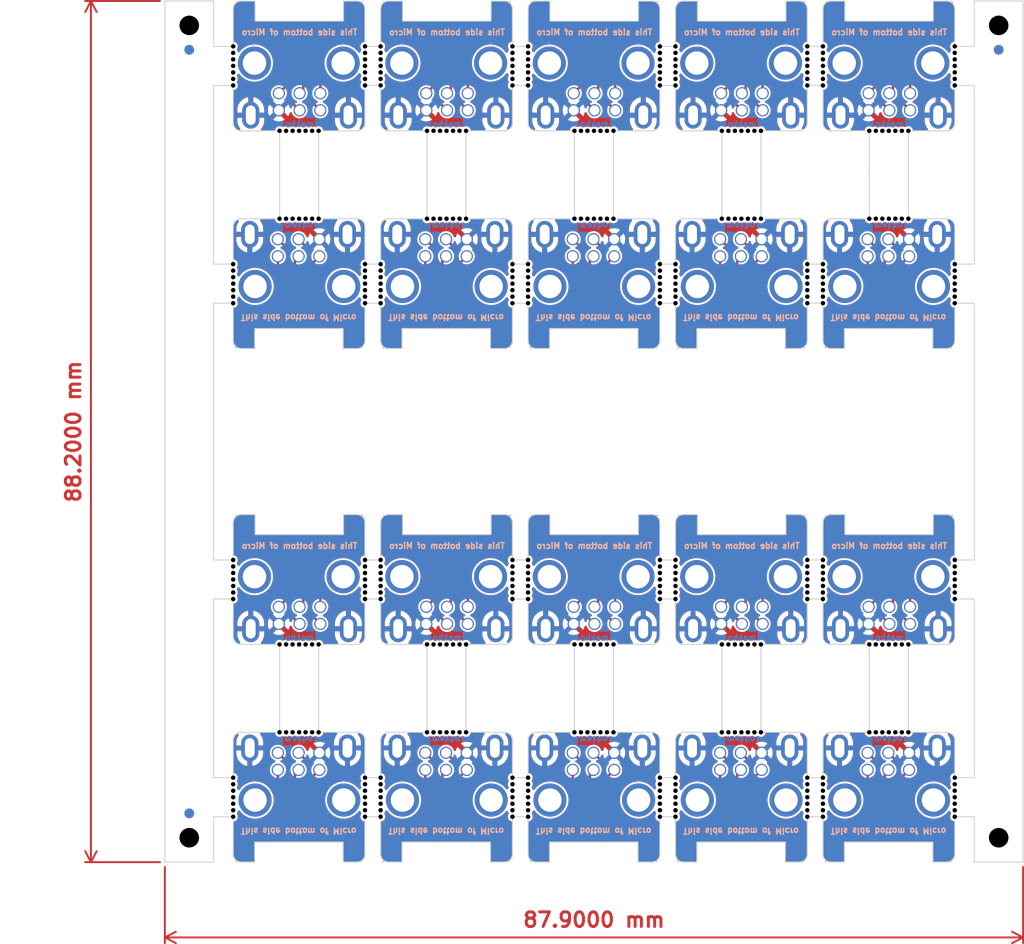
<source format=kicad_pcb>
(kicad_pcb (version 20221018) (generator pcbnew)
  (layers (0 "F.Cu" signal) (31 "B.Cu" signal) (34 "B.Paste" user) (35 "F.Paste" user) (36 "B.SilkS" user "B.Silkscreen") (37 "F.SilkS" user "F.Silkscreen") (38 "B.Mask" user) (39 "F.Mask" user) (44 "Edge.Cuts" user))
  (net 0 "")
  (net 1 "Board_0-Net-(EXP1-GND)")
  (net 2 "Board_0-Net-(EXP1-PWR)")
  (net 3 "Board_0-Net-(EXP1-SC)")
  (net 4 "Board_0-Net-(EXP1-SD)")
  (net 5 "Board_0-Net-(EXP1-SI)")
  (net 6 "Board_0-Net-(EXP1-SO)")
  (net 7 "Board_0-unconnected-(EXP1-CHG+-Pad7)")
  (net 8 "Board_0-unconnected-(EXP1-CHG--Pad8)")
  (net 9 "Board_1-Net-(EXP1-GND)")
  (net 10 "Board_1-Net-(EXP1-PWR)")
  (net 11 "Board_1-Net-(EXP1-SC)")
  (net 12 "Board_1-Net-(EXP1-SD)")
  (net 13 "Board_1-Net-(EXP1-SI)")
  (net 14 "Board_1-Net-(EXP1-SO)")
  (net 15 "Board_1-unconnected-(EXP1-CHG+-Pad7)")
  (net 16 "Board_1-unconnected-(EXP1-CHG--Pad8)")
  (net 17 "Board_2-Net-(EXP1-GND)")
  (net 18 "Board_2-Net-(EXP1-PWR)")
  (net 19 "Board_2-Net-(EXP1-SC)")
  (net 20 "Board_2-Net-(EXP1-SD)")
  (net 21 "Board_2-Net-(EXP1-SI)")
  (net 22 "Board_2-Net-(EXP1-SO)")
  (net 23 "Board_2-unconnected-(EXP1-CHG+-Pad7)")
  (net 24 "Board_2-unconnected-(EXP1-CHG--Pad8)")
  (net 25 "Board_3-Net-(EXP1-GND)")
  (net 26 "Board_3-Net-(EXP1-PWR)")
  (net 27 "Board_3-Net-(EXP1-SC)")
  (net 28 "Board_3-Net-(EXP1-SD)")
  (net 29 "Board_3-Net-(EXP1-SI)")
  (net 30 "Board_3-Net-(EXP1-SO)")
  (net 31 "Board_3-unconnected-(EXP1-CHG+-Pad7)")
  (net 32 "Board_3-unconnected-(EXP1-CHG--Pad8)")
  (net 33 "Board_4-Net-(EXP1-GND)")
  (net 34 "Board_4-Net-(EXP1-PWR)")
  (net 35 "Board_4-Net-(EXP1-SC)")
  (net 36 "Board_4-Net-(EXP1-SD)")
  (net 37 "Board_4-Net-(EXP1-SI)")
  (net 38 "Board_4-Net-(EXP1-SO)")
  (net 39 "Board_4-unconnected-(EXP1-CHG+-Pad7)")
  (net 40 "Board_4-unconnected-(EXP1-CHG--Pad8)")
  (net 41 "Board_5-Net-(EXP1-GND)")
  (net 42 "Board_5-Net-(EXP1-PWR)")
  (net 43 "Board_5-Net-(EXP1-SC)")
  (net 44 "Board_5-Net-(EXP1-SD)")
  (net 45 "Board_5-Net-(EXP1-SI)")
  (net 46 "Board_5-Net-(EXP1-SO)")
  (net 47 "Board_5-unconnected-(EXP1-CHG+-Pad7)")
  (net 48 "Board_5-unconnected-(EXP1-CHG--Pad8)")
  (net 49 "Board_6-Net-(EXP1-GND)")
  (net 50 "Board_6-Net-(EXP1-PWR)")
  (net 51 "Board_6-Net-(EXP1-SC)")
  (net 52 "Board_6-Net-(EXP1-SD)")
  (net 53 "Board_6-Net-(EXP1-SI)")
  (net 54 "Board_6-Net-(EXP1-SO)")
  (net 55 "Board_6-unconnected-(EXP1-CHG+-Pad7)")
  (net 56 "Board_6-unconnected-(EXP1-CHG--Pad8)")
  (net 57 "Board_7-Net-(EXP1-GND)")
  (net 58 "Board_7-Net-(EXP1-PWR)")
  (net 59 "Board_7-Net-(EXP1-SC)")
  (net 60 "Board_7-Net-(EXP1-SD)")
  (net 61 "Board_7-Net-(EXP1-SI)")
  (net 62 "Board_7-Net-(EXP1-SO)")
  (net 63 "Board_7-unconnected-(EXP1-CHG+-Pad7)")
  (net 64 "Board_7-unconnected-(EXP1-CHG--Pad8)")
  (net 65 "Board_8-Net-(EXP1-GND)")
  (net 66 "Board_8-Net-(EXP1-PWR)")
  (net 67 "Board_8-Net-(EXP1-SC)")
  (net 68 "Board_8-Net-(EXP1-SD)")
  (net 69 "Board_8-Net-(EXP1-SI)")
  (net 70 "Board_8-Net-(EXP1-SO)")
  (net 71 "Board_8-unconnected-(EXP1-CHG+-Pad7)")
  (net 72 "Board_8-unconnected-(EXP1-CHG--Pad8)")
  (net 73 "Board_9-Net-(EXP1-GND)")
  (net 74 "Board_9-Net-(EXP1-PWR)")
  (net 75 "Board_9-Net-(EXP1-SC)")
  (net 76 "Board_9-Net-(EXP1-SD)")
  (net 77 "Board_9-Net-(EXP1-SI)")
  (net 78 "Board_9-Net-(EXP1-SO)")
  (net 79 "Board_9-unconnected-(EXP1-CHG+-Pad7)")
  (net 80 "Board_9-unconnected-(EXP1-CHG--Pad8)")
  (net 81 "Board_10-Net-(EXP1-GND)")
  (net 82 "Board_10-Net-(EXP1-PWR)")
  (net 83 "Board_10-Net-(EXP1-SC)")
  (net 84 "Board_10-Net-(EXP1-SD)")
  (net 85 "Board_10-Net-(EXP1-SI)")
  (net 86 "Board_10-Net-(EXP1-SO)")
  (net 87 "Board_10-unconnected-(EXP1-CHG+-Pad7)")
  (net 88 "Board_10-unconnected-(EXP1-CHG--Pad8)")
  (net 89 "Board_11-Net-(EXP1-GND)")
  (net 90 "Board_11-Net-(EXP1-PWR)")
  (net 91 "Board_11-Net-(EXP1-SC)")
  (net 92 "Board_11-Net-(EXP1-SD)")
  (net 93 "Board_11-Net-(EXP1-SI)")
  (net 94 "Board_11-Net-(EXP1-SO)")
  (net 95 "Board_11-unconnected-(EXP1-CHG+-Pad7)")
  (net 96 "Board_11-unconnected-(EXP1-CHG--Pad8)")
  (net 97 "Board_12-Net-(EXP1-GND)")
  (net 98 "Board_12-Net-(EXP1-PWR)")
  (net 99 "Board_12-Net-(EXP1-SC)")
  (net 100 "Board_12-Net-(EXP1-SD)")
  (net 101 "Board_12-Net-(EXP1-SI)")
  (net 102 "Board_12-Net-(EXP1-SO)")
  (net 103 "Board_12-unconnected-(EXP1-CHG+-Pad7)")
  (net 104 "Board_12-unconnected-(EXP1-CHG--Pad8)")
  (net 105 "Board_13-Net-(EXP1-GND)")
  (net 106 "Board_13-Net-(EXP1-PWR)")
  (net 107 "Board_13-Net-(EXP1-SC)")
  (net 108 "Board_13-Net-(EXP1-SD)")
  (net 109 "Board_13-Net-(EXP1-SI)")
  (net 110 "Board_13-Net-(EXP1-SO)")
  (net 111 "Board_13-unconnected-(EXP1-CHG+-Pad7)")
  (net 112 "Board_13-unconnected-(EXP1-CHG--Pad8)")
  (net 113 "Board_14-Net-(EXP1-GND)")
  (net 114 "Board_14-Net-(EXP1-PWR)")
  (net 115 "Board_14-Net-(EXP1-SC)")
  (net 116 "Board_14-Net-(EXP1-SD)")
  (net 117 "Board_14-Net-(EXP1-SI)")
  (net 118 "Board_14-Net-(EXP1-SO)")
  (net 119 "Board_14-unconnected-(EXP1-CHG+-Pad7)")
  (net 120 "Board_14-unconnected-(EXP1-CHG--Pad8)")
  (net 121 "Board_15-Net-(EXP1-GND)")
  (net 122 "Board_15-Net-(EXP1-PWR)")
  (net 123 "Board_15-Net-(EXP1-SC)")
  (net 124 "Board_15-Net-(EXP1-SD)")
  (net 125 "Board_15-Net-(EXP1-SI)")
  (net 126 "Board_15-Net-(EXP1-SO)")
  (net 127 "Board_15-unconnected-(EXP1-CHG+-Pad7)")
  (net 128 "Board_15-unconnected-(EXP1-CHG--Pad8)")
  (net 129 "Board_16-Net-(EXP1-GND)")
  (net 130 "Board_16-Net-(EXP1-PWR)")
  (net 131 "Board_16-Net-(EXP1-SC)")
  (net 132 "Board_16-Net-(EXP1-SD)")
  (net 133 "Board_16-Net-(EXP1-SI)")
  (net 134 "Board_16-Net-(EXP1-SO)")
  (net 135 "Board_16-unconnected-(EXP1-CHG+-Pad7)")
  (net 136 "Board_16-unconnected-(EXP1-CHG--Pad8)")
  (net 137 "Board_17-Net-(EXP1-GND)")
  (net 138 "Board_17-Net-(EXP1-PWR)")
  (net 139 "Board_17-Net-(EXP1-SC)")
  (net 140 "Board_17-Net-(EXP1-SD)")
  (net 141 "Board_17-Net-(EXP1-SI)")
  (net 142 "Board_17-Net-(EXP1-SO)")
  (net 143 "Board_17-unconnected-(EXP1-CHG+-Pad7)")
  (net 144 "Board_17-unconnected-(EXP1-CHG--Pad8)")
  (net 145 "Board_18-Net-(EXP1-GND)")
  (net 146 "Board_18-Net-(EXP1-PWR)")
  (net 147 "Board_18-Net-(EXP1-SC)")
  (net 148 "Board_18-Net-(EXP1-SD)")
  (net 149 "Board_18-Net-(EXP1-SI)")
  (net 150 "Board_18-Net-(EXP1-SO)")
  (net 151 "Board_18-unconnected-(EXP1-CHG+-Pad7)")
  (net 152 "Board_18-unconnected-(EXP1-CHG--Pad8)")
  (net 153 "Board_19-Net-(EXP1-GND)")
  (net 154 "Board_19-Net-(EXP1-PWR)")
  (net 155 "Board_19-Net-(EXP1-SC)")
  (net 156 "Board_19-Net-(EXP1-SD)")
  (net 157 "Board_19-Net-(EXP1-SI)")
  (net 158 "Board_19-Net-(EXP1-SO)")
  (net 159 "Board_19-unconnected-(EXP1-CHG+-Pad7)")
  (net 160 "Board_19-unconnected-(EXP1-CHG--Pad8)")
  (footprint "NPTH" (layer "F.Cu") (at 140.15 46.95)
    (fp_text reference "KiKit_MB_21_1" hide)
    (fp_text value "NPTH" hide)
  )
  (footprint "NPTH" (layer "F.Cu") (at 170.35 46.95)
    (fp_text reference "KiKit_MB_29_1" hide)
    (fp_text value "NPTH" hide)
  )
  (footprint "NPTH" (layer "F.Cu") (at 141.75 50.283333)
    (fp_text reference "KiKit_MB_24_2" hide)
    (fp_text value "NPTH" hide)
  )
  (footprint "NPTH" (layer "F.Cu") (at 148.5 85.9)
    (fp_text reference "KiKit_MB_47_4" hide)
    (fp_text value "NPTH" hide)
  )
  (footprint "NPTH" (layer "F.Cu") (at 155.25 81.25)
    (fp_text reference "KiKit_MB_45_7" hide)
    (fp_text value "NPTH" hide)
  )
  (footprint "NPTH" (layer "F.Cu") (at 131.4 94.9)
    (fp_text reference "KiKit_MB_61_1" hide)
    (fp_text value "NPTH" hide)
  )
  (footprint "NPTH" (layer "F.Cu") (at 171.95 48.283333)
    (fp_text reference "KiKit_MB_32_5" hide)
    (fp_text value "NPTH" hide)
  )
  (footprint "NPTH" (layer "F.Cu") (at 155.25 24.65)
    (fp_text reference "KiKit_MB_8_1" hide)
    (fp_text value "NPTH" hide)
  )
  (footprint "NPTH" (layer "F.Cu") (at 111.55 79.25)
    (fp_text reference "KiKit_MB_36_4" hide)
    (fp_text value "NPTH" hide)
  )
  (footprint "NPTH" (layer "F.Cu") (at 170.35 101.55)
    (fp_text reference "KiKit_MB_66_4" hide)
    (fp_text value "NPTH" hide)
  )
  (footprint "NPTH" (layer "F.Cu") (at 185.45 46.95)
    (fp_text reference "KiKit_MB_33_1" hide)
    (fp_text value "NPTH" hide)
  )
  (footprint "NPTH" (layer "F.Cu") (at 171.95 77.916666)
    (fp_text reference "KiKit_MB_52_6" hide)
    (fp_text value "NPTH" hide)
  )
  (footprint "NPTH" (layer "F.Cu") (at 170.35 49.616666)
    (fp_text reference "KiKit_MB_29_5" hide)
    (fp_text value "NPTH" hide)
  )
  (footprint "NPTH" (layer "F.Cu") (at 170.35 99.55)
    (fp_text reference "KiKit_MB_66_1" hide)
    (fp_text value "NPTH" hide)
  )
  (footprint "NPTH" (layer "F.Cu") (at 164.266666 33.3)
    (fp_text reference "KiKit_MB_12_3" hide)
    (fp_text value "NPTH" hide)
  )
  (footprint "NPTH" (layer "F.Cu") (at 185.45 81.25)
    (fp_text reference "KiKit_MB_53_7" hide)
    (fp_text value "NPTH" hide)
  )
  (footprint "NPTH" (layer "F.Cu") (at 125.05 28.65)
    (fp_text reference "KiKit_MB_2_7" hide)
    (fp_text value "NPTH" hide)
  )
  (footprint "NPTH" (layer "F.Cu") (at 107.05 105.7)
    (fp_text reference "KiKit_TO_3" hide)
    (fp_text value "NPTH" hide)
  )
  (footprint "NPTH" (layer "F.Cu") (at 162.266666 33.3)
    (fp_text reference "KiKit_MB_12_6" hide)
    (fp_text value "NPTH" hide)
  )
  (footprint "NPTH" (layer "F.Cu") (at 141.75 79.916666)
    (fp_text reference "KiKit_MB_44_3" hide)
    (fp_text value "NPTH" hide)
  )
  (footprint "NPTH" (layer "F.Cu") (at 126.65 50.283333)
    (fp_text reference "KiKit_MB_20_2" hide)
    (fp_text value "NPTH" hide)
  )
  (footprint "NPTH" (layer "F.Cu") (at 140.15 49.616666)
    (fp_text reference "KiKit_MB_21_5" hide)
    (fp_text value "NPTH" hide)
  )
  (footprint "NPTH" (layer "F.Cu") (at 141.75 100.216666)
    (fp_text reference "KiKit_MB_62_6" hide)
    (fp_text value "NPTH" hide)
  )
  (footprint "NPTH" (layer "F.Cu") (at 150.5 42.3)
    (fp_text reference "KiKit_MB_26_7" hide)
    (fp_text value "NPTH" hide)
  )
  (footprint "NPTH" (layer "F.Cu") (at 140.15 79.916666)
    (fp_text reference "KiKit_MB_41_5" hide)
    (fp_text value "NPTH" hide)
  )
  (footprint "misc_footprints:OXY_EXP" (layer "F.Cu") (at 133.425 73.65)
    (fp_text reference "EXP1" hide)
    (fp_text value "OXY_EXP" hide)
  )
  (footprint "NPTH" (layer "F.Cu") (at 155.25 28.65)
    (fp_text reference "KiKit_MB_8_7" hide)
    (fp_text value "NPTH" hide)
  )
  (footprint "NPTH" (layer "F.Cu") (at 179.366666 94.9)
    (fp_text reference "KiKit_MB_70_5" hide)
    (fp_text value "NPTH" hide)
  )
  (footprint "NPTH" (layer "F.Cu") (at 156.85 26.65)
    (fp_text reference "KiKit_MB_10_4" hide)
    (fp_text value "NPTH" hide)
  )
  (footprint "NPTH" (layer "F.Cu") (at 179.366666 33.3)
    (fp_text reference "KiKit_MB_15_3" hide)
    (fp_text value "NPTH" hide)
  )
  (footprint "NPTH" (layer "F.Cu") (at 116.3 33.3)
    (fp_text reference "KiKit_MB_3_7" hide)
    (fp_text value "NPTH" hide)
  )
  (footprint "NPTH" (layer "F.Cu") (at 149.166666 33.3)
    (fp_text reference "KiKit_MB_9_3" hide)
    (fp_text value "NPTH" hide)
  )
  (footprint "NPTH" (layer "F.Cu") (at 141.75 48.95)
    (fp_text reference "KiKit_MB_24_4" hide)
    (fp_text value "NPTH" hide)
  )
  (footprint "misc_footprints:OXY_EXP" (layer "F.Cu") (at 118.325 21.05)
    (fp_text reference "EXP1" hide)
    (fp_text value "OXY_EXP" hide)
  )
  (footprint "NPTH" (layer "F.Cu") (at 131.4 33.3)
    (fp_text reference "KiKit_MB_6_7" hide)
    (fp_text value "NPTH" hide)
  )
  (footprint "NPTH" (layer "F.Cu") (at 176.7 42.3)
    (fp_text reference "KiKit_MB_34_1" hide)
    (fp_text value "NPTH" hide)
  )
  (footprint "NPTH" (layer "F.Cu") (at 125.05 103.55)
    (fp_text reference "KiKit_MB_57_7" hide)
    (fp_text value "NPTH" hide)
  )
  (footprint "NPTH" (layer "F.Cu") (at 171.95 102.883333)
    (fp_text reference "KiKit_MB_68_2" hide)
    (fp_text value "NPTH" hide)
  )
  (footprint "NPTH" (layer "F.Cu") (at 116.966667 33.3)
    (fp_text reference "KiKit_MB_3_6" hide)
    (fp_text value "NPTH" hide)
  )
  (footprint "NPTH" (layer "F.Cu") (at 156.85 48.95)
    (fp_text reference "KiKit_MB_28_4" hide)
    (fp_text value "NPTH" hide)
  )
  (footprint "NPTH" (layer "F.Cu") (at 171.95 47.616666)
    (fp_text reference "KiKit_MB_32_6" hide)
    (fp_text value "NPTH" hide)
  )
  (footprint "misc_footprints:AGB_EXP" (layer "F.Cu") (at 148.45 46.15 180)
    (fp_text reference "EXP2" hide)
    (fp_text value "AGB_EXP" hide)
  )
  (footprint "NPTH" (layer "F.Cu") (at 125.05 25.983334)
    (fp_text reference "KiKit_MB_2_3" hide)
    (fp_text value "NPTH" hide)
  )
  (footprint "NPTH" (layer "F.Cu") (at 141.75 99.55)
    (fp_text reference "KiKit_MB_62_7" hide)
    (fp_text value "NPTH" hide)
  )
  (footprint "NPTH" (layer "F.Cu") (at 156.85 77.25)
    (fp_text reference "KiKit_MB_48_7" hide)
    (fp_text value "NPTH" hide)
  )
  (footprint "NPTH" (layer "F.Cu") (at 170.35 50.283333)
    (fp_text reference "KiKit_MB_29_6" hide)
    (fp_text value "NPTH" hide)
  )
  (footprint "NPTH" (layer "F.Cu") (at 156.85 100.216666)
    (fp_text reference "KiKit_MB_65_6" hide)
    (fp_text value "NPTH" hide)
  )
  (footprint "NPTH" (layer "F.Cu") (at 148.5 42.3)
    (fp_text reference "KiKit_MB_26_4" hide)
    (fp_text value "NPTH" hide)
  )
  (footprint "NPTH" (layer "F.Cu") (at 117.633334 42.3)
    (fp_text reference "KiKit_MB_18_3" hide)
    (fp_text value "NPTH" hide)
  )
  (footprint "NPTH" (layer "F.Cu") (at 125.05 101.55)
    (fp_text reference "KiKit_MB_57_4" hide)
    (fp_text value "NPTH" hide)
  )
  (footprint "NPTH" (layer "F.Cu") (at 146.5 94.9)
    (fp_text reference "KiKit_MB_64_1" hide)
    (fp_text value "NPTH" hide)
  )
  (footprint "NPTH" (layer "F.Cu") (at 155.25 50.95)
    (fp_text reference "KiKit_MB_25_7" hide)
    (fp_text value "NPTH" hide)
  )
  (footprint "NPTH" (layer "F.Cu") (at 140.15 27.983333)
    (fp_text reference "KiKit_MB_5_6" hide)
    (fp_text value "NPTH" hide)
  )
  (footprint "NPTH" (layer "F.Cu") (at 170.35 77.25)
    (fp_text reference "KiKit_MB_49_1" hide)
    (fp_text value "NPTH" hide)
  )
  (footprint "NPTH" (layer "F.Cu") (at 179.366666 42.3)
    (fp_text reference "KiKit_MB_34_5" hide)
    (fp_text value "NPTH" hide)
  )
  (footprint "NPTH" (layer "F.Cu") (at 133.4 85.9)
    (fp_text reference "KiKit_MB_43_4" hide)
    (fp_text value "NPTH" hide)
  )
  (footprint "NPTH" (layer "F.Cu") (at 126.65 48.283333)
    (fp_text reference "KiKit_MB_20_5" hide)
    (fp_text value "NPTH" hide)
  )
  (footprint "NPTH" (layer "F.Cu") (at 164.266666 42.3)
    (fp_text reference "KiKit_MB_30_5" hide)
    (fp_text value "NPTH" hide)
  )
  (footprint "NPTH" (layer "F.Cu") (at 178.033333 42.3)
    (fp_text reference "KiKit_MB_34_3" hide)
    (fp_text value "NPTH" hide)
  )
  (footprint "NPTH" (layer "F.Cu") (at 147.833333 33.3)
    (fp_text reference "KiKit_MB_9_5" hide)
    (fp_text value "NPTH" hide)
  )
  (footprint "Fiducial" (layer "F.Cu") (at 107.05 25)
    (fp_text reference "KiKit_FID_T_1" hide)
    (fp_text value "Fiducial" hide)
  )
  (footprint "NPTH" (layer "F.Cu") (at 162.933333 42.3)
    (fp_text reference "KiKit_MB_30_3" hide)
    (fp_text value "NPTH" hide)
  )
  (footprint "NPTH" (layer "F.Cu") (at 178.7 94.9)
    (fp_text reference "KiKit_MB_70_4" hide)
    (fp_text value "NPTH" hide)
  )
  (footprint "NPTH" (layer "F.Cu") (at 178.7 85.9)
    (fp_text reference "KiKit_MB_55_4" hide)
    (fp_text value "NPTH" hide)
  )
  (footprint "NPTH" (layer "F.Cu") (at 118.966666 85.9)
    (fp_text reference "KiKit_MB_39_3" hide)
    (fp_text value "NPTH" hide)
  )
  (footprint "NPTH" (layer "F.Cu") (at 155.25 78.583333)
    (fp_text reference "KiKit_MB_45_3" hide)
    (fp_text value "NPTH" hide)
  )
  (footprint "NPTH" (layer "F.Cu") (at 111.55 28.65)
    (fp_text reference "KiKit_MB_1_1" hide)
    (fp_text value "NPTH" hide)
  )
  (footprint "NPTH" (layer "F.Cu") (at 111.55 103.55)
    (fp_text reference "KiKit_MB_56_1" hide)
    (fp_text value "NPTH" hide)
  )
  (footprint "NPTH" (layer "F.Cu") (at 118.3 42.3)
    (fp_text reference "KiKit_MB_18_4" hide)
    (fp_text value "NPTH" hide)
  )
  (footprint "NPTH" (layer "F.Cu") (at 164.933333 94.9)
    (fp_text reference "KiKit_MB_67_6" hide)
    (fp_text value "NPTH" hide)
  )
  (footprint "NPTH" (layer "F.Cu") (at 180.7 42.3)
    (fp_text reference "KiKit_MB_34_7" hide)
    (fp_text value "NPTH" hide)
  )
  (footprint "NPTH" (layer "F.Cu") (at 120.3 85.9)
    (fp_text reference "KiKit_MB_39_1" hide)
    (fp_text value "NPTH" hide)
  )
  (footprint "NPTH" (layer "F.Cu") (at 161.6 85.9)
    (fp_text reference "KiKit_MB_51_7" hide)
    (fp_text value "NPTH" hide)
  )
  (footprint "NPTH" (layer "F.Cu") (at 185.45 28.65)
    (fp_text reference "KiKit_MB_14_7" hide)
    (fp_text value "NPTH" hide)
  )
  (footprint "NPTH" (layer "F.Cu") (at 125.05 77.916666)
    (fp_text reference "KiKit_MB_37_2" hide)
    (fp_text value "NPTH" hide)
  )
  (footprint "NPTH" (layer "F.Cu") (at 155.25 27.316666)
    (fp_text reference "KiKit_MB_8_5" hide)
    (fp_text value "NPTH" hide)
  )
  (footprint "NPTH" (layer "F.Cu") (at 171.95 101.55)
    (fp_text reference "KiKit_MB_68_4" hide)
    (fp_text value "NPTH" hide)
  )
  (footprint "NPTH" (layer "F.Cu") (at 125.05 78.583333)
    (fp_text reference "KiKit_MB_37_3" hide)
    (fp_text value "NPTH" hide)
  )
  (footprint "NPTH" (layer "F.Cu") (at 111.55 79.916666)
    (fp_text reference "KiKit_MB_36_3" hide)
    (fp_text value "NPTH" hide)
  )
  (footprint "misc_footprints:OXY_EXP" (layer "F.Cu") (at 148.475 54.55 180)
    (fp_text reference "EXP1" hide)
    (fp_text value "OXY_EXP" hide)
  )
  (footprint "NPTH" (layer "F.Cu") (at 185.45 48.95)
    (fp_text reference "KiKit_MB_33_4" hide)
    (fp_text value "NPTH" hide)
  )
  (footprint "misc_footprints:AGB_EXP" (layer "F.Cu") (at 148.55 29.45)
    (fp_text reference "EXP2" hide)
    (fp_text value "AGB_EXP" hide)
  )
  (footprint "NPTH" (layer "F.Cu") (at 141.75 80.583333)
    (fp_text reference "KiKit_MB_44_2" hide)
    (fp_text value "NPTH" hide)
  )
  (footprint "NPTH" (layer "F.Cu") (at 125.05 50.95)
    (fp_text reference "KiKit_MB_17_7" hide)
    (fp_text value "NPTH" hide)
  )
  (footprint "NPTH" (layer "F.Cu") (at 140.15 28.65)
    (fp_text reference "KiKit_MB_5_7" hide)
    (fp_text value "NPTH" hide)
  )
  (footprint "NPTH" (layer "F.Cu") (at 140.15 77.916666)
    (fp_text reference "KiKit_MB_41_2" hide)
    (fp_text value "NPTH" hide)
  )
  (footprint "NPTH" (layer "F.Cu") (at 156.85 100.883333)
    (fp_text reference "KiKit_MB_65_5" hide)
    (fp_text value "NPTH" hide)
  )
  (footprint "misc_footprints:AGB_EXP" (layer "F.Cu") (at 118.35 82.05)
    (fp_text reference "EXP2" hide)
    (fp_text value "AGB_EXP" hide)
  )
  (footprint "NPTH" (layer "F.Cu") (at 125.05 47.616666)
    (fp_text reference "KiKit_MB_17_2" hide)
    (fp_text value "NPTH" hide)
  )
  (footprint "NPTH" (layer "F.Cu") (at 140.15 102.883333)
    (fp_text reference "KiKit_MB_60_6" hide)
    (fp_text value "NPTH" hide)
  )
  (footprint "NPTH" (layer "F.Cu") (at 156.85 102.216666)
    (fp_text reference "KiKit_MB_65_3" hide)
    (fp_text value "NPTH" hide)
  )
  (footprint "NPTH" (layer "F.Cu") (at 155.25 99.55)
    (fp_text reference "KiKit_MB_63_1" hide)
    (fp_text value "NPTH" hide)
  )
  (footprint "misc_footprints:AGB_EXP" (layer "F.Cu") (at 178.75 82.05)
    (fp_text reference "EXP2" hide)
    (fp_text value "AGB_EXP" hide)
  )
  (footprint "NPTH" (layer "F.Cu") (at 156.85 50.283333)
    (fp_text reference "KiKit_MB_28_2" hide)
    (fp_text value "NPTH" hide)
  )
  (footprint "misc_footprints:OXY_EXP" (layer "F.Cu") (at 133.375 107.15 180)
    (fp_text reference "EXP1" hide)
    (fp_text value "OXY_EXP" hide)
  )
  (footprint "NPTH" (layer "F.Cu") (at 126.65 25.983334)
    (fp_text reference "KiKit_MB_4_5" hide)
    (fp_text value "NPTH" hide)
  )
  (footprint "NPTH" (layer "F.Cu") (at 126.65 49.616666)
    (fp_text reference "KiKit_MB_20_3" hide)
    (fp_text value "NPTH" hide)
  )
  (footprint "NPTH" (layer "F.Cu") (at 141.75 25.316667)
    (fp_text reference "KiKit_MB_7_6" hide)
    (fp_text value "NPTH" hide)
  )
  (footprint "NPTH" (layer "F.Cu") (at 162.266666 94.9)
    (fp_text reference "KiKit_MB_67_2" hide)
    (fp_text value "NPTH" hide)
  )
  (footprint "misc_footprints:OXY_EXP" (layer "F.Cu") (at 178.725 73.65)
    (fp_text reference "EXP1" hide)
    (fp_text value "OXY_EXP" hide)
  )
  (footprint "NPTH" (layer "F.Cu") (at 134.066666 42.3)
    (fp_text reference "KiKit_MB_22_5" hide)
    (fp_text value "NPTH" hide)
  )
  (footprint "NPTH" (layer "F.Cu") (at 133.4 94.9)
    (fp_text reference "KiKit_MB_61_4" hide)
    (fp_text value "NPTH" hide)
  )
  (footprint "NPTH" (layer "F.Cu") (at 170.35 47.616666)
    (fp_text reference "KiKit_MB_29_2" hide)
    (fp_text value "NPTH" hide)
  )
  (footprint "NPTH" (layer "F.Cu") (at 111.55 101.55)
    (fp_text reference "KiKit_MB_56_4" hide)
    (fp_text value "NPTH" hide)
  )
  (footprint "NPTH" (layer "F.Cu") (at 171.95 81.25)
    (fp_text reference "KiKit_MB_52_1" hide)
    (fp_text value "NPTH" hide)
  )
  (footprint "NPTH" (layer "F.Cu") (at 171.95 99.55)
    (fp_text reference "KiKit_MB_68_7" hide)
    (fp_text value "NPTH" hide)
  )
  (footprint "NPTH" (layer "F.Cu") (at 170.35 79.25)
    (fp_text reference "KiKit_MB_49_4" hide)
    (fp_text value "NPTH" hide)
  )
  (footprint "NPTH" (layer "F.Cu") (at 125.05 77.25)
    (fp_text reference "KiKit_MB_37_1" hide)
    (fp_text value "NPTH" hide)
  )
  (footprint "NPTH" (layer "F.Cu") (at 118.966666 42.3)
    (fp_text reference "KiKit_MB_18_5" hide)
    (fp_text value "NPTH" hide)
  )
  (footprint "NPTH" (layer "F.Cu") (at 125.05 46.95)
    (fp_text reference "KiKit_MB_17_1" hide)
    (fp_text value "NPTH" hide)
  )
  (footprint "NPTH" (layer "F.Cu") (at 155.25 50.283333)
    (fp_text reference "KiKit_MB_25_6" hide)
    (fp_text value "NPTH" hide)
  )
  (footprint "NPTH" (layer "F.Cu") (at 155.25 48.95)
    (fp_text reference "KiKit_MB_25_4" hide)
    (fp_text value "NPTH" hide)
  )
  (footprint "NPTH" (layer "F.Cu") (at 171.95 100.883333)
    (fp_text reference "KiKit_MB_68_5" hide)
    (fp_text value "NPTH" hide)
  )
  (footprint "NPTH" (layer "F.Cu") (at 116.966667 42.3)
    (fp_text reference "KiKit_MB_18_2" hide)
    (fp_text value "NPTH" hide)
  )
  (footprint "NPTH" (layer "F.Cu") (at 141.75 47.616666)
    (fp_text reference "KiKit_MB_24_6" hide)
    (fp_text value "NPTH" hide)
  )
  (footprint "NPTH" (layer "F.Cu") (at 150.5 33.3)
    (fp_text reference "KiKit_MB_9_1" hide)
    (fp_text value "NPTH" hide)
  )
  (footprint "NPTH" (layer "F.Cu") (at 176.7 94.9)
    (fp_text reference "KiKit_MB_70_1" hide)
    (fp_text value "NPTH" hide)
  )
  (footprint "NPTH" (layer "F.Cu") (at 147.166666 85.9)
    (fp_text reference "KiKit_MB_47_6" hide)
    (fp_text value "NPTH" hide)
  )
  (footprint "misc_footprints:OXY_EXP" (layer "F.Cu") (at 148.525 73.65)
    (fp_text reference "EXP1" hide)
    (fp_text value "OXY_EXP" hide)
  )
  (footprint "NPTH" (layer "F.Cu") (at 126.65 80.583333)
    (fp_text reference "KiKit_MB_40_2" hide)
    (fp_text value "NPTH" hide)
  )
  (footprint "NPTH" (layer "F.Cu") (at 156.85 48.283333)
    (fp_text reference "KiKit_MB_28_5" hide)
    (fp_text value "NPTH" hide)
  )
  (footprint "NPTH" (layer "F.Cu") (at 141.75 102.216666)
    (fp_text reference "KiKit_MB_62_3" hide)
    (fp_text value "NPTH" hide)
  )
  (footprint "misc_footprints:OXY_EXP" (layer "F.Cu") (at 163.625 21.05)
    (fp_text reference "EXP1" hide)
    (fp_text value "OXY_EXP" hide)
  )
  (footprint "NPTH" (layer "F.Cu") (at 126.65 24.65)
    (fp_text reference "KiKit_MB_4_7" hide)
    (fp_text value "NPTH" hide)
  )
  (footprint "NPTH" (layer "F.Cu") (at 185.45 27.983333)
    (fp_text reference "KiKit_MB_14_6" hide)
    (fp_text value "NPTH" hide)
  )
  (footprint "NPTH" (layer "F.Cu") (at 148.5 94.9)
    (fp_text reference "KiKit_MB_64_4" hide)
    (fp_text value "NPTH" hide)
  )
  (footprint "NPTH" (layer "F.Cu") (at 185.45 102.883333)
    (fp_text reference "KiKit_MB_69_6" hide)
    (fp_text value "NPTH" hide)
  )
  (footprint "NPTH" (layer "F.Cu") (at 140.15 24.65)
    (fp_text reference "KiKit_MB_5_1" hide)
    (fp_text value "NPTH" hide)
  )
  (footprint "NPTH" (layer "F.Cu") (at 185.45 24.65)
    (fp_text reference "KiKit_MB_14_1" hide)
    (fp_text value "NPTH" hide)
  )
  (footprint "NPTH" (layer "F.Cu") (at 111.55 77.25)
    (fp_text reference "KiKit_MB_36_7" hide)
    (fp_text value "NPTH" hide)
  )
  (footprint "NPTH" (layer "F.Cu") (at 178.033333 94.9)
    (fp_text reference "KiKit_MB_70_3" hide)
    (fp_text value "NPTH" hide)
  )
  (footprint "NPTH" (layer "F.Cu") (at 126.65 102.216666)
    (fp_text reference "KiKit_MB_59_3" hide)
    (fp_text value "NPTH" hide)
  )
  (footprint "NPTH" (layer "F.Cu") (at 170.35 103.55)
    (fp_text reference "KiKit_MB_66_7" hide)
    (fp_text value "NPTH" hide)
  )
  (footprint "NPTH" (layer "F.Cu") (at 126.65 48.95)
    (fp_text reference "KiKit_MB_20_4" hide)
    (fp_text value "NPTH" hide)
  )
  (footprint "NPTH" (layer "F.Cu") (at 125.05 50.283333)
    (fp_text reference "KiKit_MB_17_6" hide)
    (fp_text value "NPTH" hide)
  )
  (footprint "NPTH" (layer "F.Cu") (at 134.066666 94.9)
    (fp_text reference "KiKit_MB_61_5" hide)
    (fp_text value "NPTH" hide)
  )
  (footprint "NPTH" (layer "F.Cu") (at 140.15 77.25)
    (fp_text reference "KiKit_MB_41_1" hide)
    (fp_text value "NPTH" hide)
  )
  (footprint "NPTH" (layer "F.Cu") (at 140.15 99.55)
    (fp_text reference "KiKit_MB_60_1" hide)
    (fp_text value "NPTH" hide)
  )
  (footprint "NPTH" (layer "F.Cu") (at 146.5 85.9)
    (fp_text reference "KiKit_MB_47_7" hide)
    (fp_text value "NPTH" hide)
  )
  (footprint "NPTH" (layer "F.Cu") (at 170.35 102.216666)
    (fp_text reference "KiKit_MB_66_5" hide)
    (fp_text value "NPTH" hide)
  )
  (footprint "NPTH" (layer "F.Cu") (at 170.35 27.983333)
    (fp_text reference "KiKit_MB_11_6" hide)
    (fp_text value "NPTH" hide)
  )
  (footprint "NPTH" (layer "F.Cu") (at 163.6 85.9)
    (fp_text reference "KiKit_MB_51_4" hide)
    (fp_text value "NPTH" hide)
  )
  (footprint "NPTH" (layer "F.Cu") (at 156.85 77.916666)
    (fp_text reference "KiKit_MB_48_6" hide)
    (fp_text value "NPTH" hide)
  )
  (footprint "NPTH" (layer "F.Cu") (at 170.35 80.583333)
    (fp_text reference "KiKit_MB_49_6" hide)
    (fp_text value "NPTH" hide)
  )
  (footprint "NPTH" (layer "F.Cu") (at 156.85 50.95)
    (fp_text reference "KiKit_MB_28_1" hide)
    (fp_text value "NPTH" hide)
  )
  (footprint "NPTH" (layer "F.Cu") (at 180.033333 33.3)
    (fp_text reference "KiKit_MB_15_2" hide)
    (fp_text value "NPTH" hide)
  )
  (footprint "NPTH" (layer "F.Cu") (at 149.166666 94.9)
    (fp_text reference "KiKit_MB_64_5" hide)
    (fp_text value "NPTH" hide)
  )
  (footprint "NPTH" (layer "F.Cu") (at 118.3 85.9)
    (fp_text reference "KiKit_MB_39_4" hide)
    (fp_text value "NPTH" hide)
  )
  (footprint "NPTH" (layer "F.Cu") (at 185.45 100.216666)
    (fp_text reference "KiKit_MB_69_2" hide)
    (fp_text value "NPTH" hide)
  )
  (footprint "NPTH" (layer "F.Cu") (at 125.05 27.316666)
    (fp_text reference "KiKit_MB_2_5" hide)
    (fp_text value "NPTH" hide)
  )
  (footprint "NPTH" (layer "F.Cu") (at 120.3 33.3)
    (fp_text reference "KiKit_MB_3_1" hide)
    (fp_text value "NPTH" hide)
  )
  (footprint "NPTH" (layer "F.Cu") (at 111.55 25.983334)
    (fp_text reference "KiKit_MB_1_5" hide)
    (fp_text value "NPTH" hide)
  )
  (footprint "NPTH" (layer "F.Cu") (at 135.4 33.3)
    (fp_text reference "KiKit_MB_6_1" hide)
    (fp_text value "NPTH" hide)
  )
  (footprint "NPTH" (layer "F.Cu") (at 141.75 26.65)
    (fp_text reference "KiKit_MB_7_4" hide)
    (fp_text value "NPTH" hide)
  )
  (footprint "NPTH" (layer "F.Cu") (at 156.85 27.316666)
    (fp_text reference "KiKit_MB_10_3" hide)
    (fp_text value "NPTH" hide)
  )
  (footprint "NPTH" (layer "F.Cu") (at 163.6 42.3)
    (fp_text reference "KiKit_MB_30_4" hide)
    (fp_text value "NPTH" hide)
  )
  (footprint "NPTH" (layer "F.Cu") (at 155.25 77.916666)
    (fp_text reference "KiKit_MB_45_2" hide)
    (fp_text value "NPTH" hide)
  )
  (footprint "misc_footprints:OXY_EXP" (layer "F.Cu") (at 163.575 54.55 180)
    (fp_text reference "EXP1" hide)
    (fp_text value "OXY_EXP" hide)
  )
  (footprint "NPTH" (layer "F.Cu") (at 164.266666 94.9)
    (fp_text reference "KiKit_MB_67_5" hide)
    (fp_text value "NPTH" hide)
  )
  (footprint "NPTH" (layer "F.Cu") (at 147.833333 85.9)
    (fp_text reference "KiKit_MB_47_5" hide)
    (fp_text value "NPTH" hide)
  )
  (footprint "NPTH" (layer "F.Cu") (at 131.4 85.9)
    (fp_text reference "KiKit_MB_43_7" hide)
    (fp_text value "NPTH" hide)
  )
  (footprint "NPTH" (layer "F.Cu") (at 146.5 33.3)
    (fp_text reference "KiKit_MB_9_7" hide)
    (fp_text value "NPTH" hide)
  )
  (footprint "NPTH" (layer "F.Cu") (at 126.65 47.616666)
    (fp_text reference "KiKit_MB_20_6" hide)
    (fp_text value "NPTH" hide)
  )
  (footprint "NPTH" (layer "F.Cu") (at 125.05 49.616666)
    (fp_text reference "KiKit_MB_17_5" hide)
    (fp_text value "NPTH" hide)
  )
  (footprint "NPTH" (layer "F.Cu") (at 116.3 85.9)
    (fp_text reference "KiKit_MB_39_7" hide)
    (fp_text value "NPTH" hide)
  )
  (footprint "NPTH" (layer "F.Cu") (at 125.05 27.983333)
    (fp_text reference "KiKit_MB_2_6" hide)
    (fp_text value "NPTH" hide)
  )
  (footprint "misc_footprints:OXY_EXP" (layer "F.Cu") (at 163.625 73.65)
    (fp_text reference "EXP1" hide)
    (fp_text value "OXY_EXP" hide)
  )
  (footprint "NPTH" (layer "F.Cu") (at 161.6 33.3)
    (fp_text reference "KiKit_MB_12_7" hide)
    (fp_text value "NPTH" hide)
  )
  (footprint "NPTH" (layer "F.Cu") (at 171.95 27.316666)
    (fp_text reference "KiKit_MB_13_3" hide)
    (fp_text value "NPTH" hide)
  )
  (footprint "NPTH" (layer "F.Cu") (at 119.633333 33.3)
    (fp_text reference "KiKit_MB_3_2" hide)
    (fp_text value "NPTH" hide)
  )
  (footprint "NPTH" (layer "F.Cu") (at 162.933333 85.9)
    (fp_text reference "KiKit_MB_51_5" hide)
    (fp_text value "NPTH" hide)
  )
  (footprint "NPTH" (layer "F.Cu") (at 132.733333 42.3)
    (fp_text reference "KiKit_MB_22_3" hide)
    (fp_text value "NPTH" hide)
  )
  (footprint "NPTH" (layer "F.Cu") (at 141.75 24.65)
    (fp_text reference "KiKit_MB_7_7" hide)
    (fp_text value "NPTH" hide)
  )
  (footprint "NPTH" (layer "F.Cu") (at 111.55 50.283333)
    (fp_text reference "KiKit_MB_16_2" hide)
    (fp_text value "NPTH" hide)
  )
  (footprint "misc_footprints:AGB_EXP" (layer "F.Cu") (at 118.35 29.45)
    (fp_text reference "EXP2" hide)
    (fp_text value "AGB_EXP" hide)
  )
  (footprint "NPTH" (layer "F.Cu") (at 141.75 77.916666)
    (fp_text reference "KiKit_MB_44_6" hide)
    (fp_text value "NPTH" hide)
  )
  (footprint "NPTH" (layer "F.Cu") (at 185.45 49.616666)
    (fp_text reference "KiKit_MB_33_5" hide)
    (fp_text value "NPTH" hide)
  )
  (footprint "Fiducial" (layer "F.Cu") (at 189.95 25)
    (fp_text reference "KiKit_FID_T_2" hide)
    (fp_text value "Fiducial" hide)
  )
  (footprint "NPTH" (layer "F.Cu") (at 170.35 77.916666)
    (fp_text reference "KiKit_MB_49_2" hide)
    (fp_text value "NPTH" hide)
  )
  (footprint "NPTH" (layer "F.Cu") (at 176.7 33.3)
    (fp_text reference "KiKit_MB_15_7" hide)
    (fp_text value "NPTH" hide)
  )
  (footprint "NPTH" (layer "F.Cu") (at 116.966667 94.9)
    (fp_text reference "KiKit_MB_58_2" hide)
    (fp_text value "NPTH" hide)
  )
  (footprint "NPTH" (layer "F.Cu") (at 111.55 50.95)
    (fp_text reference "KiKit_MB_16_1" hide)
    (fp_text value "NPTH" hide)
  )
  (footprint "misc_footprints:OXY_EXP" (layer "F.Cu") (at 163.575 107.15 180)
    (fp_text reference "EXP1" hide)
    (fp_text value "OXY_EXP" hide)
  )
  (footprint "misc_footprints:OXY_EXP" (layer "F.Cu") (at 148.475 107.15 180)
    (fp_text reference "EXP1" hide)
    (fp_text value "OXY_EXP" hide)
  )
  (footprint "NPTH" (layer "F.Cu") (at 111.55 27.316666)
    (fp_text reference "KiKit_MB_1_3" hide)
    (fp_text value "NPTH" hide)
  )
  (footprint "NPTH" (layer "F.Cu") (at 116.3 94.9)
    (fp_text reference "KiKit_MB_58_1" hide)
    (fp_text value "NPTH" hide)
  )
  (footprint "NPTH" (layer "F.Cu") (at 116.966667 85.9)
    (fp_text reference "KiKit_MB_39_6" hide)
    (fp_text value "NPTH" hide)
  )
  (footprint "NPTH" (layer "F.Cu") (at 171.95 79.25)
    (fp_text reference "KiKit_MB_52_4" hide)
    (fp_text value "NPTH" hide)
  )
  (footprint "NPTH" (layer "F.Cu") (at 125.05 100.883333)
    (fp_text reference "KiKit_MB_57_3" hide)
    (fp_text value "NPTH" hide)
  )
  (footprint "NPTH" (layer "F.Cu") (at 171.95 48.95)
    (fp_text reference "KiKit_MB_32_4" hide)
    (fp_text value "NPTH" hide)
  )
  (footprint "NPTH" (layer "F.Cu") (at 171.95 79.916666)
    (fp_text reference "KiKit_MB_52_3" hide)
    (fp_text value "NPTH" hide)
  )
  (footprint "NPTH" (layer "F.Cu") (at 164.933333 42.3)
    (fp_text reference "KiKit_MB_30_6" hide)
    (fp_text value "NPTH" hide)
  )
  (footprint "NPTH" (layer "F.Cu") (at 111.55 27.983333)
    (fp_text reference "KiKit_MB_1_2" hide)
    (fp_text value "NPTH" hide)
  )
  (footprint "NPTH" (layer "F.Cu") (at 156.85 27.983333)
    (fp_text reference "KiKit_MB_10_2" hide)
    (fp_text value "NPTH" hide)
  )
  (footprint "NPTH" (layer "F.Cu") (at 132.066666 42.3)
    (fp_text reference "KiKit_MB_22_2" hide)
    (fp_text value "NPTH" hide)
  )
  (footprint "NPTH" (layer "F.Cu") (at 185.45 101.55)
    (fp_text reference "KiKit_MB_69_4" hide)
    (fp_text value "NPTH" hide)
  )
  (footprint "NPTH" (layer "F.Cu") (at 119.633333 42.3)
    (fp_text reference "KiKit_MB_18_6" hide)
    (fp_text value "NPTH" hide)
  )
  (footprint "NPTH" (layer "F.Cu") (at 185.45 50.95)
    (fp_text reference "KiKit_MB_33_7" hide)
    (fp_text value "NPTH" hide)
  )
  (footprint "NPTH" (layer "F.Cu") (at 171.95 25.983334)
    (fp_text reference "KiKit_MB_13_5" hide)
    (fp_text value "NPTH" hide)
  )
  (footprint "NPTH" (layer "F.Cu") (at 171.95 27.983333)
    (fp_text reference "KiKit_MB_13_2" hide)
    (fp_text value "NPTH" hide)
  )
  (footprint "NPTH" (layer "F.Cu") (at 141.75 27.983333)
    (fp_text reference "KiKit_MB_7_2" hide)
    (fp_text value "NPTH" hide)
  )
  (footprint "NPTH" (layer "F.Cu") (at 107.05 22.5)
    (fp_text reference "KiKit_TO_1" hide)
    (fp_text value "NPTH" hide)
  )
  (footprint "NPTH" (layer "F.Cu") (at 125.05 99.55)
    (fp_text reference "KiKit_MB_57_1" hide)
    (fp_text value "NPTH" hide)
  )
  (footprint "NPTH" (layer "F.Cu") (at 118.966666 94.9)
    (fp_text reference "KiKit_MB_58_5" hide)
    (fp_text value "NPTH" hide)
  )
  (footprint "NPTH" (layer "F.Cu") (at 119.633333 85.9)
    (fp_text reference "KiKit_MB_39_2" hide)
    (fp_text value "NPTH" hide)
  )
  (footprint "NPTH" (layer "F.Cu") (at 185.45 78.583333)
    (fp_text reference "KiKit_MB_53_3" hide)
    (fp_text value "NPTH" hide)
  )
  (footprint "NPTH" (layer "F.Cu") (at 118.3 94.9)
    (fp_text reference "KiKit_MB_58_4" hide)
    (fp_text value "NPTH" hide)
  )
  (footprint "NPTH" (layer "F.Cu") (at 140.15 103.55)
    (fp_text reference "KiKit_MB_60_7" hide)
    (fp_text value "NPTH" hide)
  )
  (footprint "NPTH" (layer "F.Cu") (at 111.55 47.616666)
    (fp_text reference "KiKit_MB_16_6" hide)
    (fp_text value "NPTH" hide)
  )
  (footprint "misc_footprints:AGB_EXP" (layer "F.Cu") (at 163.55 98.75 180)
    (fp_text reference "EXP2" hide)
    (fp_text value "AGB_EXP" hide)
  )
  (footprint "NPTH" (layer "F.Cu") (at 155.25 102.216666)
    (fp_text reference "KiKit_MB_63_5" hide)
    (fp_text value "NPTH" hide)
  )
  (footprint "misc_footprints:OXY_EXP" (layer "F.Cu") (at 178.725 21.05)
    (fp_text reference "EXP1" hide)
    (fp_text value "OXY_EXP" hide)
  )
  (footprint "NPTH" (layer "F.Cu") (at 140.15 50.283333)
    (fp_text reference "KiKit_MB_21_6" hide)
    (fp_text value "NPTH" hide)
  )
  (footprint "NPTH" (layer "F.Cu") (at 133.4 42.3)
    (fp_text reference "KiKit_MB_22_4" hide)
    (fp_text value "NPTH" hide)
  )
  (footprint "NPTH" (layer "F.Cu") (at 134.066666 85.9)
    (fp_text reference "KiKit_MB_43_3" hide)
    (fp_text value "NPTH" hide)
  )
  (footprint "NPTH" (layer "F.Cu") (at 155.25 27.983333)
    (fp_text reference "KiKit_MB_8_6" hide)
    (fp_text value "NPTH" hide)
  )
  (footprint "NPTH" (layer "F.Cu") (at 155.25 79.916666)
    (fp_text reference "KiKit_MB_45_5" hide)
    (fp_text value "NPTH" hide)
  )
  (footprint "misc_footprints:AGB_EXP" (layer "F.Cu") (at 178.65 46.15 180)
    (fp_text reference "EXP2" hide)
    (fp_text value "AGB_EXP" hide)
  )
  (footprint "NPTH" (layer "F.Cu") (at 132.066666 94.9)
    (fp_text reference "KiKit_MB_61_2" hide)
    (fp_text value "NPTH" hide)
  )
  (footprint "NPTH" (layer "F.Cu") (at 111.55 49.616666)
    (fp_text reference "KiKit_MB_16_3" hide)
    (fp_text value "NPTH" hide)
  )
  (footprint "NPTH" (layer "F.Cu") (at 140.15 100.883333)
    (fp_text reference "KiKit_MB_60_3" hide)
    (fp_text value "NPTH" hide)
  )
  (footprint "NPTH" (layer "F.Cu") (at 126.65 78.583333)
    (fp_text reference "KiKit_MB_40_5" hide)
    (fp_text value "NPTH" hide)
  )
  (footprint "NPTH" (layer "F.Cu") (at 126.65 101.55)
    (fp_text reference "KiKit_MB_59_4" hide)
    (fp_text value "NPTH" hide)
  )
  (footprint "NPTH" (layer "F.Cu") (at 180.7 85.9)
    (fp_text reference "KiKit_MB_55_1" hide)
    (fp_text value "NPTH" hide)
  )
  (footprint "NPTH" (layer "F.Cu") (at 180.033333 94.9)
    (fp_text reference "KiKit_MB_70_6" hide)
    (fp_text value "NPTH" hide)
  )
  (footprint "NPTH" (layer "F.Cu") (at 170.35 27.316666)
    (fp_text reference "KiKit_MB_11_5" hide)
    (fp_text value "NPTH" hide)
  )
  (footprint "NPTH" (layer "F.Cu") (at 141.75 79.25)
    (fp_text reference "KiKit_MB_44_4" hide)
    (fp_text value "NPTH" hide)
  )
  (footprint "NPTH" (layer "F.Cu") (at 116.3 42.3)
    (fp_text reference "KiKit_MB_18_1" hide)
    (fp_text value "NPTH" hide)
  )
  (footprint "NPTH" (layer "F.Cu") (at 162.933333 94.9)
    (fp_text reference "KiKit_MB_67_3" hide)
    (fp_text value "NPTH" hide)
  )
  (footprint "NPTH" (layer "F.Cu") (at 141.75 49.616666)
    (fp_text reference "KiKit_MB_24_3" hide)
    (fp_text value "NPTH" hide)
  )
  (footprint "NPTH" (layer "F.Cu") (at 170.35 28.65)
    (fp_text reference "KiKit_MB_11_7" hide)
    (fp_text value "NPTH" hide)
  )
  (footprint "NPTH" (layer "F.Cu") (at 156.85 99.55)
    (fp_text reference "KiKit_MB_65_7" hide)
    (fp_text value "NPTH" hide)
  )
  (footprint "NPTH" (layer "F.Cu") (at 163.6 94.9)
    (fp_text reference "KiKit_MB_67_4" hide)
    (fp_text value "NPTH" hide)
  )
  (footprint "NPTH" (layer "F.Cu") (at 170.35 24.65)
    (fp_text reference "KiKit_MB_11_1" hide)
    (fp_text value "NPTH" hide)
  )
  (footprint "NPTH" (layer "F.Cu") (at 147.166666 33.3)
    (fp_text reference "KiKit_MB_9_6" hide)
    (fp_text value "NPTH" hide)
  )
  (footprint "NPTH" (layer "F.Cu") (at 141.75 28.65)
    (fp_text reference "KiKit_MB_7_1" hide)
    (fp_text value "NPTH" hide)
  )
  (footprint "misc_footprints:AGB_EXP" (layer "F.Cu") (at 148.45 98.75 180)
    (fp_text reference "EXP2" hide)
    (fp_text value "AGB_EXP" hide)
  )
  (footprint "NPTH" (layer "F.Cu") (at 140.15 26.65)
    (fp_text reference "KiKit_MB_5_4" hide)
    (fp_text value "NPTH" hide)
  )
  (footprint "NPTH" (layer "F.Cu") (at 156.85 101.55)
    (fp_text reference "KiKit_MB_65_4" hide)
    (fp_text value "NPTH" hide)
  )
  (footprint "NPTH" (layer "F.Cu") (at 171.95 80.583333)
    (fp_text reference "KiKit_MB_52_2" hide)
    (fp_text value "NPTH" hide)
  )
  (footprint "misc_footprints:AGB_EXP" (layer "F.Cu") (at 148.55 82.05)
    (fp_text reference "EXP2" hide)
    (fp_text value "AGB_EXP" hide)
  )
  (footprint "NPTH" (layer "F.Cu") (at 170.35 100.883333)
    (fp_text reference "KiKit_MB_66_3" hide)
    (fp_text value "NPTH" hide)
  )
  (footprint "NPTH" (layer "F.Cu") (at 185.45 25.316667)
    (fp_text reference "KiKit_MB_14_2" hide)
    (fp_text value "NPTH" hide)
  )
  (footprint "NPTH" (layer "F.Cu") (at 170.35 48.95)
    (fp_text reference "KiKit_MB_29_4" hide)
    (fp_text value "NPTH" hide)
  )
  (footprint "NPTH" (layer "F.Cu") (at 111.55 102.883333)
    (fp_text reference "KiKit_MB_56_2" hide)
    (fp_text value "NPTH" hide)
  )
  (footprint "misc_footprints:OXY_EXP" (layer "F.Cu") (at 118.275 54.55 180)
    (fp_text reference "EXP1" hide)
    (fp_text value "OXY_EXP" hide)
  )
  (footprint "NPTH" (layer "F.Cu") (at 134.733333 33.3)
    (fp_text reference "KiKit_MB_6_2" hide)
    (fp_text value "NPTH" hide)
  )
  (footprint "NPTH" (layer "F.Cu") (at 185.45 48.283333)
    (fp_text reference "KiKit_MB_33_3" hide)
    (fp_text value "NPTH" hide)
  )
  (footprint "NPTH" (layer "F.Cu") (at 170.35 26.65)
    (fp_text reference "KiKit_MB_11_4" hide)
    (fp_text value "NPTH" hide)
  )
  (footprint "NPTH" (layer "F.Cu") (at 170.35 50.95)
    (fp_text reference "KiKit_MB_29_7" hide)
    (fp_text value "NPTH" hide)
  )
  (footprint "NPTH" (layer "F.Cu") (at 170.35 25.983334)
    (fp_text reference "KiKit_MB_11_3" hide)
    (fp_text value "NPTH" hide)
  )
  (footprint "NPTH" (layer "F.Cu") (at 156.85 49.616666)
    (fp_text reference "KiKit_MB_28_3" hide)
    (fp_text value "NPTH" hide)
  )
  (footprint "NPTH" (layer "F.Cu") (at 111.55 25.316667)
    (fp_text reference "KiKit_MB_1_6" hide)
    (fp_text value "NPTH" hide)
  )
  (footprint "NPTH" (layer "F.Cu") (at 177.366666 42.3)
    (fp_text reference "KiKit_MB_34_2" hide)
    (fp_text value "NPTH" hide)
  )
  (footprint "NPTH" (layer "F.Cu") (at 132.733333 33.3)
    (fp_text reference "KiKit_MB_6_5" hide)
    (fp_text value "NPTH" hide)
  )
  (footprint "Fiducial" (layer "F.Cu") (at 107.05 103.2)
    (fp_text reference "KiKit_FID_T_3" hide)
    (fp_text value "Fiducial" hide)
  )
  (footprint "NPTH" (layer "F.Cu") (at 126.65 28.65)
    (fp_text reference "KiKit_MB_4_1" hide)
    (fp_text value "NPTH" hide)
  )
  (footprint "NPTH" (layer "F.Cu") (at 126.65 103.55)
    (fp_text reference "KiKit_MB_59_1" hide)
    (fp_text value "NPTH" hide)
  )
  (footprint "NPTH" (layer "F.Cu") (at 135.4 85.9)
    (fp_text reference "KiKit_MB_43_1" hide)
    (fp_text value "NPTH" hide)
  )
  (footprint "NPTH" (layer "F.Cu") (at 125.05 48.95)
    (fp_text reference "KiKit_MB_17_4" hide)
    (fp_text value "NPTH" hide)
  )
  (footprint "NPTH" (layer "F.Cu") (at 177.366666 33.3)
    (fp_text reference "KiKit_MB_15_6" hide)
    (fp_text value "NPTH" hide)
  )
  (footprint "NPTH" (layer "F.Cu") (at 132.066666 85.9)
    (fp_text reference "KiKit_MB_43_6" hide)
    (fp_text value "NPTH" hide)
  )
  (footprint "NPTH" (layer "F.Cu") (at 119.633333 94.9)
    (fp_text reference "KiKit_MB_58_6" hide)
    (fp_text value "NPTH" hide)
  )
  (footprint "NPTH" (layer "F.Cu") (at 125.05 100.216666)
    (fp_text reference "KiKit_MB_57_2" hide)
    (fp_text value "NPTH" hide)
  )
  (footprint "NPTH" (layer "F.Cu") (at 126.65 50.95)
    (fp_text reference "KiKit_MB_20_1" hide)
    (fp_text value "NPTH" hide)
  )
  (footprint "NPTH" (layer "F.Cu") (at 126.65 99.55)
    (fp_text reference "KiKit_MB_59_7" hide)
    (fp_text value "NPTH" hide)
  )
  (footprint "NPTH" (layer "F.Cu") (at 132.733333 85.9)
    (fp_text reference "KiKit_MB_43_5" hide)
    (fp_text value "NPTH" hide)
  )
  (footprint "NPTH" (layer "F.Cu") (at 141.75 101.55)
    (fp_text reference "KiKit_MB_62_4" hide)
    (fp_text value "NPTH" hide)
  )
  (footprint "NPTH" (layer "F.Cu") (at 125.05 26.65)
    (fp_text reference "KiKit_MB_2_4" hide)
    (fp_text value "NPTH" hide)
  )
  (footprint "NPTH" (layer "F.Cu") (at 111.55 100.216666)
    (fp_text reference "KiKit_MB_56_6" hide)
    (fp_text value "NPTH" hide)
  )
  (footprint "NPTH" (layer "F.Cu") (at 141.75 103.55)
    (fp_text reference "KiKit_MB_62_1" hide)
    (fp_text value "NPTH" hide)
  )
  (footprint "NPTH" (layer "F.Cu") (at 165.6 85.9)
    (fp_text reference "KiKit_MB_51_1" hide)
    (fp_text value "NPTH" hide)
  )
  (footprint "NPTH" (layer "F.Cu") (at 117.633334 33.3)
    (fp_text reference "KiKit_MB_3_5" hide)
    (fp_text value "NPTH" hide)
  )
  (footprint "NPTH" (layer "F.Cu") (at 140.15 79.25)
    (fp_text reference "KiKit_MB_41_4" hide)
    (fp_text value "NPTH" hide)
  )
  (footprint "NPTH" (layer "F.Cu") (at 125.05 79.916666)
    (fp_text reference "KiKit_MB_37_5" hide)
    (fp_text value "NPTH" hide)
  )
  (footprint "NPTH" (layer "F.Cu") (at 162.266666 42.3)
    (fp_text reference "KiKit_MB_30_2" hide)
    (fp_text value "NPTH" hide)
  )
  (footprint "NPTH" (layer "F.Cu") (at 111.55 78.583333)
    (fp_text reference "KiKit_MB_36_5" hide)
    (fp_text value "NPTH" hide)
  )
  (footprint "NPTH" (layer "F.Cu") (at 111.55 102.216666)
    (fp_text reference "KiKit_MB_56_3" hide)
    (fp_text value "NPTH" hide)
  )
  (footprint "NPTH" (layer "F.Cu") (at 185.45 77.916666)
    (fp_text reference "KiKit_MB_53_2" hide)
    (fp_text value "NPTH" hide)
  )
  (footprint "NPTH" (layer "F.Cu") (at 149.833333 33.3)
    (fp_text reference "KiKit_MB_9_2" hide)
    (fp_text value "NPTH" hide)
  )
  (footprint "NPTH" (layer "F.Cu") (at 163.6 33.3)
    (fp_text reference "KiKit_MB_12_4" hide)
    (fp_text value "NPTH" hide)
  )
  (footprint "NPTH" (layer "F.Cu") (at 132.733333 94.9)
    (fp_text reference "KiKit_MB_61_3" hide)
    (fp_text value "NPTH" hide)
  )
  (footprint "misc_footprints:AGB_EXP" (layer "F.Cu") (at 163.65 82.05)
    (fp_text reference "EXP2" hide)
    (fp_text value "AGB_EXP" hide)
  )
  (footprint "NPTH" (layer "F.Cu") (at 171.95 50.95)
    (fp_text reference "KiKit_MB_32_1" hide)
    (fp_text value "NPTH" hide)
  )
  (footprint "NPTH" (layer "F.Cu") (at 150.5 85.9)
    (fp_text reference "KiKit_MB_47_1" hide)
    (fp_text value "NPTH" hide)
  )
  (footprint "NPTH" (layer "F.Cu") (at 156.85 78.583333)
    (fp_text reference "KiKit_MB_48_5" hide)
    (fp_text value "NPTH" hide)
  )
  (footprint "NPTH" (layer "F.Cu") (at 140.15 27.316666)
    (fp_text reference "KiKit_MB_5_5" hide)
    (fp_text value "NPTH" hide)
  )
  (footprint "NPTH" (layer "F.Cu") (at 165.6 94.9)
    (fp_text reference "KiKit_MB_67_7" hide)
    (fp_text value "NPTH" hide)
  )
  (footprint "NPTH" (layer "F.Cu") (at 149.166666 42.3)
    (fp_text reference "KiKit_MB_26_5" hide)
    (fp_text value "NPTH" hide)
  )
  (footprint "NPTH" (layer "F.Cu") (at 141.75 46.95)
    (fp_text reference "KiKit_MB_24_7" hide)
    (fp_text value "NPTH" hide)
  )
  (footprint "NPTH" (layer "F.Cu") (at 141.75 102.883333)
    (fp_text reference "KiKit_MB_62_2" hide)
    (fp_text value "NPTH" hide)
  )
  (footprint "NPTH" (layer "F.Cu") (at 156.85 80.583333)
    (fp_text reference "KiKit_MB_48_2" hide)
    (fp_text value "NPTH" hide)
  )
  (footprint "NPTH" (layer "F.Cu") (at 180.033333 42.3)
    (fp_text reference "KiKit_MB_34_6" hide)
    (fp_text value "NPTH" hide)
  )
  (footprint "NPTH" (layer "F.Cu") (at 141.75 50.95)
    (fp_text reference "KiKit_MB_24_1" hide)
    (fp_text value "NPTH" hide)
  )
  (footprint "NPTH" (layer "F.Cu") (at 117.633334 94.9)
    (fp_text reference "KiKit_MB_58_3" hide)
    (fp_text value "NPTH" hide)
  )
  (footprint "NPTH" (layer "F.Cu") (at 126.65 79.25)
    (fp_text reference "KiKit_MB_40_4" hide)
    (fp_text value "NPTH" hide)
  )
  (footprint "NPTH" (layer "F.Cu") (at 126.65 26.65)
    (fp_text reference "KiKit_MB_4_4" hide)
    (fp_text value "NPTH" hide)
  )
  (footprint "NPTH" (layer "F.Cu") (at 171.95 26.65)
    (fp_text reference "KiKit_MB_13_4" hide)
    (fp_text value "NPTH" hide)
  )
  (footprint "NPTH" (layer "F.Cu") (at 111.55 24.65)
    (fp_text reference "KiKit_MB_1_7" hide)
    (fp_text value "NPTH" hide)
  )
  (footprint "NPTH" (layer "F.Cu") (at 156.85 81.25)
    (fp_text reference "KiKit_MB_48_1" hide)
    (fp_text value "NPTH" hide)
  )
  (footprint "NPTH" (layer "F.Cu") (at 185.45 102.216666)
    (fp_text reference "KiKit_MB_69_5" hide)
    (fp_text value "NPTH" hide)
  )
  (footprint "NPTH" (layer "F.Cu") (at 185.45 79.25)
    (fp_text reference "KiKit_MB_53_4" hide)
    (fp_text value "NPTH" hide)
  )
  (footprint "NPTH" (layer "F.Cu") (at 161.6 94.9)
    (fp_text reference "KiKit_MB_67_1" hide)
    (fp_text value "NPTH" hide)
  )
  (footprint "NPTH" (layer "F.Cu") (at 156.85 46.95)
    (fp_text reference "KiKit_MB_28_7" hide)
    (fp_text value "NPTH" hide)
  )
  (footprint "misc_footprints:OXY_EXP" (layer "F.Cu") (at 118.325 73.65)
    (fp_text reference "EXP1" hide)
    (fp_text value "OXY_EXP" hide)
  )
  (footprint "NPTH" (layer "F.Cu") (at 140.15 101.55)
    (fp_text reference "KiKit_MB_60_4" hide)
    (fp_text value "NPTH" hide)
  )
  (footprint "NPTH" (layer "F.Cu") (at 126.65 77.25)
    (fp_text reference "KiKit_MB_40_7" hide)
    (fp_text value "NPTH" hide)
  )
  (footprint "NPTH" (layer "F.Cu") (at 140.15 25.983334)
    (fp_text reference "KiKit_MB_5_3" hide)
    (fp_text value "NPTH" hide)
  )
  (footprint "misc_footprints:AGB_EXP" (layer "F.Cu") (at 133.35 46.15 180)
    (fp_text reference "EXP2" hide)
    (fp_text value "AGB_EXP" hide)
  )
  (footprint "NPTH" (layer "F.Cu") (at 149.833333 85.9)
    (fp_text reference "KiKit_MB_47_2" hide)
    (fp_text value "NPTH" hide)
  )
  (footprint "NPTH" (layer "F.Cu") (at 164.933333 33.3)
    (fp_text reference "KiKit_MB_12_2" hide)
    (fp_text value "NPTH" hide)
  )
  (footprint "NPTH" (layer "F.Cu") (at 180.7 94.9)
    (fp_text reference "KiKit_MB_70_7" hide)
    (fp_text value "NPTH" hide)
  )
  (footprint "NPTH" (layer "F.Cu") (at 164.266666 85.9)
    (fp_text reference "KiKit_MB_51_3" hide)
    (fp_text value "NPTH" hide)
  )
  (footprint "NPTH" (layer "F.Cu") (at 155.25 25.983334)
    (fp_text reference "KiKit_MB_8_3" hide)
    (fp_text value "NPTH" hide)
  )
  (footprint "NPTH" (layer "F.Cu") (at 140.15 48.95)
    (fp_text reference "KiKit_MB_21_4" hide)
    (fp_text value "NPTH" hide)
  )
  (footprint "NPTH" (layer "F.Cu") (at 155.25 26.65)
    (fp_text reference "KiKit_MB_8_4" hide)
    (fp_text value "NPTH" hide)
  )
  (footprint "NPTH" (layer "F.Cu") (at 140.15 25.316667)
    (fp_text reference "KiKit_MB_5_2" hide)
    (fp_text value "NPTH" hide)
  )
  (footprint "NPTH" (layer "F.Cu") (at 155.25 101.55)
    (fp_text reference "KiKit_MB_63_4" hide)
    (fp_text value "NPTH" hide)
  )
  (footprint "NPTH" (layer "F.Cu") (at 164.933333 85.9)
    (fp_text reference "KiKit_MB_51_2" hide)
    (fp_text value "NPTH" hide)
  )
  (footprint "misc_footprints:OXY_EXP" (layer "F.Cu") (at 133.375 54.55 180)
    (fp_text reference "EXP1" hide)
    (fp_text value "OXY_EXP" hide)
  )
  (footprint "NPTH" (layer "F.Cu") (at 156.85 79.25)
    (fp_text reference "KiKit_MB_48_4" hide)
    (fp_text value "NPTH" hide)
  )
  (footprint "NPTH" (layer "F.Cu") (at 126.65 27.316666)
    (fp_text reference "KiKit_MB_4_3" hide)
    (fp_text value "NPTH" hide)
  )
  (footprint "NPTH" (layer "F.Cu") (at 185.45 77.25)
    (fp_text reference "KiKit_MB_53_1" hide)
    (fp_text value "NPTH" hide)
  )
  (footprint "NPTH" (layer "F.Cu") (at 111.55 77.916666)
    (fp_text reference "KiKit_MB_36_6" hide)
    (fp_text value "NPTH" hide)
  )
  (footprint "NPTH" (layer "F.Cu") (at 150.5 94.9)
    (fp_text reference "KiKit_MB_64_7" hide)
    (fp_text value "NPTH" hide)
  )
  (footprint "NPTH" (layer "F.Cu") (at 140.15 80.583333)
    (fp_text reference "KiKit_MB_41_6" hide)
    (fp_text value "NPTH" hide)
  )
  (footprint "NPTH" (layer "F.Cu") (at 111.55 48.95)
    (fp_text reference "KiKit_MB_16_4" hide)
    (fp_text value "NPTH" hide)
  )
  (footprint "NPTH" (layer "F.Cu") (at 189.95 22.5)
    (fp_text reference "KiKit_TO_2" hide)
    (fp_text value "NPTH" hide)
  )
  (footprint "misc_footprints:OXY_EXP" (layer "F.Cu") (at 118.275 107.15 180)
    (fp_text reference "EXP1" hide)
    (fp_text value "OXY_EXP" hide)
  )
  (footprint "NPTH" (layer "F.Cu") (at 185.45 100.883333)
    (fp_text reference "KiKit_MB_69_3" hide)
    (fp_text value "NPTH" hide)
  )
  (footprint "misc_footprints:AGB_EXP" (layer "F.Cu") (at 163.55 46.15 180)
    (fp_text reference "EXP2" hide)
    (fp_text value "AGB_EXP" hide)
  )
  (footprint "NPTH" (layer "F.Cu") (at 178.033333 85.9)
    (fp_text reference "KiKit_MB_55_5" hide)
    (fp_text value "NPTH" hide)
  )
  (footprint "NPTH" (layer "F.Cu") (at 126.65 46.95)
    (fp_text reference "KiKit_MB_20_7" hide)
    (fp_text value "NPTH" hide)
  )
  (footprint "NPTH" (layer "F.Cu") (at 140.15 102.216666)
    (fp_text reference "KiKit_MB_60_5" hide)
    (fp_text value "NPTH" hide)
  )
  (footprint "NPTH" (layer "F.Cu") (at 140.15 47.616666)
    (fp_text reference "KiKit_MB_21_2" hide)
    (fp_text value "NPTH" hide)
  )
  (footprint "NPTH" (layer "F.Cu") (at 141.75 78.583333)
    (fp_text reference "KiKit_MB_44_5" hide)
    (fp_text value "NPTH" hide)
  )
  (footprint "NPTH" (layer "F.Cu") (at 162.266666 85.9)
    (fp_text reference "KiKit_MB_51_6" hide)
    (fp_text value "NPTH" hide)
  )
  (footprint "NPTH" (layer "F.Cu") (at 185.45 26.65)
    (fp_text reference "KiKit_MB_14_4" hide)
    (fp_text value "NPTH" hide)
  )
  (footprint "misc_footprints:AGB_EXP" (layer "F.Cu") (at 133.35 98.75 180)
    (fp_text reference "EXP2" hide)
    (fp_text value "AGB_EXP" hide)
  )
  (footprint "NPTH" (layer "F.Cu") (at 165.6 33.3)
    (fp_text reference "KiKit_MB_12_1" hide)
    (fp_text value "NPTH" hide)
  )
  (footprint "NPTH" (layer "F.Cu") (at 134.733333 94.9)
    (fp_text reference "KiKit_MB_61_6" hide)
    (fp_text value "NPTH" hide)
  )
  (footprint "NPTH" (layer "F.Cu") (at 141.75 27.316666)
    (fp_text reference "KiKit_MB_7_3" hide)
    (fp_text value "NPTH" hide)
  )
  (footprint "NPTH" (layer "F.Cu") (at 141.75 100.883333)
    (fp_text reference "KiKit_MB_62_5" hide)
    (fp_text value "NPTH" hide)
  )
  (footprint "misc_footprints:AGB_EXP" (layer "F.Cu") (at 118.25 46.15 180)
    (fp_text reference "EXP2" hide)
    (fp_text value "AGB_EXP" hide)
  )
  (footprint "NPTH" (layer "F.Cu") (at 140.15 78.583333)
    (fp_text reference "KiKit_MB_41_3" hide)
    (fp_text value "NPTH" hide)
  )
  (footprint "NPTH" (layer "F.Cu") (at 185.45 80.583333)
    (fp_text reference "KiKit_MB_53_6" hide)
    (fp_text value "NPTH" hide)
  )
  (footprint "NPTH" (layer "F.Cu") (at 126.65 77.916666)
    (fp_text reference "KiKit_MB_40_6" hide)
    (fp_text value "NPTH" hide)
  )
  (footprint "NPTH" (layer "F.Cu") (at 179.366666 85.9)
    (fp_text reference "KiKit_MB_55_3" hide)
    (fp_text value "NPTH" hide)
  )
  (footprint "NPTH" (layer "F.Cu") (at 125.05 24.65)
    (fp_text reference "KiKit_MB_2_1" hide)
    (fp_text value "NPTH" hide)
  )
  (footprint "NPTH" (layer "F.Cu") (at 155.25 77.25)
    (fp_text reference "KiKit_MB_45_1" hide)
    (fp_text value "NPTH" hide)
  )
  (footprint "NPTH" (layer "F.Cu") (at 120.3 94.9)
    (fp_text reference "KiKit_MB_58_7" hide)
    (fp_text value "NPTH" hide)
  )
  (footprint "NPTH" (layer "F.Cu") (at 156.85 24.65)
    (fp_text reference "KiKit_MB_10_7" hide)
    (fp_text value "NPTH" hide)
  )
  (footprint "NPTH" (layer "F.Cu") (at 118.3 33.3)
    (fp_text reference "KiKit_MB_3_4" hide)
    (fp_text value "NPTH" hide)
  )
  (footprint "NPTH" (layer "F.Cu") (at 171.95 24.65)
    (fp_text reference "KiKit_MB_13_7" hide)
    (fp_text value "NPTH" hide)
  )
  (footprint "NPTH" (layer "F.Cu") (at 171.95 100.216666)
    (fp_text reference "KiKit_MB_68_6" hide)
    (fp_text value "NPTH" hide)
  )
  (footprint "misc_footprints:OXY_EXP" (layer "F.Cu") (at 178.675 107.15 180)
    (fp_text reference "EXP1" hide)
    (fp_text value "OXY_EXP" hide)
  )
  (footprint "misc_footprints:AGB_EXP" (layer "F.Cu") (at 133.45 29.45)
    (fp_text reference "EXP2" hide)
    (fp_text value "AGB_EXP" hide)
  )
  (footprint "NPTH" (layer "F.Cu") (at 111.55 46.95)
    (fp_text reference "KiKit_MB_16_7" hide)
    (fp_text value "NPTH" hide)
  )
  (footprint "NPTH" (layer "F.Cu") (at 171.95 77.25)
    (fp_text reference "KiKit_MB_52_7" hide)
    (fp_text value "NPTH" hide)
  )
  (footprint "misc_footprints:AGB_EXP" (layer "F.Cu") (at 163.65 29.45)
    (fp_text reference "EXP2" hide)
    (fp_text value "AGB_EXP" hide)
  )
  (footprint "NPTH" (layer "F.Cu") (at 141.75 25.983334)
    (fp_text reference "KiKit_MB_7_5" hide)
    (fp_text value "NPTH" hide)
  )
  (footprint "NPTH" (layer "F.Cu") (at 118.966666 33.3)
    (fp_text reference "KiKit_MB_3_3" hide)
    (fp_text value "NPTH" hide)
  )
  (footprint "NPTH" (layer "F.Cu") (at 155.25 49.616666)
    (fp_text reference "KiKit_MB_25_5" hide)
    (fp_text value "NPTH" hide)
  )
  (footprint "NPTH" (layer "F.Cu") (at 126.65 79.916666)
    (fp_text reference "KiKit_MB_40_3" hide)
    (fp_text value "NPTH" hide)
  )
  (footprint "misc_footprints:AGB_EXP" (layer "F.Cu") (at 178.75 29.45)
    (fp_text reference "EXP2" hide)
    (fp_text value "AGB_EXP" hide)
  )
  (footprint "NPTH" (layer "F.Cu") (at 171.95 46.95)
    (fp_text reference "KiKit_MB_32_7" hide)
    (fp_text value "NPTH" hide)
  )
  (footprint "NPTH" (layer "F.Cu") (at 161.6 42.3)
    (fp_text reference "KiKit_MB_30_1" hide)
    (fp_text value "NPTH" hide)
  )
  (footprint "NPTH" (layer "F.Cu") (at 156.85 25.983334)
    (fp_text reference "KiKit_MB_10_5" hide)
    (fp_text value "NPTH" hide)
  )
  (footprint "NPTH" (layer "F.Cu") (at 126.65 25.316667)
    (fp_text reference "KiKit_MB_4_6" hide)
    (fp_text value "NPTH" hide)
  )
  (footprint "NPTH" (layer "F.Cu") (at 126.65 102.883333)
    (fp_text reference "KiKit_MB_59_2" hide)
    (fp_text value "NPTH" hide)
  )
  (footprint "NPTH" (layer "F.Cu") (at 147.166666 42.3)
    (fp_text reference "KiKit_MB_26_2" hide)
    (fp_text value "NPTH" hide)
  )
  (footprint "NPTH" (layer "F.Cu") (at 148.5 33.3)
    (fp_text reference "KiKit_MB_9_4" hide)
    (fp_text value "NPTH" hide)
  )
  (footprint "NPTH" (layer "F.Cu") (at 162.933333 33.3)
    (fp_text reference "KiKit_MB_12_5" hide)
    (fp_text value "NPTH" hide)
  )
  (footprint "NPTH" (layer "F.Cu") (at 134.066666 33.3)
    (fp_text reference "KiKit_MB_6_3" hide)
    (fp_text value "NPTH" hide)
  )
  (footprint "NPTH" (layer "F.Cu") (at 141.75 77.25)
    (fp_text reference "KiKit_MB_44_7" hide)
    (fp_text value "NPTH" hide)
  )
  (footprint "NPTH" (layer "F.Cu") (at 135.4 42.3)
    (fp_text reference "KiKit_MB_22_7" hide)
    (fp_text value "NPTH" hide)
  )
  (footprint "NPTH" (layer "F.Cu") (at 171.95 50.283333)
    (fp_text reference "KiKit_MB_32_2" hide)
    (fp_text value "NPTH" hide)
  )
  (footprint "NPTH" (layer "F.Cu") (at 125.05 79.25)
    (fp_text reference "KiKit_MB_37_4" hide)
    (fp_text value "NPTH" hide)
  )
  (footprint "misc_footprints:AGB_EXP" (layer "F.Cu") (at 118.25 98.75 180)
    (fp_text reference "EXP2" hide)
    (fp_text value "AGB_EXP" hide)
  )
  (footprint "NPTH" (layer "F.Cu") (at 133.4 33.3)
    (fp_text reference "KiKit_MB_6_4" hide)
    (fp_text value "NPTH" hide)
  )
  (footprint "NPTH" (layer "F.Cu") (at 178.7 33.3)
    (fp_text reference "KiKit_MB_15_4" hide)
    (fp_text value "NPTH" hide)
  )
  (footprint "NPTH" (layer "F.Cu") (at 156.85 103.55)
    (fp_text reference "KiKit_MB_65_1" hide)
    (fp_text value "NPTH" hide)
  )
  (footprint "NPTH" (layer "F.Cu") (at 185.45 25.983334)
    (fp_text reference "KiKit_MB_14_3" hide)
    (fp_text value "NPTH" hide)
  )
  (footprint "NPTH" (layer "F.Cu") (at 170.35 79.916666)
    (fp_text reference "KiKit_MB_49_5" hide)
    (fp_text value "NPTH" hide)
  )
  (footprint "NPTH" (layer "F.Cu") (at 171.95 102.216666)
    (fp_text reference "KiKit_MB_68_3" hide)
    (fp_text value "NPTH" hide)
  )
  (footprint "NPTH" (layer "F.Cu") (at 177.366666 85.9)
    (fp_text reference "KiKit_MB_55_6" hide)
    (fp_text value "NPTH" hide)
  )
  (footprint "NPTH" (layer "F.Cu") (at 176.7 85.9)
    (fp_text reference "KiKit_MB_55_7" hide)
    (fp_text value "NPTH" hide)
  )
  (footprint "NPTH" (layer "F.Cu") (at 140.15 81.25)
    (fp_text reference "KiKit_MB_41_7" hide)
    (fp_text value "NPTH" hide)
  )
  (footprint "NPTH" (layer "F.Cu") (at 180.7 33.3)
    (fp_text reference "KiKit_MB_15_1" hide)
    (fp_text value "NPTH" hide)
  )
  (footprint "NPTH" (layer "F.Cu") (at 120.3 42.3)
    (fp_text reference "KiKit_MB_18_7" hide)
    (fp_text value "NPTH" hide)
  )
  (footprint "NPTH" (layer "F.Cu") (at 171.95 103.55)
    (fp_text reference "KiKit_MB_68_1" hide)
    (fp_text value "NPTH" hide)
  )
  (footprint "NPTH" (layer "F.Cu") (at 156.85 28.65)
    (fp_text reference "KiKit_MB_10_1" hide)
    (fp_text value "NPTH" hide)
  )
  (footprint "NPTH" (layer "F.Cu") (at 125.05 102.216666)
    (fp_text reference "KiKit_MB_57_5" hide)
    (fp_text value "NPTH" hide)
  )
  (footprint "NPTH" (layer "F.Cu") (at 170.35 48.283333)
    (fp_text reference "KiKit_MB_29_3" hide)
    (fp_text value "NPTH" hide)
  )
  (footprint "NPTH" (layer "F.Cu") (at 156.85 102.883333)
    (fp_text reference "KiKit_MB_65_2" hide)
    (fp_text value "NPTH" hide)
  )
  (footprint "NPTH" (layer "F.Cu") (at 156.85 79.916666)
    (fp_text reference "KiKit_MB_48_3" hide)
    (fp_text value "NPTH" hide)
  )
  (footprint "NPTH" (layer "F.Cu") (at 134.733333 42.3)
    (fp_text reference "KiKit_MB_22_6" hide)
    (fp_text value "NPTH" hide)
  )
  (footprint "misc_footprints:AGB_EXP" (layer "F.Cu") (at 178.65 98.75 180)
    (fp_text reference "EXP2" hide)
    (fp_text value "AGB_EXP" hide)
  )
  (footprint "NPTH" (layer "F.Cu") (at 165.6 42.3)
    (fp_text reference "KiKit_MB_30_7" hide)
    (fp_text value "NPTH" hide)
  )
  (footprint "NPTH" (layer "F.Cu") (at 171.95 78.583333)
    (fp_text reference "KiKit_MB_52_5" hide)
    (fp_text value "NPTH" hide)
  )
  (footprint "NPTH" (layer "F.Cu") (at 185.45 79.916666)
    (fp_text reference "KiKit_MB_53_5" hide)
    (fp_text value "NPTH" hide)
  )
  (footprint "NPTH" (layer "F.Cu") (at 155.25 25.316667)
    (fp_text reference "KiKit_MB_8_2" hide)
    (fp_text value "NPTH" hide)
  )
  (footprint "NPTH" (layer "F.Cu") (at 170.35 78.583333)
    (fp_text reference "KiKit_MB_49_3" hide)
    (fp_text value "NPTH" hide)
  )
  (footprint "NPTH" (layer "F.Cu") (at 155.25 79.25)
    (fp_text reference "KiKit_MB_45_4" hide)
    (fp_text value "NPTH" hide)
  )
  (footprint "NPTH" (layer "F.Cu") (at 170.35 81.25)
    (fp_text reference "KiKit_MB_49_7" hide)
    (fp_text value "NPTH" hide)
  )
  (footprint "NPTH" (layer "F.Cu") (at 111.55 80.583333)
    (fp_text reference "KiKit_MB_36_2" hide)
    (fp_text value "NPTH" hide)
  )
  (footprint "NPTH" (layer "F.Cu") (at 125.05 102.883333)
    (fp_text reference "KiKit_MB_57_6" hide)
    (fp_text value "NPTH" hide)
  )
  (footprint "NPTH" (layer "F.Cu") (at 156.85 25.316667)
    (fp_text reference "KiKit_MB_10_6" hide)
    (fp_text value "NPTH" hide)
  )
  (footprint "misc_footprints:OXY_EXP" (layer "F.Cu") (at 178.675 54.55 180)
    (fp_text reference "EXP1" hide)
    (fp_text value "OXY_EXP" hide)
  )
  (footprint "NPTH" (layer "F.Cu") (at 155.25 100.216666)
    (fp_text reference "KiKit_MB_63_2" hide)
    (fp_text value "NPTH" hide)
  )
  (footprint "NPTH" (layer "F.Cu") (at 126.65 27.983333)
    (fp_text reference "KiKit_MB_4_2" hide)
    (fp_text value "NPTH" hide)
  )
  (footprint "NPTH" (layer "F.Cu") (at 147.166666 94.9)
    (fp_text reference "KiKit_MB_64_2" hide)
    (fp_text value "NPTH" hide)
  )
  (footprint "NPTH" (layer "F.Cu") (at 126.65 81.25)
    (fp_text reference "KiKit_MB_40_1" hide)
    (fp_text value "NPTH" hide)
  )
  (footprint "NPTH" (layer "F.Cu") (at 131.4 42.3)
    (fp_text reference "KiKit_MB_22_1" hide)
    (fp_text value "NPTH" hide)
  )
  (footprint "NPTH" (layer "F.Cu") (at 170.35 25.316667)
    (fp_text reference "KiKit_MB_11_2" hide)
    (fp_text value "NPTH" hide)
  )
  (footprint "NPTH" (layer "F.Cu") (at 171.95 28.65)
    (fp_text reference "KiKit_MB_13_1" hide)
    (fp_text value "NPTH" hide)
  )
  (footprint "NPTH" (layer "F.Cu") (at 147.833333 42.3)
    (fp_text reference "KiKit_MB_26_3" hide)
    (fp_text value "NPTH" hide)
  )
  (footprint "NPTH" (layer "F.Cu") (at 149.166666 85.9)
    (fp_text reference "KiKit_MB_47_3" hide)
    (fp_text value "NPTH" hide)
  )
  (footprint "NPTH" (layer "F.Cu") (at 155.25 47.616666)
    (fp_text reference "KiKit_MB_25_2" hide)
    (fp_text value "NPTH" hide)
  )
  (footprint "NPTH" (layer "F.Cu") (at 155.25 100.883333)
    (fp_text reference "KiKit_MB_63_3" hide)
    (fp_text value "NPTH" hide)
  )
  (footprint "NPTH" (layer "F.Cu") (at 155.25 103.55)
    (fp_text reference "KiKit_MB_63_7" hide)
    (fp_text value "NPTH" hide)
  )
  (footprint "misc_footprints:OXY_EXP" (layer "F.Cu") (at 133.425 21.05)
    (fp_text reference "EXP1" hide)
    (fp_text value "OXY_EXP" hide)
  )
  (footprint "NPTH" (layer "F.Cu") (at 125.05 25.316667)
    (fp_text reference "KiKit_MB_2_2" hide)
    (fp_text value "NPTH" hide)
  )
  (footprint "NPTH" (layer "F.Cu") (at 141.75 81.25)
    (fp_text reference "KiKit_MB_44_1" hide)
    (fp_text value "NPTH" hide)
  )
  (footprint "NPTH" (layer "F.Cu") (at 171.95 49.616666)
    (fp_text reference "KiKit_MB_32_3" hide)
    (fp_text value "NPTH" hide)
  )
  (footprint "NPTH" (layer "F.Cu") (at 189.95 105.7)
    (fp_text reference "KiKit_TO_4" hide)
    (fp_text value "NPTH" hide)
  )
  (footprint "NPTH" (layer "F.Cu") (at 185.45 27.316666)
    (fp_text reference "KiKit_MB_14_5" hide)
    (fp_text value "NPTH" hide)
  )
  (footprint "NPTH" (layer "F.Cu") (at 125.05 80.583333)
    (fp_text reference "KiKit_MB_37_6" hide)
    (fp_text value "NPTH" hide)
  )
  (footprint "NPTH" (layer "F.Cu") (at 155.25 102.883333)
    (fp_text reference "KiKit_MB_63_6" hide)
    (fp_text value "NPTH" hide)
  )
  (footprint "NPTH" (layer "F.Cu") (at 171.95 25.316667)
    (fp_text reference "KiKit_MB_13_6" hide)
    (fp_text value "NPTH" hide)
  )
  (footprint "NPTH" (layer "F.Cu") (at 180.033333 85.9)
    (fp_text reference "KiKit_MB_55_2" hide)
    (fp_text value "NPTH" hide)
  )
  (footprint "NPTH" (layer "F.Cu") (at 178.7 42.3)
    (fp_text reference "KiKit_MB_34_4" hide)
    (fp_text value "NPTH" hide)
  )
  (footprint "NPTH" (layer "F.Cu") (at 170.35 102.883333)
    (fp_text reference "KiKit_MB_66_6" hide)
    (fp_text value "NPTH" hide)
  )
  (footprint "misc_footprints:OXY_EXP" (layer "F.Cu") (at 148.525 21.05)
    (fp_text reference "EXP1" hide)
    (fp_text value "OXY_EXP" hide)
  )
  (footprint "NPTH" (layer "F.Cu") (at 135.4 94.9)
    (fp_text reference "KiKit_MB_61_7" hide)
    (fp_text value "NPTH" hide)
  )
  (footprint "NPTH" (layer "F.Cu") (at 155.25 48.283333)
    (fp_text reference "KiKit_MB_25_3" hide)
    (fp_text value "NPTH" hide)
  )
  (footprint "NPTH" (layer "F.Cu") (at 156.85 47.616666)
    (fp_text reference "KiKit_MB_28_6" hide)
    (fp_text value "NPTH" hide)
  )
  (footprint "NPTH" (layer "F.Cu") (at 170.35 100.216666)
    (fp_text reference "KiKit_MB_66_2" hide)
    (fp_text value "NPTH" hide)
  )
  (footprint "NPTH" (layer "F.Cu") (at 146.5 42.3)
    (fp_text reference "KiKit_MB_26_1" hide)
    (fp_text value "NPTH" hide)
  )
  (footprint "NPTH" (layer "F.Cu") (at 125.05 48.283333)
    (fp_text reference "KiKit_MB_17_3" hide)
    (fp_text value "NPTH" hide)
  )
  (footprint "NPTH" (layer "F.Cu") (at 126.65 100.883333)
    (fp_text reference "KiKit_MB_59_5" hide)
    (fp_text value "NPTH" hide)
  )
  (footprint "NPTH" (layer "F.Cu") (at 155.25 46.95)
    (fp_text reference "KiKit_MB_25_1" hide)
    (fp_text value "NPTH" hide)
  )
  (footprint "NPTH" (layer "F.Cu") (at 185.45 103.55)
    (fp_text reference "KiKit_MB_69_7" hide)
    (fp_text value "NPTH" hide)
  )
  (footprint "NPTH" (layer "F.Cu") (at 117.633334 85.9)
    (fp_text reference "KiKit_MB_39_5" hide)
    (fp_text value "NPTH" hide)
  )
  (footprint "NPTH" (layer "F.Cu") (at 155.25 80.583333)
    (fp_text reference "KiKit_MB_45_6" hide)
    (fp_text value "NPTH" hide)
  )
  (footprint "NPTH" (layer "F.Cu") (at 111.55 26.65)
    (fp_text reference "KiKit_MB_1_4" hide)
    (fp_text value "NPTH" hide)
  )
  (footprint "NPTH" (layer "F.Cu") (at 178.033333 33.3)
    (fp_text reference "KiKit_MB_15_5" hide)
    (fp_text value "NPTH" hide)
  )
  (footprint "NPTH" (layer "F.Cu") (at 134.733333 85.9)
    (fp_text reference "KiKit_MB_43_2" hide)
    (fp_text value "NPTH" hide)
  )
  (footprint "NPTH" (layer "F.Cu") (at 149.833333 42.3)
    (fp_text reference "KiKit_MB_26_6" hide)
    (fp_text value "NPTH" hide)
  )
  (footprint "NPTH" (layer "F.Cu") (at 132.066666 33.3)
    (fp_text reference "KiKit_MB_6_6" hide)
    (fp_text value "NPTH" hide)
  )
  (footprint "NPTH" (layer "F.Cu") (at 111.55 48.283333)
    (fp_text reference "KiKit_MB_16_5" hide)
    (fp_text value "NPTH" hide)
  )
  (footprint "NPTH" (layer "F.Cu") (at 125.05 81.25)
    (fp_text reference "KiKit_MB_37_7" hide)
    (fp_text value "NPTH" hide)
  )
  (footprint "NPTH" (layer "F.Cu") (at 185.45 99.55)
    (fp_text reference "KiKit_MB_69_1" hide)
    (fp_text value "NPTH" hide)
  )
  (footprint "NPTH" (layer "F.Cu") (at 141.75 48.283333)
    (fp_text reference "KiKit_MB_24_5" hide)
    (fp_text value "NPTH" hide)
  )
  (footprint "NPTH" (layer "F.Cu") (at 140.15 48.283333)
    (fp_text reference "KiKit_MB_21_3" hide)
    (fp_text value "NPTH" hide)
  )
  (footprint "NPTH" (layer "F.Cu") (at 111.55 81.25)
    (fp_text reference "KiKit_MB_36_1" hide)
    (fp_text value "NPTH" hide)
  )
  (footprint "NPTH" (layer "F.Cu") (at 111.55 99.55)
    (fp_text reference "KiKit_MB_56_7" hide)
    (fp_text value "NPTH" hide)
  )
  (footprint "NPTH" (layer "F.Cu") (at 149.833333 94.9)
    (fp_text reference "KiKit_MB_64_6" hide)
    (fp_text value "NPTH" hide)
  )
  (footprint "NPTH" (layer "F.Cu") (at 126.65 100.216666)
    (fp_text reference "KiKit_MB_59_6" hide)
    (fp_text value "NPTH" hide)
  )
  (footprint "NPTH" (layer "F.Cu") (at 177.366666 94.9)
    (fp_text reference "KiKit_MB_70_2" hide)
    (fp_text value "NPTH" hide)
  )
  (footprint "misc_footprints:AGB_EXP" (layer "F.Cu") (at 133.45 82.05)
    (fp_text reference "EXP2" hide)
    (fp_text value "AGB_EXP" hide)
  )
  (footprint "NPTH" (layer "F.Cu") (at 147.833333 94.9)
    (fp_text reference "KiKit_MB_64_3" hide)
    (fp_text value "NPTH" hide)
  )
  (footprint "NPTH" (layer "F.Cu") (at 185.45 47.616666)
    (fp_text reference "KiKit_MB_33_2" hide)
    (fp_text value "NPTH" hide)
  )
  (footprint "NPTH" (layer "F.Cu") (at 185.45 50.283333)
    (fp_text reference "KiKit_MB_33_6" hide)
    (fp_text value "NPTH" hide)
  )
  (footprint "NPTH" (layer "F.Cu") (at 140.15 100.216666)
    (fp_text reference "KiKit_MB_60_2" hide)
    (fp_text value "NPTH" hide)
  )
  (footprint "NPTH" (layer "F.Cu") (at 111.55 100.883333)
    (fp_text reference "KiKit_MB_56_5" hide)
    (fp_text value "NPTH" hide)
  )
  (footprint "NPTH" (layer "F.Cu") (at 140.15 50.95)
    (fp_text reference "KiKit_MB_21_7" hide)
    (fp_text value "NPTH" hide)
  )
  (footprint "Fiducial" (layer "B.Cu") (at 107.05 103.2)
    (fp_text reference "KiKit_FID_B_3" hide)
    (fp_text value "Fiducial" hide)
  )
  (footprint "Fiducial" (layer "B.Cu") (at 107.05 25)
    (fp_text reference "KiKit_FID_B_1" hide)
    (fp_text value "Fiducial" hide)
  )
  (footprint "Fiducial" (layer "B.Cu") (at 189.95 25)
    (fp_text reference "KiKit_FID_B_2" hide)
    (fp_text value "Fiducial" hide)
  )
  (gr_line (start 185.28262 95.210315) (end 185.257006 95.178902) (stroke (width 0.1)) (layer "Edge.Cuts"))
  (gr_line (start 171.95 81.25) (end 171.95 85.1) (stroke (width 0.1)) (layer "Edge.Cuts"))
  (gr_line (start 127.134515 42.364833) (end 127.097684 42.381756) (stroke (width 0.1)) (layer "Edge.Cuts"))
  (gr_line (start 156.899798 107.677844) (end 156.914833 107.715484) (stroke (width 0.1)) (layer "Edge.Cuts"))
  (gr_line (start 155.08262 95.210315) (end 155.057006 95.178902) (stroke (width 0.1)) (layer "Edge.Cuts"))
  (gr_line (start 127.40948 94.901026) (end 127.40948 94.901026) (stroke (width 0.1)) (layer "Edge.Cuts"))
  (gr_line (start 142.428857 55.590774) (end 142.469065 55.595895) (stroke (width 0.1)) (layer "Edge.Cuts"))
  (gr_line (start 140.049477 20.411758) (end 140.028915 20.376828) (stroke (width 0.1)) (layer "Edge.Cuts"))
  (gr_line (start 141.759225 73.278857) (end 141.754104 73.319065) (stroke (width 0.1)) (layer "Edge.Cuts"))
  (gr_line (start 154.571142 108.190774) (end 154.611038 108.183623) (stroke (width 0.1)) (layer "Edge.Cuts"))
  (gr_line (start 184.690519 108.198973) (end 184.730934 108.195895) (stroke (width 0.1)) (layer "Edge.Cuts"))
  (gr_line (start 185.002315 108.118243) (end 185.038241 108.099477) (stroke (width 0.1)) (layer "Edge.Cuts"))
  (gr_line (start 139.773171 108.078915) (end 139.807014 108.05661) (stroke (width 0.1)) (layer "Edge.Cuts"))
  (gr_line (start 155.168243 85.452315) (end 155.185166 85.415484) (stroke (width 0.1)) (layer "Edge.Cuts"))
  (gr_line (start 139.550522 85.874461) (end 139.58949 85.863311) (stroke (width 0.1)) (layer "Edge.Cuts"))
  (gr_line (start 111.926828 95.021084) (end 111.892985 95.043389) (stroke (width 0.1)) (layer "Edge.Cuts"))
  (gr_line (start 142.234515 42.364833) (end 142.197684 42.381756) (stroke (width 0.1)) (layer "Edge.Cuts"))
  (gr_line (start 170.228915 42.676828) (end 170.20661 42.642985) (stroke (width 0.1)) (layer "Edge.Cuts"))
  (gr_line (start 172.361758 95.000522) (end 172.326828 95.021084) (stroke (width 0.1)) (layer "Edge.Cuts"))
  (gr_line (start 154.873171 55.478915) (end 154.907014 55.45661) (stroke (width 0.1)) (layer "Edge.Cuts"))
  (gr_line (start 127.134515 85.835166) (end 127.172155 85.850201) (stroke (width 0.1)) (layer "Edge.Cuts"))
  (gr_line (start 185.424461 107.600522) (end 185.433623 107.561038) (stroke (width 0.1)) (layer "Edge.Cuts"))
  (gr_line (start 157.042993 95.178902) (end 157.017379 95.210315) (stroke (width 0.1)) (layer "Edge.Cuts"))
  (gr_line (start 172.117379 42.610315) (end 172.093389 42.642985) (stroke (width 0.1)) (layer "Edge.Cuts"))
  (gr_line (start 156.85 107.4) (end 156.851026 107.440519) (stroke (width 0.1)) (layer "Edge.Cuts"))
  (gr_line (start 125.040774 20.678857) (end 125.033623 20.638961) (stroke (width 0.1)) (layer "Edge.Cuts"))
  (gr_line (start 139.430934 42.304104) (end 139.390519 42.301026) (stroke (width 0.1)) (layer "Edge.Cuts"))
  (gr_line (start 127.328857 55.590774) (end 127.369065 55.595895) (stroke (width 0.1)) (layer "Edge.Cuts"))
  (gr_line (start 157.65 72.6) (end 157.60948 72.601026) (stroke (width 0.1)) (layer "Edge.Cuts"))
  (gr_line (start 126.686688 55.03949) (end 126.699798 55.077844) (stroke (width 0.1)) (layer "Edge.Cuts"))
  (gr_line (start 157.226828 72.721084) (end 157.192985 72.743389) (stroke (width 0.1)) (layer "Edge.Cuts"))
  (gr_line (start 165.6 85.9) (end 169.55 85.9) (stroke (width 0.1)) (layer "Edge.Cuts"))
  (gr_line (start 127.288961 42.316376) (end 127.249477 42.325538) (stroke (width 0.1)) (layer "Edge.Cuts"))
  (gr_line (start 111.566376 42.938961) (end 111.559225 42.978857) (stroke (width 0.1)) (layer "Edge.Cuts"))
  (gr_line (start 112.228857 85.890774) (end 112.269065 85.895895) (stroke (width 0.1)) (layer "Edge.Cuts"))
  (gr_line (start 184.927844 20.049798) (end 184.88949 20.036688) (stroke (width 0.1)) (layer "Edge.Cuts"))
  (gr_line (start 125.033623 107.561038) (end 125.040774 107.521142) (stroke (width 0.1)) (layer "Edge.Cuts"))
  (gr_line (start 124.857006 85.621097) (end 124.88262 85.589684) (stroke (width 0.1)) (layer "Edge.Cuts"))
  (gr_line (start 112.072155 42.349798) (end 112.034515 42.364833) (stroke (width 0.1)) (layer "Edge.Cuts"))
  (gr_line (start 126.793389 32.957014) (end 126.817379 32.989684) (stroke (width 0.1)) (layer "Edge.Cuts"))
  (gr_line (start 111.551026 107.440519) (end 111.554104 107.480934) (stroke (width 0.1)) (layer "Edge.Cuts"))
  (gr_line (start 157.334515 94.964833) (end 157.297684 94.981756) (stroke (width 0.1)) (layer "Edge.Cuts"))
  (gr_line (start 156.971084 107.823171) (end 156.993389 107.857014) (stroke (width 0.1)) (layer "Edge.Cuts"))
  (gr_line (start 142.50948 72.601026) (end 142.469065 72.604104) (stroke (width 0.1)) (layer "Edge.Cuts"))
  (gr_line (start 137.95 22.05) (end 128.9 22.05) (stroke (width 0.1)) (layer "Edge.Cuts"))
  (gr_line (start 169.938241 72.700522) (end 169.902315 72.681756) (stroke (width 0.1)) (layer "Edge.Cuts"))
  (gr_line (start 156.866376 54.961038) (end 156.875538 55.000522) (stroke (width 0.1)) (layer "Edge.Cuts"))
  (gr_line (start 174.15 55.6) (end 174.15 53.55) (stroke (width 0.1)) (layer "Edge.Cuts"))
  (gr_line (start 180.7 37.8) (end 180.7 33.3) (stroke (width 0.1)) (layer "Edge.Cuts"))
  (gr_line (start 156.866376 85.261038) (end 156.875538 85.300522) (stroke (width 0.1)) (layer "Edge.Cuts"))
  (gr_line (start 125.013311 73.160509) (end 125.000201 73.122155) (stroke (width 0.1)) (layer "Edge.Cuts"))
  (gr_line (start 154.490519 55.598973) (end 154.530934 55.595895) (stroke (width 0.1)) (layer "Edge.Cuts"))
  (gr_line (start 140.00661 107.857014) (end 140.028915 107.823171) (stroke (width 0.1)) (layer "Edge.Cuts"))
  (gr_line (start 154.727844 94.949798) (end 154.68949 94.936688) (stroke (width 0.1)) (layer "Edge.Cuts"))
  (gr_line (start 170.313311 107.63949) (end 170.324461 107.600522) (stroke (width 0.1)) (layer "Edge.Cuts"))
  (gr_line (start 155.185166 95.384515) (end 155.168243 95.347684) (stroke (width 0.1)) (layer "Edge.Cuts"))
  (gr_line (start 170.345895 85.180934) (end 170.348973 85.140519) (stroke (width 0.1)) (layer "Edge.Cuts"))
  (gr_line (start 170.268243 55.152315) (end 170.285166 55.115484) (stroke (width 0.1)) (layer "Edge.Cuts"))
  (gr_line (start 170.324461 32.700522) (end 170.333623 32.661038) (stroke (width 0.1)) (layer "Edge.Cuts"))
  (gr_line (start 140.124461 32.700522) (end 140.133623 32.661038) (stroke (width 0.1)) (layer "Edge.Cuts"))
  (gr_line (start 169.973171 85.778915) (end 170.007014 85.75661) (stroke (width 0.1)) (layer "Edge.Cuts"))
  (gr_line (start 155.128915 20.376828) (end 155.10661 20.342985) (stroke (width 0.1)) (layer "Edge.Cuts"))
  (gr_line (start 185.229834 42.548826) (end 185.201173 42.520165) (stroke (width 0.1)) (layer "Edge.Cuts"))
  (gr_line (start 155.25 32.5) (end 155.25 28.65) (stroke (width 0.1)) (layer "Edge.Cuts"))
  (gr_line (start 174.15 106.15) (end 183.2 106.15) (stroke (width 0.1)) (layer "Edge.Cuts"))
  (gr_line (start 126.659225 54.921142) (end 126.666376 54.961038) (stroke (width 0.1)) (layer "Edge.Cuts"))
  (gr_line (start 184.88949 72.636688) (end 184.850522 72.625538) (stroke (width 0.1)) (layer "Edge.Cuts"))
  (gr_line (start 156.899798 55.077844) (end 156.914833 55.115484) (stroke (width 0.1)) (layer "Edge.Cuts"))
  (gr_line (start 184.730934 20.004104) (end 184.690519 20.001026) (stroke (width 0.1)) (layer "Edge.Cuts"))
  (gr_line (start 154.907014 72.743389) (end 154.873171 72.721084) (stroke (width 0.1)) (layer "Edge.Cuts"))
  (gr_line (start 157.488961 72.616376) (end 157.449477 72.625538) (stroke (width 0.1)) (layer "Edge.Cuts"))
  (gr_line (start 169.671142 42.309225) (end 169.630934 42.304104) (stroke (width 0.1)) (layer "Edge.Cuts"))
  (gr_line (start 139.807014 42.443389) (end 139.773171 42.421084) (stroke (width 0.1)) (layer "Edge.Cuts"))
  (gr_line (start 157.569065 20.004104) (end 157.528857 20.009225) (stroke (width 0.1)) (layer "Edge.Cuts"))
  (gr_line (start 142.388961 108.183623) (end 142.428857 108.190774) (stroke (width 0.1)) (layer "Edge.Cuts"))
  (gr_line (start 185.433623 32.661038) (end 185.440774 32.621142) (stroke (width 0.1)) (layer "Edge.Cuts"))
  (gr_line (start 139.957006 42.578902) (end 139.929834 42.548826) (stroke (width 0.1)) (layer "Edge.Cuts"))
  (gr_line (start 172.326828 55.478915) (end 172.361758 55.499477) (stroke (width 0.1)) (layer "Edge.Cuts"))
  (gr_line (start 157.070165 33.051173) (end 157.098826 33.079834) (stroke (width 0.1)) (layer "Edge.Cuts"))
  (gr_line (start 174.2 74.65) (end 174.2 72.6) (stroke (width 0.1)) (layer "Edge.Cuts"))
  (gr_line (start 111.892985 72.743389) (end 111.860315 72.767379) (stroke (width 0.1)) (layer "Edge.Cuts"))
  (gr_line (start 141.751026 32.540519) (end 141.754104 32.580934) (stroke (width 0.1)) (layer "Edge.Cuts"))
  (gr_line (start 171.951026 43.05948) (end 171.95 43.1) (stroke (width 0.1)) (layer "Edge.Cuts"))
  (gr_line (start 126.817379 72.910315) (end 126.793389 72.942985) (stroke (width 0.1)) (layer "Edge.Cuts"))
  (gr_line (start 142.349477 85.874461) (end 142.388961 85.883623) (stroke (width 0.1)) (layer "Edge.Cuts"))
  (gr_line (start 154.490519 33.298973) (end 154.530934 33.295895) (stroke (width 0.1)) (layer "Edge.Cuts"))
  (gr_line (start 131.4 37.8) (end 131.4 42.3) (stroke (width 0.1)) (layer "Edge.Cuts"))
  (gr_line (start 124.801173 20.220165) (end 124.771097 20.192993) (stroke (width 0.1)) (layer "Edge.Cuts"))
  (gr_line (start 140.113311 20.560509) (end 140.100201 20.522155) (stroke (width 0.1)) (layer "Edge.Cuts"))
  (gr_line (start 124.330934 20.004104) (end 124.290519 20.001026) (stroke (width 0.1)) (layer "Edge.Cuts"))
  (gr_line (start 184.771142 55.590774) (end 184.811038 55.583623) (stroke (width 0.1)) (layer "Edge.Cuts"))
  (gr_line (start 109.55 99.55) (end 109.55 81.25) (stroke (width 0.1)) (layer "Edge.Cuts"))
  (gr_line (start 111.554104 54.880934) (end 111.559225 54.921142) (stroke (width 0.1)) (layer "Edge.Cuts"))
  (gr_line (start 111.770165 42.548826) (end 111.742993 42.578902) (stroke (width 0.1)) (layer "Edge.Cuts"))
  (gr_line (start 139.773171 20.121084) (end 139.738241 20.100522) (stroke (width 0.1)) (layer "Edge.Cuts"))
  (gr_line (start 126.928902 72.792993) (end 126.898826 72.820165) (stroke (width 0.1)) (layer "Edge.Cuts"))
  (gr_line (start 124.290519 72.601026) (end 124.25 72.6) (stroke (width 0.1)) (layer "Edge.Cuts"))
  (gr_line (start 127.172155 108.150201) (end 127.210509 108.163311) (stroke (width 0.1)) (layer "Edge.Cuts"))
  (gr_line (start 155.10661 55.257014) (end 155.128915 55.223171) (stroke (width 0.1)) (layer "Edge.Cuts"))
  (gr_line (start 185.385166 73.084515) (end 185.368243 73.047684) (stroke (width 0.1)) (layer "Edge.Cuts"))
  (gr_line (start 156.971084 85.523171) (end 156.993389 85.557014) (stroke (width 0.1)) (layer "Edge.Cuts"))
  (gr_line (start 111.798826 42.520165) (end 111.770165 42.548826) (stroke (width 0.1)) (layer "Edge.Cuts"))
  (gr_line (start 185.28262 32.989684) (end 185.30661 32.957014) (stroke (width 0.1)) (layer "Edge.Cuts"))
  (gr_line (start 112.30948 33.298973) (end 112.35 33.3) (stroke (width 0.1)) (layer "Edge.Cuts"))
  (gr_line (start 156.854104 32.580934) (end 156.859225 32.621142) (stroke (width 0.1)) (layer "Edge.Cuts"))
  (gr_line (start 139.807014 72.743389) (end 139.773171 72.721084) (stroke (width 0.1)) (layer "Edge.Cuts"))
  (gr_line (start 155.213311 32.73949) (end 155.224461 32.700522) (stroke (width 0.1)) (layer "Edge.Cuts"))
  (gr_line (start 157.042993 107.921097) (end 157.070165 107.951173) (stroke (width 0.1)) (layer "Edge.Cuts"))
  (gr_line (start 126.842993 72.878902) (end 126.817379 72.910315) (stroke (width 0.1)) (layer "Edge.Cuts"))
  (gr_line (start 126.771084 85.523171) (end 126.793389 85.557014) (stroke (width 0.1)) (layer "Edge.Cuts"))
  (gr_line (start 125.05 50.95) (end 125.85 50.95) (stroke (width 0.1)) (layer "Edge.Cuts"))
  (gr_line (start 142.028902 20.192993) (end 141.998826 20.220165) (stroke (width 0.1)) (layer "Edge.Cuts"))
  (gr_line (start 139.627844 55.550201) (end 139.665484 55.535166) (stroke (width 0.1)) (layer "Edge.Cuts"))
  (gr_line (start 140.100201 55.077844) (end 140.113311 55.03949) (stroke (width 0.1)) (layer "Edge.Cuts"))
  (gr_line (start 137.9 55.6) (end 139.35 55.6) (stroke (width 0.1)) (layer "Edge.Cuts"))
  (gr_line (start 170.333623 42.938961) (end 170.324461 42.899477) (stroke (width 0.1)) (layer "Edge.Cuts"))
  (gr_line (start 170.340774 95.578857) (end 170.333623 95.538961) (stroke (width 0.1)) (layer "Edge.Cuts"))
  (gr_line (start 155.200201 85.377844) (end 155.213311 85.33949) (stroke (width 0.1)) (layer "Edge.Cuts"))
  (gr_line (start 109.55 46.95) (end 109.55 28.65) (stroke (width 0.1)) (layer "Edge.Cuts"))
  (gr_line (start 111.860315 20.167379) (end 111.828902 20.192993) (stroke (width 0.1)) (layer "Edge.Cuts"))
  (gr_line (start 124.88262 85.589684) (end 124.90661 85.557014) (stroke (width 0.1)) (layer "Edge.Cuts"))
  (gr_line (start 111.559225 42.978857) (end 111.554104 43.019065) (stroke (width 0.1)) (layer "Edge.Cuts"))
  (gr_line (start 155.128915 72.976828) (end 155.10661 72.942985) (stroke (width 0.1)) (layer "Edge.Cuts"))
  (gr_line (start 111.599798 73.122155) (end 111.586688 73.160509) (stroke (width 0.1)) (layer "Edge.Cuts"))
  (gr_line (start 125.05 43.1) (end 125.048973 43.05948) (stroke (width 0.1)) (layer "Edge.Cuts"))
  (gr_line (start 124.88262 72.910315) (end 124.857006 72.878902) (stroke (width 0.1)) (layer "Edge.Cuts"))
  (gr_line (start 111.798826 55.379834) (end 111.828902 55.407006) (stroke (width 0.1)) (layer "Edge.Cuts"))
  (gr_line (start 154.939684 33.13262) (end 154.971097 33.107006) (stroke (width 0.1)) (layer "Edge.Cuts"))
  (gr_line (start 169.902315 108.118243) (end 169.938241 108.099477) (stroke (width 0.1)) (layer "Edge.Cuts"))
  (gr_line (start 185.368243 73.047684) (end 185.349477 73.011758) (stroke (width 0.1)) (layer "Edge.Cuts"))
  (gr_line (start 156.859225 54.921142) (end 156.866376 54.961038) (stroke (width 0.1)) (layer "Edge.Cuts"))
  (gr_line (start 140.148973 32.540519) (end 140.15 32.5) (stroke (width 0.1)) (layer "Edge.Cuts"))
  (gr_line (start 172.260315 95.067379) (end 172.228902 95.092993) (stroke (width 0.1)) (layer "Edge.Cuts"))
  (gr_line (start 185.002315 94.981756) (end 184.965484 94.964833) (stroke (width 0.1)) (layer "Edge.Cuts"))
  (gr_line (start 171.966376 32.661038) (end 171.975538 32.700522) (stroke (width 0.1)) (layer "Edge.Cuts"))
  (gr_line (start 124.739684 55.43262) (end 124.771097 55.407006) (stroke (width 0.1)) (layer "Edge.Cuts"))
  (gr_line (start 154.68949 94.936688) (end 154.650522 94.925538) (stroke (width 0.1)) (layer "Edge.Cuts"))
  (gr_line (start 112.110509 20.036688) (end 112.072155 20.049798) (stroke (width 0.1)) (layer "Edge.Cuts"))
  (gr_line (start 125.033623 42.938961) (end 125.024461 42.899477) (stroke (width 0.1)) (layer "Edge.Cuts"))
  (gr_line (start 124.638241 108.099477) (end 124.673171 108.078915) (stroke (width 0.1)) (layer "Edge.Cuts"))
  (gr_line (start 157.60948 72.601026) (end 157.569065 72.604104) (stroke (width 0.1)) (layer "Edge.Cuts"))
  (gr_line (start 169.630934 94.904104) (end 169.590519 94.901026) (stroke (width 0.1)) (layer "Edge.Cuts"))
  (gr_line (start 169.902315 85.818243) (end 169.938241 85.799477) (stroke (width 0.1)) (layer "Edge.Cuts"))
  (gr_line (start 139.550522 55.574461) (end 139.58949 55.563311) (stroke (width 0.1)) (layer "Edge.Cuts"))
  (gr_line (start 171.966376 54.961038) (end 171.975538 55.000522) (stroke (width 0.1)) (layer "Edge.Cuts"))
  (gr_line (start 139.702315 20.081756) (end 139.665484 20.064833) (stroke (width 0.1)) (layer "Edge.Cuts"))
  (gr_line (start 156.993389 20.342985) (end 156.971084 20.376828) (stroke (width 0.1)) (layer "Edge.Cuts"))
  (gr_line (start 156.854104 95.619065) (end 156.851026 95.65948) (stroke (width 0.1)) (layer "Edge.Cuts"))
  (gr_line (start 172.75 72.6) (end 172.70948 72.601026) (stroke (width 0.1)) (layer "Edge.Cuts"))
  (gr_line (start 127.249477 72.625538) (end 127.210509 72.636688) (stroke (width 0.1)) (layer "Edge.Cuts"))
  (gr_line (start 122.85 72.6) (end 122.85 74.65) (stroke (width 0.1)) (layer "Edge.Cuts"))
  (gr_line (start 185.433623 42.938961) (end 185.424461 42.899477) (stroke (width 0.1)) (layer "Edge.Cuts"))
  (gr_line (start 111.892985 95.043389) (end 111.860315 95.067379) (stroke (width 0.1)) (layer "Edge.Cuts"))
  (gr_line (start 155.200201 73.122155) (end 155.185166 73.084515) (stroke (width 0.1)) (layer "Edge.Cuts"))
  (gr_line (start 185.002315 33.218243) (end 185.038241 33.199477) (stroke (width 0.1)) (layer "Edge.Cuts"))
  (gr_line (start 184.690519 94.901026) (end 184.65 94.9) (stroke (width 0.1)) (layer "Edge.Cuts"))
  (gr_line (start 170.35 20.8) (end 170.348973 20.75948) (stroke (width 0.1)) (layer "Edge.Cuts"))
  (gr_line (start 157.070165 107.951173) (end 157.098826 107.979834) (stroke (width 0.1)) (layer "Edge.Cuts"))
  (gr_line (start 169.865484 85.835166) (end 169.902315 85.818243) (stroke (width 0.1)) (layer "Edge.Cuts"))
  (gr_line (start 155.08262 107.889684) (end 155.10661 107.857014) (stroke (width 0.1)) (layer "Edge.Cuts"))
  (gr_line (start 141.799798 55.077844) (end 141.814833 55.115484) (stroke (width 0.1)) (layer "Edge.Cuts"))
  (gr_line (start 171.966376 42.938961) (end 171.959225 42.978857) (stroke (width 0.1)) (layer "Edge.Cuts"))
  (gr_line (start 126.714833 32.815484) (end 126.731756 32.852315) (stroke (width 0.1)) (layer "Edge.Cuts"))
  (gr_line (start 170.324461 73.199477) (end 170.313311 73.160509) (stroke (width 0.1)) (layer "Edge.Cuts"))
  (gr_line (start 111.828902 42.492993) (end 111.798826 42.520165) (stroke (width 0.1)) (layer "Edge.Cuts"))
  (gr_line (start 142.55 55.6) (end 143.95 55.6) (stroke (width 0.1)) (layer "Edge.Cuts"))
  (gr_line (start 172.397684 108.118243) (end 172.434515 108.135166) (stroke (width 0.1)) (layer "Edge.Cuts"))
  (gr_line (start 126.699798 20.522155) (end 126.686688 20.560509) (stroke (width 0.1)) (layer "Edge.Cuts"))
  (gr_line (start 126.928902 85.707006) (end 126.960315 85.73262) (stroke (width 0.1)) (layer "Edge.Cuts"))
  (gr_line (start 176.7 85.9) (end 176.7 90.4) (stroke (width 0.1)) (layer "Edge.Cuts"))
  (gr_line (start 126.686688 85.33949) (end 126.699798 85.377844) (stroke (width 0.1)) (layer "Edge.Cuts"))
  (gr_line (start 139.430934 55.595895) (end 139.471142 55.590774) (stroke (width 0.1)) (layer "Edge.Cuts"))
  (gr_line (start 185.440774 54.921142) (end 185.445895 54.880934) (stroke (width 0.1)) (layer "Edge.Cuts"))
  (gr_line (start 185.440774 20.678857) (end 185.433623 20.638961) (stroke (width 0.1)) (layer "Edge.Cuts"))
  (gr_line (start 124.290519 108.198973) (end 124.330934 108.195895) (stroke (width 0.1)) (layer "Edge.Cuts"))
  (gr_line (start 124.527844 108.150201) (end 124.565484 108.135166) (stroke (width 0.1)) (layer "Edge.Cuts"))
  (gr_line (start 112.149477 85.874461) (end 112.188961 85.883623) (stroke (width 0.1)) (layer "Edge.Cuts"))
  (gr_line (start 170.300201 20.522155) (end 170.285166 20.484515) (stroke (width 0.1)) (layer "Edge.Cuts"))
  (gr_line (start 127.210509 72.636688) (end 127.172155 72.649798) (stroke (width 0.1)) (layer "Edge.Cuts"))
  (gr_line (start 156.875538 42.899477) (end 156.866376 42.938961) (stroke (width 0.1)) (layer "Edge.Cuts"))
  (gr_line (start 184.811038 55.583623) (end 184.850522 55.574461) (stroke (width 0.1)) (layer "Edge.Cuts"))
  (gr_line (start 185.45 81.25) (end 187.45 81.25) (stroke (width 0.1)) (layer "Edge.Cuts"))
  (gr_line (start 111.55 46.95) (end 109.55 46.95) (stroke (width 0.1)) (layer "Edge.Cuts"))
  (gr_line (start 157.160315 20.167379) (end 157.128902 20.192993) (stroke (width 0.1)) (layer "Edge.Cuts"))
  (gr_line (start 126.699798 73.122155) (end 126.686688 73.160509) (stroke (width 0.1)) (layer "Edge.Cuts"))
  (gr_line (start 122.8 106.15) (end 122.8 108.2) (stroke (width 0.1)) (layer "Edge.Cuts"))
  (gr_line (start 157.334515 20.064833) (end 157.297684 20.081756) (stroke (width 0.1)) (layer "Edge.Cuts"))
  (gr_line (start 112.034515 85.835166) (end 112.072155 85.850201) (stroke (width 0.1)) (layer "Edge.Cuts"))
  (gr_line (start 172.170165 55.351173) (end 172.198826 55.379834) (stroke (width 0.1)) (layer "Edge.Cuts"))
  (gr_line (start 185.038241 72.700522) (end 185.002315 72.681756) (stroke (width 0.1)) (layer "Edge.Cuts"))
  (gr_line (start 157.042993 33.021097) (end 157.070165 33.051173) (stroke (width 0.1)) (layer "Edge.Cuts"))
  (gr_line (start 143.95 55.6) (end 143.95 53.55) (stroke (width 0.1)) (layer "Edge.Cuts"))
  (gr_line (start 139.957006 95.178902) (end 139.929834 95.148826) (stroke (width 0.1)) (layer "Edge.Cuts"))
  (gr_line (start 172.014833 107.715484) (end 172.031756 107.752315) (stroke (width 0.1)) (layer "Edge.Cuts"))
  (gr_line (start 154.530934 85.895895) (end 154.571142 85.890774) (stroke (width 0.1)) (layer "Edge.Cuts"))
  (gr_line (start 142.161758 33.199477) (end 142.197684 33.218243) (stroke (width 0.1)) (layer "Edge.Cuts"))
  (gr_line (start 126.65 95.7) (end 126.65 99.55) (stroke (width 0.1)) (layer "Edge.Cuts"))
  (gr_line (start 127.369065 94.904104) (end 127.328857 94.909225) (stroke (width 0.1)) (layer "Edge.Cuts"))
  (gr_line (start 172.549477 20.025538) (end 172.510509 20.036688) (stroke (width 0.1)) (layer "Edge.Cuts"))
  (gr_line (start 124.602315 108.118243) (end 124.638241 108.099477) (stroke (width 0.1)) (layer "Edge.Cuts"))
  (gr_line (start 172.397684 72.681756) (end 172.361758 72.700522) (stroke (width 0.1)) (layer "Edge.Cuts"))
  (gr_line (start 127.40948 20.001026) (end 127.369065 20.004104) (stroke (width 0.1)) (layer "Edge.Cuts"))
  (gr_line (start 155.240774 85.221142) (end 155.245895 85.180934) (stroke (width 0.1)) (layer "Edge.Cuts"))
  (gr_line (start 185.30661 32.957014) (end 185.328915 32.923171) (stroke (width 0.1)) (layer "Edge.Cuts"))
  (gr_line (start 156.993389 55.257014) (end 157.017379 55.289684) (stroke (width 0.1)) (layer "Edge.Cuts"))
  (gr_line (start 139.511038 72.616376) (end 139.471142 72.609225) (stroke (width 0.1)) (layer "Edge.Cuts"))
  (gr_line (start 185.445895 95.619065) (end 185.440774 95.578857) (stroke (width 0.1)) (layer "Edge.Cuts"))
  (gr_line (start 126.793389 20.342985) (end 126.771084 20.376828) (stroke (width 0.1)) (layer "Edge.Cuts"))
  (gr_line (start 131.4 90.4) (end 131.4 94.9) (stroke (width 0.1)) (layer "Edge.Cuts"))
  (gr_line (start 135.4 33.3) (end 139.35 33.3) (stroke (width 0.1)) (layer "Edge.Cuts"))
  (gr_line (start 142.161758 72.700522) (end 142.126828 72.721084) (stroke (width 0.1)) (layer "Edge.Cuts"))
  (gr_line (start 140.15 54.8) (end 140.15 50.95) (stroke (width 0.1)) (layer "Edge.Cuts"))
  (gr_line (start 139.901173 55.379834) (end 139.929834 55.351173) (stroke (width 0.1)) (layer "Edge.Cuts"))
  (gr_line (start 156.05 103.55) (end 156.85 103.55) (stroke (width 0.1)) (layer "Edge.Cuts"))
  (gr_line (start 156.851026 43.05948) (end 156.85 43.1) (stroke (width 0.1)) (layer "Edge.Cuts"))
  (gr_line (start 165.6 33.3) (end 169.55 33.3) (stroke (width 0.1)) (layer "Edge.Cuts"))
  (gr_line (start 185.45 73.4) (end 185.448973 73.35948) (stroke (width 0.1)) (layer "Edge.Cuts"))
  (gr_line (start 124.48949 94.936688) (end 124.450522 94.925538) (stroke (width 0.1)) (layer "Edge.Cuts"))
  (gr_line (start 126.65 28.65) (end 126.65 32.5) (stroke (width 0.1)) (layer "Edge.Cuts"))
  (gr_line (start 172.588961 85.883623) (end 172.628857 85.890774) (stroke (width 0.1)) (layer "Edge.Cuts"))
  (gr_line (start 172.70948 55.598973) (end 172.75 55.6) (stroke (width 0.1)) (layer "Edge.Cuts"))
  (gr_line (start 185.45 103.55) (end 187.45 103.55) (stroke (width 0.1)) (layer "Edge.Cuts"))
  (gr_line (start 155.213311 107.63949) (end 155.224461 107.600522) (stroke (width 0.1)) (layer "Edge.Cuts"))
  (gr_line (start 176.7 37.8) (end 176.7 42.3) (stroke (width 0.1)) (layer "Edge.Cuts"))
  (gr_line (start 126.817379 32.989684) (end 126.842993 33.021097) (stroke (width 0.1)) (layer "Edge.Cuts"))
  (gr_line (start 141.75 32.5) (end 141.751026 32.540519) (stroke (width 0.1)) (layer "Edge.Cuts"))
  (gr_line (start 142.126828 55.478915) (end 142.161758 55.499477) (stroke (width 0.1)) (layer "Edge.Cuts"))
  (gr_line (start 187.45 28.65) (end 187.45 46.95) (stroke (width 0.1)) (layer "Edge.Cuts"))
  (gr_line (start 111.693389 42.642985) (end 111.671084 42.676828) (stroke (width 0.1)) (layer "Edge.Cuts"))
  (gr_line (start 155.168243 32.852315) (end 155.185166 32.815484) (stroke (width 0.1)) (layer "Edge.Cuts"))
  (gr_line (start 127.40948 85.898973) (end 127.45 85.9) (stroke (width 0.1)) (layer "Edge.Cuts"))
  (gr_line (start 184.811038 72.616376) (end 184.771142 72.609225) (stroke (width 0.1)) (layer "Edge.Cuts"))
  (gr_line (start 165.6 74.65) (end 159.1 74.65) (stroke (width 0.1)) (layer "Edge.Cuts"))
  (gr_line (start 154.802315 55.518243) (end 154.838241 55.499477) (stroke (width 0.1)) (layer "Edge.Cuts"))
  (gr_line (start 185.201173 33.079834) (end 185.229834 33.051173) (stroke (width 0.1)) (layer "Edge.Cuts"))
  (gr_line (start 172.669065 55.595895) (end 172.70948 55.598973) (stroke (width 0.1)) (layer "Edge.Cuts"))
  (gr_line (start 171.954104 20.719065) (end 171.951026 20.75948) (stroke (width 0.1)) (layer "Edge.Cuts"))
  (gr_line (start 183.2 106.15) (end 183.2 108.2) (stroke (width 0.1)) (layer "Edge.Cuts"))
  (gr_line (start 170.129834 95.148826) (end 170.101173 95.120165) (stroke (width 0.1)) (layer "Edge.Cuts"))
  (gr_line (start 155.029834 72.848826) (end 155.001173 72.820165) (stroke (width 0.1)) (layer "Edge.Cuts"))
  (gr_line (start 170.348973 32.540519) (end 170.35 32.5) (stroke (width 0.1)) (layer "Edge.Cuts"))
  (gr_line (start 157.070165 85.651173) (end 157.098826 85.679834) (stroke (width 0.1)) (layer "Edge.Cuts"))
  (gr_line (start 185.445895 54.880934) (end 185.448973 54.840519) (stroke (width 0.1)) (layer "Edge.Cuts"))
  (gr_line (start 112.110509 55.563311) (end 112.149477 55.574461) (stroke (width 0.1)) (layer "Edge.Cuts"))
  (gr_line (start 156.85 46.95) (end 156.05 46.95) (stroke (width 0.1)) (layer "Edge.Cuts"))
  (gr_line (start 155.224461 73.199477) (end 155.213311 73.160509) (stroke (width 0.1)) (layer "Edge.Cuts"))
  (gr_line (start 156.931756 55.152315) (end 156.950522 55.188241) (stroke (width 0.1)) (layer "Edge.Cuts"))
  (gr_line (start 185.28262 85.589684) (end 185.30661 85.557014) (stroke (width 0.1)) (layer "Edge.Cuts"))
  (gr_line (start 154.68949 42.336688) (end 154.650522 42.325538) (stroke (width 0.1)) (layer "Edge.Cuts"))
  (gr_line (start 125.013311 55.03949) (end 125.024461 55.000522) (stroke (width 0.1)) (layer "Edge.Cuts"))
  (gr_line (start 141.970165 85.651173) (end 141.998826 85.679834) (stroke (width 0.1)) (layer "Edge.Cuts"))
  (gr_line (start 172.472155 94.949798) (end 172.434515 94.964833) (stroke (width 0.1)) (layer "Edge.Cuts"))
  (gr_line (start 139.901173 20.220165) (end 139.871097 20.192993) (stroke (width 0.1)) (layer "Edge.Cuts"))
  (gr_line (start 124.739684 42.467379) (end 124.707014 42.443389) (stroke (width 0.1)) (layer "Edge.Cuts"))
  (gr_line (start 172.093389 95.242985) (end 172.071084 95.276828) (stroke (width 0.1)) (layer "Edge.Cuts"))
  (gr_line (start 155.245895 32.580934) (end 155.248973 32.540519) (stroke (width 0.1)) (layer "Edge.Cuts"))
  (gr_line (start 112.149477 20.025538) (end 112.110509 20.036688) (stroke (width 0.1)) (layer "Edge.Cuts"))
  (gr_line (start 124.857006 72.878902) (end 124.829834 72.848826) (stroke (width 0.1)) (layer "Edge.Cuts"))
  (gr_line (start 127.097684 72.681756) (end 127.061758 72.700522) (stroke (width 0.1)) (layer "Edge.Cuts"))
  (gr_line (start 170.333623 54.961038) (end 170.340774 54.921142) (stroke (width 0.1)) (layer "Edge.Cuts"))
  (gr_line (start 124.928915 107.823171) (end 124.949477 107.788241) (stroke (width 0.1)) (layer "Edge.Cuts"))
  (gr_line (start 170.249477 55.188241) (end 170.268243 55.152315) (stroke (width 0.1)) (layer "Edge.Cuts"))
  (gr_line (start 141.970165 33.051173) (end 141.998826 33.079834) (stroke (width 0.1)) (layer "Edge.Cuts"))
  (gr_line (start 111.961758 33.199477) (end 111.997684 33.218243) (stroke (width 0.1)) (layer "Edge.Cuts"))
  (gr_line (start 126.842993 42.578902) (end 126.817379 42.610315) (stroke (width 0.1)) (layer "Edge.Cuts"))
  (gr_line (start 139.929834 55.351173) (end 139.957006 55.321097) (stroke (width 0.1)) (layer "Edge.Cuts"))
  (gr_line (start 169.55 33.3) (end 169.590519 33.298973) (stroke (width 0.1)) (layer "Edge.Cuts"))
  (gr_line (start 113.75 106.15) (end 122.8 106.15) (stroke (width 0.1)) (layer "Edge.Cuts"))
  (gr_line (start 112.188961 20.016376) (end 112.149477 20.025538) (stroke (width 0.1)) (layer "Edge.Cuts"))
  (gr_line (start 156.875538 73.199477) (end 156.866376 73.238961) (stroke (width 0.1)) (layer "Edge.Cuts"))
  (gr_line (start 156.851026 95.65948) (end 156.85 95.7) (stroke (width 0.1)) (layer "Edge.Cuts"))
  (gr_line (start 140.100201 95.422155) (end 140.085166 95.384515) (stroke (width 0.1)) (layer "Edge.Cuts"))
  (gr_line (start 126.731756 107.752315) (end 126.750522 107.788241) (stroke (width 0.1)) (layer "Edge.Cuts"))
  (gr_line (start 157.160315 42.467379) (end 157.128902 42.492993) (stroke (width 0.1)) (layer "Edge.Cuts"))
  (gr_line (start 154.765484 55.535166) (end 154.802315 55.518243) (stroke (width 0.1)) (layer "Edge.Cuts"))
  (gr_line (start 111.55 103.55) (end 111.55 107.4) (stroke (width 0.1)) (layer "Edge.Cuts"))
  (gr_line (start 172.014833 32.815484) (end 172.031756 32.852315) (stroke (width 0.1)) (layer "Edge.Cuts"))
  (gr_line (start 157.449477 72.625538) (end 157.410509 72.636688) (stroke (width 0.1)) (layer "Edge.Cuts"))
  (gr_line (start 124.673171 55.478915) (end 124.707014 55.45661) (stroke (width 0.1)) (layer "Edge.Cuts"))
  (gr_line (start 156.859225 20.678857) (end 156.854104 20.719065) (stroke (width 0.1)) (layer "Edge.Cuts"))
  (gr_line (start 155.245895 43.019065) (end 155.240774 42.978857) (stroke (width 0.1)) (layer "Edge.Cuts"))
  (gr_line (start 111.631756 55.152315) (end 111.650522 55.188241) (stroke (width 0.1)) (layer "Edge.Cuts"))
  (gr_line (start 142.55 108.2) (end 143.95 108.2) (stroke (width 0.1)) (layer "Edge.Cuts"))
  (gr_line (start 172.434515 55.535166) (end 172.472155 55.550201) (stroke (width 0.1)) (layer "Edge.Cuts"))
  (gr_line (start 157.297684 108.118243) (end 157.334515 108.135166) (stroke (width 0.1)) (layer "Edge.Cuts"))
  (gr_line (start 139.665484 108.135166) (end 139.702315 108.118243) (stroke (width 0.1)) (layer "Edge.Cuts"))
  (gr_line (start 171.95 99.55) (end 171.15 99.55) (stroke (width 0.1)) (layer "Edge.Cuts"))
  (gr_line (start 112.188961 108.183623) (end 112.228857 108.190774) (stroke (width 0.1)) (layer "Edge.Cuts"))
  (gr_line (start 141.998826 95.120165) (end 141.970165 95.148826) (stroke (width 0.1)) (layer "Edge.Cuts"))
  (gr_line (start 122.85 22.05) (end 113.8 22.05) (stroke (width 0.1)) (layer "Edge.Cuts"))
  (gr_line (start 140.085166 32.815484) (end 140.100201 32.777844) (stroke (width 0.1)) (layer "Edge.Cuts"))
  (gr_line (start 172.170165 95.148826) (end 172.142993 95.178902) (stroke (width 0.1)) (layer "Edge.Cuts"))
  (gr_line (start 157.128902 55.407006) (end 157.160315 55.43262) (stroke (width 0.1)) (layer "Edge.Cuts"))
  (gr_line (start 185.30661 20.342985) (end 185.28262 20.310315) (stroke (width 0.1)) (layer "Edge.Cuts"))
  (gr_line (start 140.028915 85.523171) (end 140.049477 85.488241) (stroke (width 0.1)) (layer "Edge.Cuts"))
  (gr_line (start 141.75 28.65) (end 141.75 32.5) (stroke (width 0.1)) (layer "Edge.Cuts"))
  (gr_line (start 169.590519 108.198973) (end 169.630934 108.195895) (stroke (width 0.1)) (layer "Edge.Cuts"))
  (gr_line (start 146.5 42.3) (end 142.55 42.3) (stroke (width 0.1)) (layer "Edge.Cuts"))
  (gr_line (start 155.25 99.55) (end 155.25 95.7) (stroke (width 0.1)) (layer "Edge.Cuts"))
  (gr_line (start 111.55 81.25) (end 111.55 81.25) (stroke (width 0.1)) (layer "Edge.Cuts"))
  (gr_line (start 157.261758 55.499477) (end 157.297684 55.518243) (stroke (width 0.1)) (layer "Edge.Cuts"))
  (gr_line (start 154.611038 33.283623) (end 154.650522 33.274461) (stroke (width 0.1)) (layer "Edge.Cuts"))
  (gr_line (start 111.554104 107.480934) (end 111.559225 107.521142) (stroke (width 0.1)) (layer "Edge.Cuts"))
  (gr_line (start 184.965484 55.535166) (end 185.002315 55.518243) (stroke (width 0.1)) (layer "Edge.Cuts"))
  (gr_line (start 142.388961 85.883623) (end 142.428857 85.890774) (stroke (width 0.1)) (layer "Edge.Cuts"))
  (gr_line (start 142.469065 33.295895) (end 142.50948 33.298973) (stroke (width 0.1)) (layer "Edge.Cuts"))
  (gr_line (start 139.702315 33.218243) (end 139.738241 33.199477) (stroke (width 0.1)) (layer "Edge.Cuts"))
  (gr_line (start 112.110509 42.336688) (end 112.072155 42.349798) (stroke (width 0.1)) (layer "Edge.Cuts"))
  (gr_line (start 124.707014 33.15661) (end 124.739684 33.13262) (stroke (width 0.1)) (layer "Edge.Cuts"))
  (gr_line (start 126.960315 72.767379) (end 126.928902 72.792993) (stroke (width 0.1)) (layer "Edge.Cuts"))
  (gr_line (start 124.290519 55.598973) (end 124.330934 55.595895) (stroke (width 0.1)) (layer "Edge.Cuts"))
  (gr_line (start 154.68949 85.863311) (end 154.727844 85.850201) (stroke (width 0.1)) (layer "Edge.Cuts"))
  (gr_line (start 142.272155 85.850201) (end 142.310509 85.863311) (stroke (width 0.1)) (layer "Edge.Cuts"))
  (gr_line (start 111.566376 20.638961) (end 111.559225 20.678857) (stroke (width 0.1)) (layer "Edge.Cuts"))
  (gr_line (start 172.142993 42.578902) (end 172.117379 42.610315) (stroke (width 0.1)) (layer "Edge.Cuts"))
  (gr_line (start 156.899798 95.422155) (end 156.886688 95.460509) (stroke (width 0.1)) (layer "Edge.Cuts"))
  (gr_line (start 156.875538 95.499477) (end 156.866376 95.538961) (stroke (width 0.1)) (layer "Edge.Cuts"))
  (gr_line (start 126.654104 54.880934) (end 126.659225 54.921142) (stroke (width 0.1)) (layer "Edge.Cuts"))
  (gr_line (start 141.751026 43.05948) (end 141.75 43.1) (stroke (width 0.1)) (layer "Edge.Cuts"))
  (gr_line (start 126.675538 107.600522) (end 126.686688 107.63949) (stroke (width 0.1)) (layer "Edge.Cuts"))
  (gr_line (start 157.017379 95.210315) (end 156.993389 95.242985) (stroke (width 0.1)) (layer "Edge.Cuts"))
  (gr_line (start 154.611038 94.916376) (end 154.571142 94.909225) (stroke (width 0.1)) (layer "Edge.Cuts"))
  (gr_line (start 141.942993 72.878902) (end 141.917379 72.910315) (stroke (width 0.1)) (layer "Edge.Cuts"))
  (gr_line (start 111.926828 108.078915) (end 111.961758 108.099477) (stroke (width 0.1)) (layer "Edge.Cuts"))
  (gr_line (start 142.092985 20.143389) (end 142.060315 20.167379) (stroke (width 0.1)) (layer "Edge.Cuts"))
  (gr_line (start 155.248973 85.140519) (end 155.25 85.1) (stroke (width 0.1)) (layer "Edge.Cuts"))
  (gr_line (start 124.48949 20.036688) (end 124.450522 20.025538) (stroke (width 0.1)) (layer "Edge.Cuts"))
  (gr_line (start 156.931756 20.447684) (end 156.914833 20.484515) (stroke (width 0.1)) (layer "Edge.Cuts"))
  (gr_line (start 126.686688 32.73949) (end 126.699798 32.777844) (stroke (width 0.1)) (layer "Edge.Cuts"))
  (gr_line (start 155.224461 107.600522) (end 155.233623 107.561038) (stroke (width 0.1)) (layer "Edge.Cuts"))
  (gr_line (start 156.854104 43.019065) (end 156.851026 43.05948) (stroke (width 0.1)) (layer "Edge.Cuts"))
  (gr_line (start 126.898826 107.979834) (end 126.928902 108.007006) (stroke (width 0.1)) (layer "Edge.Cuts"))
  (gr_line (start 111.551026 32.540519) (end 111.554104 32.580934) (stroke (width 0.1)) (layer "Edge.Cuts"))
  (gr_line (start 141.75 46.95) (end 140.95 46.95) (stroke (width 0.1)) (layer "Edge.Cuts"))
  (gr_line (start 141.799798 20.522155) (end 141.786688 20.560509) (stroke (width 0.1)) (layer "Edge.Cuts"))
  (gr_line (start 171.15 50.95) (end 171.95 50.95) (stroke (width 0.1)) (layer "Edge.Cuts"))
  (gr_line (start 185.107014 72.743389) (end 185.073171 72.721084) (stroke (width 0.1)) (layer "Edge.Cuts"))
  (gr_line (start 111.551026 20.75948) (end 111.55 20.8) (stroke (width 0.1)) (layer "Edge.Cuts"))
  (gr_line (start 156.05 50.95) (end 156.85 50.95) (stroke (width 0.1)) (layer "Edge.Cuts"))
  (gr_line (start 155.185166 20.484515) (end 155.168243 20.447684) (stroke (width 0.1)) (layer "Edge.Cuts"))
  (gr_line (start 171.951026 107.440519) (end 171.954104 107.480934) (stroke (width 0.1)) (layer "Edge.Cuts"))
  (gr_line (start 113.8 22.05) (end 113.8 20) (stroke (width 0.1)) (layer "Edge.Cuts"))
  (gr_line (start 154.68949 108.163311) (end 154.727844 108.150201) (stroke (width 0.1)) (layer "Edge.Cuts"))
  (gr_line (start 122.8 53.55) (end 122.8 55.6) (stroke (width 0.1)) (layer "Edge.Cuts"))
  (gr_line (start 172.071084 72.976828) (end 172.050522 73.011758) (stroke (width 0.1)) (layer "Edge.Cuts"))
  (gr_line (start 157.528857 42.309225) (end 157.488961 42.316376) (stroke (width 0.1)) (layer "Edge.Cuts"))
  (gr_line (start 137.95 20) (end 137.95 22.05) (stroke (width 0.1)) (layer "Edge.Cuts"))
  (gr_line (start 124.602315 42.381756) (end 124.565484 42.364833) (stroke (width 0.1)) (layer "Edge.Cuts"))
  (gr_line (start 141.871084 55.223171) (end 141.893389 55.257014) (stroke (width 0.1)) (layer "Edge.Cuts"))
  (gr_line (start 124.450522 108.174461) (end 124.48949 108.163311) (stroke (width 0.1)) (layer "Edge.Cuts"))
  (gr_line (start 171.951026 85.140519) (end 171.954104 85.180934) (stroke (width 0.1)) (layer "Edge.Cuts"))
  (gr_line (start 139.627844 72.649798) (end 139.58949 72.636688) (stroke (width 0.1)) (layer "Edge.Cuts"))
  (gr_line (start 124.565484 42.364833) (end 124.527844 42.349798) (stroke (width 0.1)) (layer "Edge.Cuts"))
  (gr_line (start 139.471142 108.190774) (end 139.511038 108.183623) (stroke (width 0.1)) (layer "Edge.Cuts"))
  (gr_line (start 111.717379 107.889684) (end 111.742993 107.921097) (stroke (width 0.1)) (layer "Edge.Cuts"))
  (gr_line (start 126.731756 42.747684) (end 126.714833 42.784515) (stroke (width 0.1)) (layer "Edge.Cuts"))
  (gr_line (start 172.326828 85.778915) (end 172.361758 85.799477) (stroke (width 0.1)) (layer "Edge.Cuts"))
  (gr_line (start 185.445895 32.580934) (end 185.448973 32.540519) (stroke (width 0.1)) (layer "Edge.Cuts"))
  (gr_line (start 142.092985 108.05661) (end 142.126828 108.078915) (stroke (width 0.1)) (layer "Edge.Cuts"))
  (gr_line (start 185.433623 95.538961) (end 185.424461 95.499477) (stroke (width 0.1)) (layer "Edge.Cuts"))
  (gr_line (start 111.599798 85.377844) (end 111.614833 85.415484) (stroke (width 0.1)) (layer "Edge.Cuts"))
  (gr_line (start 159.05 53.55) (end 165.6 53.55) (stroke (width 0.1)) (layer "Edge.Cuts"))
  (gr_line (start 124.829834 95.148826) (end 124.801173 95.120165) (stroke (width 0.1)) (layer "Edge.Cuts"))
  (gr_line (start 142.126828 33.178915) (end 142.161758 33.199477) (stroke (width 0.1)) (layer "Edge.Cuts"))
  (gr_line (start 170.313311 32.73949) (end 170.324461 32.700522) (stroke (width 0.1)) (layer "Edge.Cuts"))
  (gr_line (start 124.602315 55.518243) (end 124.638241 55.499477) (stroke (width 0.1)) (layer "Edge.Cuts"))
  (gr_line (start 124.771097 33.107006) (end 124.801173 33.079834) (stroke (width 0.1)) (layer "Edge.Cuts"))
  (gr_line (start 170.20661 42.642985) (end 170.18262 42.610315) (stroke (width 0.1)) (layer "Edge.Cuts"))
  (gr_line (start 184.927844 85.850201) (end 184.965484 85.835166) (stroke (width 0.1)) (layer "Edge.Cuts"))
  (gr_line (start 142.028902 85.707006) (end 142.060315 85.73262) (stroke (width 0.1)) (layer "Edge.Cuts"))
  (gr_line (start 184.850522 20.025538) (end 184.811038 20.016376) (stroke (width 0.1)) (layer "Edge.Cuts"))
  (gr_line (start 171.999798 32.777844) (end 172.014833 32.815484) (stroke (width 0.1)) (layer "Edge.Cuts"))
  (gr_line (start 142.272155 108.150201) (end 142.310509 108.163311) (stroke (width 0.1)) (layer "Edge.Cuts"))
  (gr_line (start 155.245895 20.719065) (end 155.240774 20.678857) (stroke (width 0.1)) (layer "Edge.Cuts"))
  (gr_line (start 139.98262 42.610315) (end 139.957006 42.578902) (stroke (width 0.1)) (layer "Edge.Cuts"))
  (gr_line (start 187.45 77.25) (end 185.45 77.25) (stroke (width 0.1)) (layer "Edge.Cuts"))
  (gr_line (start 124.527844 33.250201) (end 124.565484 33.235166) (stroke (width 0.1)) (layer "Edge.Cuts"))
  (gr_line (start 185.433623 73.238961) (end 185.424461 73.199477) (stroke (width 0.1)) (layer "Edge.Cuts"))
  (gr_line (start 169.78949 108.163311) (end 169.827844 108.150201) (stroke (width 0.1)) (layer "Edge.Cuts"))
  (gr_line (start 139.807014 20.143389) (end 139.773171 20.121084) (stroke (width 0.1)) (layer "Edge.Cuts"))
  (gr_line (start 172.434515 33.235166) (end 172.472155 33.250201) (stroke (width 0.1)) (layer "Edge.Cuts"))
  (gr_line (start 172.549477 72.625538) (end 172.510509 72.636688) (stroke (width 0.1)) (layer "Edge.Cuts"))
  (gr_line (start 139.738241 33.199477) (end 139.773171 33.178915) (stroke (width 0.1)) (layer "Edge.Cuts"))
  (gr_line (start 135.4 85.9) (end 139.35 85.9) (stroke (width 0.1)) (layer "Edge.Cuts"))
  (gr_line (start 169.630934 33.295895) (end 169.671142 33.290774) (stroke (width 0.1)) (layer "Edge.Cuts"))
  (gr_line (start 155.248973 107.440519) (end 155.25 107.4) (stroke (width 0.1)) (layer "Edge.Cuts"))
  (gr_line (start 126.793389 42.642985) (end 126.771084 42.676828) (stroke (width 0.1)) (layer "Edge.Cuts"))
  (gr_line (start 142.349477 72.625538) (end 142.310509 72.636688) (stroke (width 0.1)) (layer "Edge.Cuts"))
  (gr_line (start 140.049477 32.888241) (end 140.068243 32.852315) (stroke (width 0.1)) (layer "Edge.Cuts"))
  (gr_line (start 112.269065 42.304104) (end 112.228857 42.309225) (stroke (width 0.1)) (layer "Edge.Cuts"))
  (gr_line (start 141.754104 95.619065) (end 141.751026 95.65948) (stroke (width 0.1)) (layer "Edge.Cuts"))
  (gr_line (start 169.590519 94.901026) (end 169.55 94.9) (stroke (width 0.1)) (layer "Edge.Cuts"))
  (gr_line (start 171.966376 107.561038) (end 171.975538 107.600522) (stroke (width 0.1)) (layer "Edge.Cuts"))
  (gr_line (start 126.750522 95.311758) (end 126.731756 95.347684) (stroke (width 0.1)) (layer "Edge.Cuts"))
  (gr_line (start 155.224461 20.599477) (end 155.213311 20.560509) (stroke (width 0.1)) (layer "Edge.Cuts"))
  (gr_line (start 140.15 20.8) (end 140.148973 20.75948) (stroke (width 0.1)) (layer "Edge.Cuts"))
  (gr_line (start 156.851026 54.840519) (end 156.854104 54.880934) (stroke (width 0.1)) (layer "Edge.Cuts"))
  (gr_line (start 155.128915 95.276828) (end 155.10661 95.242985) (stroke (width 0.1)) (layer "Edge.Cuts"))
  (gr_line (start 180.7 90.4) (end 180.7 85.9) (stroke (width 0.1)) (layer "Edge.Cuts"))
  (gr_line (start 156.886688 20.560509) (end 156.875538 20.599477) (stroke (width 0.1)) (layer "Edge.Cuts"))
  (gr_line (start 185.171097 95.092993) (end 185.139684 95.067379) (stroke (width 0.1)) (layer "Edge.Cuts"))
  (gr_line (start 127.45 55.6) (end 128.85 55.6) (stroke (width 0.1)) (layer "Edge.Cuts"))
  (gr_line (start 153.05 74.65) (end 150.5 74.65) (stroke (width 0.1)) (layer "Edge.Cuts"))
  (gr_line (start 156.866376 32.661038) (end 156.875538 32.700522) (stroke (width 0.1)) (layer "Edge.Cuts"))
  (gr_line (start 156.914833 73.084515) (end 156.899798 73.122155) (stroke (width 0.1)) (layer "Edge.Cuts"))
  (gr_line (start 170.313311 73.160509) (end 170.300201 73.122155) (stroke (width 0.1)) (layer "Edge.Cuts"))
  (gr_line (start 141.970165 95.148826) (end 141.942993 95.178902) (stroke (width 0.1)) (layer "Edge.Cuts"))
  (gr_line (start 126.666376 20.638961) (end 126.659225 20.678857) (stroke (width 0.1)) (layer "Edge.Cuts"))
  (gr_line (start 111.575538 32.700522) (end 111.586688 32.73949) (stroke (width 0.1)) (layer "Edge.Cuts"))
  (gr_line (start 172.397684 85.818243) (end 172.434515 85.835166) (stroke (width 0.1)) (layer "Edge.Cuts"))
  (gr_line (start 157.60948 94.901026) (end 157.569065 94.904104) (stroke (width 0.1)) (layer "Edge.Cuts"))
  (gr_line (start 124.949477 95.311758) (end 124.928915 95.276828) (stroke (width 0.1)) (layer "Edge.Cuts"))
  (gr_line (start 183.2 55.6) (end 184.65 55.6) (stroke (width 0.1)) (layer "Edge.Cuts"))
  (gr_line (start 185.073171 20.121084) (end 185.038241 20.100522) (stroke (width 0.1)) (layer "Edge.Cuts"))
  (gr_line (start 185.107014 20.143389) (end 185.073171 20.121084) (stroke (width 0.1)) (layer "Edge.Cuts"))
  (gr_line (start 111.892985 33.15661) (end 111.926828 33.178915) (stroke (width 0.1)) (layer "Edge.Cuts"))
  (gr_line (start 126.870165 33.051173) (end 126.898826 33.079834) (stroke (width 0.1)) (layer "Edge.Cuts"))
  (gr_line (start 184.927844 33.250201) (end 184.965484 33.235166) (stroke (width 0.1)) (layer "Edge.Cuts"))
  (gr_line (start 124.88262 95.210315) (end 124.857006 95.178902) (stroke (width 0.1)) (layer "Edge.Cuts"))
  (gr_line (start 140.15 73.4) (end 140.148973 73.35948) (stroke (width 0.1)) (layer "Edge.Cuts"))
  (gr_line (start 141.970165 20.248826) (end 141.942993 20.278902) (stroke (width 0.1)) (layer "Edge.Cuts"))
  (gr_line (start 141.754104 20.719065) (end 141.751026 20.75948) (stroke (width 0.1)) (layer "Edge.Cuts"))
  (gr_line (start 141.893389 107.857014) (end 141.917379 107.889684) (stroke (width 0.1)) (layer "Edge.Cuts"))
  (gr_line (start 111.798826 20.220165) (end 111.770165 20.248826) (stroke (width 0.1)) (layer "Edge.Cuts"))
  (gr_line (start 124.330934 33.295895) (end 124.371142 33.290774) (stroke (width 0.1)) (layer "Edge.Cuts"))
  (gr_line (start 124.330934 72.604104) (end 124.290519 72.601026) (stroke (width 0.1)) (layer "Edge.Cuts"))
  (gr_line (start 141.786688 107.63949) (end 141.799798 107.677844) (stroke (width 0.1)) (layer "Edge.Cuts"))
  (gr_line (start 125.05 73.4) (end 125.048973 73.35948) (stroke (width 0.1)) (layer "Edge.Cuts"))
  (gr_line (start 143.95 108.2) (end 143.95 106.15) (stroke (width 0.1)) (layer "Edge.Cuts"))
  (gr_line (start 192.45 108.2) (end 192.45 20) (stroke (width 0.1)) (layer "Edge.Cuts"))
  (gr_line (start 170.35 73.4) (end 170.348973 73.35948) (stroke (width 0.1)) (layer "Edge.Cuts"))
  (gr_line (start 185.45 28.65) (end 187.45 28.65) (stroke (width 0.1)) (layer "Edge.Cuts"))
  (gr_line (start 142.197684 20.081756) (end 142.161758 20.100522) (stroke (width 0.1)) (layer "Edge.Cuts"))
  (gr_line (start 172.549477 42.325538) (end 172.510509 42.336688) (stroke (width 0.1)) (layer "Edge.Cuts"))
  (gr_line (start 142.428857 20.009225) (end 142.388961 20.016376) (stroke (width 0.1)) (layer "Edge.Cuts"))
  (gr_line (start 169.590519 33.298973) (end 169.630934 33.295895) (stroke (width 0.1)) (layer "Edge.Cuts"))
  (gr_line (start 120.3 42.3) (end 120.3 37.8) (stroke (width 0.1)) (layer "Edge.Cuts"))
  (gr_line (start 185.30661 42.642985) (end 185.28262 42.610315) (stroke (width 0.1)) (layer "Edge.Cuts"))
  (gr_line (start 126.928902 55.407006) (end 126.960315 55.43262) (stroke (width 0.1)) (layer "Edge.Cuts"))
  (gr_line (start 142.349477 42.325538) (end 142.310509 42.336688) (stroke (width 0.1)) (layer "Edge.Cuts"))
  (gr_line (start 172.198826 107.979834) (end 172.228902 108.007006) (stroke (width 0.1)) (layer "Edge.Cuts"))
  (gr_line (start 112.188961 55.583623) (end 112.228857 55.590774) (stroke (width 0.1)) (layer "Edge.Cuts"))
  (gr_line (start 170.324461 85.300522) (end 170.333623 85.261038) (stroke (width 0.1)) (layer "Edge.Cuts"))
  (gr_line (start 111.586688 73.160509) (end 111.575538 73.199477) (stroke (width 0.1)) (layer "Edge.Cuts"))
  (gr_line (start 155.233623 107.561038) (end 155.240774 107.521142) (stroke (width 0.1)) (layer "Edge.Cuts"))
  (gr_line (start 124.25 33.3) (end 124.290519 33.298973) (stroke (width 0.1)) (layer "Edge.Cuts"))
  (gr_line (start 185.445895 43.019065) (end 185.440774 42.978857) (stroke (width 0.1)) (layer "Edge.Cuts"))
  (gr_line (start 126.898826 55.379834) (end 126.928902 55.407006) (stroke (width 0.1)) (layer "Edge.Cuts"))
  (gr_line (start 150.5 33.3) (end 154.45 33.3) (stroke (width 0.1)) (layer "Edge.Cuts"))
  (gr_line (start 111.798826 33.079834) (end 111.828902 33.107006) (stroke (width 0.1)) (layer "Edge.Cuts"))
  (gr_line (start 155.25 43.1) (end 155.248973 43.05948) (stroke (width 0.1)) (layer "Edge.Cuts"))
  (gr_line (start 126.771084 95.276828) (end 126.750522 95.311758) (stroke (width 0.1)) (layer "Edge.Cuts"))
  (gr_line (start 154.650522 108.174461) (end 154.68949 108.163311) (stroke (width 0.1)) (layer "Edge.Cuts"))
  (gr_line (start 155.128915 85.523171) (end 155.149477 85.488241) (stroke (width 0.1)) (layer "Edge.Cuts"))
  (gr_line (start 185.445895 73.319065) (end 185.440774 73.278857) (stroke (width 0.1)) (layer "Edge.Cuts"))
  (gr_line (start 111.860315 95.067379) (end 111.828902 95.092993) (stroke (width 0.1)) (layer "Edge.Cuts"))
  (gr_line (start 157.372155 94.949798) (end 157.334515 94.964833) (stroke (width 0.1)) (layer "Edge.Cuts"))
  (gr_line (start 124.801173 42.520165) (end 124.771097 42.492993) (stroke (width 0.1)) (layer "Edge.Cuts"))
  (gr_line (start 184.850522 94.925538) (end 184.811038 94.916376) (stroke (width 0.1)) (layer "Edge.Cuts"))
  (gr_line (start 112.30948 94.901026) (end 112.269065 94.904104) (stroke (width 0.1)) (layer "Edge.Cuts"))
  (gr_line (start 154.971097 72.792993) (end 154.939684 72.767379) (stroke (width 0.1)) (layer "Edge.Cuts"))
  (gr_line (start 156.993389 72.942985) (end 156.971084 72.976828) (stroke (width 0.1)) (layer "Edge.Cuts"))
  (gr_line (start 157.297684 94.981756) (end 157.261758 95.000522) (stroke (width 0.1)) (layer "Edge.Cuts"))
  (gr_line (start 155.029834 55.351173) (end 155.057006 55.321097) (stroke (width 0.1)) (layer "Edge.Cuts"))
  (gr_line (start 185.413311 42.860509) (end 185.400201 42.822155) (stroke (width 0.1)) (layer "Edge.Cuts"))
  (gr_line (start 154.611038 55.583623) (end 154.650522 55.574461) (stroke (width 0.1)) (layer "Edge.Cuts"))
  (gr_line (start 139.807014 108.05661) (end 139.839684 108.03262) (stroke (width 0.1)) (layer "Edge.Cuts"))
  (gr_line (start 172.326828 20.121084) (end 172.292985 20.143389) (stroke (width 0.1)) (layer "Edge.Cuts"))
  (gr_line (start 154.727844 20.049798) (end 154.68949 20.036688) (stroke (width 0.1)) (layer "Edge.Cuts"))
  (gr_line (start 170.348973 54.840519) (end 170.35 54.8) (stroke (width 0.1)) (layer "Edge.Cuts"))
  (gr_line (start 126.651026 107.440519) (end 126.654104 107.480934) (stroke (width 0.1)) (layer "Edge.Cuts"))
  (gr_line (start 125.040774 107.521142) (end 125.045895 107.480934) (stroke (width 0.1)) (layer "Edge.Cuts"))
  (gr_line (start 185.448973 73.35948) (end 185.445895 73.319065) (stroke (width 0.1)) (layer "Edge.Cuts"))
  (gr_line (start 141.766376 32.661038) (end 141.775538 32.700522) (stroke (width 0.1)) (layer "Edge.Cuts"))
  (gr_line (start 127.097684 42.381756) (end 127.061758 42.400522) (stroke (width 0.1)) (layer "Edge.Cuts"))
  (gr_line (start 142.428857 85.890774) (end 142.469065 85.895895) (stroke (width 0.1)) (layer "Edge.Cuts"))
  (gr_line (start 157.449477 94.925538) (end 157.410509 94.936688) (stroke (width 0.1)) (layer "Edge.Cuts"))
  (gr_line (start 111.55 50.95) (end 111.55 50.95) (stroke (width 0.1)) (layer "Edge.Cuts"))
  (gr_line (start 157.60948 33.298973) (end 157.65 33.3) (stroke (width 0.1)) (layer "Edge.Cuts"))
  (gr_line (start 184.965484 94.964833) (end 184.927844 94.949798) (stroke (width 0.1)) (layer "Edge.Cuts"))
  (gr_line (start 155.25 46.95) (end 155.25 43.1) (stroke (width 0.1)) (layer "Edge.Cuts"))
  (gr_line (start 153.05 72.6) (end 153.05 74.65) (stroke (width 0.1)) (layer "Edge.Cuts"))
  (gr_line (start 170.285166 42.784515) (end 170.268243 42.747684) (stroke (width 0.1)) (layer "Edge.Cuts"))
  (gr_line (start 125.045895 32.580934) (end 125.048973 32.540519) (stroke (width 0.1)) (layer "Edge.Cuts"))
  (gr_line (start 172.198826 42.520165) (end 172.170165 42.548826) (stroke (width 0.1)) (layer "Edge.Cuts"))
  (gr_line (start 154.45 72.6) (end 153.05 72.6) (stroke (width 0.1)) (layer "Edge.Cuts"))
  (gr_line (start 135.4 42.3) (end 135.4 37.8) (stroke (width 0.1)) (layer "Edge.Cuts"))
  (gr_line (start 125.85 81.25) (end 126.65 81.25) (stroke (width 0.1)) (layer "Edge.Cuts"))
  (gr_line (start 111.717379 72.910315) (end 111.693389 72.942985) (stroke (width 0.1)) (layer "Edge.Cuts"))
  (gr_line (start 140.15 95.7) (end 140.148973 95.65948) (stroke (width 0.1)) (layer "Edge.Cuts"))
  (gr_line (start 154.838241 72.700522) (end 154.802315 72.681756) (stroke (width 0.1)) (layer "Edge.Cuts"))
  (gr_line (start 140.15 99.55) (end 140.15 95.7) (stroke (width 0.1)) (layer "Edge.Cuts"))
  (gr_line (start 157.297684 33.218243) (end 157.334515 33.235166) (stroke (width 0.1)) (layer "Edge.Cuts"))
  (gr_line (start 126.992985 33.15661) (end 127.026828 33.178915) (stroke (width 0.1)) (layer "Edge.Cuts"))
  (gr_line (start 111.693389 20.342985) (end 111.671084 20.376828) (stroke (width 0.1)) (layer "Edge.Cuts"))
  (gr_line (start 165.6 37.8) (end 165.6 33.3) (stroke (width 0.1)) (layer "Edge.Cuts"))
  (gr_line (start 139.665484 33.235166) (end 139.702315 33.218243) (stroke (width 0.1)) (layer "Edge.Cuts"))
  (gr_line (start 172.031756 85.452315) (end 172.050522 85.488241) (stroke (width 0.1)) (layer "Edge.Cuts"))
  (gr_line (start 142.55 42.3) (end 142.50948 42.301026) (stroke (width 0.1)) (layer "Edge.Cuts"))
  (gr_line (start 171.975538 95.499477) (end 171.966376 95.538961) (stroke (width 0.1)) (layer "Edge.Cuts"))
  (gr_line (start 140.00661 42.642985) (end 139.98262 42.610315) (stroke (width 0.1)) (layer "Edge.Cuts"))
  (gr_line (start 154.939684 55.43262) (end 154.971097 55.407006) (stroke (width 0.1)) (layer "Edge.Cuts"))
  (gr_line (start 171.95 20.8) (end 171.95 24.65) (stroke (width 0.1)) (layer "Edge.Cuts"))
  (gr_line (start 157.017379 85.589684) (end 157.042993 85.621097) (stroke (width 0.1)) (layer "Edge.Cuts"))
  (gr_line (start 185.400201 55.077844) (end 185.413311 55.03949) (stroke (width 0.1)) (layer "Edge.Cuts"))
  (gr_line (start 125.05 81.25) (end 125.85 81.25) (stroke (width 0.1)) (layer "Edge.Cuts"))
  (gr_line (start 126.771084 55.223171) (end 126.793389 55.257014) (stroke (width 0.1)) (layer "Edge.Cuts"))
  (gr_line (start 111.586688 20.560509) (end 111.575538 20.599477) (stroke (width 0.1)) (layer "Edge.Cuts"))
  (gr_line (start 140.113311 55.03949) (end 140.124461 55.000522) (stroke (width 0.1)) (layer "Edge.Cuts"))
  (gr_line (start 154.45 108.2) (end 154.490519 108.198973) (stroke (width 0.1)) (layer "Edge.Cuts"))
  (gr_line (start 170.007014 108.05661) (end 170.039684 108.03262) (stroke (width 0.1)) (layer "Edge.Cuts"))
  (gr_line (start 156.950522 107.788241) (end 156.971084 107.823171) (stroke (width 0.1)) (layer "Edge.Cuts"))
  (gr_line (start 172.75 94.9) (end 172.70948 94.901026) (stroke (width 0.1)) (layer "Edge.Cuts"))
  (gr_line (start 140.100201 107.677844) (end 140.113311 107.63949) (stroke (width 0.1)) (layer "Edge.Cuts"))
  (gr_line (start 156.875538 20.599477) (end 156.866376 20.638961) (stroke (width 0.1)) (layer "Edge.Cuts"))
  (gr_line (start 125.048973 32.540519) (end 125.05 32.5) (stroke (width 0.1)) (layer "Edge.Cuts"))
  (gr_line (start 140.068243 85.452315) (end 140.085166 85.415484) (stroke (width 0.1)) (layer "Edge.Cuts"))
  (gr_line (start 172.75 33.3) (end 176.7 33.3) (stroke (width 0.1)) (layer "Edge.Cuts"))
  (gr_line (start 125.024461 32.700522) (end 125.033623 32.661038) (stroke (width 0.1)) (layer "Edge.Cuts"))
  (gr_line (start 170.101173 95.120165) (end 170.071097 95.092993) (stroke (width 0.1)) (layer "Edge.Cuts"))
  (gr_line (start 171.954104 54.880934) (end 171.959225 54.921142) (stroke (width 0.1)) (layer "Edge.Cuts"))
  (gr_line (start 184.65 55.6) (end 184.690519 55.598973) (stroke (width 0.1)) (layer "Edge.Cuts"))
  (gr_line (start 185.002315 20.081756) (end 184.965484 20.064833) (stroke (width 0.1)) (layer "Edge.Cuts"))
  (gr_line (start 170.268243 107.752315) (end 170.285166 107.715484) (stroke (width 0.1)) (layer "Edge.Cuts"))
  (gr_line (start 125.05 46.95) (end 125.05 43.1) (stroke (width 0.1)) (layer "Edge.Cuts"))
  (gr_line (start 141.799798 32.777844) (end 141.814833 32.815484) (stroke (width 0.1)) (layer "Edge.Cuts"))
  (gr_line (start 111.650522 85.488241) (end 111.671084 85.523171) (stroke (width 0.1)) (layer "Edge.Cuts"))
  (gr_line (start 131.4 42.3) (end 127.45 42.3) (stroke (width 0.1)) (layer "Edge.Cuts"))
  (gr_line (start 184.965484 20.064833) (end 184.927844 20.049798) (stroke (width 0.1)) (layer "Edge.Cuts"))
  (gr_line (start 187.45 24.65) (end 185.45 24.65) (stroke (width 0.1)) (layer "Edge.Cuts"))
  (gr_line (start 142.092985 85.75661) (end 142.126828 85.778915) (stroke (width 0.1)) (layer "Edge.Cuts"))
  (gr_line (start 156.859225 42.978857) (end 156.854104 43.019065) (stroke (width 0.1)) (layer "Edge.Cuts"))
  (gr_line (start 139.511038 108.183623) (end 139.550522 108.174461) (stroke (width 0.1)) (layer "Edge.Cuts"))
  (gr_line (start 157.488961 55.583623) (end 157.528857 55.590774) (stroke (width 0.1)) (layer "Edge.Cuts"))
  (gr_line (start 169.750522 72.625538) (end 169.711038 72.616376) (stroke (width 0.1)) (layer "Edge.Cuts"))
  (gr_line (start 141.751026 20.75948) (end 141.75 20.8) (stroke (width 0.1)) (layer "Edge.Cuts"))
  (gr_line (start 122.8 108.2) (end 124.25 108.2) (stroke (width 0.1)) (layer "Edge.Cuts"))
  (gr_line (start 124.330934 94.904104) (end 124.290519 94.901026) (stroke (width 0.1)) (layer "Edge.Cuts"))
  (gr_line (start 171.15 28.65) (end 171.95 28.65) (stroke (width 0.1)) (layer "Edge.Cuts"))
  (gr_line (start 141.75 50.95) (end 141.75 54.8) (stroke (width 0.1)) (layer "Edge.Cuts"))
  (gr_line (start 170.071097 72.792993) (end 170.039684 72.767379) (stroke (width 0.1)) (layer "Edge.Cuts"))
  (gr_line (start 172.70948 72.601026) (end 172.669065 72.604104) (stroke (width 0.1)) (layer "Edge.Cuts"))
  (gr_line (start 142.234515 72.664833) (end 142.197684 72.681756) (stroke (width 0.1)) (layer "Edge.Cuts"))
  (gr_line (start 124.801173 85.679834) (end 124.829834 85.651173) (stroke (width 0.1)) (layer "Edge.Cuts"))
  (gr_line (start 140.068243 55.152315) (end 140.085166 55.115484) (stroke (width 0.1)) (layer "Edge.Cuts"))
  (gr_line (start 112.072155 85.850201) (end 112.110509 85.863311) (stroke (width 0.1)) (layer "Edge.Cuts"))
  (gr_line (start 170.324461 42.899477) (end 170.313311 42.860509) (stroke (width 0.1)) (layer "Edge.Cuts"))
  (gr_line (start 111.693389 32.957014) (end 111.717379 32.989684) (stroke (width 0.1)) (layer "Edge.Cuts"))
  (gr_line (start 171.975538 107.600522) (end 171.986688 107.63949) (stroke (width 0.1)) (layer "Edge.Cuts"))
  (gr_line (start 141.917379 42.610315) (end 141.893389 42.642985) (stroke (width 0.1)) (layer "Edge.Cuts"))
  (gr_line (start 139.957006 33.021097) (end 139.98262 32.989684) (stroke (width 0.1)) (layer "Edge.Cuts"))
  (gr_line (start 155.185166 55.115484) (end 155.200201 55.077844) (stroke (width 0.1)) (layer "Edge.Cuts"))
  (gr_line (start 124.25 20) (end 122.85 20) (stroke (width 0.1)) (layer "Edge.Cuts"))
  (gr_line (start 185.45 95.7) (end 185.448973 95.65948) (stroke (width 0.1)) (layer "Edge.Cuts"))
  (gr_line (start 184.65 108.2) (end 184.690519 108.198973) (stroke (width 0.1)) (layer "Edge.Cuts"))
  (gr_line (start 170.340774 73.278857) (end 170.333623 73.238961) (stroke (width 0.1)) (layer "Edge.Cuts"))
  (gr_line (start 140.95 46.95) (end 140.15 46.95) (stroke (width 0.1)) (layer "Edge.Cuts"))
  (gr_line (start 111.742993 107.921097) (end 111.770165 107.951173) (stroke (width 0.1)) (layer "Edge.Cuts"))
  (gr_line (start 184.927844 72.649798) (end 184.88949 72.636688) (stroke (width 0.1)) (layer "Edge.Cuts"))
  (gr_line (start 172.628857 72.609225) (end 172.588961 72.616376) (stroke (width 0.1)) (layer "Edge.Cuts"))
  (gr_line (start 139.957006 107.921097) (end 139.98262 107.889684) (stroke (width 0.1)) (layer "Edge.Cuts"))
  (gr_line (start 155.200201 55.077844) (end 155.213311 55.03949) (stroke (width 0.1)) (layer "Edge.Cuts"))
  (gr_line (start 124.48949 33.263311) (end 124.527844 33.250201) (stroke (width 0.1)) (layer "Edge.Cuts"))
  (gr_line (start 126.686688 95.460509) (end 126.675538 95.499477) (stroke (width 0.1)) (layer "Edge.Cuts"))
  (gr_line (start 185.073171 55.478915) (end 185.107014 55.45661) (stroke (width 0.1)) (layer "Edge.Cuts"))
  (gr_line (start 170.249477 73.011758) (end 170.228915 72.976828) (stroke (width 0.1)) (layer "Edge.Cuts"))
  (gr_line (start 141.766376 95.538961) (end 141.759225 95.578857) (stroke (width 0.1)) (layer "Edge.Cuts"))
  (gr_line (start 140.100201 20.522155) (end 140.085166 20.484515) (stroke (width 0.1)) (layer "Edge.Cuts"))
  (gr_line (start 141.75 73.4) (end 141.75 77.25) (stroke (width 0.1)) (layer "Edge.Cuts"))
  (gr_line (start 111.586688 95.460509) (end 111.575538 95.499477) (stroke (width 0.1)) (layer "Edge.Cuts"))
  (gr_line (start 155.200201 20.522155) (end 155.185166 20.484515) (stroke (width 0.1)) (layer "Edge.Cuts"))
  (gr_line (start 126.666376 107.561038) (end 126.675538 107.600522) (stroke (width 0.1)) (layer "Edge.Cuts"))
  (gr_line (start 111.586688 42.860509) (end 111.575538 42.899477) (stroke (width 0.1)) (layer "Edge.Cuts"))
  (gr_line (start 184.690519 33.298973) (end 184.730934 33.295895) (stroke (width 0.1)) (layer "Edge.Cuts"))
  (gr_line (start 185.433623 54.961038) (end 185.440774 54.921142) (stroke (width 0.1)) (layer "Edge.Cuts"))
  (gr_line (start 124.527844 72.649798) (end 124.48949 72.636688) (stroke (width 0.1)) (layer "Edge.Cuts"))
  (gr_line (start 139.871097 72.792993) (end 139.839684 72.767379) (stroke (width 0.1)) (layer "Edge.Cuts"))
  (gr_line (start 140.95 99.55) (end 140.15 99.55) (stroke (width 0.1)) (layer "Edge.Cuts"))
  (gr_line (start 109.55 24.65) (end 109.55 20) (stroke (width 0.1)) (layer "Edge.Cuts"))
  (gr_line (start 157.192985 108.05661) (end 157.226828 108.078915) (stroke (width 0.1)) (layer "Edge.Cuts"))
  (gr_line (start 185.328915 95.276828) (end 185.30661 95.242985) (stroke (width 0.1)) (layer "Edge.Cuts"))
  (gr_line (start 139.807014 95.043389) (end 139.773171 95.021084) (stroke (width 0.1)) (layer "Edge.Cuts"))
  (gr_line (start 141.917379 85.589684) (end 141.942993 85.621097) (stroke (width 0.1)) (layer "Edge.Cuts"))
  (gr_line (start 169.78949 85.863311) (end 169.827844 85.850201) (stroke (width 0.1)) (layer "Edge.Cuts"))
  (gr_line (start 127.172155 85.850201) (end 127.210509 85.863311) (stroke (width 0.1)) (layer "Edge.Cuts"))
  (gr_line (start 161.6 90.4) (end 161.6 94.9) (stroke (width 0.1)) (layer "Edge.Cuts"))
  (gr_line (start 112.35 42.3) (end 112.30948 42.301026) (stroke (width 0.1)) (layer "Edge.Cuts"))
  (gr_line (start 169.902315 33.218243) (end 169.938241 33.199477) (stroke (width 0.1)) (layer "Edge.Cuts"))
  (gr_line (start 111.55 77.25) (end 109.55 77.25) (stroke (width 0.1)) (layer "Edge.Cuts"))
  (gr_line (start 184.690519 42.301026) (end 184.65 42.3) (stroke (width 0.1)) (layer "Edge.Cuts"))
  (gr_line (start 125.013311 107.63949) (end 125.024461 107.600522) (stroke (width 0.1)) (layer "Edge.Cuts"))
  (gr_line (start 172.434515 72.664833) (end 172.397684 72.681756) (stroke (width 0.1)) (layer "Edge.Cuts"))
  (gr_line (start 157.226828 108.078915) (end 157.261758 108.099477) (stroke (width 0.1)) (layer "Edge.Cuts"))
  (gr_line (start 171.986688 107.63949) (end 171.999798 107.677844) (stroke (width 0.1)) (layer "Edge.Cuts"))
  (gr_line (start 171.959225 95.578857) (end 171.954104 95.619065) (stroke (width 0.1)) (layer "Edge.Cuts"))
  (gr_line (start 140.145895 107.480934) (end 140.148973 107.440519) (stroke (width 0.1)) (layer "Edge.Cuts"))
  (gr_line (start 185.413311 32.73949) (end 185.424461 32.700522) (stroke (width 0.1)) (layer "Edge.Cuts"))
  (gr_line (start 127.134515 72.664833) (end 127.097684 72.681756) (stroke (width 0.1)) (layer "Edge.Cuts"))
  (gr_line (start 156.85 103.55) (end 156.85 107.4) (stroke (width 0.1)) (layer "Edge.Cuts"))
  (gr_line (start 139.738241 95.000522) (end 139.702315 94.981756) (stroke (width 0.1)) (layer "Edge.Cuts"))
  (gr_line (start 170.285166 95.384515) (end 170.268243 95.347684) (stroke (width 0.1)) (layer "Edge.Cuts"))
  (gr_line (start 141.970165 72.848826) (end 141.942993 72.878902) (stroke (width 0.1)) (layer "Edge.Cuts"))
  (gr_line (start 111.614833 73.084515) (end 111.599798 73.122155) (stroke (width 0.1)) (layer "Edge.Cuts"))
  (gr_line (start 155.224461 85.300522) (end 155.233623 85.261038) (stroke (width 0.1)) (layer "Edge.Cuts"))
  (gr_line (start 169.973171 55.478915) (end 170.007014 55.45661) (stroke (width 0.1)) (layer "Edge.Cuts"))
  (gr_line (start 111.997684 20.081756) (end 111.961758 20.100522) (stroke (width 0.1)) (layer "Edge.Cuts"))
  (gr_line (start 157.192985 55.45661) (end 157.226828 55.478915) (stroke (width 0.1)) (layer "Edge.Cuts"))
  (gr_line (start 126.659225 73.278857) (end 126.654104 73.319065) (stroke (width 0.1)) (layer "Edge.Cuts"))
  (gr_line (start 111.717379 20.310315) (end 111.693389 20.342985) (stroke (width 0.1)) (layer "Edge.Cuts"))
  (gr_line (start 172.170165 107.951173) (end 172.198826 107.979834) (stroke (width 0.1)) (layer "Edge.Cuts"))
  (gr_line (start 185.385166 20.484515) (end 185.368243 20.447684) (stroke (width 0.1)) (layer "Edge.Cuts"))
  (gr_line (start 156.914833 42.784515) (end 156.899798 42.822155) (stroke (width 0.1)) (layer "Edge.Cuts"))
  (gr_line (start 141.893389 20.342985) (end 141.871084 20.376828) (stroke (width 0.1)) (layer "Edge.Cuts"))
  (gr_line (start 172.628857 108.190774) (end 172.669065 108.195895) (stroke (width 0.1)) (layer "Edge.Cuts"))
  (gr_line (start 171.986688 73.160509) (end 171.975538 73.199477) (stroke (width 0.1)) (layer "Edge.Cuts"))
  (gr_line (start 139.702315 94.981756) (end 139.665484 94.964833) (stroke (width 0.1)) (layer "Edge.Cuts"))
  (gr_line (start 126.699798 32.777844) (end 126.714833 32.815484) (stroke (width 0.1)) (layer "Edge.Cuts"))
  (gr_line (start 111.828902 95.092993) (end 111.798826 95.120165) (stroke (width 0.1)) (layer "Edge.Cuts"))
  (gr_line (start 187.45 108.2) (end 192.45 108.2) (stroke (width 0.1)) (layer "Edge.Cuts"))
  (gr_line (start 172.472155 85.850201) (end 172.510509 85.863311) (stroke (width 0.1)) (layer "Edge.Cuts"))
  (gr_line (start 170.039684 55.43262) (end 170.071097 55.407006) (stroke (width 0.1)) (layer "Edge.Cuts"))
  (gr_line (start 185.002315 55.518243) (end 185.038241 55.499477) (stroke (width 0.1)) (layer "Edge.Cuts"))
  (gr_line (start 155.240774 73.278857) (end 155.233623 73.238961) (stroke (width 0.1)) (layer "Edge.Cuts"))
  (gr_line (start 142.310509 72.636688) (end 142.272155 72.649798) (stroke (width 0.1)) (layer "Edge.Cuts"))
  (gr_line (start 185.328915 72.976828) (end 185.30661 72.942985) (stroke (width 0.1)) (layer "Edge.Cuts"))
  (gr_line (start 170.348973 107.440519) (end 170.35 107.4) (stroke (width 0.1)) (layer "Edge.Cuts"))
  (gr_line (start 161.6 37.8) (end 161.6 42.3) (stroke (width 0.1)) (layer "Edge.Cuts"))
  (gr_line (start 124.857006 20.278902) (end 124.829834 20.248826) (stroke (width 0.1)) (layer "Edge.Cuts"))
  (gr_line (start 170.340774 107.521142) (end 170.345895 107.480934) (stroke (width 0.1)) (layer "Edge.Cuts"))
  (gr_line (start 139.871097 55.407006) (end 139.901173 55.379834) (stroke (width 0.1)) (layer "Edge.Cuts"))
  (gr_line (start 156.859225 85.221142) (end 156.866376 85.261038) (stroke (width 0.1)) (layer "Edge.Cuts"))
  (gr_line (start 141.814833 95.384515) (end 141.799798 95.422155) (stroke (width 0.1)) (layer "Edge.Cuts"))
  (gr_line (start 112.149477 108.174461) (end 112.188961 108.183623) (stroke (width 0.1)) (layer "Edge.Cuts"))
  (gr_line (start 155.057006 95.178902) (end 155.029834 95.148826) (stroke (width 0.1)) (layer "Edge.Cuts"))
  (gr_line (start 154.838241 33.199477) (end 154.873171 33.178915) (stroke (width 0.1)) (layer "Edge.Cuts"))
  (gr_line (start 184.927844 94.949798) (end 184.88949 94.936688) (stroke (width 0.1)) (layer "Edge.Cuts"))
  (gr_line (start 142.388961 72.616376) (end 142.349477 72.625538) (stroke (width 0.1)) (layer "Edge.Cuts"))
  (gr_line (start 126.842993 20.278902) (end 126.817379 20.310315) (stroke (width 0.1)) (layer "Edge.Cuts"))
  (gr_line (start 157.60948 42.301026) (end 157.569065 42.304104) (stroke (width 0.1)) (layer "Edge.Cuts"))
  (gr_line (start 124.707014 42.443389) (end 124.673171 42.421084) (stroke (width 0.1)) (layer "Edge.Cuts"))
  (gr_line (start 140.028915 55.223171) (end 140.049477 55.188241) (stroke (width 0.1)) (layer "Edge.Cuts"))
  (gr_line (start 165.6 94.9) (end 165.6 90.4) (stroke (width 0.1)) (layer "Edge.Cuts"))
  (gr_line (start 112.228857 33.290774) (end 112.269065 33.295895) (stroke (width 0.1)) (layer "Edge.Cuts"))
  (gr_line (start 139.665484 72.664833) (end 139.627844 72.649798) (stroke (width 0.1)) (layer "Edge.Cuts"))
  (gr_line (start 111.671084 32.923171) (end 111.693389 32.957014) (stroke (width 0.1)) (layer "Edge.Cuts"))
  (gr_line (start 157.042993 42.578902) (end 157.017379 42.610315) (stroke (width 0.1)) (layer "Edge.Cuts"))
  (gr_line (start 171.95 32.5) (end 171.951026 32.540519) (stroke (width 0.1)) (layer "Edge.Cuts"))
  (gr_line (start 169.865484 94.964833) (end 169.827844 94.949798) (stroke (width 0.1)) (layer "Edge.Cuts"))
  (gr_line (start 172.75 108.2) (end 174.15 108.2) (stroke (width 0.1)) (layer "Edge.Cuts"))
  (gr_line (start 141.759225 20.678857) (end 141.754104 20.719065) (stroke (width 0.1)) (layer "Edge.Cuts"))
  (gr_line (start 171.975538 55.000522) (end 171.986688 55.03949) (stroke (width 0.1)) (layer "Edge.Cuts"))
  (gr_line (start 172.117379 55.289684) (end 172.142993 55.321097) (stroke (width 0.1)) (layer "Edge.Cuts"))
  (gr_line (start 124.25 55.6) (end 124.290519 55.598973) (stroke (width 0.1)) (layer "Edge.Cuts"))
  (gr_line (start 111.586688 107.63949) (end 111.599798 107.677844) (stroke (width 0.1)) (layer "Edge.Cuts"))
  (gr_line (start 170.348973 43.05948) (end 170.345895 43.019065) (stroke (width 0.1)) (layer "Edge.Cuts"))
  (gr_line (start 154.45 20) (end 153.05 20) (stroke (width 0.1)) (layer "Edge.Cuts"))
  (gr_line (start 124.290519 20.001026) (end 124.25 20) (stroke (width 0.1)) (layer "Edge.Cuts"))
  (gr_line (start 157.017379 20.310315) (end 156.993389 20.342985) (stroke (width 0.1)) (layer "Edge.Cuts"))
  (gr_line (start 172.142993 85.621097) (end 172.170165 85.651173) (stroke (width 0.1)) (layer "Edge.Cuts"))
  (gr_line (start 126.771084 107.823171) (end 126.793389 107.857014) (stroke (width 0.1)) (layer "Edge.Cuts"))
  (gr_line (start 187.45 99.55) (end 185.45 99.55) (stroke (width 0.1)) (layer "Edge.Cuts"))
  (gr_line (start 109.55 77.25) (end 109.55 50.95) (stroke (width 0.1)) (layer "Edge.Cuts"))
  (gr_line (start 172.472155 55.550201) (end 172.510509 55.563311) (stroke (width 0.1)) (layer "Edge.Cuts"))
  (gr_line (start 142.469065 42.304104) (end 142.428857 42.309225) (stroke (width 0.1)) (layer "Edge.Cuts"))
  (gr_line (start 155.200201 107.677844) (end 155.213311 107.63949) (stroke (width 0.1)) (layer "Edge.Cuts"))
  (gr_line (start 185.400201 85.377844) (end 185.413311 85.33949) (stroke (width 0.1)) (layer "Edge.Cuts"))
  (gr_line (start 155.001173 107.979834) (end 155.029834 107.951173) (stroke (width 0.1)) (layer "Edge.Cuts"))
  (gr_line (start 135.4 94.9) (end 135.4 90.4) (stroke (width 0.1)) (layer "Edge.Cuts"))
  (gr_line (start 126.817379 107.889684) (end 126.842993 107.921097) (stroke (width 0.1)) (layer "Edge.Cuts"))
  (gr_line (start 142.197684 55.518243) (end 142.234515 55.535166) (stroke (width 0.1)) (layer "Edge.Cuts"))
  (gr_line (start 154.765484 20.064833) (end 154.727844 20.049798) (stroke (width 0.1)) (layer "Edge.Cuts"))
  (gr_line (start 170.35 107.4) (end 170.35 103.55) (stroke (width 0.1)) (layer "Edge.Cuts"))
  (gr_line (start 124.602315 85.818243) (end 124.638241 85.799477) (stroke (width 0.1)) (layer "Edge.Cuts"))
  (gr_line (start 124.527844 55.550201) (end 124.565484 55.535166) (stroke (width 0.1)) (layer "Edge.Cuts"))
  (gr_line (start 141.75 24.65) (end 140.95 24.65) (stroke (width 0.1)) (layer "Edge.Cuts"))
  (gr_line (start 157.569065 85.895895) (end 157.60948 85.898973) (stroke (width 0.1)) (layer "Edge.Cuts"))
  (gr_line (start 124.829834 55.351173) (end 124.857006 55.321097) (stroke (width 0.1)) (layer "Edge.Cuts"))
  (gr_line (start 157.488961 85.883623) (end 157.528857 85.890774) (stroke (width 0.1)) (layer "Edge.Cuts"))
  (gr_line (start 125.045895 54.880934) (end 125.048973 54.840519) (stroke (width 0.1)) (layer "Edge.Cuts"))
  (gr_line (start 139.430934 94.904104) (end 139.390519 94.901026) (stroke (width 0.1)) (layer "Edge.Cuts"))
  (gr_line (start 185.28262 55.289684) (end 185.30661 55.257014) (stroke (width 0.1)) (layer "Edge.Cuts"))
  (gr_line (start 185.107014 33.15661) (end 185.139684 33.13262) (stroke (width 0.1)) (layer "Edge.Cuts"))
  (gr_line (start 142.092985 33.15661) (end 142.126828 33.178915) (stroke (width 0.1)) (layer "Edge.Cuts"))
  (gr_line (start 157.042993 85.621097) (end 157.070165 85.651173) (stroke (width 0.1)) (layer "Edge.Cuts"))
  (gr_line (start 171.959225 85.221142) (end 171.966376 85.261038) (stroke (width 0.1)) (layer "Edge.Cuts"))
  (gr_line (start 124.857006 42.578902) (end 124.829834 42.548826) (stroke (width 0.1)) (layer "Edge.Cuts"))
  (gr_line (start 127.061758 55.499477) (end 127.097684 55.518243) (stroke (width 0.1)) (layer "Edge.Cuts"))
  (gr_line (start 184.730934 42.304104) (end 184.690519 42.301026) (stroke (width 0.1)) (layer "Edge.Cuts"))
  (gr_line (start 122.8 55.6) (end 124.25 55.6) (stroke (width 0.1)) (layer "Edge.Cuts"))
  (gr_line (start 155.029834 95.148826) (end 155.001173 95.120165) (stroke (width 0.1)) (layer "Edge.Cuts"))
  (gr_line (start 111.892985 108.05661) (end 111.926828 108.078915) (stroke (width 0.1)) (layer "Edge.Cuts"))
  (gr_line (start 172.292985 42.443389) (end 172.260315 42.467379) (stroke (width 0.1)) (layer "Edge.Cuts"))
  (gr_line (start 111.614833 95.384515) (end 111.599798 95.422155) (stroke (width 0.1)) (layer "Edge.Cuts"))
  (gr_line (start 126.659225 85.221142) (end 126.666376 85.261038) (stroke (width 0.1)) (layer "Edge.Cuts"))
  (gr_line (start 171.954104 73.319065) (end 171.951026 73.35948) (stroke (width 0.1)) (layer "Edge.Cuts"))
  (gr_line (start 124.450522 42.325538) (end 124.411038 42.316376) (stroke (width 0.1)) (layer "Edge.Cuts"))
  (gr_line (start 125.000201 55.077844) (end 125.013311 55.03949) (stroke (width 0.1)) (layer "Edge.Cuts"))
  (gr_line (start 156.931756 32.852315) (end 156.950522 32.888241) (stroke (width 0.1)) (layer "Edge.Cuts"))
  (gr_line (start 184.965484 85.835166) (end 185.002315 85.818243) (stroke (width 0.1)) (layer "Edge.Cuts"))
  (gr_line (start 112.269065 20.004104) (end 112.228857 20.009225) (stroke (width 0.1)) (layer "Edge.Cuts"))
  (gr_line (start 185.445895 85.180934) (end 185.448973 85.140519) (stroke (width 0.1)) (layer "Edge.Cuts"))
  (gr_line (start 170.071097 85.707006) (end 170.101173 85.679834) (stroke (width 0.1)) (layer "Edge.Cuts"))
  (gr_line (start 171.959225 20.678857) (end 171.954104 20.719065) (stroke (width 0.1)) (layer "Edge.Cuts"))
  (gr_line (start 185.448973 54.840519) (end 185.45 54.8) (stroke (width 0.1)) (layer "Edge.Cuts"))
  (gr_line (start 170.20661 72.942985) (end 170.18262 72.910315) (stroke (width 0.1)) (layer "Edge.Cuts"))
  (gr_line (start 185.28262 107.889684) (end 185.30661 107.857014) (stroke (width 0.1)) (layer "Edge.Cuts"))
  (gr_line (start 185.229834 85.651173) (end 185.257006 85.621097) (stroke (width 0.1)) (layer "Edge.Cuts"))
  (gr_line (start 170.157006 85.621097) (end 170.18262 85.589684) (stroke (width 0.1)) (layer "Edge.Cuts"))
  (gr_line (start 169.55 42.3) (end 165.6 42.3) (stroke (width 0.1)) (layer "Edge.Cuts"))
  (gr_line (start 124.638241 20.100522) (end 124.602315 20.081756) (stroke (width 0.1)) (layer "Edge.Cuts"))
  (gr_line (start 126.651026 20.75948) (end 126.65 20.8) (stroke (width 0.1)) (layer "Edge.Cuts"))
  (gr_line (start 157.070165 95.148826) (end 157.042993 95.178902) (stroke (width 0.1)) (layer "Edge.Cuts"))
  (gr_line (start 155.25 24.65) (end 155.25 20.8) (stroke (width 0.1)) (layer "Edge.Cuts"))
  (gr_line (start 170.324461 20.599477) (end 170.313311 20.560509) (stroke (width 0.1)) (layer "Edge.Cuts"))
  (gr_line (start 139.550522 72.625538) (end 139.511038 72.616376) (stroke (width 0.1)) (layer "Edge.Cuts"))
  (gr_line (start 169.630934 33.295895) (end 169.630934 33.295895) (stroke (width 0.1)) (layer "Edge.Cuts"))
  (gr_line (start 154.971097 42.492993) (end 154.939684 42.467379) (stroke (width 0.1)) (layer "Edge.Cuts"))
  (gr_line (start 184.811038 94.916376) (end 184.771142 94.909225) (stroke (width 0.1)) (layer "Edge.Cuts"))
  (gr_line (start 170.333623 32.661038) (end 170.340774 32.621142) (stroke (width 0.1)) (layer "Edge.Cuts"))
  (gr_line (start 112.228857 42.309225) (end 112.188961 42.316376) (stroke (width 0.1)) (layer "Edge.Cuts"))
  (gr_line (start 172.628857 55.590774) (end 172.669065 55.595895) (stroke (width 0.1)) (layer "Edge.Cuts"))
  (gr_line (start 112.35 33.3) (end 116.3 33.3) (stroke (width 0.1)) (layer "Edge.Cuts"))
  (gr_line (start 139.839684 85.73262) (end 139.871097 85.707006) (stroke (width 0.1)) (layer "Edge.Cuts"))
  (gr_line (start 185.349477 73.011758) (end 185.328915 72.976828) (stroke (width 0.1)) (layer "Edge.Cuts"))
  (gr_line (start 111.554104 73.319065) (end 111.551026 73.35948) (stroke (width 0.1)) (layer "Edge.Cuts"))
  (gr_line (start 172.260315 42.467379) (end 172.228902 42.492993) (stroke (width 0.1)) (layer "Edge.Cuts"))
  (gr_line (start 139.839684 33.13262) (end 139.871097 33.107006) (stroke (width 0.1)) (layer "Edge.Cuts"))
  (gr_line (start 127.210509 108.163311) (end 127.249477 108.174461) (stroke (width 0.1)) (layer "Edge.Cuts"))
  (gr_line (start 141.998826 72.820165) (end 141.970165 72.848826) (stroke (width 0.1)) (layer "Edge.Cuts"))
  (gr_line (start 168.1 106.15) (end 168.1 108.2) (stroke (width 0.1)) (layer "Edge.Cuts"))
  (gr_line (start 141.942993 107.921097) (end 141.970165 107.951173) (stroke (width 0.1)) (layer "Edge.Cuts"))
  (gr_line (start 131.4 85.9) (end 131.4 90.4) (stroke (width 0.1)) (layer "Edge.Cuts"))
  (gr_line (start 109.55 20) (end 104.55 20) (stroke (width 0.1)) (layer "Edge.Cuts"))
  (gr_line (start 184.850522 108.174461) (end 184.88949 108.163311) (stroke (width 0.1)) (layer "Edge.Cuts"))
  (gr_line (start 111.798826 72.820165) (end 111.770165 72.848826) (stroke (width 0.1)) (layer "Edge.Cuts"))
  (gr_line (start 111.828902 108.007006) (end 111.860315 108.03262) (stroke (width 0.1)) (layer "Edge.Cuts"))
  (gr_line (start 185.385166 107.715484) (end 185.400201 107.677844) (stroke (width 0.1)) (layer "Edge.Cuts"))
  (gr_line (start 111.961758 108.099477) (end 111.997684 108.118243) (stroke (width 0.1)) (layer "Edge.Cuts"))
  (gr_line (start 111.631756 20.447684) (end 111.614833 20.484515) (stroke (width 0.1)) (layer "Edge.Cuts"))
  (gr_line (start 125.013311 85.33949) (end 125.024461 85.300522) (stroke (width 0.1)) (layer "Edge.Cuts"))
  (gr_line (start 155.240774 107.521142) (end 155.245895 107.480934) (stroke (width 0.1)) (layer "Edge.Cuts"))
  (gr_line (start 146.5 94.9) (end 142.55 94.9) (stroke (width 0.1)) (layer "Edge.Cuts"))
  (gr_line (start 126.714833 42.784515) (end 126.699798 42.822155) (stroke (width 0.1)) (layer "Edge.Cuts"))
  (gr_line (start 124.450522 55.574461) (end 124.48949 55.563311) (stroke (width 0.1)) (layer "Edge.Cuts"))
  (gr_line (start 172.292985 95.043389) (end 172.260315 95.067379) (stroke (width 0.1)) (layer "Edge.Cuts"))
  (gr_line (start 140.133623 107.561038) (end 140.140774 107.521142) (stroke (width 0.1)) (layer "Edge.Cuts"))
  (gr_line (start 124.829834 72.848826) (end 124.801173 72.820165) (stroke (width 0.1)) (layer "Edge.Cuts"))
  (gr_line (start 172.397684 42.381756) (end 172.361758 42.400522) (stroke (width 0.1)) (layer "Edge.Cuts"))
  (gr_line (start 112.188961 85.883623) (end 112.228857 85.890774) (stroke (width 0.1)) (layer "Edge.Cuts"))
  (gr_line (start 159.05 55.6) (end 159.05 53.55) (stroke (width 0.1)) (layer "Edge.Cuts"))
  (gr_line (start 169.938241 85.799477) (end 169.973171 85.778915) (stroke (width 0.1)) (layer "Edge.Cuts"))
  (gr_line (start 169.973171 20.121084) (end 169.938241 20.100522) (stroke (width 0.1)) (layer "Edge.Cuts"))
  (gr_line (start 154.838241 85.799477) (end 154.873171 85.778915) (stroke (width 0.1)) (layer "Edge.Cuts"))
  (gr_line (start 187.45 103.55) (end 187.45 108.2) (stroke (width 0.1)) (layer "Edge.Cuts"))
  (gr_line (start 142.469065 72.604104) (end 142.428857 72.609225) (stroke (width 0.1)) (layer "Edge.Cuts"))
  (gr_line (start 140.124461 55.000522) (end 140.133623 54.961038) (stroke (width 0.1)) (layer "Edge.Cuts"))
  (gr_line (start 154.45 85.9) (end 154.490519 85.898973) (stroke (width 0.1)) (layer "Edge.Cuts"))
  (gr_line (start 155.168243 73.047684) (end 155.149477 73.011758) (stroke (width 0.1)) (layer "Edge.Cuts"))
  (gr_line (start 155.057006 72.878902) (end 155.029834 72.848826) (stroke (width 0.1)) (layer "Edge.Cuts"))
  (gr_line (start 171.999798 95.422155) (end 171.986688 95.460509) (stroke (width 0.1)) (layer "Edge.Cuts"))
  (gr_line (start 126.65 85.1) (end 126.651026 85.140519) (stroke (width 0.1)) (layer "Edge.Cuts"))
  (gr_line (start 156.85 81.25) (end 156.85 85.1) (stroke (width 0.1)) (layer "Edge.Cuts"))
  (gr_line (start 140.100201 32.777844) (end 140.113311 32.73949) (stroke (width 0.1)) (layer "Edge.Cuts"))
  (gr_line (start 169.973171 72.721084) (end 169.938241 72.700522) (stroke (width 0.1)) (layer "Edge.Cuts"))
  (gr_line (start 111.997684 42.381756) (end 111.961758 42.400522) (stroke (width 0.1)) (layer "Edge.Cuts"))
  (gr_line (start 139.773171 42.421084) (end 139.738241 42.400522) (stroke (width 0.1)) (layer "Edge.Cuts"))
  (gr_line (start 124.411038 108.183623) (end 124.450522 108.174461) (stroke (width 0.1)) (layer "Edge.Cuts"))
  (gr_line (start 157.261758 20.100522) (end 157.226828 20.121084) (stroke (width 0.1)) (layer "Edge.Cuts"))
  (gr_line (start 111.559225 85.221142) (end 111.566376 85.261038) (stroke (width 0.1)) (layer "Edge.Cuts"))
  (gr_line (start 141.831756 20.447684) (end 141.814833 20.484515) (stroke (width 0.1)) (layer "Edge.Cuts"))
  (gr_line (start 124.968243 32.852315) (end 124.985166 32.815484) (stroke (width 0.1)) (layer "Edge.Cuts"))
  (gr_line (start 185.038241 55.499477) (end 185.073171 55.478915) (stroke (width 0.1)) (layer "Edge.Cuts"))
  (gr_line (start 126.793389 95.242985) (end 126.771084 95.276828) (stroke (width 0.1)) (layer "Edge.Cuts"))
  (gr_line (start 185.002315 42.381756) (end 184.965484 42.364833) (stroke (width 0.1)) (layer "Edge.Cuts"))
  (gr_line (start 157.042993 55.321097) (end 157.070165 55.351173) (stroke (width 0.1)) (layer "Edge.Cuts"))
  (gr_line (start 171.15 103.55) (end 171.95 103.55) (stroke (width 0.1)) (layer "Edge.Cuts"))
  (gr_line (start 124.968243 20.447684) (end 124.949477 20.411758) (stroke (width 0.1)) (layer "Edge.Cuts"))
  (gr_line (start 185.368243 32.852315) (end 185.385166 32.815484) (stroke (width 0.1)) (layer "Edge.Cuts"))
  (gr_line (start 124.290519 85.898973) (end 124.330934 85.895895) (stroke (width 0.1)) (layer "Edge.Cuts"))
  (gr_line (start 154.530934 108.195895) (end 154.571142 108.190774) (stroke (width 0.1)) (layer "Edge.Cuts"))
  (gr_line (start 185.257006 20.278902) (end 185.229834 20.248826) (stroke (width 0.1)) (layer "Edge.Cuts"))
  (gr_line (start 124.673171 72.721084) (end 124.638241 72.700522) (stroke (width 0.1)) (layer "Edge.Cuts"))
  (gr_line (start 142.428857 42.309225) (end 142.388961 42.316376) (stroke (width 0.1)) (layer "Edge.Cuts"))
  (gr_line (start 141.850522 42.711758) (end 141.831756 42.747684) (stroke (width 0.1)) (layer "Edge.Cuts"))
  (gr_line (start 142.310509 33.263311) (end 142.349477 33.274461) (stroke (width 0.1)) (layer "Edge.Cuts"))
  (gr_line (start 126.731756 20.447684) (end 126.714833 20.484515) (stroke (width 0.1)) (layer "Edge.Cuts"))
  (gr_line (start 172.093389 85.557014) (end 172.117379 85.589684) (stroke (width 0.1)) (layer "Edge.Cuts"))
  (gr_line (start 113.75 55.6) (end 113.75 53.55) (stroke (width 0.1)) (layer "Edge.Cuts"))
  (gr_line (start 137.9 53.55) (end 137.9 55.6) (stroke (width 0.1)) (layer "Edge.Cuts"))
  (gr_line (start 157.226828 20.121084) (end 157.192985 20.143389) (stroke (width 0.1)) (layer "Edge.Cuts"))
  (gr_line (start 124.90661 42.642985) (end 124.88262 42.610315) (stroke (width 0.1)) (layer "Edge.Cuts"))
  (gr_line (start 169.902315 94.981756) (end 169.865484 94.964833) (stroke (width 0.1)) (layer "Edge.Cuts"))
  (gr_line (start 184.88949 20.036688) (end 184.850522 20.025538) (stroke (width 0.1)) (layer "Edge.Cuts"))
  (gr_line (start 169.55 72.6) (end 168.15 72.6) (stroke (width 0.1)) (layer "Edge.Cuts"))
  (gr_line (start 156.931756 107.752315) (end 156.950522 107.788241) (stroke (width 0.1)) (layer "Edge.Cuts"))
  (gr_line (start 139.390519 33.298973) (end 139.430934 33.295895) (stroke (width 0.1)) (layer "Edge.Cuts"))
  (gr_line (start 128.85 55.6) (end 128.85 53.55) (stroke (width 0.1)) (layer "Edge.Cuts"))
  (gr_line (start 127.40948 108.198973) (end 127.45 108.2) (stroke (width 0.1)) (layer "Edge.Cuts"))
  (gr_line (start 169.902315 72.681756) (end 169.865484 72.664833) (stroke (width 0.1)) (layer "Edge.Cuts"))
  (gr_line (start 111.551026 43.05948) (end 111.55 43.1) (stroke (width 0.1)) (layer "Edge.Cuts"))
  (gr_line (start 112.35 55.6) (end 113.75 55.6) (stroke (width 0.1)) (layer "Edge.Cuts"))
  (gr_line (start 111.693389 95.242985) (end 111.671084 95.276828) (stroke (width 0.1)) (layer "Edge.Cuts"))
  (gr_line (start 139.471142 94.909225) (end 139.430934 94.904104) (stroke (width 0.1)) (layer "Edge.Cuts"))
  (gr_line (start 165.6 53.55) (end 168.1 53.55) (stroke (width 0.1)) (layer "Edge.Cuts"))
  (gr_line (start 126.928902 20.192993) (end 126.898826 20.220165) (stroke (width 0.1)) (layer "Edge.Cuts"))
  (gr_line (start 156.886688 85.33949) (end 156.899798 85.377844) (stroke (width 0.1)) (layer "Edge.Cuts"))
  (gr_line (start 172.228902 42.492993) (end 172.198826 42.520165) (stroke (width 0.1)) (layer "Edge.Cuts"))
  (gr_line (start 140.148973 54.840519) (end 140.15 54.8) (stroke (width 0.1)) (layer "Edge.Cuts"))
  (gr_line (start 112.35 94.9) (end 112.30948 94.901026) (stroke (width 0.1)) (layer "Edge.Cuts"))
  (gr_line (start 111.892985 55.45661) (end 111.926828 55.478915) (stroke (width 0.1)) (layer "Edge.Cuts"))
  (gr_line (start 144 22.05) (end 144 20) (stroke (width 0.1)) (layer "Edge.Cuts"))
  (gr_line (start 139.665484 55.535166) (end 139.702315 55.518243) (stroke (width 0.1)) (layer "Edge.Cuts"))
  (gr_line (start 126.928902 42.492993) (end 126.898826 42.520165) (stroke (width 0.1)) (layer "Edge.Cuts"))
  (gr_line (start 154.571142 72.609225) (end 154.530934 72.604104) (stroke (width 0.1)) (layer "Edge.Cuts"))
  (gr_line (start 172.472155 42.349798) (end 172.434515 42.364833) (stroke (width 0.1)) (layer "Edge.Cuts"))
  (gr_line (start 126.651026 95.65948) (end 126.65 95.7) (stroke (width 0.1)) (layer "Edge.Cuts"))
  (gr_line (start 185.229834 33.051173) (end 185.257006 33.021097) (stroke (width 0.1)) (layer "Edge.Cuts"))
  (gr_line (start 156.859225 32.621142) (end 156.866376 32.661038) (stroke (width 0.1)) (layer "Edge.Cuts"))
  (gr_line (start 172.014833 42.784515) (end 171.999798 42.822155) (stroke (width 0.1)) (layer "Edge.Cuts"))
  (gr_line (start 157.410509 20.036688) (end 157.372155 20.049798) (stroke (width 0.1)) (layer "Edge.Cuts"))
  (gr_line (start 139.738241 72.700522) (end 139.702315 72.681756) (stroke (width 0.1)) (layer "Edge.Cuts"))
  (gr_line (start 140.049477 95.311758) (end 140.028915 95.276828) (stroke (width 0.1)) (layer "Edge.Cuts"))
  (gr_line (start 185.424461 32.700522) (end 185.433623 32.661038) (stroke (width 0.1)) (layer "Edge.Cuts"))
  (gr_line (start 124.707014 55.45661) (end 124.739684 55.43262) (stroke (width 0.1)) (layer "Edge.Cuts"))
  (gr_line (start 157.65 33.3) (end 161.6 33.3) (stroke (width 0.1)) (layer "Edge.Cuts"))
  (gr_line (start 124.707014 20.143389) (end 124.673171 20.121084) (stroke (width 0.1)) (layer "Edge.Cuts"))
  (gr_line (start 169.827844 85.850201) (end 169.865484 85.835166) (stroke (width 0.1)) (layer "Edge.Cuts"))
  (gr_line (start 155.25 20.8) (end 155.248973 20.75948) (stroke (width 0.1)) (layer "Edge.Cuts"))
  (gr_line (start 185.073171 42.421084) (end 185.038241 42.400522) (stroke (width 0.1)) (layer "Edge.Cuts"))
  (gr_line (start 157.488961 33.283623) (end 157.528857 33.290774) (stroke (width 0.1)) (layer "Edge.Cuts"))
  (gr_line (start 171.95 107.4) (end 171.951026 107.440519) (stroke (width 0.1)) (layer "Edge.Cuts"))
  (gr_line (start 156.950522 73.011758) (end 156.931756 73.047684) (stroke (width 0.1)) (layer "Edge.Cuts"))
  (gr_line (start 155.25 54.8) (end 155.25 50.95) (stroke (width 0.1)) (layer "Edge.Cuts"))
  (gr_line (start 170.285166 20.484515) (end 170.268243 20.447684) (stroke (width 0.1)) (layer "Edge.Cuts"))
  (gr_line (start 111.997684 55.518243) (end 112.034515 55.535166) (stroke (width 0.1)) (layer "Edge.Cuts"))
  (gr_line (start 172.142993 55.321097) (end 172.170165 55.351173) (stroke (width 0.1)) (layer "Edge.Cuts"))
  (gr_line (start 139.702315 55.518243) (end 139.738241 55.499477) (stroke (width 0.1)) (layer "Edge.Cuts"))
  (gr_line (start 157.261758 95.000522) (end 157.226828 95.021084) (stroke (width 0.1)) (layer "Edge.Cuts"))
  (gr_line (start 169.865484 55.535166) (end 169.902315 55.518243) (stroke (width 0.1)) (layer "Edge.Cuts"))
  (gr_line (start 153.05 22.05) (end 144 22.05) (stroke (width 0.1)) (layer "Edge.Cuts"))
  (gr_line (start 127.172155 94.949798) (end 127.134515 94.964833) (stroke (width 0.1)) (layer "Edge.Cuts"))
  (gr_line (start 154.765484 85.835166) (end 154.802315 85.818243) (stroke (width 0.1)) (layer "Edge.Cuts"))
  (gr_line (start 154.873171 72.721084) (end 154.838241 72.700522) (stroke (width 0.1)) (layer "Edge.Cuts"))
  (gr_line (start 126.750522 32.888241) (end 126.771084 32.923171) (stroke (width 0.1)) (layer "Edge.Cuts"))
  (gr_line (start 184.65 33.3) (end 184.690519 33.298973) (stroke (width 0.1)) (layer "Edge.Cuts"))
  (gr_line (start 155.240774 95.578857) (end 155.233623 95.538961) (stroke (width 0.1)) (layer "Edge.Cuts"))
  (gr_line (start 141.751026 85.140519) (end 141.754104 85.180934) (stroke (width 0.1)) (layer "Edge.Cuts"))
  (gr_line (start 157.192985 33.15661) (end 157.226828 33.178915) (stroke (width 0.1)) (layer "Edge.Cuts"))
  (gr_line (start 128.9 72.6) (end 127.45 72.6) (stroke (width 0.1)) (layer "Edge.Cuts"))
  (gr_line (start 146.5 85.9) (end 146.5 90.4) (stroke (width 0.1)) (layer "Edge.Cuts"))
  (gr_line (start 125.024461 107.600522) (end 125.033623 107.561038) (stroke (width 0.1)) (layer "Edge.Cuts"))
  (gr_line (start 172.292985 108.05661) (end 172.326828 108.078915) (stroke (width 0.1)) (layer "Edge.Cuts"))
  (gr_line (start 112.072155 72.649798) (end 112.034515 72.664833) (stroke (width 0.1)) (layer "Edge.Cuts"))
  (gr_line (start 157.128902 108.007006) (end 157.160315 108.03262) (stroke (width 0.1)) (layer "Edge.Cuts"))
  (gr_line (start 184.730934 94.904104) (end 184.690519 94.901026) (stroke (width 0.1)) (layer "Edge.Cuts"))
  (gr_line (start 111.55 43.1) (end 111.55 46.95) (stroke (width 0.1)) (layer "Edge.Cuts"))
  (gr_line (start 111.614833 85.415484) (end 111.631756 85.452315) (stroke (width 0.1)) (layer "Edge.Cuts"))
  (gr_line (start 142.50948 85.898973) (end 142.55 85.9) (stroke (width 0.1)) (layer "Edge.Cuts"))
  (gr_line (start 184.771142 20.009225) (end 184.730934 20.004104) (stroke (width 0.1)) (layer "Edge.Cuts"))
  (gr_line (start 154.727844 33.250201) (end 154.765484 33.235166) (stroke (width 0.1)) (layer "Edge.Cuts"))
  (gr_line (start 111.631756 95.347684) (end 111.614833 95.384515) (stroke (width 0.1)) (layer "Edge.Cuts"))
  (gr_line (start 170.324461 95.499477) (end 170.313311 95.460509) (stroke (width 0.1)) (layer "Edge.Cuts"))
  (gr_line (start 124.739684 20.167379) (end 124.707014 20.143389) (stroke (width 0.1)) (layer "Edge.Cuts"))
  (gr_line (start 155.213311 20.560509) (end 155.200201 20.522155) (stroke (width 0.1)) (layer "Edge.Cuts"))
  (gr_line (start 139.390519 72.601026) (end 139.35 72.6) (stroke (width 0.1)) (layer "Edge.Cuts"))
  (gr_line (start 140.95 28.65) (end 141.75 28.65) (stroke (width 0.1)) (layer "Edge.Cuts"))
  (gr_line (start 141.970165 55.351173) (end 141.998826 55.379834) (stroke (width 0.1)) (layer "Edge.Cuts"))
  (gr_line (start 157.449477 20.025538) (end 157.410509 20.036688) (stroke (width 0.1)) (layer "Edge.Cuts"))
  (gr_line (start 170.007014 95.043389) (end 169.973171 95.021084) (stroke (width 0.1)) (layer "Edge.Cuts"))
  (gr_line (start 125.05 107.4) (end 125.05 103.55) (stroke (width 0.1)) (layer "Edge.Cuts"))
  (gr_line (start 141.775538 107.600522) (end 141.786688 107.63949) (stroke (width 0.1)) (layer "Edge.Cuts"))
  (gr_line (start 155.233623 42.938961) (end 155.224461 42.899477) (stroke (width 0.1)) (layer "Edge.Cuts"))
  (gr_line (start 111.997684 33.218243) (end 112.034515 33.235166) (stroke (width 0.1)) (layer "Edge.Cuts"))
  (gr_line (start 109.55 103.55) (end 111.55 103.55) (stroke (width 0.1)) (layer "Edge.Cuts"))
  (gr_line (start 112.269065 85.895895) (end 112.30948 85.898973) (stroke (width 0.1)) (layer "Edge.Cuts"))
  (gr_line (start 185.328915 55.223171) (end 185.349477 55.188241) (stroke (width 0.1)) (layer "Edge.Cuts"))
  (gr_line (start 126.750522 73.011758) (end 126.731756 73.047684) (stroke (width 0.1)) (layer "Edge.Cuts"))
  (gr_line (start 184.690519 85.898973) (end 184.730934 85.895895) (stroke (width 0.1)) (layer "Edge.Cuts"))
  (gr_line (start 142.310509 85.863311) (end 142.349477 85.874461) (stroke (width 0.1)) (layer "Edge.Cuts"))
  (gr_line (start 111.828902 55.407006) (end 111.860315 55.43262) (stroke (width 0.1)) (layer "Edge.Cuts"))
  (gr_line (start 140.148973 107.440519) (end 140.15 107.4) (stroke (width 0.1)) (layer "Edge.Cuts"))
  (gr_line (start 171.975538 20.599477) (end 171.966376 20.638961) (stroke (width 0.1)) (layer "Edge.Cuts"))
  (gr_line (start 141.75 43.1) (end 141.75 46.95) (stroke (width 0.1)) (layer "Edge.Cuts"))
  (gr_line (start 157.410509 85.863311) (end 157.449477 85.874461) (stroke (width 0.1)) (layer "Edge.Cuts"))
  (gr_line (start 111.770165 55.351173) (end 111.798826 55.379834) (stroke (width 0.1)) (layer "Edge.Cuts"))
  (gr_line (start 185.349477 42.711758) (end 185.328915 42.676828) (stroke (width 0.1)) (layer "Edge.Cuts"))
  (gr_line (start 124.638241 85.799477) (end 124.673171 85.778915) (stroke (width 0.1)) (layer "Edge.Cuts"))
  (gr_line (start 112.034515 94.964833) (end 111.997684 94.981756) (stroke (width 0.1)) (layer "Edge.Cuts"))
  (gr_line (start 126.731756 55.152315) (end 126.750522 55.188241) (stroke (width 0.1)) (layer "Edge.Cuts"))
  (gr_line (start 111.798826 107.979834) (end 111.828902 108.007006) (stroke (width 0.1)) (layer "Edge.Cuts"))
  (gr_line (start 142.55 72.6) (end 142.50948 72.601026) (stroke (width 0.1)) (layer "Edge.Cuts"))
  (gr_line (start 124.801173 33.079834) (end 124.829834 33.051173) (stroke (width 0.1)) (layer "Edge.Cuts"))
  (gr_line (start 140.085166 55.115484) (end 140.100201 55.077844) (stroke (width 0.1)) (layer "Edge.Cuts"))
  (gr_line (start 141.942993 85.621097) (end 141.970165 85.651173) (stroke (width 0.1)) (layer "Edge.Cuts"))
  (gr_line (start 154.650522 72.625538) (end 154.611038 72.616376) (stroke (width 0.1)) (layer "Edge.Cuts"))
  (gr_line (start 124.801173 95.120165) (end 124.771097 95.092993) (stroke (width 0.1)) (layer "Edge.Cuts"))
  (gr_line (start 139.871097 33.107006) (end 139.901173 33.079834) (stroke (width 0.1)) (layer "Edge.Cuts"))
  (gr_line (start 171.999798 107.677844) (end 172.014833 107.715484) (stroke (width 0.1)) (layer "Edge.Cuts"))
  (gr_line (start 155.185166 42.784515) (end 155.168243 42.747684) (stroke (width 0.1)) (layer "Edge.Cuts"))
  (gr_line (start 157.569065 55.595895) (end 157.60948 55.598973) (stroke (width 0.1)) (layer "Edge.Cuts"))
  (gr_line (start 157.017379 107.889684) (end 157.042993 107.921097) (stroke (width 0.1)) (layer "Edge.Cuts"))
  (gr_line (start 156.931756 73.047684) (end 156.914833 73.084515) (stroke (width 0.1)) (layer "Edge.Cuts"))
  (gr_line (start 171.986688 20.560509) (end 171.975538 20.599477) (stroke (width 0.1)) (layer "Edge.Cuts"))
  (gr_line (start 124.565484 20.064833) (end 124.527844 20.049798) (stroke (width 0.1)) (layer "Edge.Cuts"))
  (gr_line (start 170.348973 85.140519) (end 170.35 85.1) (stroke (width 0.1)) (layer "Edge.Cuts"))
  (gr_line (start 172.228902 20.192993) (end 172.198826 20.220165) (stroke (width 0.1)) (layer "Edge.Cuts"))
  (gr_line (start 139.98262 95.210315) (end 139.957006 95.178902) (stroke (width 0.1)) (layer "Edge.Cuts"))
  (gr_line (start 169.711038 108.183623) (end 169.750522 108.174461) (stroke (width 0.1)) (layer "Edge.Cuts"))
  (gr_line (start 172.669065 108.195895) (end 172.70948 108.198973) (stroke (width 0.1)) (layer "Edge.Cuts"))
  (gr_line (start 157.569065 33.295895) (end 157.60948 33.298973) (stroke (width 0.1)) (layer "Edge.Cuts"))
  (gr_line (start 154.530934 72.604104) (end 154.490519 72.601026) (stroke (width 0.1)) (layer "Edge.Cuts"))
  (gr_line (start 156.866376 107.561038) (end 156.875538 107.600522) (stroke (width 0.1)) (layer "Edge.Cuts"))
  (gr_line (start 141.814833 42.784515) (end 141.799798 42.822155) (stroke (width 0.1)) (layer "Edge.Cuts"))
  (gr_line (start 124.527844 94.949798) (end 124.48949 94.936688) (stroke (width 0.1)) (layer "Edge.Cuts"))
  (gr_line (start 146.5 90.4) (end 146.5 94.9) (stroke (width 0.1)) (layer "Edge.Cuts"))
  (gr_line (start 184.730934 55.595895) (end 184.771142 55.590774) (stroke (width 0.1)) (layer "Edge.Cuts"))
  (gr_line (start 172.170165 33.051173) (end 172.198826 33.079834) (stroke (width 0.1)) (layer "Edge.Cuts"))
  (gr_line (start 185.139684 42.467379) (end 185.107014 42.443389) (stroke (width 0.1)) (layer "Edge.Cuts"))
  (gr_line (start 172.434515 108.135166) (end 172.472155 108.150201) (stroke (width 0.1)) (layer "Edge.Cuts"))
  (gr_line (start 127.45 33.3) (end 131.4 33.3) (stroke (width 0.1)) (layer "Edge.Cuts"))
  (gr_line (start 157.192985 20.143389) (end 157.160315 20.167379) (stroke (width 0.1)) (layer "Edge.Cuts"))
  (gr_line (start 154.611038 108.183623) (end 154.650522 108.174461) (stroke (width 0.1)) (layer "Edge.Cuts"))
  (gr_line (start 157.334515 42.364833) (end 157.297684 42.381756) (stroke (width 0.1)) (layer "Edge.Cuts"))
  (gr_line (start 154.530934 33.295895) (end 154.571142 33.290774) (stroke (width 0.1)) (layer "Edge.Cuts"))
  (gr_line (start 127.026828 42.421084) (end 126.992985 42.443389) (stroke (width 0.1)) (layer "Edge.Cuts"))
  (gr_line (start 169.590519 42.301026) (end 169.55 42.3) (stroke (width 0.1)) (layer "Edge.Cuts"))
  (gr_line (start 127.026828 108.078915) (end 127.061758 108.099477) (stroke (width 0.1)) (layer "Edge.Cuts"))
  (gr_line (start 124.565484 33.235166) (end 124.602315 33.218243) (stroke (width 0.1)) (layer "Edge.Cuts"))
  (gr_line (start 172.260315 85.73262) (end 172.292985 85.75661) (stroke (width 0.1)) (layer "Edge.Cuts"))
  (gr_line (start 125.024461 55.000522) (end 125.033623 54.961038) (stroke (width 0.1)) (layer "Edge.Cuts"))
  (gr_line (start 127.172155 20.049798) (end 127.134515 20.064833) (stroke (width 0.1)) (layer "Edge.Cuts"))
  (gr_line (start 111.55 50.95) (end 111.55 54.8) (stroke (width 0.1)) (layer "Edge.Cuts"))
  (gr_line (start 170.300201 42.822155) (end 170.285166 42.784515) (stroke (width 0.1)) (layer "Edge.Cuts"))
  (gr_line (start 112.188961 94.916376) (end 112.149477 94.925538) (stroke (width 0.1)) (layer "Edge.Cuts"))
  (gr_line (start 171.15 99.55) (end 170.35 99.55) (stroke (width 0.1)) (layer "Edge.Cuts"))
  (gr_line (start 172.093389 72.942985) (end 172.071084 72.976828) (stroke (width 0.1)) (layer "Edge.Cuts"))
  (gr_line (start 125.033623 42.938961) (end 125.033623 42.938961) (stroke (width 0.1)) (layer "Edge.Cuts"))
  (gr_line (start 157.261758 42.400522) (end 157.226828 42.421084) (stroke (width 0.1)) (layer "Edge.Cuts"))
  (gr_line (start 125.85 50.95) (end 126.65 50.95) (stroke (width 0.1)) (layer "Edge.Cuts"))
  (gr_line (start 172.510509 33.263311) (end 172.549477 33.274461) (stroke (width 0.1)) (layer "Edge.Cuts"))
  (gr_line (start 124.707014 108.05661) (end 124.739684 108.03262) (stroke (width 0.1)) (layer "Edge.Cuts"))
  (gr_line (start 124.371142 108.190774) (end 124.411038 108.183623) (stroke (width 0.1)) (layer "Edge.Cuts"))
  (gr_line (start 172.669065 20.004104) (end 172.628857 20.009225) (stroke (width 0.1)) (layer "Edge.Cuts"))
  (gr_line (start 111.650522 73.011758) (end 111.631756 73.047684) (stroke (width 0.1)) (layer "Edge.Cuts"))
  (gr_line (start 170.129834 107.951173) (end 170.157006 107.921097) (stroke (width 0.1)) (layer "Edge.Cuts"))
  (gr_line (start 111.860315 108.03262) (end 111.892985 108.05661) (stroke (width 0.1)) (layer "Edge.Cuts"))
  (gr_line (start 124.527844 85.850201) (end 124.565484 85.835166) (stroke (width 0.1)) (layer "Edge.Cuts"))
  (gr_line (start 155.185166 73.084515) (end 155.168243 73.047684) (stroke (width 0.1)) (layer "Edge.Cuts"))
  (gr_line (start 157.098826 20.220165) (end 157.070165 20.248826) (stroke (width 0.1)) (layer "Edge.Cuts"))
  (gr_line (start 140.133623 54.961038) (end 140.140774 54.921142) (stroke (width 0.1)) (layer "Edge.Cuts"))
  (gr_line (start 154.939684 42.467379) (end 154.907014 42.443389) (stroke (width 0.1)) (layer "Edge.Cuts"))
  (gr_line (start 171.954104 43.019065) (end 171.951026 43.05948) (stroke (width 0.1)) (layer "Edge.Cuts"))
  (gr_line (start 142.060315 20.167379) (end 142.028902 20.192993) (stroke (width 0.1)) (layer "Edge.Cuts"))
  (gr_line (start 124.771097 85.707006) (end 124.801173 85.679834) (stroke (width 0.1)) (layer "Edge.Cuts"))
  (gr_line (start 185.257006 42.578902) (end 185.229834 42.548826) (stroke (width 0.1)) (layer "Edge.Cuts"))
  (gr_line (start 172.434515 94.964833) (end 172.397684 94.981756) (stroke (width 0.1)) (layer "Edge.Cuts"))
  (gr_line (start 157.226828 42.421084) (end 157.192985 42.443389) (stroke (width 0.1)) (layer "Edge.Cuts"))
  (gr_line (start 111.554104 95.619065) (end 111.551026 95.65948) (stroke (width 0.1)) (layer "Edge.Cuts"))
  (gr_line (start 185.385166 32.815484) (end 185.400201 32.777844) (stroke (width 0.1)) (layer "Edge.Cuts"))
  (gr_line (start 171.95 85.1) (end 171.951026 85.140519) (stroke (width 0.1)) (layer "Edge.Cuts"))
  (gr_line (start 124.829834 107.951173) (end 124.857006 107.921097) (stroke (width 0.1)) (layer "Edge.Cuts"))
  (gr_line (start 135.4 74.65) (end 128.9 74.65) (stroke (width 0.1)) (layer "Edge.Cuts"))
  (gr_line (start 170.071097 20.192993) (end 170.039684 20.167379) (stroke (width 0.1)) (layer "Edge.Cuts"))
  (gr_line (start 112.110509 72.636688) (end 112.072155 72.649798) (stroke (width 0.1)) (layer "Edge.Cuts"))
  (gr_line (start 112.072155 55.550201) (end 112.110509 55.563311) (stroke (width 0.1)) (layer "Edge.Cuts"))
  (gr_line (start 154.802315 108.118243) (end 154.838241 108.099477) (stroke (width 0.1)) (layer "Edge.Cuts"))
  (gr_line (start 140.124461 95.499477) (end 140.113311 95.460509) (stroke (width 0.1)) (layer "Edge.Cuts"))
  (gr_line (start 124.857006 55.321097) (end 124.88262 55.289684) (stroke (width 0.1)) (layer "Edge.Cuts"))
  (gr_line (start 128.9 22.05) (end 128.9 20) (stroke (width 0.1)) (layer "Edge.Cuts"))
  (gr_line (start 172.510509 42.336688) (end 172.472155 42.349798) (stroke (width 0.1)) (layer "Edge.Cuts"))
  (gr_line (start 185.45 50.95) (end 187.45 50.95) (stroke (width 0.1)) (layer "Edge.Cuts"))
  (gr_line (start 170.20661 20.342985) (end 170.18262 20.310315) (stroke (width 0.1)) (layer "Edge.Cuts"))
  (gr_line (start 185.349477 85.488241) (end 185.368243 85.452315) (stroke (width 0.1)) (layer "Edge.Cuts"))
  (gr_line (start 156.85 24.65) (end 156.05 24.65) (stroke (width 0.1)) (layer "Edge.Cuts"))
  (gr_line (start 169.671142 55.590774) (end 169.711038 55.583623) (stroke (width 0.1)) (layer "Edge.Cuts"))
  (gr_line (start 111.717379 95.210315) (end 111.693389 95.242985) (stroke (width 0.1)) (layer "Edge.Cuts"))
  (gr_line (start 127.134515 55.535166) (end 127.172155 55.550201) (stroke (width 0.1)) (layer "Edge.Cuts"))
  (gr_line (start 169.671142 94.909225) (end 169.630934 94.904104) (stroke (width 0.1)) (layer "Edge.Cuts"))
  (gr_line (start 169.938241 42.400522) (end 169.902315 42.381756) (stroke (width 0.1)) (layer "Edge.Cuts"))
  (gr_line (start 153.05 20) (end 153.05 22.05) (stroke (width 0.1)) (layer "Edge.Cuts"))
  (gr_line (start 185.349477 107.788241) (end 185.368243 107.752315) (stroke (width 0.1)) (layer "Edge.Cuts"))
  (gr_line (start 111.892985 85.75661) (end 111.926828 85.778915) (stroke (width 0.1)) (layer "Edge.Cuts"))
  (gr_line (start 140.15 77.25) (end 140.15 73.4) (stroke (width 0.1)) (layer "Edge.Cuts"))
  (gr_line (start 109.55 50.95) (end 111.55 50.95) (stroke (width 0.1)) (layer "Edge.Cuts"))
  (gr_line (start 170.268243 20.447684) (end 170.249477 20.411758) (stroke (width 0.1)) (layer "Edge.Cuts"))
  (gr_line (start 141.775538 42.899477) (end 141.766376 42.938961) (stroke (width 0.1)) (layer "Edge.Cuts"))
  (gr_line (start 126.654104 32.580934) (end 126.659225 32.621142) (stroke (width 0.1)) (layer "Edge.Cuts"))
  (gr_line (start 170.101173 55.379834) (end 170.129834 55.351173) (stroke (width 0.1)) (layer "Edge.Cuts"))
  (gr_line (start 127.288961 33.283623) (end 127.328857 33.290774) (stroke (width 0.1)) (layer "Edge.Cuts"))
  (gr_line (start 156.886688 107.63949) (end 156.899798 107.677844) (stroke (width 0.1)) (layer "Edge.Cuts"))
  (gr_line (start 156.971084 55.223171) (end 156.993389 55.257014) (stroke (width 0.1)) (layer "Edge.Cuts"))
  (gr_line (start 141.998826 55.379834) (end 142.028902 55.407006) (stroke (width 0.1)) (layer "Edge.Cuts"))
  (gr_line (start 156.914833 55.115484) (end 156.931756 55.152315) (stroke (width 0.1)) (layer "Edge.Cuts"))
  (gr_line (start 172.628857 85.890774) (end 172.669065 85.895895) (stroke (width 0.1)) (layer "Edge.Cuts"))
  (gr_line (start 111.693389 55.257014) (end 111.717379 55.289684) (stroke (width 0.1)) (layer "Edge.Cuts"))
  (gr_line (start 140.145895 32.580934) (end 140.148973 32.540519) (stroke (width 0.1)) (layer "Edge.Cuts"))
  (gr_line (start 170.285166 32.815484) (end 170.300201 32.777844) (stroke (width 0.1)) (layer "Edge.Cuts"))
  (gr_line (start 185.445895 107.480934) (end 185.448973 107.440519) (stroke (width 0.1)) (layer "Edge.Cuts"))
  (gr_line (start 170.333623 85.261038) (end 170.340774 85.221142) (stroke (width 0.1)) (layer "Edge.Cuts"))
  (gr_line (start 127.210509 20.036688) (end 127.172155 20.049798) (stroke (width 0.1)) (layer "Edge.Cuts"))
  (gr_line (start 140.15 50.95) (end 140.95 50.95) (stroke (width 0.1)) (layer "Edge.Cuts"))
  (gr_line (start 169.630934 55.595895) (end 169.671142 55.590774) (stroke (width 0.1)) (layer "Edge.Cuts"))
  (gr_line (start 140.113311 95.460509) (end 140.100201 95.422155) (stroke (width 0.1)) (layer "Edge.Cuts"))
  (gr_line (start 169.938241 33.199477) (end 169.973171 33.178915) (stroke (width 0.1)) (layer "Edge.Cuts"))
  (gr_line (start 140.15 85.1) (end 140.15 81.25) (stroke (width 0.1)) (layer "Edge.Cuts"))
  (gr_line (start 155.10661 32.957014) (end 155.128915 32.923171) (stroke (width 0.1)) (layer "Edge.Cuts"))
  (gr_line (start 185.328915 107.823171) (end 185.349477 107.788241) (stroke (width 0.1)) (layer "Edge.Cuts"))
  (gr_line (start 139.390519 20.001026) (end 139.35 20) (stroke (width 0.1)) (layer "Edge.Cuts"))
  (gr_line (start 140.028915 42.676828) (end 140.00661 42.642985) (stroke (width 0.1)) (layer "Edge.Cuts"))
  (gr_line (start 172.198826 20.220165) (end 172.170165 20.248826) (stroke (width 0.1)) (layer "Edge.Cuts"))
  (gr_line (start 157.334515 85.835166) (end 157.372155 85.850201) (stroke (width 0.1)) (layer "Edge.Cuts"))
  (gr_line (start 154.971097 108.007006) (end 155.001173 107.979834) (stroke (width 0.1)) (layer "Edge.Cuts"))
  (gr_line (start 157.261758 108.099477) (end 157.297684 108.118243) (stroke (width 0.1)) (layer "Edge.Cuts"))
  (gr_line (start 111.575538 42.899477) (end 111.566376 42.938961) (stroke (width 0.1)) (layer "Edge.Cuts"))
  (gr_line (start 172.326828 108.078915) (end 172.361758 108.099477) (stroke (width 0.1)) (layer "Edge.Cuts"))
  (gr_line (start 172.170165 72.848826) (end 172.142993 72.878902) (stroke (width 0.1)) (layer "Edge.Cuts"))
  (gr_line (start 155.224461 95.499477) (end 155.213311 95.460509) (stroke (width 0.1)) (layer "Edge.Cuts"))
  (gr_line (start 174.15 108.2) (end 174.15 106.15) (stroke (width 0.1)) (layer "Edge.Cuts"))
  (gr_line (start 142.272155 33.250201) (end 142.310509 33.263311) (stroke (width 0.1)) (layer "Edge.Cuts"))
  (gr_line (start 124.968243 73.047684) (end 124.949477 73.011758) (stroke (width 0.1)) (layer "Edge.Cuts"))
  (gr_line (start 183.25 20) (end 183.25 22.05) (stroke (width 0.1)) (layer "Edge.Cuts"))
  (gr_line (start 142.55 94.9) (end 142.50948 94.901026) (stroke (width 0.1)) (layer "Edge.Cuts"))
  (gr_line (start 126.651026 43.05948) (end 126.65 43.1) (stroke (width 0.1)) (layer "Edge.Cuts"))
  (gr_line (start 124.968243 107.752315) (end 124.985166 107.715484) (stroke (width 0.1)) (layer "Edge.Cuts"))
  (gr_line (start 139.871097 95.092993) (end 139.839684 95.067379) (stroke (width 0.1)) (layer "Edge.Cuts"))
  (gr_line (start 169.711038 42.316376) (end 169.671142 42.309225) (stroke (width 0.1)) (layer "Edge.Cuts"))
  (gr_line (start 185.424461 85.300522) (end 185.433623 85.261038) (stroke (width 0.1)) (layer "Edge.Cuts"))
  (gr_line (start 125.045895 85.180934) (end 125.048973 85.140519) (stroke (width 0.1)) (layer "Edge.Cuts"))
  (gr_line (start 159.1 22.05) (end 159.1 20) (stroke (width 0.1)) (layer "Edge.Cuts"))
  (gr_line (start 185.448973 43.05948) (end 185.445895 43.019065) (stroke (width 0.1)) (layer "Edge.Cuts"))
  (gr_line (start 112.269065 33.295895) (end 112.30948 33.298973) (stroke (width 0.1)) (layer "Edge.Cuts"))
  (gr_line (start 157.098826 42.520165) (end 157.070165 42.548826) (stroke (width 0.1)) (layer "Edge.Cuts"))
  (gr_line (start 170.007014 33.15661) (end 170.039684 33.13262) (stroke (width 0.1)) (layer "Edge.Cuts"))
  (gr_line (start 141.850522 20.411758) (end 141.831756 20.447684) (stroke (width 0.1)) (layer "Edge.Cuts"))
  (gr_line (start 112.188961 72.616376) (end 112.149477 72.625538) (stroke (width 0.1)) (layer "Edge.Cuts"))
  (gr_line (start 157.410509 108.163311) (end 157.449477 108.174461) (stroke (width 0.1)) (layer "Edge.Cuts"))
  (gr_line (start 185.328915 42.676828) (end 185.30661 42.642985) (stroke (width 0.1)) (layer "Edge.Cuts"))
  (gr_line (start 170.35 46.95) (end 170.35 43.1) (stroke (width 0.1)) (layer "Edge.Cuts"))
  (gr_line (start 155.001173 55.379834) (end 155.029834 55.351173) (stroke (width 0.1)) (layer "Edge.Cuts"))
  (gr_line (start 127.369065 72.604104) (end 127.328857 72.609225) (stroke (width 0.1)) (layer "Edge.Cuts"))
  (gr_line (start 170.007014 55.45661) (end 170.039684 55.43262) (stroke (width 0.1)) (layer "Edge.Cuts"))
  (gr_line (start 142.388961 33.283623) (end 142.428857 33.290774) (stroke (width 0.1)) (layer "Edge.Cuts"))
  (gr_line (start 156.993389 95.242985) (end 156.971084 95.276828) (stroke (width 0.1)) (layer "Edge.Cuts"))
  (gr_line (start 170.039684 42.467379) (end 170.007014 42.443389) (stroke (width 0.1)) (layer "Edge.Cuts"))
  (gr_line (start 128.85 53.55) (end 135.4 53.55) (stroke (width 0.1)) (layer "Edge.Cuts"))
  (gr_line (start 171.966376 20.638961) (end 171.959225 20.678857) (stroke (width 0.1)) (layer "Edge.Cuts"))
  (gr_line (start 141.831756 107.752315) (end 141.850522 107.788241) (stroke (width 0.1)) (layer "Edge.Cuts"))
  (gr_line (start 139.390519 42.301026) (end 139.35 42.3) (stroke (width 0.1)) (layer "Edge.Cuts"))
  (gr_line (start 154.45 55.6) (end 154.490519 55.598973) (stroke (width 0.1)) (layer "Edge.Cuts"))
  (gr_line (start 125.033623 20.638961) (end 125.024461 20.599477) (stroke (width 0.1)) (layer "Edge.Cuts"))
  (gr_line (start 170.249477 42.711758) (end 170.228915 42.676828) (stroke (width 0.1)) (layer "Edge.Cuts"))
  (gr_line (start 111.575538 20.599477) (end 111.566376 20.638961) (stroke (width 0.1)) (layer "Edge.Cuts"))
  (gr_line (start 124.411038 20.016376) (end 124.371142 20.009225) (stroke (width 0.1)) (layer "Edge.Cuts"))
  (gr_line (start 172.669065 42.304104) (end 172.628857 42.309225) (stroke (width 0.1)) (layer "Edge.Cuts"))
  (gr_line (start 126.898826 20.220165) (end 126.870165 20.248826) (stroke (width 0.1)) (layer "Edge.Cuts"))
  (gr_line (start 170.268243 32.852315) (end 170.285166 32.815484) (stroke (width 0.1)) (layer "Edge.Cuts"))
  (gr_line (start 140.140774 42.978857) (end 140.133623 42.938961) (stroke (width 0.1)) (layer "Edge.Cuts"))
  (gr_line (start 137.9 108.2) (end 139.35 108.2) (stroke (width 0.1)) (layer "Edge.Cuts"))
  (gr_line (start 156.971084 32.923171) (end 156.993389 32.957014) (stroke (width 0.1)) (layer "Edge.Cuts"))
  (gr_line (start 157.65 42.3) (end 157.60948 42.301026) (stroke (width 0.1)) (layer "Edge.Cuts"))
  (gr_line (start 109.55 28.65) (end 111.55 28.65) (stroke (width 0.1)) (layer "Edge.Cuts"))
  (gr_line (start 111.671084 107.823171) (end 111.693389 107.857014) (stroke (width 0.1)) (layer "Edge.Cuts"))
  (gr_line (start 159.05 108.2) (end 159.05 106.15) (stroke (width 0.1)) (layer "Edge.Cuts"))
  (gr_line (start 125.85 77.25) (end 125.05 77.25) (stroke (width 0.1)) (layer "Edge.Cuts"))
  (gr_line (start 139.702315 42.381756) (end 139.665484 42.364833) (stroke (width 0.1)) (layer "Edge.Cuts"))
  (gr_line (start 154.765484 94.964833) (end 154.727844 94.949798) (stroke (width 0.1)) (layer "Edge.Cuts"))
  (gr_line (start 120.3 85.9) (end 124.25 85.9) (stroke (width 0.1)) (layer "Edge.Cuts"))
  (gr_line (start 169.938241 108.099477) (end 169.973171 108.078915) (stroke (width 0.1)) (layer "Edge.Cuts"))
  (gr_line (start 141.831756 73.047684) (end 141.814833 73.084515) (stroke (width 0.1)) (layer "Edge.Cuts"))
  (gr_line (start 154.650522 94.925538) (end 154.611038 94.916376) (stroke (width 0.1)) (layer "Edge.Cuts"))
  (gr_line (start 156.993389 42.642985) (end 156.971084 42.676828) (stroke (width 0.1)) (layer "Edge.Cuts"))
  (gr_line (start 125.05 54.8) (end 125.05 50.95) (stroke (width 0.1)) (layer "Edge.Cuts"))
  (gr_line (start 170.348973 95.65948) (end 170.345895 95.619065) (stroke (width 0.1)) (layer "Edge.Cuts"))
  (gr_line (start 124.565484 94.964833) (end 124.527844 94.949798) (stroke (width 0.1)) (layer "Edge.Cuts"))
  (gr_line (start 154.838241 55.499477) (end 154.873171 55.478915) (stroke (width 0.1)) (layer "Edge.Cuts"))
  (gr_line (start 126.898826 42.520165) (end 126.870165 42.548826) (stroke (width 0.1)) (layer "Edge.Cuts"))
  (gr_line (start 111.575538 95.499477) (end 111.566376 95.538961) (stroke (width 0.1)) (layer "Edge.Cuts"))
  (gr_line (start 111.55 54.8) (end 111.551026 54.840519) (stroke (width 0.1)) (layer "Edge.Cuts"))
  (gr_line (start 156.854104 85.180934) (end 156.859225 85.221142) (stroke (width 0.1)) (layer "Edge.Cuts"))
  (gr_line (start 157.528857 33.290774) (end 157.569065 33.295895) (stroke (width 0.1)) (layer "Edge.Cuts"))
  (gr_line (start 172.228902 95.092993) (end 172.198826 95.120165) (stroke (width 0.1)) (layer "Edge.Cuts"))
  (gr_line (start 156.85 20.8) (end 156.85 24.65) (stroke (width 0.1)) (layer "Edge.Cuts"))
  (gr_line (start 156.886688 42.860509) (end 156.875538 42.899477) (stroke (width 0.1)) (layer "Edge.Cuts"))
  (gr_line (start 139.738241 42.400522) (end 139.702315 42.381756) (stroke (width 0.1)) (layer "Edge.Cuts"))
  (gr_line (start 142.161758 20.100522) (end 142.126828 20.121084) (stroke (width 0.1)) (layer "Edge.Cuts"))
  (gr_line (start 170.18262 20.310315) (end 170.157006 20.278902) (stroke (width 0.1)) (layer "Edge.Cuts"))
  (gr_line (start 155.149477 20.411758) (end 155.128915 20.376828) (stroke (width 0.1)) (layer "Edge.Cuts"))
  (gr_line (start 185.433623 85.261038) (end 185.440774 85.221142) (stroke (width 0.1)) (layer "Edge.Cuts"))
  (gr_line (start 171.975538 42.899477) (end 171.966376 42.938961) (stroke (width 0.1)) (layer "Edge.Cuts"))
  (gr_line (start 135.4 53.55) (end 137.9 53.55) (stroke (width 0.1)) (layer "Edge.Cuts"))
  (gr_line (start 185.413311 95.460509) (end 185.400201 95.422155) (stroke (width 0.1)) (layer "Edge.Cuts"))
  (gr_line (start 140.145895 73.319065) (end 140.145895 73.319065) (stroke (width 0.1)) (layer "Edge.Cuts"))
  (gr_line (start 185.201173 85.679834) (end 185.229834 85.651173) (stroke (width 0.1)) (layer "Edge.Cuts"))
  (gr_line (start 125.048973 54.840519) (end 125.05 54.8) (stroke (width 0.1)) (layer "Edge.Cuts"))
  (gr_line (start 124.371142 20.009225) (end 124.330934 20.004104) (stroke (width 0.1)) (layer "Edge.Cuts"))
  (gr_line (start 140.085166 73.084515) (end 140.068243 73.047684) (stroke (width 0.1)) (layer "Edge.Cuts"))
  (gr_line (start 185.229834 72.848826) (end 185.201173 72.820165) (stroke (width 0.1)) (layer "Edge.Cuts"))
  (gr_line (start 157.449477 33.274461) (end 157.488961 33.283623) (stroke (width 0.1)) (layer "Edge.Cuts"))
  (gr_line (start 157.449477 85.874461) (end 157.488961 85.883623) (stroke (width 0.1)) (layer "Edge.Cuts"))
  (gr_line (start 172.031756 55.152315) (end 172.050522 55.188241) (stroke (width 0.1)) (layer "Edge.Cuts"))
  (gr_line (start 156.899798 73.122155) (end 156.886688 73.160509) (stroke (width 0.1)) (layer "Edge.Cuts"))
  (gr_line (start 172.198826 33.079834) (end 172.228902 33.107006) (stroke (width 0.1)) (layer "Edge.Cuts"))
  (gr_line (start 169.827844 94.949798) (end 169.78949 94.936688) (stroke (width 0.1)) (layer "Edge.Cuts"))
  (gr_line (start 140.140774 54.921142) (end 140.145895 54.880934) (stroke (width 0.1)) (layer "Edge.Cuts"))
  (gr_line (start 153 55.6) (end 153 55.6) (stroke (width 0.1)) (layer "Edge.Cuts"))
  (gr_line (start 157.297684 55.518243) (end 157.334515 55.535166) (stroke (width 0.1)) (layer "Edge.Cuts"))
  (gr_line (start 168.1 55.6) (end 168.1 55.6) (stroke (width 0.1)) (layer "Edge.Cuts"))
  (gr_line (start 185.002315 85.818243) (end 185.038241 85.799477) (stroke (width 0.1)) (layer "Edge.Cuts"))
  (gr_line (start 157.160315 108.03262) (end 157.192985 108.05661) (stroke (width 0.1)) (layer "Edge.Cuts"))
  (gr_line (start 185.229834 20.248826) (end 185.201173 20.220165) (stroke (width 0.1)) (layer "Edge.Cuts"))
  (gr_line (start 185.257006 72.878902) (end 185.229834 72.848826) (stroke (width 0.1)) (layer "Edge.Cuts"))
  (gr_line (start 111.575538 73.199477) (end 111.566376 73.238961) (stroke (width 0.1)) (layer "Edge.Cuts"))
  (gr_line (start 154.45 33.3) (end 154.490519 33.298973) (stroke (width 0.1)) (layer "Edge.Cuts"))
  (gr_line (start 112.188961 33.283623) (end 112.228857 33.290774) (stroke (width 0.1)) (layer "Edge.Cuts"))
  (gr_line (start 171.999798 42.822155) (end 171.986688 42.860509) (stroke (width 0.1)) (layer "Edge.Cuts"))
  (gr_line (start 170.071097 95.092993) (end 170.039684 95.067379) (stroke (width 0.1)) (layer "Edge.Cuts"))
  (gr_line (start 157.128902 33.107006) (end 157.160315 33.13262) (stroke (width 0.1)) (layer "Edge.Cuts"))
  (gr_line (start 112.30948 85.898973) (end 112.35 85.9) (stroke (width 0.1)) (layer "Edge.Cuts"))
  (gr_line (start 124.411038 72.616376) (end 124.371142 72.609225) (stroke (width 0.1)) (layer "Edge.Cuts"))
  (gr_line (start 157.65 108.2) (end 159.05 108.2) (stroke (width 0.1)) (layer "Edge.Cuts"))
  (gr_line (start 125.000201 42.822155) (end 124.985166 42.784515) (stroke (width 0.1)) (layer "Edge.Cuts"))
  (gr_line (start 172.510509 72.636688) (end 172.472155 72.649798) (stroke (width 0.1)) (layer "Edge.Cuts"))
  (gr_line (start 170.35 32.5) (end 170.35 28.65) (stroke (width 0.1)) (layer "Edge.Cuts"))
  (gr_line (start 184.88949 33.263311) (end 184.927844 33.250201) (stroke (width 0.1)) (layer "Edge.Cuts"))
  (gr_line (start 141.917379 32.989684) (end 141.942993 33.021097) (stroke (width 0.1)) (layer "Edge.Cuts"))
  (gr_line (start 124.707014 95.043389) (end 124.673171 95.021084) (stroke (width 0.1)) (layer "Edge.Cuts"))
  (gr_line (start 111.717379 85.589684) (end 111.742993 85.621097) (stroke (width 0.1)) (layer "Edge.Cuts"))
  (gr_line (start 141.759225 42.978857) (end 141.754104 43.019065) (stroke (width 0.1)) (layer "Edge.Cuts"))
  (gr_line (start 169.78949 42.336688) (end 169.750522 42.325538) (stroke (width 0.1)) (layer "Edge.Cuts"))
  (gr_line (start 111.551026 54.840519) (end 111.554104 54.880934) (stroke (width 0.1)) (layer "Edge.Cuts"))
  (gr_line (start 157.297684 85.818243) (end 157.334515 85.835166) (stroke (width 0.1)) (layer "Edge.Cuts"))
  (gr_line (start 169.55 108.2) (end 169.590519 108.198973) (stroke (width 0.1)) (layer "Edge.Cuts"))
  (gr_line (start 169.973171 108.078915) (end 170.007014 108.05661) (stroke (width 0.1)) (layer "Edge.Cuts"))
  (gr_line (start 111.770165 107.951173) (end 111.798826 107.979834) (stroke (width 0.1)) (layer "Edge.Cuts"))
  (gr_line (start 139.702315 72.681756) (end 139.665484 72.664833) (stroke (width 0.1)) (layer "Edge.Cuts"))
  (gr_line (start 126.675538 85.300522) (end 126.686688 85.33949) (stroke (width 0.1)) (layer "Edge.Cuts"))
  (gr_line (start 169.827844 33.250201) (end 169.865484 33.235166) (stroke (width 0.1)) (layer "Edge.Cuts"))
  (gr_line (start 156.85 54.8) (end 156.851026 54.840519) (stroke (width 0.1)) (layer "Edge.Cuts"))
  (gr_line (start 141.917379 55.289684) (end 141.942993 55.321097) (stroke (width 0.1)) (layer "Edge.Cuts"))
  (gr_line (start 142.060315 85.73262) (end 142.092985 85.75661) (stroke (width 0.1)) (layer "Edge.Cuts"))
  (gr_line (start 170.101173 72.820165) (end 170.071097 72.792993) (stroke (width 0.1)) (layer "Edge.Cuts"))
  (gr_line (start 112.110509 33.263311) (end 112.149477 33.274461) (stroke (width 0.1)) (layer "Edge.Cuts"))
  (gr_line (start 155.240774 54.921142) (end 155.245895 54.880934) (stroke (width 0.1)) (layer "Edge.Cuts"))
  (gr_line (start 111.554104 20.719065) (end 111.551026 20.75948) (stroke (width 0.1)) (layer "Edge.Cuts"))
  (gr_line (start 154.611038 20.016376) (end 154.571142 20.009225) (stroke (width 0.1)) (layer "Edge.Cuts"))
  (gr_line (start 172.292985 85.75661) (end 172.326828 85.778915) (stroke (width 0.1)) (layer "Edge.Cuts"))
  (gr_line (start 124.411038 42.316376) (end 124.371142 42.309225) (stroke (width 0.1)) (layer "Edge.Cuts"))
  (gr_line (start 172.361758 20.100522) (end 172.326828 20.121084) (stroke (width 0.1)) (layer "Edge.Cuts"))
  (gr_line (start 111.828902 33.107006) (end 111.860315 33.13262) (stroke (width 0.1)) (layer "Edge.Cuts"))
  (gr_line (start 109.55 108.2) (end 109.55 103.55) (stroke (width 0.1)) (layer "Edge.Cuts"))
  (gr_line (start 142.349477 55.574461) (end 142.388961 55.583623) (stroke (width 0.1)) (layer "Edge.Cuts"))
  (gr_line (start 140.140774 95.578857) (end 140.133623 95.538961) (stroke (width 0.1)) (layer "Edge.Cuts"))
  (gr_line (start 159.1 20) (end 157.65 20) (stroke (width 0.1)) (layer "Edge.Cuts"))
  (gr_line (start 139.627844 108.150201) (end 139.665484 108.135166) (stroke (width 0.1)) (layer "Edge.Cuts"))
  (gr_line (start 127.369065 33.295895) (end 127.40948 33.298973) (stroke (width 0.1)) (layer "Edge.Cuts"))
  (gr_line (start 156.875538 107.600522) (end 156.886688 107.63949) (stroke (width 0.1)) (layer "Edge.Cuts"))
  (gr_line (start 172.142993 72.878902) (end 172.117379 72.910315) (stroke (width 0.1)) (layer "Edge.Cuts"))
  (gr_line (start 126.992985 55.45661) (end 127.026828 55.478915) (stroke (width 0.1)) (layer "Edge.Cuts"))
  (gr_line (start 172.434515 42.364833) (end 172.397684 42.381756) (stroke (width 0.1)) (layer "Edge.Cuts"))
  (gr_line (start 172.628857 42.309225) (end 172.588961 42.316376) (stroke (width 0.1)) (layer "Edge.Cuts"))
  (gr_line (start 140.15 24.65) (end 140.15 20.8) (stroke (width 0.1)) (layer "Edge.Cuts"))
  (gr_line (start 126.928902 95.092993) (end 126.898826 95.120165) (stroke (width 0.1)) (layer "Edge.Cuts"))
  (gr_line (start 126.842993 107.921097) (end 126.870165 107.951173) (stroke (width 0.1)) (layer "Edge.Cuts"))
  (gr_line (start 141.75 103.55) (end 141.75 107.4) (stroke (width 0.1)) (layer "Edge.Cuts"))
  (gr_line (start 146.5 33.3) (end 146.5 37.8) (stroke (width 0.1)) (layer "Edge.Cuts"))
  (gr_line (start 139.839684 55.43262) (end 139.871097 55.407006) (stroke (width 0.1)) (layer "Edge.Cuts"))
  (gr_line (start 111.575538 55.000522) (end 111.586688 55.03949) (stroke (width 0.1)) (layer "Edge.Cuts"))
  (gr_line (start 124.602315 20.081756) (end 124.565484 20.064833) (stroke (width 0.1)) (layer "Edge.Cuts"))
  (gr_line (start 170.157006 107.921097) (end 170.18262 107.889684) (stroke (width 0.1)) (layer "Edge.Cuts"))
  (gr_line (start 172.031756 95.347684) (end 172.014833 95.384515) (stroke (width 0.1)) (layer "Edge.Cuts"))
  (gr_line (start 141.850522 85.488241) (end 141.871084 85.523171) (stroke (width 0.1)) (layer "Edge.Cuts"))
  (gr_line (start 125.048973 43.05948) (end 125.045895 43.019065) (stroke (width 0.1)) (layer "Edge.Cuts"))
  (gr_line (start 141.871084 32.923171) (end 141.893389 32.957014) (stroke (width 0.1)) (layer "Edge.Cuts"))
  (gr_line (start 112.30948 42.301026) (end 112.269065 42.304104) (stroke (width 0.1)) (layer "Edge.Cuts"))
  (gr_line (start 172.434515 20.064833) (end 172.397684 20.081756) (stroke (width 0.1)) (layer "Edge.Cuts"))
  (gr_line (start 170.228915 95.276828) (end 170.20661 95.242985) (stroke (width 0.1)) (layer "Edge.Cuts"))
  (gr_line (start 161.6 33.3) (end 161.6 37.8) (stroke (width 0.1)) (layer "Edge.Cuts"))
  (gr_line (start 141.850522 107.788241) (end 141.871084 107.823171) (stroke (width 0.1)) (layer "Edge.Cuts"))
  (gr_line (start 155.029834 20.248826) (end 155.001173 20.220165) (stroke (width 0.1)) (layer "Edge.Cuts"))
  (gr_line (start 124.565484 55.535166) (end 124.602315 55.518243) (stroke (width 0.1)) (layer "Edge.Cuts"))
  (gr_line (start 142.126828 72.721084) (end 142.092985 72.743389) (stroke (width 0.1)) (layer "Edge.Cuts"))
  (gr_line (start 111.961758 85.799477) (end 111.997684 85.818243) (stroke (width 0.1)) (layer "Edge.Cuts"))
  (gr_line (start 141.942993 42.578902) (end 141.917379 42.610315) (stroke (width 0.1)) (layer "Edge.Cuts"))
  (gr_line (start 125.024461 73.199477) (end 125.013311 73.160509) (stroke (width 0.1)) (layer "Edge.Cuts"))
  (gr_line (start 156.914833 95.384515) (end 156.899798 95.422155) (stroke (width 0.1)) (layer "Edge.Cuts"))
  (gr_line (start 154.45 42.3) (end 150.5 42.3) (stroke (width 0.1)) (layer "Edge.Cuts"))
  (gr_line (start 139.871097 20.192993) (end 139.839684 20.167379) (stroke (width 0.1)) (layer "Edge.Cuts"))
  (gr_line (start 169.55 94.9) (end 165.6 94.9) (stroke (width 0.1)) (layer "Edge.Cuts"))
  (gr_line (start 137.95 72.6) (end 137.95 74.65) (stroke (width 0.1)) (layer "Edge.Cuts"))
  (gr_line (start 170.35 99.55) (end 170.35 95.7) (stroke (width 0.1)) (layer "Edge.Cuts"))
  (gr_line (start 141.871084 72.976828) (end 141.850522 73.011758) (stroke (width 0.1)) (layer "Edge.Cuts"))
  (gr_line (start 111.55 73.4) (end 111.55 77.25) (stroke (width 0.1)) (layer "Edge.Cuts"))
  (gr_line (start 155.057006 33.021097) (end 155.08262 32.989684) (stroke (width 0.1)) (layer "Edge.Cuts"))
  (gr_line (start 126.65 107.4) (end 126.651026 107.440519) (stroke (width 0.1)) (layer "Edge.Cuts"))
  (gr_line (start 180.7 94.9) (end 180.7 90.4) (stroke (width 0.1)) (layer "Edge.Cuts"))
  (gr_line (start 141.799798 85.377844) (end 141.814833 85.415484) (stroke (width 0.1)) (layer "Edge.Cuts"))
  (gr_line (start 154.490519 94.901026) (end 154.45 94.9) (stroke (width 0.1)) (layer "Edge.Cuts"))
  (gr_line (start 171.999798 20.522155) (end 171.986688 20.560509) (stroke (width 0.1)) (layer "Edge.Cuts"))
  (gr_line (start 111.599798 20.522155) (end 111.586688 20.560509) (stroke (width 0.1)) (layer "Edge.Cuts"))
  (gr_line (start 140.15 46.95) (end 140.15 43.1) (stroke (width 0.1)) (layer "Edge.Cuts"))
  (gr_line (start 156.866376 42.938961) (end 156.859225 42.978857) (stroke (width 0.1)) (layer "Edge.Cuts"))
  (gr_line (start 126.992985 20.143389) (end 126.960315 20.167379) (stroke (width 0.1)) (layer "Edge.Cuts"))
  (gr_line (start 140.068243 107.752315) (end 140.085166 107.715484) (stroke (width 0.1)) (layer "Edge.Cuts"))
  (gr_line (start 127.328857 108.190774) (end 127.369065 108.195895) (stroke (width 0.1)) (layer "Edge.Cuts"))
  (gr_line (start 169.55 20) (end 168.15 20) (stroke (width 0.1)) (layer "Edge.Cuts"))
  (gr_line (start 154.68949 20.036688) (end 154.650522 20.025538) (stroke (width 0.1)) (layer "Edge.Cuts"))
  (gr_line (start 157.569065 108.195895) (end 157.60948 108.198973) (stroke (width 0.1)) (layer "Edge.Cuts"))
  (gr_line (start 141.850522 95.311758) (end 141.831756 95.347684) (stroke (width 0.1)) (layer "Edge.Cuts"))
  (gr_line (start 141.75 85.1) (end 141.751026 85.140519) (stroke (width 0.1)) (layer "Edge.Cuts"))
  (gr_line (start 126.898826 95.120165) (end 126.870165 95.148826) (stroke (width 0.1)) (layer "Edge.Cuts"))
  (gr_line (start 155.248973 20.75948) (end 155.245895 20.719065) (stroke (width 0.1)) (layer "Edge.Cuts"))
  (gr_line (start 139.390519 85.898973) (end 139.430934 85.895895) (stroke (width 0.1)) (layer "Edge.Cuts"))
  (gr_line (start 169.973171 33.178915) (end 170.007014 33.15661) (stroke (width 0.1)) (layer "Edge.Cuts"))
  (gr_line (start 111.892985 42.443389) (end 111.860315 42.467379) (stroke (width 0.1)) (layer "Edge.Cuts"))
  (gr_line (start 126.817379 85.589684) (end 126.842993 85.621097) (stroke (width 0.1)) (layer "Edge.Cuts"))
  (gr_line (start 155.25 50.95) (end 156.05 50.95) (stroke (width 0.1)) (layer "Edge.Cuts"))
  (gr_line (start 154.907014 108.05661) (end 154.939684 108.03262) (stroke (width 0.1)) (layer "Edge.Cuts"))
  (gr_line (start 154.802315 85.818243) (end 154.838241 85.799477) (stroke (width 0.1)) (layer "Edge.Cuts"))
  (gr_line (start 111.599798 107.677844) (end 111.614833 107.715484) (stroke (width 0.1)) (layer "Edge.Cuts"))
  (gr_line (start 170.285166 107.715484) (end 170.300201 107.677844) (stroke (width 0.1)) (layer "Edge.Cuts"))
  (gr_line (start 127.40948 72.601026) (end 127.369065 72.604104) (stroke (width 0.1)) (layer "Edge.Cuts"))
  (gr_line (start 172.75 55.6) (end 174.15 55.6) (stroke (width 0.1)) (layer "Edge.Cuts"))
  (gr_line (start 144 20) (end 142.55 20) (stroke (width 0.1)) (layer "Edge.Cuts"))
  (gr_line (start 124.88262 32.989684) (end 124.90661 32.957014) (stroke (width 0.1)) (layer "Edge.Cuts"))
  (gr_line (start 142.388961 42.316376) (end 142.349477 42.325538) (stroke (width 0.1)) (layer "Edge.Cuts"))
  (gr_line (start 168.15 22.05) (end 159.1 22.05) (stroke (width 0.1)) (layer "Edge.Cuts"))
  (gr_line (start 116.3 85.9) (end 116.3 90.4) (stroke (width 0.1)) (layer "Edge.Cuts"))
  (gr_line (start 185.413311 107.63949) (end 185.424461 107.600522) (stroke (width 0.1)) (layer "Edge.Cuts"))
  (gr_line (start 141.799798 95.422155) (end 141.786688 95.460509) (stroke (width 0.1)) (layer "Edge.Cuts"))
  (gr_line (start 111.559225 32.621142) (end 111.566376 32.661038) (stroke (width 0.1)) (layer "Edge.Cuts"))
  (gr_line (start 170.313311 95.460509) (end 170.300201 95.422155) (stroke (width 0.1)) (layer "Edge.Cuts"))
  (gr_line (start 126.898826 33.079834) (end 126.928902 33.107006) (stroke (width 0.1)) (layer "Edge.Cuts"))
  (gr_line (start 154.765484 42.364833) (end 154.727844 42.349798) (stroke (width 0.1)) (layer "Edge.Cuts"))
  (gr_line (start 141.871084 107.823171) (end 141.893389 107.857014) (stroke (width 0.1)) (layer "Edge.Cuts"))
  (gr_line (start 172.70948 33.298973) (end 172.75 33.3) (stroke (width 0.1)) (layer "Edge.Cuts"))
  (gr_line (start 184.88949 108.163311) (end 184.927844 108.150201) (stroke (width 0.1)) (layer "Edge.Cuts"))
  (gr_line (start 104.55 108.2) (end 109.55 108.2) (stroke (width 0.1)) (layer "Edge.Cuts"))
  (gr_line (start 183.2 108.2) (end 184.65 108.2) (stroke (width 0.1)) (layer "Edge.Cuts"))
  (gr_line (start 127.210509 85.863311) (end 127.249477 85.874461) (stroke (width 0.1)) (layer "Edge.Cuts"))
  (gr_line (start 171.975538 73.199477) (end 171.966376 73.238961) (stroke (width 0.1)) (layer "Edge.Cuts"))
  (gr_line (start 124.801173 72.820165) (end 124.771097 72.792993) (stroke (width 0.1)) (layer "Edge.Cuts"))
  (gr_line (start 139.901173 107.979834) (end 139.929834 107.951173) (stroke (width 0.1)) (layer "Edge.Cuts"))
  (gr_line (start 169.750522 94.925538) (end 169.711038 94.916376) (stroke (width 0.1)) (layer "Edge.Cuts"))
  (gr_line (start 185.424461 55.000522) (end 185.433623 54.961038) (stroke (width 0.1)) (layer "Edge.Cuts"))
  (gr_line (start 155.245895 85.180934) (end 155.248973 85.140519) (stroke (width 0.1)) (layer "Edge.Cuts"))
  (gr_line (start 126.659225 42.978857) (end 126.654104 43.019065) (stroke (width 0.1)) (layer "Edge.Cuts"))
  (gr_line (start 111.961758 72.700522) (end 111.926828 72.721084) (stroke (width 0.1)) (layer "Edge.Cuts"))
  (gr_line (start 155.213311 55.03949) (end 155.224461 55.000522) (stroke (width 0.1)) (layer "Edge.Cuts"))
  (gr_line (start 142.028902 95.092993) (end 141.998826 95.120165) (stroke (width 0.1)) (layer "Edge.Cuts"))
  (gr_line (start 124.949477 55.188241) (end 124.968243 55.152315) (stroke (width 0.1)) (layer "Edge.Cuts"))
  (gr_line (start 142.126828 42.421084) (end 142.092985 42.443389) (stroke (width 0.1)) (layer "Edge.Cuts"))
  (gr_line (start 155.168243 20.447684) (end 155.149477 20.411758) (stroke (width 0.1)) (layer "Edge.Cuts"))
  (gr_line (start 120.3 90.4) (end 120.3 85.9) (stroke (width 0.1)) (layer "Edge.Cuts"))
  (gr_line (start 142.50948 94.901026) (end 142.469065 94.904104) (stroke (width 0.1)) (layer "Edge.Cuts"))
  (gr_line (start 127.288961 20.016376) (end 127.249477 20.025538) (stroke (width 0.1)) (layer "Edge.Cuts"))
  (gr_line (start 172.70948 108.198973) (end 172.75 108.2) (stroke (width 0.1)) (layer "Edge.Cuts"))
  (gr_line (start 140.100201 85.377844) (end 140.113311 85.33949) (stroke (width 0.1)) (layer "Edge.Cuts"))
  (gr_line (start 111.614833 32.815484) (end 111.631756 32.852315) (stroke (width 0.1)) (layer "Edge.Cuts"))
  (gr_line (start 111.614833 20.484515) (end 111.599798 20.522155) (stroke (width 0.1)) (layer "Edge.Cuts"))
  (gr_line (start 140.00661 55.257014) (end 140.028915 55.223171) (stroke (width 0.1)) (layer "Edge.Cuts"))
  (gr_line (start 112.072155 94.949798) (end 112.034515 94.964833) (stroke (width 0.1)) (layer "Edge.Cuts"))
  (gr_line (start 141.775538 85.300522) (end 141.786688 85.33949) (stroke (width 0.1)) (layer "Edge.Cuts"))
  (gr_line (start 125.033623 32.661038) (end 125.040774 32.621142) (stroke (width 0.1)) (layer "Edge.Cuts"))
  (gr_line (start 185.002315 72.681756) (end 184.965484 72.664833) (stroke (width 0.1)) (layer "Edge.Cuts"))
  (gr_line (start 139.58949 72.636688) (end 139.550522 72.625538) (stroke (width 0.1)) (layer "Edge.Cuts"))
  (gr_line (start 126.870165 72.848826) (end 126.842993 72.878902) (stroke (width 0.1)) (layer "Edge.Cuts"))
  (gr_line (start 170.071097 55.407006) (end 170.101173 55.379834) (stroke (width 0.1)) (layer "Edge.Cuts"))
  (gr_line (start 112.188961 42.316376) (end 112.149477 42.325538) (stroke (width 0.1)) (layer "Edge.Cuts"))
  (gr_line (start 170.101173 20.220165) (end 170.071097 20.192993) (stroke (width 0.1)) (layer "Edge.Cuts"))
  (gr_line (start 126.654104 73.319065) (end 126.651026 73.35948) (stroke (width 0.1)) (layer "Edge.Cuts"))
  (gr_line (start 124.673171 33.178915) (end 124.707014 33.15661) (stroke (width 0.1)) (layer "Edge.Cuts"))
  (gr_line (start 139.550522 33.274461) (end 139.58949 33.263311) (stroke (width 0.1)) (layer "Edge.Cuts"))
  (gr_line (start 172.117379 72.910315) (end 172.093389 72.942985) (stroke (width 0.1)) (layer "Edge.Cuts"))
  (gr_line (start 155.248973 73.35948) (end 155.245895 73.319065) (stroke (width 0.1)) (layer "Edge.Cuts"))
  (gr_line (start 156.899798 42.822155) (end 156.886688 42.860509) (stroke (width 0.1)) (layer "Edge.Cuts"))
  (gr_line (start 157.372155 33.250201) (end 157.410509 33.263311) (stroke (width 0.1)) (layer "Edge.Cuts"))
  (gr_line (start 157.160315 55.43262) (end 157.192985 55.45661) (stroke (width 0.1)) (layer "Edge.Cuts"))
  (gr_line (start 170.340774 54.921142) (end 170.345895 54.880934) (stroke (width 0.1)) (layer "Edge.Cuts"))
  (gr_line (start 139.807014 55.45661) (end 139.839684 55.43262) (stroke (width 0.1)) (layer "Edge.Cuts"))
  (gr_line (start 184.850522 33.274461) (end 184.88949 33.263311) (stroke (width 0.1)) (layer "Edge.Cuts"))
  (gr_line (start 157.528857 108.190774) (end 157.569065 108.195895) (stroke (width 0.1)) (layer "Edge.Cuts"))
  (gr_line (start 169.55 55.6) (end 169.590519 55.598973) (stroke (width 0.1)) (layer "Edge.Cuts"))
  (gr_line (start 111.554104 85.180934) (end 111.559225 85.221142) (stroke (width 0.1)) (layer "Edge.Cuts"))
  (gr_line (start 156.854104 107.480934) (end 156.859225 107.521142) (stroke (width 0.1)) (layer "Edge.Cuts"))
  (gr_line (start 139.471142 42.309225) (end 139.430934 42.304104) (stroke (width 0.1)) (layer "Edge.Cuts"))
  (gr_line (start 174.15 53.55) (end 180.7 53.55) (stroke (width 0.1)) (layer "Edge.Cuts"))
  (gr_line (start 139.929834 85.651173) (end 139.957006 85.621097) (stroke (width 0.1)) (layer "Edge.Cuts"))
  (gr_line (start 140.028915 107.823171) (end 140.049477 107.788241) (stroke (width 0.1)) (layer "Edge.Cuts"))
  (gr_line (start 155.149477 95.311758) (end 155.128915 95.276828) (stroke (width 0.1)) (layer "Edge.Cuts"))
  (gr_line (start 141.998826 20.220165) (end 141.970165 20.248826) (stroke (width 0.1)) (layer "Edge.Cuts"))
  (gr_line (start 126.771084 20.376828) (end 126.750522 20.411758) (stroke (width 0.1)) (layer "Edge.Cuts"))
  (gr_line (start 126.960315 20.167379) (end 126.928902 20.192993) (stroke (width 0.1)) (layer "Edge.Cuts"))
  (gr_line (start 156.914833 20.484515) (end 156.899798 20.522155) (stroke (width 0.1)) (layer "Edge.Cuts"))
  (gr_line (start 139.839684 20.167379) (end 139.807014 20.143389) (stroke (width 0.1)) (layer "Edge.Cuts"))
  (gr_line (start 139.665484 42.364833) (end 139.627844 42.349798) (stroke (width 0.1)) (layer "Edge.Cuts"))
  (gr_line (start 154.650522 85.874461) (end 154.68949 85.863311) (stroke (width 0.1)) (layer "Edge.Cuts"))
  (gr_line (start 142.469065 20.004104) (end 142.428857 20.009225) (stroke (width 0.1)) (layer "Edge.Cuts"))
  (gr_line (start 156.859225 107.521142) (end 156.866376 107.561038) (stroke (width 0.1)) (layer "Edge.Cuts"))
  (gr_line (start 124.25 72.6) (end 122.85 72.6) (stroke (width 0.1)) (layer "Edge.Cuts"))
  (gr_line (start 150.5 90.4) (end 150.5 85.9) (stroke (width 0.1)) (layer "Edge.Cuts"))
  (gr_line (start 142.55 33.3) (end 146.5 33.3) (stroke (width 0.1)) (layer "Edge.Cuts"))
  (gr_line (start 176.7 94.9) (end 172.75 94.9) (stroke (width 0.1)) (layer "Edge.Cuts"))
  (gr_line (start 141.759225 85.221142) (end 141.766376 85.261038) (stroke (width 0.1)) (layer "Edge.Cuts"))
  (gr_line (start 124.857006 107.921097) (end 124.88262 107.889684) (stroke (width 0.1)) (layer "Edge.Cuts"))
  (gr_line (start 122.85 20) (end 122.85 22.05) (stroke (width 0.1)) (layer "Edge.Cuts"))
  (gr_line (start 139.901173 85.679834) (end 139.929834 85.651173) (stroke (width 0.1)) (layer "Edge.Cuts"))
  (gr_line (start 157.569065 94.904104) (end 157.528857 94.909225) (stroke (width 0.1)) (layer "Edge.Cuts"))
  (gr_line (start 140.145895 85.180934) (end 140.148973 85.140519) (stroke (width 0.1)) (layer "Edge.Cuts"))
  (gr_line (start 141.998826 107.979834) (end 142.028902 108.007006) (stroke (width 0.1)) (layer "Edge.Cuts"))
  (gr_line (start 127.172155 42.349798) (end 127.134515 42.364833) (stroke (width 0.1)) (layer "Edge.Cuts"))
  (gr_line (start 156.899798 32.777844) (end 156.914833 32.815484) (stroke (width 0.1)) (layer "Edge.Cuts"))
  (gr_line (start 111.798826 95.120165) (end 111.770165 95.148826) (stroke (width 0.1)) (layer "Edge.Cuts"))
  (gr_line (start 155.213311 42.860509) (end 155.200201 42.822155) (stroke (width 0.1)) (layer "Edge.Cuts"))
  (gr_line (start 155.029834 42.548826) (end 155.001173 42.520165) (stroke (width 0.1)) (layer "Edge.Cuts"))
  (gr_line (start 112.30948 55.598973) (end 112.35 55.6) (stroke (width 0.1)) (layer "Edge.Cuts"))
  (gr_line (start 172.050522 32.888241) (end 172.071084 32.923171) (stroke (width 0.1)) (layer "Edge.Cuts"))
  (gr_line (start 172.260315 55.43262) (end 172.292985 55.45661) (stroke (width 0.1)) (layer "Edge.Cuts"))
  (gr_line (start 139.929834 107.951173) (end 139.957006 107.921097) (stroke (width 0.1)) (layer "Edge.Cuts"))
  (gr_line (start 142.428857 108.190774) (end 142.469065 108.195895) (stroke (width 0.1)) (layer "Edge.Cuts"))
  (gr_line (start 184.811038 85.883623) (end 184.850522 85.874461) (stroke (width 0.1)) (layer "Edge.Cuts"))
  (gr_line (start 140.145895 73.319065) (end 140.140774 73.278857) (stroke (width 0.1)) (layer "Edge.Cuts"))
  (gr_line (start 140.049477 85.488241) (end 140.068243 85.452315) (stroke (width 0.1)) (layer "Edge.Cuts"))
  (gr_line (start 172.292985 20.143389) (end 172.260315 20.167379) (stroke (width 0.1)) (layer "Edge.Cuts"))
  (gr_line (start 156.950522 20.411758) (end 156.931756 20.447684) (stroke (width 0.1)) (layer "Edge.Cuts"))
  (gr_line (start 184.730934 72.604104) (end 184.690519 72.601026) (stroke (width 0.1)) (layer "Edge.Cuts"))
  (gr_line (start 124.602315 72.681756) (end 124.565484 72.664833) (stroke (width 0.1)) (layer "Edge.Cuts"))
  (gr_line (start 142.50948 20.001026) (end 142.469065 20.004104) (stroke (width 0.1)) (layer "Edge.Cuts"))
  (gr_line (start 112.149477 33.274461) (end 112.188961 33.283623) (stroke (width 0.1)) (layer "Edge.Cuts"))
  (gr_line (start 142.197684 85.818243) (end 142.234515 85.835166) (stroke (width 0.1)) (layer "Edge.Cuts"))
  (gr_line (start 139.550522 42.325538) (end 139.511038 42.316376) (stroke (width 0.1)) (layer "Edge.Cuts"))
  (gr_line (start 126.654104 43.019065) (end 126.651026 43.05948) (stroke (width 0.1)) (layer "Edge.Cuts"))
  (gr_line (start 140.148973 85.140519) (end 140.15 85.1) (stroke (width 0.1)) (layer "Edge.Cuts"))
  (gr_line (start 112.30948 108.198973) (end 112.35 108.2) (stroke (width 0.1)) (layer "Edge.Cuts"))
  (gr_line (start 156.914833 107.715484) (end 156.931756 107.752315) (stroke (width 0.1)) (layer "Edge.Cuts"))
  (gr_line (start 141.814833 32.815484) (end 141.831756 32.852315) (stroke (width 0.1)) (layer "Edge.Cuts"))
  (gr_line (start 154.939684 20.167379) (end 154.907014 20.143389) (stroke (width 0.1)) (layer "Edge.Cuts"))
  (gr_line (start 168.1 108.2) (end 169.55 108.2) (stroke (width 0.1)) (layer "Edge.Cuts"))
  (gr_line (start 154.571142 55.590774) (end 154.611038 55.583623) (stroke (width 0.1)) (layer "Edge.Cuts"))
  (gr_line (start 124.968243 85.452315) (end 124.985166 85.415484) (stroke (width 0.1)) (layer "Edge.Cuts"))
  (gr_line (start 140.133623 20.638961) (end 140.124461 20.599477) (stroke (width 0.1)) (layer "Edge.Cuts"))
  (gr_line (start 185.28262 20.310315) (end 185.257006 20.278902) (stroke (width 0.1)) (layer "Edge.Cuts"))
  (gr_line (start 126.686688 20.560509) (end 126.675538 20.599477) (stroke (width 0.1)) (layer "Edge.Cuts"))
  (gr_line (start 124.673171 42.421084) (end 124.638241 42.400522) (stroke (width 0.1)) (layer "Edge.Cuts"))
  (gr_line (start 126.666376 73.238961) (end 126.659225 73.278857) (stroke (width 0.1)) (layer "Edge.Cuts"))
  (gr_line (start 142.126828 85.778915) (end 142.161758 85.799477) (stroke (width 0.1)) (layer "Edge.Cuts"))
  (gr_line (start 111.554104 43.019065) (end 111.551026 43.05948) (stroke (width 0.1)) (layer "Edge.Cuts"))
  (gr_line (start 124.739684 108.03262) (end 124.771097 108.007006) (stroke (width 0.1)) (layer "Edge.Cuts"))
  (gr_line (start 112.269065 94.904104) (end 112.228857 94.909225) (stroke (width 0.1)) (layer "Edge.Cuts"))
  (gr_line (start 141.871084 20.376828) (end 141.850522 20.411758) (stroke (width 0.1)) (layer "Edge.Cuts"))
  (gr_line (start 155.213311 95.460509) (end 155.200201 95.422155) (stroke (width 0.1)) (layer "Edge.Cuts"))
  (gr_line (start 124.673171 95.021084) (end 124.638241 95.000522) (stroke (width 0.1)) (layer "Edge.Cuts"))
  (gr_line (start 142.060315 55.43262) (end 142.092985 55.45661) (stroke (width 0.1)) (layer "Edge.Cuts"))
  (gr_line (start 172.472155 33.250201) (end 172.510509 33.263311) (stroke (width 0.1)) (layer "Edge.Cuts"))
  (gr_line (start 172.170165 20.248826) (end 172.142993 20.278902) (stroke (width 0.1)) (layer "Edge.Cuts"))
  (gr_line (start 157.334515 55.535166) (end 157.372155 55.550201) (stroke (width 0.1)) (layer "Edge.Cuts"))
  (gr_line (start 126.870165 55.351173) (end 126.898826 55.379834) (stroke (width 0.1)) (layer "Edge.Cuts"))
  (gr_line (start 170.345895 107.480934) (end 170.348973 107.440519) (stroke (width 0.1)) (layer "Edge.Cuts"))
  (gr_line (start 155.001173 20.220165) (end 154.971097 20.192993) (stroke (width 0.1)) (layer "Edge.Cuts"))
  (gr_line (start 169.711038 72.616376) (end 169.671142 72.609225) (stroke (width 0.1)) (layer "Edge.Cuts"))
  (gr_line (start 127.369065 42.304104) (end 127.328857 42.309225) (stroke (width 0.1)) (layer "Edge.Cuts"))
  (gr_line (start 154.611038 85.883623) (end 154.650522 85.874461) (stroke (width 0.1)) (layer "Edge.Cuts"))
  (gr_line (start 125.040774 95.578857) (end 125.033623 95.538961) (stroke (width 0.1)) (layer "Edge.Cuts"))
  (gr_line (start 155.029834 33.051173) (end 155.057006 33.021097) (stroke (width 0.1)) (layer "Edge.Cuts"))
  (gr_line (start 170.101173 33.079834) (end 170.129834 33.051173) (stroke (width 0.1)) (layer "Edge.Cuts"))
  (gr_line (start 172.093389 32.957014) (end 172.117379 32.989684) (stroke (width 0.1)) (layer "Edge.Cuts"))
  (gr_line (start 139.839684 42.467379) (end 139.807014 42.443389) (stroke (width 0.1)) (layer "Edge.Cuts"))
  (gr_line (start 155.149477 42.711758) (end 155.128915 42.676828) (stroke (width 0.1)) (layer "Edge.Cuts"))
  (gr_line (start 139.929834 95.148826) (end 139.901173 95.120165) (stroke (width 0.1)) (layer "Edge.Cuts"))
  (gr_line (start 153 55.6) (end 154.45 55.6) (stroke (width 0.1)) (layer "Edge.Cuts"))
  (gr_line (start 183.25 72.6) (end 183.25 74.65) (stroke (width 0.1)) (layer "Edge.Cuts"))
  (gr_line (start 172.031756 107.752315) (end 172.050522 107.788241) (stroke (width 0.1)) (layer "Edge.Cuts"))
  (gr_line (start 126.992985 95.043389) (end 126.960315 95.067379) (stroke (width 0.1)) (layer "Edge.Cuts"))
  (gr_line (start 127.45 20) (end 127.40948 20.001026) (stroke (width 0.1)) (layer "Edge.Cuts"))
  (gr_line (start 111.55 32.5) (end 111.551026 32.540519) (stroke (width 0.1)) (layer "Edge.Cuts"))
  (gr_line (start 142.310509 55.563311) (end 142.349477 55.574461) (stroke (width 0.1)) (layer "Edge.Cuts"))
  (gr_line (start 185.413311 20.560509) (end 185.400201 20.522155) (stroke (width 0.1)) (layer "Edge.Cuts"))
  (gr_line (start 171.966376 85.261038) (end 171.975538 85.300522) (stroke (width 0.1)) (layer "Edge.Cuts"))
  (gr_line (start 154.873171 95.021084) (end 154.838241 95.000522) (stroke (width 0.1)) (layer "Edge.Cuts"))
  (gr_line (start 139.58949 94.936688) (end 139.550522 94.925538) (stroke (width 0.1)) (layer "Edge.Cuts"))
  (gr_line (start 155.224461 32.700522) (end 155.233623 32.661038) (stroke (width 0.1)) (layer "Edge.Cuts"))
  (gr_line (start 169.78949 33.263311) (end 169.827844 33.250201) (stroke (width 0.1)) (layer "Edge.Cuts"))
  (gr_line (start 125.05 99.55) (end 125.05 95.7) (stroke (width 0.1)) (layer "Edge.Cuts"))
  (gr_line (start 185.45 85.1) (end 185.45 81.25) (stroke (width 0.1)) (layer "Edge.Cuts"))
  (gr_line (start 157.410509 42.336688) (end 157.372155 42.349798) (stroke (width 0.1)) (layer "Edge.Cuts"))
  (gr_line (start 154.765484 33.235166) (end 154.802315 33.218243) (stroke (width 0.1)) (layer "Edge.Cuts"))
  (gr_line (start 141.917379 95.210315) (end 141.893389 95.242985) (stroke (width 0.1)) (layer "Edge.Cuts"))
  (gr_line (start 184.965484 72.664833) (end 184.927844 72.649798) (stroke (width 0.1)) (layer "Edge.Cuts"))
  (gr_line (start 142.272155 72.649798) (end 142.234515 72.664833) (stroke (width 0.1)) (layer "Edge.Cuts"))
  (gr_line (start 184.965484 33.235166) (end 185.002315 33.218243) (stroke (width 0.1)) (layer "Edge.Cuts"))
  (gr_line (start 128.9 20) (end 127.45 20) (stroke (width 0.1)) (layer "Edge.Cuts"))
  (gr_line (start 184.690519 20.001026) (end 184.65 20) (stroke (width 0.1)) (layer "Edge.Cuts"))
  (gr_line (start 185.107014 42.443389) (end 185.073171 42.421084) (stroke (width 0.1)) (layer "Edge.Cuts"))
  (gr_line (start 141.775538 73.199477) (end 141.766376 73.238961) (stroke (width 0.1)) (layer "Edge.Cuts"))
  (gr_line (start 126.992985 108.05661) (end 127.026828 108.078915) (stroke (width 0.1)) (layer "Edge.Cuts"))
  (gr_line (start 126.817379 95.210315) (end 126.793389 95.242985) (stroke (width 0.1)) (layer "Edge.Cuts"))
  (gr_line (start 185.368243 107.752315) (end 185.385166 107.715484) (stroke (width 0.1)) (layer "Edge.Cuts"))
  (gr_line (start 170.228915 32.923171) (end 170.249477 32.888241) (stroke (width 0.1)) (layer "Edge.Cuts"))
  (gr_line (start 142.469065 108.195895) (end 142.50948 108.198973) (stroke (width 0.1)) (layer "Edge.Cuts"))
  (gr_line (start 156.886688 73.160509) (end 156.875538 73.199477) (stroke (width 0.1)) (layer "Edge.Cuts"))
  (gr_line (start 185.201173 20.220165) (end 185.171097 20.192993) (stroke (width 0.1)) (layer "Edge.Cuts"))
  (gr_line (start 125.033623 54.961038) (end 125.040774 54.921142) (stroke (width 0.1)) (layer "Edge.Cuts"))
  (gr_line (start 185.139684 95.067379) (end 185.107014 95.043389) (stroke (width 0.1)) (layer "Edge.Cuts"))
  (gr_line (start 112.034515 108.135166) (end 112.072155 108.150201) (stroke (width 0.1)) (layer "Edge.Cuts"))
  (gr_line (start 111.650522 107.788241) (end 111.671084 107.823171) (stroke (width 0.1)) (layer "Edge.Cuts"))
  (gr_line (start 170.228915 72.976828) (end 170.20661 72.942985) (stroke (width 0.1)) (layer "Edge.Cuts"))
  (gr_line (start 172.031756 42.747684) (end 172.014833 42.784515) (stroke (width 0.1)) (layer "Edge.Cuts"))
  (gr_line (start 170.345895 95.619065) (end 170.340774 95.578857) (stroke (width 0.1)) (layer "Edge.Cuts"))
  (gr_line (start 125.033623 85.261038) (end 125.040774 85.221142) (stroke (width 0.1)) (layer "Edge.Cuts"))
  (gr_line (start 150.5 42.3) (end 150.5 37.8) (stroke (width 0.1)) (layer "Edge.Cuts"))
  (gr_line (start 142.469065 55.595895) (end 142.50948 55.598973) (stroke (width 0.1)) (layer "Edge.Cuts"))
  (gr_line (start 126.842993 33.021097) (end 126.870165 33.051173) (stroke (width 0.1)) (layer "Edge.Cuts"))
  (gr_line (start 141.75 77.25) (end 140.95 77.25) (stroke (width 0.1)) (layer "Edge.Cuts"))
  (gr_line (start 141.754104 32.580934) (end 141.759225 32.621142) (stroke (width 0.1)) (layer "Edge.Cuts"))
  (gr_line (start 111.926828 72.721084) (end 111.892985 72.743389) (stroke (width 0.1)) (layer "Edge.Cuts"))
  (gr_line (start 170.313311 20.560509) (end 170.300201 20.522155) (stroke (width 0.1)) (layer "Edge.Cuts"))
  (gr_line (start 111.631756 73.047684) (end 111.614833 73.084515) (stroke (width 0.1)) (layer "Edge.Cuts"))
  (gr_line (start 125.045895 43.019065) (end 125.040774 42.978857) (stroke (width 0.1)) (layer "Edge.Cuts"))
  (gr_line (start 116.3 90.4) (end 116.3 94.9) (stroke (width 0.1)) (layer "Edge.Cuts"))
  (gr_line (start 124.330934 55.595895) (end 124.371142 55.590774) (stroke (width 0.1)) (layer "Edge.Cuts"))
  (gr_line (start 170.35 85.1) (end 170.35 81.25) (stroke (width 0.1)) (layer "Edge.Cuts"))
  (gr_line (start 184.771142 42.309225) (end 184.730934 42.304104) (stroke (width 0.1)) (layer "Edge.Cuts"))
  (gr_line (start 157.372155 42.349798) (end 157.334515 42.364833) (stroke (width 0.1)) (layer "Edge.Cuts"))
  (gr_line (start 157.488961 94.916376) (end 157.449477 94.925538) (stroke (width 0.1)) (layer "Edge.Cuts"))
  (gr_line (start 155.200201 42.822155) (end 155.185166 42.784515) (stroke (width 0.1)) (layer "Edge.Cuts"))
  (gr_line (start 111.860315 42.467379) (end 111.828902 42.492993) (stroke (width 0.1)) (layer "Edge.Cuts"))
  (gr_line (start 139.665484 85.835166) (end 139.702315 85.818243) (stroke (width 0.1)) (layer "Edge.Cuts"))
  (gr_line (start 169.671142 72.609225) (end 169.630934 72.604104) (stroke (width 0.1)) (layer "Edge.Cuts"))
  (gr_line (start 124.411038 55.583623) (end 124.450522 55.574461) (stroke (width 0.1)) (layer "Edge.Cuts"))
  (gr_line (start 124.527844 42.349798) (end 124.48949 42.336688) (stroke (width 0.1)) (layer "Edge.Cuts"))
  (gr_line (start 127.061758 85.799477) (end 127.097684 85.818243) (stroke (width 0.1)) (layer "Edge.Cuts"))
  (gr_line (start 140.049477 73.011758) (end 140.028915 72.976828) (stroke (width 0.1)) (layer "Edge.Cuts"))
  (gr_line (start 161.6 42.3) (end 157.65 42.3) (stroke (width 0.1)) (layer "Edge.Cuts"))
  (gr_line (start 154.971097 20.192993) (end 154.939684 20.167379) (stroke (width 0.1)) (layer "Edge.Cuts"))
  (gr_line (start 184.771142 108.190774) (end 184.811038 108.183623) (stroke (width 0.1)) (layer "Edge.Cuts"))
  (gr_line (start 156.854104 73.319065) (end 156.851026 73.35948) (stroke (width 0.1)) (layer "Edge.Cuts"))
  (gr_line (start 185.45 46.95) (end 185.45 46.95) (stroke (width 0.1)) (layer "Edge.Cuts"))
  (gr_line (start 125.048973 85.140519) (end 125.05 85.1) (stroke (width 0.1)) (layer "Edge.Cuts"))
  (gr_line (start 111.55 99.55) (end 109.55 99.55) (stroke (width 0.1)) (layer "Edge.Cuts"))
  (gr_line (start 111.926828 42.421084) (end 111.892985 42.443389) (stroke (width 0.1)) (layer "Edge.Cuts"))
  (gr_line (start 139.98262 72.910315) (end 139.957006 72.878902) (stroke (width 0.1)) (layer "Edge.Cuts"))
  (gr_line (start 172.669065 72.604104) (end 172.628857 72.609225) (stroke (width 0.1)) (layer "Edge.Cuts"))
  (gr_line (start 139.738241 55.499477) (end 139.773171 55.478915) (stroke (width 0.1)) (layer "Edge.Cuts"))
  (gr_line (start 142.161758 55.499477) (end 142.197684 55.518243) (stroke (width 0.1)) (layer "Edge.Cuts"))
  (gr_line (start 170.157006 95.178902) (end 170.129834 95.148826) (stroke (width 0.1)) (layer "Edge.Cuts"))
  (gr_line (start 111.997684 94.981756) (end 111.961758 95.000522) (stroke (width 0.1)) (layer "Edge.Cuts"))
  (gr_line (start 139.430934 72.604104) (end 139.390519 72.601026) (stroke (width 0.1)) (layer "Edge.Cuts"))
  (gr_line (start 185.45 43.1) (end 185.448973 43.05948) (stroke (width 0.1)) (layer "Edge.Cuts"))
  (gr_line (start 111.717379 55.289684) (end 111.742993 55.321097) (stroke (width 0.1)) (layer "Edge.Cuts"))
  (gr_line (start 126.898826 85.679834) (end 126.928902 85.707006) (stroke (width 0.1)) (layer "Edge.Cuts"))
  (gr_line (start 170.071097 42.492993) (end 170.039684 42.467379) (stroke (width 0.1)) (layer "Edge.Cuts"))
  (gr_line (start 140.145895 20.719065) (end 140.140774 20.678857) (stroke (width 0.1)) (layer "Edge.Cuts"))
  (gr_line (start 127.249477 42.325538) (end 127.210509 42.336688) (stroke (width 0.1)) (layer "Edge.Cuts"))
  (gr_line (start 185.257006 107.921097) (end 185.28262 107.889684) (stroke (width 0.1)) (layer "Edge.Cuts"))
  (gr_line (start 180.7 42.3) (end 180.7 37.8) (stroke (width 0.1)) (layer "Edge.Cuts"))
  (gr_line (start 155.233623 32.661038) (end 155.240774 32.621142) (stroke (width 0.1)) (layer "Edge.Cuts"))
  (gr_line (start 142.469065 94.904104) (end 142.428857 94.909225) (stroke (width 0.1)) (layer "Edge.Cuts"))
  (gr_line (start 157.60948 20.001026) (end 157.569065 20.004104) (stroke (width 0.1)) (layer "Edge.Cuts"))
  (gr_line (start 112.034515 55.535166) (end 112.072155 55.550201) (stroke (width 0.1)) (layer "Edge.Cuts"))
  (gr_line (start 111.926828 85.778915) (end 111.961758 85.799477) (stroke (width 0.1)) (layer "Edge.Cuts"))
  (gr_line (start 124.949477 20.411758) (end 124.928915 20.376828) (stroke (width 0.1)) (layer "Edge.Cuts"))
  (gr_line (start 111.717379 32.989684) (end 111.742993 33.021097) (stroke (width 0.1)) (layer "Edge.Cuts"))
  (gr_line (start 142.060315 108.03262) (end 142.092985 108.05661) (stroke (width 0.1)) (layer "Edge.Cuts"))
  (gr_line (start 125.024461 85.300522) (end 125.033623 85.261038) (stroke (width 0.1)) (layer "Edge.Cuts"))
  (gr_line (start 124.638241 33.199477) (end 124.673171 33.178915) (stroke (width 0.1)) (layer "Edge.Cuts"))
  (gr_line (start 126.654104 95.619065) (end 126.651026 95.65948) (stroke (width 0.1)) (layer "Edge.Cuts"))
  (gr_line (start 157.070165 42.548826) (end 157.042993 42.578902) (stroke (width 0.1)) (layer "Edge.Cuts"))
  (gr_line (start 157.569065 72.604104) (end 157.528857 72.609225) (stroke (width 0.1)) (layer "Edge.Cuts"))
  (gr_line (start 140.133623 85.261038) (end 140.140774 85.221142) (stroke (width 0.1)) (layer "Edge.Cuts"))
  (gr_line (start 124.48949 55.563311) (end 124.527844 55.550201) (stroke (width 0.1)) (layer "Edge.Cuts"))
  (gr_line (start 169.827844 72.649798) (end 169.78949 72.636688) (stroke (width 0.1)) (layer "Edge.Cuts"))
  (gr_line (start 169.865484 108.135166) (end 169.902315 108.118243) (stroke (width 0.1)) (layer "Edge.Cuts"))
  (gr_line (start 157.192985 85.75661) (end 157.226828 85.778915) (stroke (width 0.1)) (layer "Edge.Cuts"))
  (gr_line (start 157.017379 72.910315) (end 156.993389 72.942985) (stroke (width 0.1)) (layer "Edge.Cuts"))
  (gr_line (start 170.249477 20.411758) (end 170.228915 20.376828) (stroke (width 0.1)) (layer "Edge.Cuts"))
  (gr_line (start 111.55 28.65) (end 111.55 32.5) (stroke (width 0.1)) (layer "Edge.Cuts"))
  (gr_line (start 183.2 53.55) (end 183.2 55.6) (stroke (width 0.1)) (layer "Edge.Cuts"))
  (gr_line (start 125.000201 95.422155) (end 124.985166 95.384515) (stroke (width 0.1)) (layer "Edge.Cuts"))
  (gr_line (start 157.297684 72.681756) (end 157.261758 72.700522) (stroke (width 0.1)) (layer "Edge.Cuts"))
  (gr_line (start 127.097684 94.981756) (end 127.061758 95.000522) (stroke (width 0.1)) (layer "Edge.Cuts"))
  (gr_line (start 124.371142 72.609225) (end 124.330934 72.604104) (stroke (width 0.1)) (layer "Edge.Cuts"))
  (gr_line (start 157.372155 20.049798) (end 157.334515 20.064833) (stroke (width 0.1)) (layer "Edge.Cuts"))
  (gr_line (start 170.35 24.65) (end 170.35 20.8) (stroke (width 0.1)) (layer "Edge.Cuts"))
  (gr_line (start 157.334515 72.664833) (end 157.297684 72.681756) (stroke (width 0.1)) (layer "Edge.Cuts"))
  (gr_line (start 142.161758 108.099477) (end 142.197684 108.118243) (stroke (width 0.1)) (layer "Edge.Cuts"))
  (gr_line (start 126.65 32.5) (end 126.651026 32.540519) (stroke (width 0.1)) (layer "Edge.Cuts"))
  (gr_line (start 185.139684 33.13262) (end 185.171097 33.107006) (stroke (width 0.1)) (layer "Edge.Cuts"))
  (gr_line (start 171.95 46.95) (end 171.15 46.95) (stroke (width 0.1)) (layer "Edge.Cuts"))
  (gr_line (start 126.686688 73.160509) (end 126.675538 73.199477) (stroke (width 0.1)) (layer "Edge.Cuts"))
  (gr_line (start 185.139684 108.03262) (end 185.171097 108.007006) (stroke (width 0.1)) (layer "Edge.Cuts"))
  (gr_line (start 176.7 90.4) (end 176.7 94.9) (stroke (width 0.1)) (layer "Edge.Cuts"))
  (gr_line (start 124.857006 95.178902) (end 124.829834 95.148826) (stroke (width 0.1)) (layer "Edge.Cuts"))
  (gr_line (start 171.95 95.7) (end 171.95 99.55) (stroke (width 0.1)) (layer "Edge.Cuts"))
  (gr_line (start 185.139684 55.43262) (end 185.171097 55.407006) (stroke (width 0.1)) (layer "Edge.Cuts"))
  (gr_line (start 127.328857 20.009225) (end 127.288961 20.016376) (stroke (width 0.1)) (layer "Edge.Cuts"))
  (gr_line (start 154.727844 42.349798) (end 154.68949 42.336688) (stroke (width 0.1)) (layer "Edge.Cuts"))
  (gr_line (start 155.25 73.4) (end 155.248973 73.35948) (stroke (width 0.1)) (layer "Edge.Cuts"))
  (gr_line (start 185.349477 32.888241) (end 185.368243 32.852315) (stroke (width 0.1)) (layer "Edge.Cuts"))
  (gr_line (start 172.628857 20.009225) (end 172.588961 20.016376) (stroke (width 0.1)) (layer "Edge.Cuts"))
  (gr_line (start 126.842993 95.178902) (end 126.817379 95.210315) (stroke (width 0.1)) (layer "Edge.Cuts"))
  (gr_line (start 155.185166 85.415484) (end 155.200201 85.377844) (stroke (width 0.1)) (layer "Edge.Cuts"))
  (gr_line (start 170.324461 107.600522) (end 170.333623 107.561038) (stroke (width 0.1)) (layer "Edge.Cuts"))
  (gr_line (start 141.893389 32.957014) (end 141.917379 32.989684) (stroke (width 0.1)) (layer "Edge.Cuts"))
  (gr_line (start 124.771097 55.407006) (end 124.801173 55.379834) (stroke (width 0.1)) (layer "Edge.Cuts"))
  (gr_line (start 127.249477 94.925538) (end 127.210509 94.936688) (stroke (width 0.1)) (layer "Edge.Cuts"))
  (gr_line (start 126.731756 73.047684) (end 126.714833 73.084515) (stroke (width 0.1)) (layer "Edge.Cuts"))
  (gr_line (start 156.886688 95.460509) (end 156.875538 95.499477) (stroke (width 0.1)) (layer "Edge.Cuts"))
  (gr_line (start 170.157006 20.278902) (end 170.129834 20.248826) (stroke (width 0.1)) (layer "Edge.Cuts"))
  (gr_line (start 157.528857 85.890774) (end 157.569065 85.895895) (stroke (width 0.1)) (layer "Edge.Cuts"))
  (gr_line (start 165.6 90.4) (end 165.6 85.9) (stroke (width 0.1)) (layer "Edge.Cuts"))
  (gr_line (start 124.48949 108.163311) (end 124.527844 108.150201) (stroke (width 0.1)) (layer "Edge.Cuts"))
  (gr_line (start 155.08262 55.289684) (end 155.10661 55.257014) (stroke (width 0.1)) (layer "Edge.Cuts"))
  (gr_line (start 157.261758 33.199477) (end 157.297684 33.218243) (stroke (width 0.1)) (layer "Edge.Cuts"))
  (gr_line (start 142.388961 55.583623) (end 142.428857 55.590774) (stroke (width 0.1)) (layer "Edge.Cuts"))
  (gr_line (start 172.142993 20.278902) (end 172.117379 20.310315) (stroke (width 0.1)) (layer "Edge.Cuts"))
  (gr_line (start 139.430934 85.895895) (end 139.471142 85.890774) (stroke (width 0.1)) (layer "Edge.Cuts"))
  (gr_line (start 124.450522 33.274461) (end 124.48949 33.263311) (stroke (width 0.1)) (layer "Edge.Cuts"))
  (gr_line (start 142.50948 108.198973) (end 142.55 108.2) (stroke (width 0.1)) (layer "Edge.Cuts"))
  (gr_line (start 126.898826 72.820165) (end 126.870165 72.848826) (stroke (width 0.1)) (layer "Edge.Cuts"))
  (gr_line (start 141.893389 85.557014) (end 141.917379 85.589684) (stroke (width 0.1)) (layer "Edge.Cuts"))
  (gr_line (start 170.129834 85.651173) (end 170.157006 85.621097) (stroke (width 0.1)) (layer "Edge.Cuts"))
  (gr_line (start 111.631756 42.747684) (end 111.614833 42.784515) (stroke (width 0.1)) (layer "Edge.Cuts"))
  (gr_line (start 126.817379 55.289684) (end 126.842993 55.321097) (stroke (width 0.1)) (layer "Edge.Cuts"))
  (gr_line (start 185.45 77.25) (end 185.45 73.4) (stroke (width 0.1)) (layer "Edge.Cuts"))
  (gr_line (start 127.249477 33.274461) (end 127.288961 33.283623) (stroke (width 0.1)) (layer "Edge.Cuts"))
  (gr_line (start 157.334515 33.235166) (end 157.372155 33.250201) (stroke (width 0.1)) (layer "Edge.Cuts"))
  (gr_line (start 169.78949 55.563311) (end 169.827844 55.550201) (stroke (width 0.1)) (layer "Edge.Cuts"))
  (gr_line (start 155.10661 85.557014) (end 155.128915 85.523171) (stroke (width 0.1)) (layer "Edge.Cuts"))
  (gr_line (start 141.751026 54.840519) (end 141.754104 54.880934) (stroke (width 0.1)) (layer "Edge.Cuts"))
  (gr_line (start 139.35 42.3) (end 135.4 42.3) (stroke (width 0.1)) (layer "Edge.Cuts"))
  (gr_line (start 124.411038 33.283623) (end 124.450522 33.274461) (stroke (width 0.1)) (layer "Edge.Cuts"))
  (gr_line (start 122.85 74.65) (end 120.3 74.65) (stroke (width 0.1)) (layer "Edge.Cuts"))
  (gr_line (start 126.659225 20.678857) (end 126.654104 20.719065) (stroke (width 0.1)) (layer "Edge.Cuts"))
  (gr_line (start 124.90661 55.257014) (end 124.928915 55.223171) (stroke (width 0.1)) (layer "Edge.Cuts"))
  (gr_line (start 172.117379 20.310315) (end 172.093389 20.342985) (stroke (width 0.1)) (layer "Edge.Cuts"))
  (gr_line (start 172.292985 33.15661) (end 172.326828 33.178915) (stroke (width 0.1)) (layer "Edge.Cuts"))
  (gr_line (start 140.113311 85.33949) (end 140.124461 85.300522) (stroke (width 0.1)) (layer "Edge.Cuts"))
  (gr_line (start 127.328857 72.609225) (end 127.288961 72.616376) (stroke (width 0.1)) (layer "Edge.Cuts"))
  (gr_line (start 125.85 103.55) (end 126.65 103.55) (stroke (width 0.1)) (layer "Edge.Cuts"))
  (gr_line (start 127.026828 55.478915) (end 127.061758 55.499477) (stroke (width 0.1)) (layer "Edge.Cuts"))
  (gr_line (start 169.750522 55.574461) (end 169.78949 55.563311) (stroke (width 0.1)) (layer "Edge.Cuts"))
  (gr_line (start 155.200201 32.777844) (end 155.213311 32.73949) (stroke (width 0.1)) (layer "Edge.Cuts"))
  (gr_line (start 170.157006 33.021097) (end 170.18262 32.989684) (stroke (width 0.1)) (layer "Edge.Cuts"))
  (gr_line (start 135.4 90.4) (end 135.4 85.9) (stroke (width 0.1)) (layer "Edge.Cuts"))
  (gr_line (start 141.893389 55.257014) (end 141.917379 55.289684) (stroke (width 0.1)) (layer "Edge.Cuts"))
  (gr_line (start 139.665484 94.964833) (end 139.627844 94.949798) (stroke (width 0.1)) (layer "Edge.Cuts"))
  (gr_line (start 170.20661 55.257014) (end 170.228915 55.223171) (stroke (width 0.1)) (layer "Edge.Cuts"))
  (gr_line (start 184.730934 33.295895) (end 184.771142 33.290774) (stroke (width 0.1)) (layer "Edge.Cuts"))
  (gr_line (start 140.049477 107.788241) (end 140.068243 107.752315) (stroke (width 0.1)) (layer "Edge.Cuts"))
  (gr_line (start 172.510509 108.163311) (end 172.549477 108.174461) (stroke (width 0.1)) (layer "Edge.Cuts"))
  (gr_line (start 126.960315 33.13262) (end 126.992985 33.15661) (stroke (width 0.1)) (layer "Edge.Cuts"))
  (gr_line (start 185.201173 95.120165) (end 185.171097 95.092993) (stroke (width 0.1)) (layer "Edge.Cuts"))
  (gr_line (start 172.361758 108.099477) (end 172.397684 108.118243) (stroke (width 0.1)) (layer "Edge.Cuts"))
  (gr_line (start 169.711038 33.283623) (end 169.750522 33.274461) (stroke (width 0.1)) (layer "Edge.Cuts"))
  (gr_line (start 126.65 77.25) (end 125.85 77.25) (stroke (width 0.1)) (layer "Edge.Cuts"))
  (gr_line (start 156.851026 107.440519) (end 156.854104 107.480934) (stroke (width 0.1)) (layer "Edge.Cuts"))
  (gr_line (start 140.140774 20.678857) (end 140.133623 20.638961) (stroke (width 0.1)) (layer "Edge.Cuts"))
  (gr_line (start 157.192985 42.443389) (end 157.160315 42.467379) (stroke (width 0.1)) (layer "Edge.Cuts"))
  (gr_line (start 126.771084 32.923171) (end 126.793389 32.957014) (stroke (width 0.1)) (layer "Edge.Cuts"))
  (gr_line (start 170.039684 108.03262) (end 170.071097 108.007006) (stroke (width 0.1)) (layer "Edge.Cuts"))
  (gr_line (start 127.097684 108.118243) (end 127.134515 108.135166) (stroke (width 0.1)) (layer "Edge.Cuts"))
  (gr_line (start 185.349477 95.311758) (end 185.328915 95.276828) (stroke (width 0.1)) (layer "Edge.Cuts"))
  (gr_line (start 172.669065 85.895895) (end 172.70948 85.898973) (stroke (width 0.1)) (layer "Edge.Cuts"))
  (gr_line (start 126.654104 20.719065) (end 126.651026 20.75948) (stroke (width 0.1)) (layer "Edge.Cuts"))
  (gr_line (start 126.817379 42.610315) (end 126.793389 42.642985) (stroke (width 0.1)) (layer "Edge.Cuts"))
  (gr_line (start 137.95 74.65) (end 135.4 74.65) (stroke (width 0.1)) (layer "Edge.Cuts"))
  (gr_line (start 139.702315 108.118243) (end 139.738241 108.099477) (stroke (width 0.1)) (layer "Edge.Cuts"))
  (gr_line (start 111.55 95.7) (end 111.55 99.55) (stroke (width 0.1)) (layer "Edge.Cuts"))
  (gr_line (start 170.101173 107.979834) (end 170.129834 107.951173) (stroke (width 0.1)) (layer "Edge.Cuts"))
  (gr_line (start 185.45 54.8) (end 185.45 50.95) (stroke (width 0.1)) (layer "Edge.Cuts"))
  (gr_line (start 170.129834 42.548826) (end 170.101173 42.520165) (stroke (width 0.1)) (layer "Edge.Cuts"))
  (gr_line (start 170.35 103.55) (end 171.15 103.55) (stroke (width 0.1)) (layer "Edge.Cuts"))
  (gr_line (start 155.25 81.25) (end 156.05 81.25) (stroke (width 0.1)) (layer "Edge.Cuts"))
  (gr_line (start 169.590519 20.001026) (end 169.55 20) (stroke (width 0.1)) (layer "Edge.Cuts"))
  (gr_line (start 171.999798 73.122155) (end 171.986688 73.160509) (stroke (width 0.1)) (layer "Edge.Cuts"))
  (gr_line (start 124.739684 33.13262) (end 124.771097 33.107006) (stroke (width 0.1)) (layer "Edge.Cuts"))
  (gr_line (start 155.248973 43.05948) (end 155.245895 43.019065) (stroke (width 0.1)) (layer "Edge.Cuts"))
  (gr_line (start 185.400201 32.777844) (end 185.413311 32.73949) (stroke (width 0.1)) (layer "Edge.Cuts"))
  (gr_line (start 127.061758 95.000522) (end 127.026828 95.021084) (stroke (width 0.1)) (layer "Edge.Cuts"))
  (gr_line (start 142.060315 95.067379) (end 142.028902 95.092993) (stroke (width 0.1)) (layer "Edge.Cuts"))
  (gr_line (start 140.028915 72.976828) (end 140.00661 72.942985) (stroke (width 0.1)) (layer "Edge.Cuts"))
  (gr_line (start 139.58949 85.863311) (end 139.627844 85.850201) (stroke (width 0.1)) (layer "Edge.Cuts"))
  (gr_line (start 126.675538 20.599477) (end 126.666376 20.638961) (stroke (width 0.1)) (layer "Edge.Cuts"))
  (gr_line (start 140.133623 73.238961) (end 140.124461 73.199477) (stroke (width 0.1)) (layer "Edge.Cuts"))
  (gr_line (start 172.031756 32.852315) (end 172.050522 32.888241) (stroke (width 0.1)) (layer "Edge.Cuts"))
  (gr_line (start 168.15 20) (end 168.15 22.05) (stroke (width 0.1)) (layer "Edge.Cuts"))
  (gr_line (start 185.171097 42.492993) (end 185.139684 42.467379) (stroke (width 0.1)) (layer "Edge.Cuts"))
  (gr_line (start 126.842993 55.321097) (end 126.870165 55.351173) (stroke (width 0.1)) (layer "Edge.Cuts"))
  (gr_line (start 187.45 46.95) (end 185.45 46.95) (stroke (width 0.1)) (layer "Edge.Cuts"))
  (gr_line (start 172.031756 73.047684) (end 172.014833 73.084515) (stroke (width 0.1)) (layer "Edge.Cuts"))
  (gr_line (start 141.75 54.8) (end 141.751026 54.840519) (stroke (width 0.1)) (layer "Edge.Cuts"))
  (gr_line (start 153 53.55) (end 153 55.6) (stroke (width 0.1)) (layer "Edge.Cuts"))
  (gr_line (start 153 106.15) (end 153 108.2) (stroke (width 0.1)) (layer "Edge.Cuts"))
  (gr_line (start 155.001173 85.679834) (end 155.029834 85.651173) (stroke (width 0.1)) (layer "Edge.Cuts"))
  (gr_line (start 185.073171 72.721084) (end 185.038241 72.700522) (stroke (width 0.1)) (layer "Edge.Cuts"))
  (gr_line (start 156.851026 32.540519) (end 156.854104 32.580934) (stroke (width 0.1)) (layer "Edge.Cuts"))
  (gr_line (start 127.249477 108.174461) (end 127.288961 108.183623) (stroke (width 0.1)) (layer "Edge.Cuts"))
  (gr_line (start 113.8 20) (end 112.35 20) (stroke (width 0.1)) (layer "Edge.Cuts"))
  (gr_line (start 111.742993 95.178902) (end 111.717379 95.210315) (stroke (width 0.1)) (layer "Edge.Cuts"))
  (gr_line (start 171.954104 85.180934) (end 171.959225 85.221142) (stroke (width 0.1)) (layer "Edge.Cuts"))
  (gr_line (start 111.770165 72.848826) (end 111.742993 72.878902) (stroke (width 0.1)) (layer "Edge.Cuts"))
  (gr_line (start 171.15 46.95) (end 170.35 46.95) (stroke (width 0.1)) (layer "Edge.Cuts"))
  (gr_line (start 139.471142 55.590774) (end 139.511038 55.583623) (stroke (width 0.1)) (layer "Edge.Cuts"))
  (gr_line (start 127.134515 108.135166) (end 127.172155 108.150201) (stroke (width 0.1)) (layer "Edge.Cuts"))
  (gr_line (start 127.45 72.6) (end 127.40948 72.601026) (stroke (width 0.1)) (layer "Edge.Cuts"))
  (gr_line (start 185.073171 95.021084) (end 185.038241 95.000522) (stroke (width 0.1)) (layer "Edge.Cuts"))
  (gr_line (start 141.998826 42.520165) (end 141.970165 42.548826) (stroke (width 0.1)) (layer "Edge.Cuts"))
  (gr_line (start 172.260315 33.13262) (end 172.292985 33.15661) (stroke (width 0.1)) (layer "Edge.Cuts"))
  (gr_line (start 185.107014 85.75661) (end 185.139684 85.73262) (stroke (width 0.1)) (layer "Edge.Cuts"))
  (gr_line (start 155.245895 73.319065) (end 155.240774 73.278857) (stroke (width 0.1)) (layer "Edge.Cuts"))
  (gr_line (start 142.197684 33.218243) (end 142.234515 33.235166) (stroke (width 0.1)) (layer "Edge.Cuts"))
  (gr_line (start 124.371142 94.909225) (end 124.330934 94.904104) (stroke (width 0.1)) (layer "Edge.Cuts"))
  (gr_line (start 170.348973 20.75948) (end 170.345895 20.719065) (stroke (width 0.1)) (layer "Edge.Cuts"))
  (gr_line (start 155.057006 20.278902) (end 155.029834 20.248826) (stroke (width 0.1)) (layer "Edge.Cuts"))
  (gr_line (start 157.226828 95.021084) (end 157.192985 95.043389) (stroke (width 0.1)) (layer "Edge.Cuts"))
  (gr_line (start 126.675538 42.899477) (end 126.666376 42.938961) (stroke (width 0.1)) (layer "Edge.Cuts"))
  (gr_line (start 124.565484 108.135166) (end 124.602315 108.118243) (stroke (width 0.1)) (layer "Edge.Cuts"))
  (gr_line (start 154.490519 20.001026) (end 154.45 20) (stroke (width 0.1)) (layer "Edge.Cuts"))
  (gr_line (start 140.113311 32.73949) (end 140.124461 32.700522) (stroke (width 0.1)) (layer "Edge.Cuts"))
  (gr_line (start 184.771142 72.609225) (end 184.730934 72.604104) (stroke (width 0.1)) (layer "Edge.Cuts"))
  (gr_line (start 111.55 24.65) (end 109.55 24.65) (stroke (width 0.1)) (layer "Edge.Cuts"))
  (gr_line (start 126.675538 95.499477) (end 126.666376 95.538961) (stroke (width 0.1)) (layer "Edge.Cuts"))
  (gr_line (start 142.197684 42.381756) (end 142.161758 42.400522) (stroke (width 0.1)) (layer "Edge.Cuts"))
  (gr_line (start 139.773171 95.021084) (end 139.738241 95.000522) (stroke (width 0.1)) (layer "Edge.Cuts"))
  (gr_line (start 125.013311 95.460509) (end 125.000201 95.422155) (stroke (width 0.1)) (layer "Edge.Cuts"))
  (gr_line (start 139.901173 33.079834) (end 139.929834 33.051173) (stroke (width 0.1)) (layer "Edge.Cuts"))
  (gr_line (start 185.107014 55.45661) (end 185.139684 55.43262) (stroke (width 0.1)) (layer "Edge.Cuts"))
  (gr_line (start 127.097684 55.518243) (end 127.134515 55.535166) (stroke (width 0.1)) (layer "Edge.Cuts"))
  (gr_line (start 168.15 74.65) (end 165.6 74.65) (stroke (width 0.1)) (layer "Edge.Cuts"))
  (gr_line (start 126.666376 54.961038) (end 126.675538 55.000522) (stroke (width 0.1)) (layer "Edge.Cuts"))
  (gr_line (start 171.986688 55.03949) (end 171.999798 55.077844) (stroke (width 0.1)) (layer "Edge.Cuts"))
  (gr_line (start 140.15 28.65) (end 140.95 28.65) (stroke (width 0.1)) (layer "Edge.Cuts"))
  (gr_line (start 126.928902 33.107006) (end 126.960315 33.13262) (stroke (width 0.1)) (layer "Edge.Cuts"))
  (gr_line (start 185.139684 20.167379) (end 185.107014 20.143389) (stroke (width 0.1)) (layer "Edge.Cuts"))
  (gr_line (start 126.928902 108.007006) (end 126.960315 108.03262) (stroke (width 0.1)) (layer "Edge.Cuts"))
  (gr_line (start 185.139684 85.73262) (end 185.171097 85.707006) (stroke (width 0.1)) (layer "Edge.Cuts"))
  (gr_line (start 125.85 46.95) (end 125.05 46.95) (stroke (width 0.1)) (layer "Edge.Cuts"))
  (gr_line (start 125.85 28.65) (end 126.65 28.65) (stroke (width 0.1)) (layer "Edge.Cuts"))
  (gr_line (start 169.711038 55.583623) (end 169.750522 55.574461) (stroke (width 0.1)) (layer "Edge.Cuts"))
  (gr_line (start 170.157006 42.578902) (end 170.129834 42.548826) (stroke (width 0.1)) (layer "Edge.Cuts"))
  (gr_line (start 172.071084 95.276828) (end 172.050522 95.311758) (stroke (width 0.1)) (layer "Edge.Cuts"))
  (gr_line (start 141.942993 95.178902) (end 141.917379 95.210315) (stroke (width 0.1)) (layer "Edge.Cuts"))
  (gr_line (start 157.528857 55.590774) (end 157.569065 55.595895) (stroke (width 0.1)) (layer "Edge.Cuts"))
  (gr_line (start 156.85 43.1) (end 156.85 46.95) (stroke (width 0.1)) (layer "Edge.Cuts"))
  (gr_line (start 139.807014 85.75661) (end 139.839684 85.73262) (stroke (width 0.1)) (layer "Edge.Cuts"))
  (gr_line (start 185.45 46.95) (end 185.45 43.1) (stroke (width 0.1)) (layer "Edge.Cuts"))
  (gr_line (start 111.554104 32.580934) (end 111.559225 32.621142) (stroke (width 0.1)) (layer "Edge.Cuts"))
  (gr_line (start 156.05 81.25) (end 156.85 81.25) (stroke (width 0.1)) (layer "Edge.Cuts"))
  (gr_line (start 154.490519 72.601026) (end 154.45 72.6) (stroke (width 0.1)) (layer "Edge.Cuts"))
  (gr_line (start 126.870165 107.951173) (end 126.898826 107.979834) (stroke (width 0.1)) (layer "Edge.Cuts"))
  (gr_line (start 127.45 85.9) (end 131.4 85.9) (stroke (width 0.1)) (layer "Edge.Cuts"))
  (gr_line (start 142.197684 108.118243) (end 142.234515 108.135166) (stroke (width 0.1)) (layer "Edge.Cuts"))
  (gr_line (start 125.05 28.65) (end 125.85 28.65) (stroke (width 0.1)) (layer "Edge.Cuts"))
  (gr_line (start 157.098826 72.820165) (end 157.070165 72.848826) (stroke (width 0.1)) (layer "Edge.Cuts"))
  (gr_line (start 142.310509 20.036688) (end 142.272155 20.049798) (stroke (width 0.1)) (layer "Edge.Cuts"))
  (gr_line (start 154.802315 20.081756) (end 154.765484 20.064833) (stroke (width 0.1)) (layer "Edge.Cuts"))
  (gr_line (start 124.739684 85.73262) (end 124.771097 85.707006) (stroke (width 0.1)) (layer "Edge.Cuts"))
  (gr_line (start 128.9 74.65) (end 128.9 72.6) (stroke (width 0.1)) (layer "Edge.Cuts"))
  (gr_line (start 124.949477 32.888241) (end 124.968243 32.852315) (stroke (width 0.1)) (layer "Edge.Cuts"))
  (gr_line (start 155.248973 95.65948) (end 155.245895 95.619065) (stroke (width 0.1)) (layer "Edge.Cuts"))
  (gr_line (start 127.061758 33.199477) (end 127.097684 33.218243) (stroke (width 0.1)) (layer "Edge.Cuts"))
  (gr_line (start 172.588961 20.016376) (end 172.549477 20.025538) (stroke (width 0.1)) (layer "Edge.Cuts"))
  (gr_line (start 126.793389 55.257014) (end 126.817379 55.289684) (stroke (width 0.1)) (layer "Edge.Cuts"))
  (gr_line (start 127.172155 55.550201) (end 127.210509 55.563311) (stroke (width 0.1)) (layer "Edge.Cuts"))
  (gr_line (start 140.124461 107.600522) (end 140.133623 107.561038) (stroke (width 0.1)) (layer "Edge.Cuts"))
  (gr_line (start 155.168243 107.752315) (end 155.185166 107.715484) (stroke (width 0.1)) (layer "Edge.Cuts"))
  (gr_line (start 125.013311 20.560509) (end 125.000201 20.522155) (stroke (width 0.1)) (layer "Edge.Cuts"))
  (gr_line (start 185.171097 85.707006) (end 185.201173 85.679834) (stroke (width 0.1)) (layer "Edge.Cuts"))
  (gr_line (start 139.901173 72.820165) (end 139.871097 72.792993) (stroke (width 0.1)) (layer "Edge.Cuts"))
  (gr_line (start 169.630934 72.604104) (end 169.590519 72.601026) (stroke (width 0.1)) (layer "Edge.Cuts"))
  (gr_line (start 169.630934 108.195895) (end 169.671142 108.190774) (stroke (width 0.1)) (layer "Edge.Cuts"))
  (gr_line (start 184.65 42.3) (end 180.7 42.3) (stroke (width 0.1)) (layer "Edge.Cuts"))
  (gr_line (start 155.001173 33.079834) (end 155.029834 33.051173) (stroke (width 0.1)) (layer "Edge.Cuts"))
  (gr_line (start 111.631756 32.852315) (end 111.650522 32.888241) (stroke (width 0.1)) (layer "Edge.Cuts"))
  (gr_line (start 139.738241 85.799477) (end 139.773171 85.778915) (stroke (width 0.1)) (layer "Edge.Cuts"))
  (gr_line (start 125.000201 20.522155) (end 124.985166 20.484515) (stroke (width 0.1)) (layer "Edge.Cuts"))
  (gr_line (start 185.139684 72.767379) (end 185.107014 72.743389) (stroke (width 0.1)) (layer "Edge.Cuts"))
  (gr_line (start 141.831756 42.747684) (end 141.814833 42.784515) (stroke (width 0.1)) (layer "Edge.Cuts"))
  (gr_line (start 184.811038 42.316376) (end 184.771142 42.309225) (stroke (width 0.1)) (layer "Edge.Cuts"))
  (gr_line (start 155.245895 107.480934) (end 155.248973 107.440519) (stroke (width 0.1)) (layer "Edge.Cuts"))
  (gr_line (start 139.98262 55.289684) (end 140.00661 55.257014) (stroke (width 0.1)) (layer "Edge.Cuts"))
  (gr_line (start 169.671142 33.290774) (end 169.711038 33.283623) (stroke (width 0.1)) (layer "Edge.Cuts"))
  (gr_line (start 155.25 95.7) (end 155.248973 95.65948) (stroke (width 0.1)) (layer "Edge.Cuts"))
  (gr_line (start 140.95 81.25) (end 141.75 81.25) (stroke (width 0.1)) (layer "Edge.Cuts"))
  (gr_line (start 171.95 43.1) (end 171.95 46.95) (stroke (width 0.1)) (layer "Edge.Cuts"))
  (gr_line (start 154.490519 42.301026) (end 154.45 42.3) (stroke (width 0.1)) (layer "Edge.Cuts"))
  (gr_line (start 155.25 28.65) (end 156.05 28.65) (stroke (width 0.1)) (layer "Edge.Cuts"))
  (gr_line (start 185.038241 33.199477) (end 185.073171 33.178915) (stroke (width 0.1)) (layer "Edge.Cuts"))
  (gr_line (start 141.766376 54.961038) (end 141.775538 55.000522) (stroke (width 0.1)) (layer "Edge.Cuts"))
  (gr_line (start 150.5 37.8) (end 150.5 33.3) (stroke (width 0.1)) (layer "Edge.Cuts"))
  (gr_line (start 169.750522 108.174461) (end 169.78949 108.163311) (stroke (width 0.1)) (layer "Edge.Cuts"))
  (gr_line (start 111.926828 55.478915) (end 111.961758 55.499477) (stroke (width 0.1)) (layer "Edge.Cuts"))
  (gr_line (start 184.88949 55.563311) (end 184.927844 55.550201) (stroke (width 0.1)) (layer "Edge.Cuts"))
  (gr_line (start 154.802315 33.218243) (end 154.838241 33.199477) (stroke (width 0.1)) (layer "Edge.Cuts"))
  (gr_line (start 171.999798 55.077844) (end 172.014833 55.115484) (stroke (width 0.1)) (layer "Edge.Cuts"))
  (gr_line (start 156.851026 20.75948) (end 156.85 20.8) (stroke (width 0.1)) (layer "Edge.Cuts"))
  (gr_line (start 112.269065 108.195895) (end 112.30948 108.198973) (stroke (width 0.1)) (layer "Edge.Cuts"))
  (gr_line (start 172.292985 55.45661) (end 172.326828 55.478915) (stroke (width 0.1)) (layer "Edge.Cuts"))
  (gr_line (start 141.759225 107.521142) (end 141.766376 107.561038) (stroke (width 0.1)) (layer "Edge.Cuts"))
  (gr_line (start 172.588961 72.616376) (end 172.549477 72.625538) (stroke (width 0.1)) (layer "Edge.Cuts"))
  (gr_line (start 141.786688 85.33949) (end 141.799798 85.377844) (stroke (width 0.1)) (layer "Edge.Cuts"))
  (gr_line (start 111.961758 20.100522) (end 111.926828 20.121084) (stroke (width 0.1)) (layer "Edge.Cuts"))
  (gr_line (start 124.673171 85.778915) (end 124.707014 85.75661) (stroke (width 0.1)) (layer "Edge.Cuts"))
  (gr_line (start 139.35 94.9) (end 135.4 94.9) (stroke (width 0.1)) (layer "Edge.Cuts"))
  (gr_line (start 155.149477 73.011758) (end 155.128915 72.976828) (stroke (width 0.1)) (layer "Edge.Cuts"))
  (gr_line (start 157.017379 32.989684) (end 157.042993 33.021097) (stroke (width 0.1)) (layer "Edge.Cuts"))
  (gr_line (start 125.000201 85.377844) (end 125.013311 85.33949) (stroke (width 0.1)) (layer "Edge.Cuts"))
  (gr_line (start 140.085166 107.715484) (end 140.100201 107.677844) (stroke (width 0.1)) (layer "Edge.Cuts"))
  (gr_line (start 172.014833 55.115484) (end 172.031756 55.152315) (stroke (width 0.1)) (layer "Edge.Cuts"))
  (gr_line (start 111.559225 73.278857) (end 111.554104 73.319065) (stroke (width 0.1)) (layer "Edge.Cuts"))
  (gr_line (start 125.033623 73.238961) (end 125.024461 73.199477) (stroke (width 0.1)) (layer "Edge.Cuts"))
  (gr_line (start 184.850522 85.874461) (end 184.88949 85.863311) (stroke (width 0.1)) (layer "Edge.Cuts"))
  (gr_line (start 124.88262 42.610315) (end 124.857006 42.578902) (stroke (width 0.1)) (layer "Edge.Cuts"))
  (gr_line (start 124.985166 95.384515) (end 124.968243 95.347684) (stroke (width 0.1)) (layer "Edge.Cuts"))
  (gr_line (start 185.424461 20.599477) (end 185.413311 20.560509) (stroke (width 0.1)) (layer "Edge.Cuts"))
  (gr_line (start 127.40948 33.298973) (end 127.45 33.3) (stroke (width 0.1)) (layer "Edge.Cuts"))
  (gr_line (start 184.965484 108.135166) (end 185.002315 108.118243) (stroke (width 0.1)) (layer "Edge.Cuts"))
  (gr_line (start 185.385166 42.784515) (end 185.368243 42.747684) (stroke (width 0.1)) (layer "Edge.Cuts"))
  (gr_line (start 172.050522 20.411758) (end 172.031756 20.447684) (stroke (width 0.1)) (layer "Edge.Cuts"))
  (gr_line (start 156.931756 85.452315) (end 156.950522 85.488241) (stroke (width 0.1)) (layer "Edge.Cuts"))
  (gr_line (start 125.040774 73.278857) (end 125.033623 73.238961) (stroke (width 0.1)) (layer "Edge.Cuts"))
  (gr_line (start 126.731756 32.852315) (end 126.750522 32.888241) (stroke (width 0.1)) (layer "Edge.Cuts"))
  (gr_line (start 171.959225 107.521142) (end 171.966376 107.561038) (stroke (width 0.1)) (layer "Edge.Cuts"))
  (gr_line (start 184.88949 85.863311) (end 184.927844 85.850201) (stroke (width 0.1)) (layer "Edge.Cuts"))
  (gr_line (start 185.400201 73.122155) (end 185.385166 73.084515) (stroke (width 0.1)) (layer "Edge.Cuts"))
  (gr_line (start 157.160315 95.067379) (end 157.128902 95.092993) (stroke (width 0.1)) (layer "Edge.Cuts"))
  (gr_line (start 126.659225 107.521142) (end 126.666376 107.561038) (stroke (width 0.1)) (layer "Edge.Cuts"))
  (gr_line (start 185.328915 85.523171) (end 185.349477 85.488241) (stroke (width 0.1)) (layer "Edge.Cuts"))
  (gr_line (start 170.35 77.25) (end 170.35 73.4) (stroke (width 0.1)) (layer "Edge.Cuts"))
  (gr_line (start 124.985166 73.084515) (end 124.968243 73.047684) (stroke (width 0.1)) (layer "Edge.Cuts"))
  (gr_line (start 141.871084 95.276828) (end 141.850522 95.311758) (stroke (width 0.1)) (layer "Edge.Cuts"))
  (gr_line (start 140.133623 32.661038) (end 140.140774 32.621142) (stroke (width 0.1)) (layer "Edge.Cuts"))
  (gr_line (start 142.028902 33.107006) (end 142.060315 33.13262) (stroke (width 0.1)) (layer "Edge.Cuts"))
  (gr_line (start 140.95 24.65) (end 140.15 24.65) (stroke (width 0.1)) (layer "Edge.Cuts"))
  (gr_line (start 185.424461 42.899477) (end 185.413311 42.860509) (stroke (width 0.1)) (layer "Edge.Cuts"))
  (gr_line (start 111.860315 55.43262) (end 111.892985 55.45661) (stroke (width 0.1)) (layer "Edge.Cuts"))
  (gr_line (start 169.902315 20.081756) (end 169.865484 20.064833) (stroke (width 0.1)) (layer "Edge.Cuts"))
  (gr_line (start 112.228857 72.609225) (end 112.188961 72.616376) (stroke (width 0.1)) (layer "Edge.Cuts"))
  (gr_line (start 172.071084 85.523171) (end 172.093389 85.557014) (stroke (width 0.1)) (layer "Edge.Cuts"))
  (gr_line (start 142.197684 72.681756) (end 142.161758 72.700522) (stroke (width 0.1)) (layer "Edge.Cuts"))
  (gr_line (start 172.549477 85.874461) (end 172.588961 85.883623) (stroke (width 0.1)) (layer "Edge.Cuts"))
  (gr_line (start 139.702315 85.818243) (end 139.738241 85.799477) (stroke (width 0.1)) (layer "Edge.Cuts"))
  (gr_line (start 126.651026 32.540519) (end 126.654104 32.580934) (stroke (width 0.1)) (layer "Edge.Cuts"))
  (gr_line (start 124.949477 42.711758) (end 124.928915 42.676828) (stroke (width 0.1)) (layer "Edge.Cuts"))
  (gr_line (start 161.6 94.9) (end 157.65 94.9) (stroke (width 0.1)) (layer "Edge.Cuts"))
  (gr_line (start 150.5 85.9) (end 154.45 85.9) (stroke (width 0.1)) (layer "Edge.Cuts"))
  (gr_line (start 141.814833 55.115484) (end 141.831756 55.152315) (stroke (width 0.1)) (layer "Edge.Cuts"))
  (gr_line (start 142.272155 42.349798) (end 142.234515 42.364833) (stroke (width 0.1)) (layer "Edge.Cuts"))
  (gr_line (start 184.88949 42.336688) (end 184.850522 42.325538) (stroke (width 0.1)) (layer "Edge.Cuts"))
  (gr_line (start 170.340774 20.678857) (end 170.333623 20.638961) (stroke (width 0.1)) (layer "Edge.Cuts"))
  (gr_line (start 185.038241 85.799477) (end 185.073171 85.778915) (stroke (width 0.1)) (layer "Edge.Cuts"))
  (gr_line (start 170.313311 42.860509) (end 170.300201 42.822155) (stroke (width 0.1)) (layer "Edge.Cuts"))
  (gr_line (start 141.831756 85.452315) (end 141.850522 85.488241) (stroke (width 0.1)) (layer "Edge.Cuts"))
  (gr_line (start 125.040774 85.221142) (end 125.045895 85.180934) (stroke (width 0.1)) (layer "Edge.Cuts"))
  (gr_line (start 185.400201 95.422155) (end 185.385166 95.384515) (stroke (width 0.1)) (layer "Edge.Cuts"))
  (gr_line (start 124.290519 42.301026) (end 124.25 42.3) (stroke (width 0.1)) (layer "Edge.Cuts"))
  (gr_line (start 184.771142 85.890774) (end 184.811038 85.883623) (stroke (width 0.1)) (layer "Edge.Cuts"))
  (gr_line (start 171.95 73.4) (end 171.95 77.25) (stroke (width 0.1)) (layer "Edge.Cuts"))
  (gr_line (start 128.85 106.15) (end 137.9 106.15) (stroke (width 0.1)) (layer "Edge.Cuts"))
  (gr_line (start 185.424461 95.499477) (end 185.413311 95.460509) (stroke (width 0.1)) (layer "Edge.Cuts"))
  (gr_line (start 172.70948 42.301026) (end 172.669065 42.304104) (stroke (width 0.1)) (layer "Edge.Cuts"))
  (gr_line (start 171.959225 73.278857) (end 171.954104 73.319065) (stroke (width 0.1)) (layer "Edge.Cuts"))
  (gr_line (start 140.148973 95.65948) (end 140.145895 95.619065) (stroke (width 0.1)) (layer "Edge.Cuts"))
  (gr_line (start 111.650522 95.311758) (end 111.631756 95.347684) (stroke (width 0.1)) (layer "Edge.Cuts"))
  (gr_line (start 155.08262 72.910315) (end 155.057006 72.878902) (stroke (width 0.1)) (layer "Edge.Cuts"))
  (gr_line (start 157.410509 33.263311) (end 157.449477 33.274461) (stroke (width 0.1)) (layer "Edge.Cuts"))
  (gr_line (start 157.410509 55.563311) (end 157.449477 55.574461) (stroke (width 0.1)) (layer "Edge.Cuts"))
  (gr_line (start 111.671084 20.376828) (end 111.650522 20.411758) (stroke (width 0.1)) (layer "Edge.Cuts"))
  (gr_line (start 125.05 24.65) (end 125.05 20.8) (stroke (width 0.1)) (layer "Edge.Cuts"))
  (gr_line (start 126.654104 85.180934) (end 126.659225 85.221142) (stroke (width 0.1)) (layer "Edge.Cuts"))
  (gr_line (start 111.559225 20.678857) (end 111.554104 20.719065) (stroke (width 0.1)) (layer "Edge.Cuts"))
  (gr_line (start 154.727844 108.150201) (end 154.765484 108.135166) (stroke (width 0.1)) (layer "Edge.Cuts"))
  (gr_line (start 124.829834 33.051173) (end 124.857006 33.021097) (stroke (width 0.1)) (layer "Edge.Cuts"))
  (gr_line (start 112.228857 55.590774) (end 112.269065 55.595895) (stroke (width 0.1)) (layer "Edge.Cuts"))
  (gr_line (start 124.638241 42.400522) (end 124.602315 42.381756) (stroke (width 0.1)) (layer "Edge.Cuts"))
  (gr_line (start 142.272155 55.550201) (end 142.310509 55.563311) (stroke (width 0.1)) (layer "Edge.Cuts"))
  (gr_line (start 157.128902 42.492993) (end 157.098826 42.520165) (stroke (width 0.1)) (layer "Edge.Cuts"))
  (gr_line (start 156.971084 95.276828) (end 156.950522 95.311758) (stroke (width 0.1)) (layer "Edge.Cuts"))
  (gr_line (start 127.210509 42.336688) (end 127.172155 42.349798) (stroke (width 0.1)) (layer "Edge.Cuts"))
  (gr_line (start 112.228857 20.009225) (end 112.188961 20.016376) (stroke (width 0.1)) (layer "Edge.Cuts"))
  (gr_line (start 170.007014 72.743389) (end 169.973171 72.721084) (stroke (width 0.1)) (layer "Edge.Cuts"))
  (gr_line (start 141.775538 20.599477) (end 141.766376 20.638961) (stroke (width 0.1)) (layer "Edge.Cuts"))
  (gr_line (start 142.349477 20.025538) (end 142.310509 20.036688) (stroke (width 0.1)) (layer "Edge.Cuts"))
  (gr_line (start 140.95 103.55) (end 141.75 103.55) (stroke (width 0.1)) (layer "Edge.Cuts"))
  (gr_line (start 139.550522 20.025538) (end 139.511038 20.016376) (stroke (width 0.1)) (layer "Edge.Cuts"))
  (gr_line (start 142.092985 95.043389) (end 142.060315 95.067379) (stroke (width 0.1)) (layer "Edge.Cuts"))
  (gr_line (start 141.786688 73.160509) (end 141.775538 73.199477) (stroke (width 0.1)) (layer "Edge.Cuts"))
  (gr_line (start 124.88262 107.889684) (end 124.90661 107.857014) (stroke (width 0.1)) (layer "Edge.Cuts"))
  (gr_line (start 127.210509 55.563311) (end 127.249477 55.574461) (stroke (width 0.1)) (layer "Edge.Cuts"))
  (gr_line (start 111.614833 55.115484) (end 111.631756 55.152315) (stroke (width 0.1)) (layer "Edge.Cuts"))
  (gr_line (start 155.248973 54.840519) (end 155.25 54.8) (stroke (width 0.1)) (layer "Edge.Cuts"))
  (gr_line (start 172.361758 85.799477) (end 172.397684 85.818243) (stroke (width 0.1)) (layer "Edge.Cuts"))
  (gr_line (start 172.510509 85.863311) (end 172.549477 85.874461) (stroke (width 0.1)) (layer "Edge.Cuts"))
  (gr_line (start 170.228915 85.523171) (end 170.249477 85.488241) (stroke (width 0.1)) (layer "Edge.Cuts"))
  (gr_line (start 140.95 50.95) (end 141.75 50.95) (stroke (width 0.1)) (layer "Edge.Cuts"))
  (gr_line (start 185.229834 107.951173) (end 185.257006 107.921097) (stroke (width 0.1)) (layer "Edge.Cuts"))
  (gr_line (start 154.765484 72.664833) (end 154.727844 72.649798) (stroke (width 0.1)) (layer "Edge.Cuts"))
  (gr_line (start 154.650522 20.025538) (end 154.611038 20.016376) (stroke (width 0.1)) (layer "Edge.Cuts"))
  (gr_line (start 157.160315 72.767379) (end 157.128902 72.792993) (stroke (width 0.1)) (layer "Edge.Cuts"))
  (gr_line (start 171.95 28.65) (end 171.95 32.5) (stroke (width 0.1)) (layer "Edge.Cuts"))
  (gr_line (start 171.986688 85.33949) (end 171.999798 85.377844) (stroke (width 0.1)) (layer "Edge.Cuts"))
  (gr_line (start 139.665484 20.064833) (end 139.627844 20.049798) (stroke (width 0.1)) (layer "Edge.Cuts"))
  (gr_line (start 155.001173 95.120165) (end 154.971097 95.092993) (stroke (width 0.1)) (layer "Edge.Cuts"))
  (gr_line (start 112.35 20) (end 112.30948 20.001026) (stroke (width 0.1)) (layer "Edge.Cuts"))
  (gr_line (start 116.3 33.3) (end 116.3 37.8) (stroke (width 0.1)) (layer "Edge.Cuts"))
  (gr_line (start 124.857006 33.021097) (end 124.88262 32.989684) (stroke (width 0.1)) (layer "Edge.Cuts"))
  (gr_line (start 172.510509 94.936688) (end 172.472155 94.949798) (stroke (width 0.1)) (layer "Edge.Cuts"))
  (gr_line (start 140.140774 107.521142) (end 140.145895 107.480934) (stroke (width 0.1)) (layer "Edge.Cuts"))
  (gr_line (start 172.093389 42.642985) (end 172.071084 42.676828) (stroke (width 0.1)) (layer "Edge.Cuts"))
  (gr_line (start 155.233623 20.638961) (end 155.224461 20.599477) (stroke (width 0.1)) (layer "Edge.Cuts"))
  (gr_line (start 141.775538 95.499477) (end 141.766376 95.538961) (stroke (width 0.1)) (layer "Edge.Cuts"))
  (gr_line (start 155.224461 42.899477) (end 155.213311 42.860509) (stroke (width 0.1)) (layer "Edge.Cuts"))
  (gr_line (start 170.18262 42.610315) (end 170.157006 42.578902) (stroke (width 0.1)) (layer "Edge.Cuts"))
  (gr_line (start 172.326828 72.721084) (end 172.292985 72.743389) (stroke (width 0.1)) (layer "Edge.Cuts"))
  (gr_line (start 172.071084 107.823171) (end 172.093389 107.857014) (stroke (width 0.1)) (layer "Edge.Cuts"))
  (gr_line (start 144 72.6) (end 142.55 72.6) (stroke (width 0.1)) (layer "Edge.Cuts"))
  (gr_line (start 111.566376 32.661038) (end 111.575538 32.700522) (stroke (width 0.1)) (layer "Edge.Cuts"))
  (gr_line (start 124.25 42.3) (end 120.3 42.3) (stroke (width 0.1)) (layer "Edge.Cuts"))
  (gr_line (start 125.05 77.25) (end 125.05 73.4) (stroke (width 0.1)) (layer "Edge.Cuts"))
  (gr_line (start 155.213311 73.160509) (end 155.200201 73.122155) (stroke (width 0.1)) (layer "Edge.Cuts"))
  (gr_line (start 170.071097 108.007006) (end 170.101173 107.979834) (stroke (width 0.1)) (layer "Edge.Cuts"))
  (gr_line (start 124.985166 107.715484) (end 125.000201 107.677844) (stroke (width 0.1)) (layer "Edge.Cuts"))
  (gr_line (start 124.928915 55.223171) (end 124.949477 55.188241) (stroke (width 0.1)) (layer "Edge.Cuts"))
  (gr_line (start 171.95 103.55) (end 171.95 107.4) (stroke (width 0.1)) (layer "Edge.Cuts"))
  (gr_line (start 156.899798 85.377844) (end 156.914833 85.415484) (stroke (width 0.1)) (layer "Edge.Cuts"))
  (gr_line (start 157.128902 85.707006) (end 157.160315 85.73262) (stroke (width 0.1)) (layer "Edge.Cuts"))
  (gr_line (start 172.397684 94.981756) (end 172.361758 95.000522) (stroke (width 0.1)) (layer "Edge.Cuts"))
  (gr_line (start 140.15 81.25) (end 140.95 81.25) (stroke (width 0.1)) (layer "Edge.Cuts"))
  (gr_line (start 126.870165 42.548826) (end 126.842993 42.578902) (stroke (width 0.1)) (layer "Edge.Cuts"))
  (gr_line (start 141.75 95.7) (end 141.75 99.55) (stroke (width 0.1)) (layer "Edge.Cuts"))
  (gr_line (start 171.959225 54.921142) (end 171.966376 54.961038) (stroke (width 0.1)) (layer "Edge.Cuts"))
  (gr_line (start 157.226828 33.178915) (end 157.261758 33.199477) (stroke (width 0.1)) (layer "Edge.Cuts"))
  (gr_line (start 170.249477 32.888241) (end 170.268243 32.852315) (stroke (width 0.1)) (layer "Edge.Cuts"))
  (gr_line (start 154.68949 72.636688) (end 154.650522 72.625538) (stroke (width 0.1)) (layer "Edge.Cuts"))
  (gr_line (start 170.348973 73.35948) (end 170.345895 73.319065) (stroke (width 0.1)) (layer "Edge.Cuts"))
  (gr_line (start 154.907014 20.143389) (end 154.873171 20.121084) (stroke (width 0.1)) (layer "Edge.Cuts"))
  (gr_line (start 131.4 94.9) (end 127.45 94.9) (stroke (width 0.1)) (layer "Edge.Cuts"))
  (gr_line (start 157.488961 108.183623) (end 157.528857 108.190774) (stroke (width 0.1)) (layer "Edge.Cuts"))
  (gr_line (start 142.50948 55.598973) (end 142.55 55.6) (stroke (width 0.1)) (layer "Edge.Cuts"))
  (gr_line (start 170.039684 95.067379) (end 170.007014 95.043389) (stroke (width 0.1)) (layer "Edge.Cuts"))
  (gr_line (start 157.488961 42.316376) (end 157.449477 42.325538) (stroke (width 0.1)) (layer "Edge.Cuts"))
  (gr_line (start 124.949477 85.488241) (end 124.968243 85.452315) (stroke (width 0.1)) (layer "Edge.Cuts"))
  (gr_line (start 180.7 74.65) (end 174.2 74.65) (stroke (width 0.1)) (layer "Edge.Cuts"))
  (gr_line (start 139.98262 107.889684) (end 140.00661 107.857014) (stroke (width 0.1)) (layer "Edge.Cuts"))
  (gr_line (start 155.10661 95.242985) (end 155.08262 95.210315) (stroke (width 0.1)) (layer "Edge.Cuts"))
  (gr_line (start 183.25 74.65) (end 180.7 74.65) (stroke (width 0.1)) (layer "Edge.Cuts"))
  (gr_line (start 111.650522 20.411758) (end 111.631756 20.447684) (stroke (width 0.1)) (layer "Edge.Cuts"))
  (gr_line (start 185.445895 20.719065) (end 185.440774 20.678857) (stroke (width 0.1)) (layer "Edge.Cuts"))
  (gr_line (start 185.440774 85.221142) (end 185.445895 85.180934) (stroke (width 0.1)) (layer "Edge.Cuts"))
  (gr_line (start 156.875538 55.000522) (end 156.886688 55.03949) (stroke (width 0.1)) (layer "Edge.Cuts"))
  (gr_line (start 140.113311 107.63949) (end 140.124461 107.600522) (stroke (width 0.1)) (layer "Edge.Cuts"))
  (gr_line (start 185.45 20.8) (end 185.448973 20.75948) (stroke (width 0.1)) (layer "Edge.Cuts"))
  (gr_line (start 124.801173 107.979834) (end 124.829834 107.951173) (stroke (width 0.1)) (layer "Edge.Cuts"))
  (gr_line (start 157.410509 94.936688) (end 157.372155 94.949798) (stroke (width 0.1)) (layer "Edge.Cuts"))
  (gr_line (start 156.85 99.55) (end 156.05 99.55) (stroke (width 0.1)) (layer "Edge.Cuts"))
  (gr_line (start 127.328857 42.309225) (end 127.288961 42.316376) (stroke (width 0.1)) (layer "Edge.Cuts"))
  (gr_line (start 111.997684 85.818243) (end 112.034515 85.835166) (stroke (width 0.1)) (layer "Edge.Cuts"))
  (gr_line (start 140.028915 95.276828) (end 140.00661 95.242985) (stroke (width 0.1)) (layer "Edge.Cuts"))
  (gr_line (start 184.927844 42.349798) (end 184.88949 42.336688) (stroke (width 0.1)) (layer "Edge.Cuts"))
  (gr_line (start 140.95 77.25) (end 140.15 77.25) (stroke (width 0.1)) (layer "Edge.Cuts"))
  (gr_line (start 155.10661 107.857014) (end 155.128915 107.823171) (stroke (width 0.1)) (layer "Edge.Cuts"))
  (gr_line (start 150.5 74.65) (end 144 74.65) (stroke (width 0.1)) (layer "Edge.Cuts"))
  (gr_line (start 124.928915 72.976828) (end 124.90661 72.942985) (stroke (width 0.1)) (layer "Edge.Cuts"))
  (gr_line (start 127.097684 20.081756) (end 127.061758 20.100522) (stroke (width 0.1)) (layer "Edge.Cuts"))
  (gr_line (start 125.048973 20.75948) (end 125.045895 20.719065) (stroke (width 0.1)) (layer "Edge.Cuts"))
  (gr_line (start 140.049477 42.711758) (end 140.028915 42.676828) (stroke (width 0.1)) (layer "Edge.Cuts"))
  (gr_line (start 124.88262 55.289684) (end 124.90661 55.257014) (stroke (width 0.1)) (layer "Edge.Cuts"))
  (gr_line (start 140.140774 42.978857) (end 140.140774 42.978857) (stroke (width 0.1)) (layer "Edge.Cuts"))
  (gr_line (start 141.75 107.4) (end 141.751026 107.440519) (stroke (width 0.1)) (layer "Edge.Cuts"))
  (gr_line (start 157.65 85.9) (end 161.6 85.9) (stroke (width 0.1)) (layer "Edge.Cuts"))
  (gr_line (start 139.738241 108.099477) (end 139.773171 108.078915) (stroke (width 0.1)) (layer "Edge.Cuts"))
  (gr_line (start 127.210509 33.263311) (end 127.249477 33.274461) (stroke (width 0.1)) (layer "Edge.Cuts"))
  (gr_line (start 125.000201 32.777844) (end 125.013311 32.73949) (stroke (width 0.1)) (layer "Edge.Cuts"))
  (gr_line (start 127.172155 72.649798) (end 127.134515 72.664833) (stroke (width 0.1)) (layer "Edge.Cuts"))
  (gr_line (start 124.90661 32.957014) (end 124.928915 32.923171) (stroke (width 0.1)) (layer "Edge.Cuts"))
  (gr_line (start 172.142993 33.021097) (end 172.170165 33.051173) (stroke (width 0.1)) (layer "Edge.Cuts"))
  (gr_line (start 127.288961 94.916376) (end 127.249477 94.925538) (stroke (width 0.1)) (layer "Edge.Cuts"))
  (gr_line (start 155.001173 72.820165) (end 154.971097 72.792993) (stroke (width 0.1)) (layer "Edge.Cuts"))
  (gr_line (start 169.827844 55.550201) (end 169.865484 55.535166) (stroke (width 0.1)) (layer "Edge.Cuts"))
  (gr_line (start 155.029834 85.651173) (end 155.057006 85.621097) (stroke (width 0.1)) (layer "Edge.Cuts"))
  (gr_line (start 142.55 85.9) (end 146.5 85.9) (stroke (width 0.1)) (layer "Edge.Cuts"))
  (gr_line (start 170.35 50.95) (end 171.15 50.95) (stroke (width 0.1)) (layer "Edge.Cuts"))
  (gr_line (start 155.168243 95.347684) (end 155.149477 95.311758) (stroke (width 0.1)) (layer "Edge.Cuts"))
  (gr_line (start 142.428857 33.290774) (end 142.469065 33.295895) (stroke (width 0.1)) (layer "Edge.Cuts"))
  (gr_line (start 126.666376 42.938961) (end 126.659225 42.978857) (stroke (width 0.1)) (layer "Edge.Cuts"))
  (gr_line (start 126.870165 95.148826) (end 126.842993 95.178902) (stroke (width 0.1)) (layer "Edge.Cuts"))
  (gr_line (start 154.907014 42.443389) (end 154.873171 42.421084) (stroke (width 0.1)) (layer "Edge.Cuts"))
  (gr_line (start 170.129834 20.248826) (end 170.101173 20.220165) (stroke (width 0.1)) (layer "Edge.Cuts"))
  (gr_line (start 127.288961 108.183623) (end 127.328857 108.190774) (stroke (width 0.1)) (layer "Edge.Cuts"))
  (gr_line (start 169.865484 33.235166) (end 169.902315 33.218243) (stroke (width 0.1)) (layer "Edge.Cuts"))
  (gr_line (start 184.65 94.9) (end 180.7 94.9) (stroke (width 0.1)) (layer "Edge.Cuts"))
  (gr_line (start 155.057006 55.321097) (end 155.08262 55.289684) (stroke (width 0.1)) (layer "Edge.Cuts"))
  (gr_line (start 170.333623 107.561038) (end 170.340774 107.521142) (stroke (width 0.1)) (layer "Edge.Cuts"))
  (gr_line (start 140.148973 43.05948) (end 140.145895 43.019065) (stroke (width 0.1)) (layer "Edge.Cuts"))
  (gr_line (start 159.05 106.15) (end 168.1 106.15) (stroke (width 0.1)) (layer "Edge.Cuts"))
  (gr_line (start 127.134515 20.064833) (end 127.097684 20.081756) (stroke (width 0.1)) (layer "Edge.Cuts"))
  (gr_line (start 141.751026 73.35948) (end 141.75 73.4) (stroke (width 0.1)) (layer "Edge.Cuts"))
  (gr_line (start 124.739684 95.067379) (end 124.707014 95.043389) (stroke (width 0.1)) (layer "Edge.Cuts"))
  (gr_line (start 139.98262 32.989684) (end 140.00661 32.957014) (stroke (width 0.1)) (layer "Edge.Cuts"))
  (gr_line (start 126.750522 85.488241) (end 126.771084 85.523171) (stroke (width 0.1)) (layer "Edge.Cuts"))
  (gr_line (start 172.260315 20.167379) (end 172.228902 20.192993) (stroke (width 0.1)) (layer "Edge.Cuts"))
  (gr_line (start 155.128915 55.223171) (end 155.149477 55.188241) (stroke (width 0.1)) (layer "Edge.Cuts"))
  (gr_line (start 156.85 50.95) (end 156.85 54.8) (stroke (width 0.1)) (layer "Edge.Cuts"))
  (gr_line (start 170.268243 85.452315) (end 170.285166 85.415484) (stroke (width 0.1)) (layer "Edge.Cuts"))
  (gr_line (start 156.851026 85.140519) (end 156.854104 85.180934) (stroke (width 0.1)) (layer "Edge.Cuts"))
  (gr_line (start 139.471142 20.009225) (end 139.430934 20.004104) (stroke (width 0.1)) (layer "Edge.Cuts"))
  (gr_line (start 124.88262 20.310315) (end 124.857006 20.278902) (stroke (width 0.1)) (layer "Edge.Cuts"))
  (gr_line (start 154.873171 108.078915) (end 154.907014 108.05661) (stroke (width 0.1)) (layer "Edge.Cuts"))
  (gr_line (start 140.15 43.1) (end 140.148973 43.05948) (stroke (width 0.1)) (layer "Edge.Cuts"))
  (gr_line (start 172.326828 95.021084) (end 172.292985 95.043389) (stroke (width 0.1)) (layer "Edge.Cuts"))
  (gr_line (start 172.260315 72.767379) (end 172.228902 72.792993) (stroke (width 0.1)) (layer "Edge.Cuts"))
  (gr_line (start 154.907014 95.043389) (end 154.873171 95.021084) (stroke (width 0.1)) (layer "Edge.Cuts"))
  (gr_line (start 140.15 32.5) (end 140.15 28.65) (stroke (width 0.1)) (layer "Edge.Cuts"))
  (gr_line (start 126.654104 107.480934) (end 126.659225 107.521142) (stroke (width 0.1)) (layer "Edge.Cuts"))
  (gr_line (start 124.968243 55.152315) (end 124.985166 55.115484) (stroke (width 0.1)) (layer "Edge.Cuts"))
  (gr_line (start 139.58949 20.036688) (end 139.550522 20.025538) (stroke (width 0.1)) (layer "Edge.Cuts"))
  (gr_line (start 112.269065 55.595895) (end 112.30948 55.598973) (stroke (width 0.1)) (layer "Edge.Cuts"))
  (gr_line (start 126.960315 85.73262) (end 126.992985 85.75661) (stroke (width 0.1)) (layer "Edge.Cuts"))
  (gr_line (start 171.951026 73.35948) (end 171.95 73.4) (stroke (width 0.1)) (layer "Edge.Cuts"))
  (gr_line (start 156.05 46.95) (end 155.25 46.95) (stroke (width 0.1)) (layer "Edge.Cuts"))
  (gr_line (start 104.55 20) (end 104.55 108.2) (stroke (width 0.1)) (layer "Edge.Cuts"))
  (gr_line (start 169.865484 20.064833) (end 169.827844 20.049798) (stroke (width 0.1)) (layer "Edge.Cuts"))
  (gr_line (start 156.85 28.65) (end 156.85 32.5) (stroke (width 0.1)) (layer "Edge.Cuts"))
  (gr_line (start 170.268243 73.047684) (end 170.249477 73.011758) (stroke (width 0.1)) (layer "Edge.Cuts"))
  (gr_line (start 111.693389 107.857014) (end 111.717379 107.889684) (stroke (width 0.1)) (layer "Edge.Cuts"))
  (gr_line (start 111.55 85.1) (end 111.551026 85.140519) (stroke (width 0.1)) (layer "Edge.Cuts"))
  (gr_line (start 185.349477 55.188241) (end 185.368243 55.152315) (stroke (width 0.1)) (layer "Edge.Cuts"))
  (gr_line (start 170.039684 72.767379) (end 170.007014 72.743389) (stroke (width 0.1)) (layer "Edge.Cuts"))
  (gr_line (start 172.198826 85.679834) (end 172.228902 85.707006) (stroke (width 0.1)) (layer "Edge.Cuts"))
  (gr_line (start 157.098826 85.679834) (end 157.128902 85.707006) (stroke (width 0.1)) (layer "Edge.Cuts"))
  (gr_line (start 111.575538 107.600522) (end 111.586688 107.63949) (stroke (width 0.1)) (layer "Edge.Cuts"))
  (gr_line (start 141.831756 32.852315) (end 141.850522 32.888241) (stroke (width 0.1)) (layer "Edge.Cuts"))
  (gr_line (start 170.324461 55.000522) (end 170.333623 54.961038) (stroke (width 0.1)) (layer "Edge.Cuts"))
  (gr_line (start 140.085166 42.784515) (end 140.068243 42.747684) (stroke (width 0.1)) (layer "Edge.Cuts"))
  (gr_line (start 139.35 108.2) (end 139.390519 108.198973) (stroke (width 0.1)) (layer "Edge.Cuts"))
  (gr_line (start 124.638241 55.499477) (end 124.673171 55.478915) (stroke (width 0.1)) (layer "Edge.Cuts"))
  (gr_line (start 124.985166 85.415484) (end 125.000201 85.377844) (stroke (width 0.1)) (layer "Edge.Cuts"))
  (gr_line (start 128.85 108.2) (end 128.85 106.15) (stroke (width 0.1)) (layer "Edge.Cuts"))
  (gr_line (start 156.886688 32.73949) (end 156.899798 32.777844) (stroke (width 0.1)) (layer "Edge.Cuts"))
  (gr_line (start 127.40948 94.901026) (end 127.369065 94.904104) (stroke (width 0.1)) (layer "Edge.Cuts"))
  (gr_line (start 124.90661 20.342985) (end 124.88262 20.310315) (stroke (width 0.1)) (layer "Edge.Cuts"))
  (gr_line (start 124.771097 95.092993) (end 124.739684 95.067379) (stroke (width 0.1)) (layer "Edge.Cuts"))
  (gr_line (start 112.228857 94.909225) (end 112.188961 94.916376) (stroke (width 0.1)) (layer "Edge.Cuts"))
  (gr_line (start 154.530934 94.904104) (end 154.490519 94.901026) (stroke (width 0.1)) (layer "Edge.Cuts"))
  (gr_line (start 170.18262 107.889684) (end 170.20661 107.857014) (stroke (width 0.1)) (layer "Edge.Cuts"))
  (gr_line (start 170.18262 85.589684) (end 170.20661 85.557014) (stroke (width 0.1)) (layer "Edge.Cuts"))
  (gr_line (start 139.957006 55.321097) (end 139.98262 55.289684) (stroke (width 0.1)) (layer "Edge.Cuts"))
  (gr_line (start 155.233623 95.538961) (end 155.224461 95.499477) (stroke (width 0.1)) (layer "Edge.Cuts"))
  (gr_line (start 140.145895 95.619065) (end 140.140774 95.578857) (stroke (width 0.1)) (layer "Edge.Cuts"))
  (gr_line (start 185.45 107.4) (end 185.45 103.55) (stroke (width 0.1)) (layer "Edge.Cuts"))
  (gr_line (start 141.799798 73.122155) (end 141.786688 73.160509) (stroke (width 0.1)) (layer "Edge.Cuts"))
  (gr_line (start 154.802315 72.681756) (end 154.765484 72.664833) (stroke (width 0.1)) (layer "Edge.Cuts"))
  (gr_line (start 172.628857 33.290774) (end 172.669065 33.295895) (stroke (width 0.1)) (layer "Edge.Cuts"))
  (gr_line (start 170.101173 85.679834) (end 170.129834 85.651173) (stroke (width 0.1)) (layer "Edge.Cuts"))
  (gr_line (start 126.714833 85.415484) (end 126.731756 85.452315) (stroke (width 0.1)) (layer "Edge.Cuts"))
  (gr_line (start 156.859225 95.578857) (end 156.854104 95.619065) (stroke (width 0.1)) (layer "Edge.Cuts"))
  (gr_line (start 172.510509 20.036688) (end 172.472155 20.049798) (stroke (width 0.1)) (layer "Edge.Cuts"))
  (gr_line (start 172.472155 20.049798) (end 172.434515 20.064833) (stroke (width 0.1)) (layer "Edge.Cuts"))
  (gr_line (start 139.550522 94.925538) (end 139.511038 94.916376) (stroke (width 0.1)) (layer "Edge.Cuts"))
  (gr_line (start 140.140774 85.221142) (end 140.145895 85.180934) (stroke (width 0.1)) (layer "Edge.Cuts"))
  (gr_line (start 143.95 106.15) (end 153 106.15) (stroke (width 0.1)) (layer "Edge.Cuts"))
  (gr_line (start 141.893389 72.942985) (end 141.871084 72.976828) (stroke (width 0.1)) (layer "Edge.Cuts"))
  (gr_line (start 124.985166 20.484515) (end 124.968243 20.447684) (stroke (width 0.1)) (layer "Edge.Cuts"))
  (gr_line (start 154.907014 55.45661) (end 154.939684 55.43262) (stroke (width 0.1)) (layer "Edge.Cuts"))
  (gr_line (start 170.300201 95.422155) (end 170.285166 95.384515) (stroke (width 0.1)) (layer "Edge.Cuts"))
  (gr_line (start 155.149477 107.788241) (end 155.168243 107.752315) (stroke (width 0.1)) (layer "Edge.Cuts"))
  (gr_line (start 157.226828 85.778915) (end 157.261758 85.799477) (stroke (width 0.1)) (layer "Edge.Cuts"))
  (gr_line (start 126.992985 72.743389) (end 126.960315 72.767379) (stroke (width 0.1)) (layer "Edge.Cuts"))
  (gr_line (start 180.7 53.55) (end 183.2 53.55) (stroke (width 0.1)) (layer "Edge.Cuts"))
  (gr_line (start 111.828902 20.192993) (end 111.798826 20.220165) (stroke (width 0.1)) (layer "Edge.Cuts"))
  (gr_line (start 170.333623 73.238961) (end 170.324461 73.199477) (stroke (width 0.1)) (layer "Edge.Cuts"))
  (gr_line (start 155.185166 107.715484) (end 155.200201 107.677844) (stroke (width 0.1)) (layer "Edge.Cuts"))
  (gr_line (start 141.751026 107.440519) (end 141.754104 107.480934) (stroke (width 0.1)) (layer "Edge.Cuts"))
  (gr_line (start 172.549477 94.925538) (end 172.510509 94.936688) (stroke (width 0.1)) (layer "Edge.Cuts"))
  (gr_line (start 111.798826 85.679834) (end 111.828902 85.707006) (stroke (width 0.1)) (layer "Edge.Cuts"))
  (gr_line (start 111.997684 72.681756) (end 111.961758 72.700522) (stroke (width 0.1)) (layer "Edge.Cuts"))
  (gr_line (start 124.928915 20.376828) (end 124.90661 20.342985) (stroke (width 0.1)) (layer "Edge.Cuts"))
  (gr_line (start 155.057006 85.621097) (end 155.08262 85.589684) (stroke (width 0.1)) (layer "Edge.Cuts"))
  (gr_line (start 125.045895 107.480934) (end 125.048973 107.440519) (stroke (width 0.1)) (layer "Edge.Cuts"))
  (gr_line (start 124.771097 42.492993) (end 124.739684 42.467379) (stroke (width 0.1)) (layer "Edge.Cuts"))
  (gr_line (start 139.773171 33.178915) (end 139.807014 33.15661) (stroke (width 0.1)) (layer "Edge.Cuts"))
  (gr_line (start 155.149477 32.888241) (end 155.168243 32.852315) (stroke (width 0.1)) (layer "Edge.Cuts"))
  (gr_line (start 142.428857 72.609225) (end 142.388961 72.616376) (stroke (width 0.1)) (layer "Edge.Cuts"))
  (gr_line (start 111.55 28.65) (end 111.55 28.65) (stroke (width 0.1)) (layer "Edge.Cuts"))
  (gr_line (start 143.95 53.55) (end 150.5 53.55) (stroke (width 0.1)) (layer "Edge.Cuts"))
  (gr_line (start 157.160315 85.73262) (end 157.192985 85.75661) (stroke (width 0.1)) (layer "Edge.Cuts"))
  (gr_line (start 124.48949 85.863311) (end 124.527844 85.850201) (stroke (width 0.1)) (layer "Edge.Cuts"))
  (gr_line (start 169.750522 33.274461) (end 169.78949 33.263311) (stroke (width 0.1)) (layer "Edge.Cuts"))
  (gr_line (start 170.20661 32.957014) (end 170.228915 32.923171) (stroke (width 0.1)) (layer "Edge.Cuts"))
  (gr_line (start 170.345895 73.319065) (end 170.340774 73.278857) (stroke (width 0.1)) (layer "Edge.Cuts"))
  (gr_line (start 155.08262 20.310315) (end 155.057006 20.278902) (stroke (width 0.1)) (layer "Edge.Cuts"))
  (gr_line (start 139.550522 108.174461) (end 139.58949 108.163311) (stroke (width 0.1)) (layer "Edge.Cuts"))
  (gr_line (start 124.829834 85.651173) (end 124.857006 85.621097) (stroke (width 0.1)) (layer "Edge.Cuts"))
  (gr_line (start 192.45 20) (end 187.45 20) (stroke (width 0.1)) (layer "Edge.Cuts"))
  (gr_line (start 176.7 42.3) (end 172.75 42.3) (stroke (width 0.1)) (layer "Edge.Cuts"))
  (gr_line (start 140.028915 32.923171) (end 140.049477 32.888241) (stroke (width 0.1)) (layer "Edge.Cuts"))
  (gr_line (start 131.4 33.3) (end 131.4 37.8) (stroke (width 0.1)) (layer "Edge.Cuts"))
  (gr_line (start 169.973171 42.421084) (end 169.938241 42.400522) (stroke (width 0.1)) (layer "Edge.Cuts"))
  (gr_line (start 113.75 53.55) (end 122.8 53.55) (stroke (width 0.1)) (layer "Edge.Cuts"))
  (gr_line (start 172.292985 72.743389) (end 172.260315 72.767379) (stroke (width 0.1)) (layer "Edge.Cuts"))
  (gr_line (start 141.799798 107.677844) (end 141.814833 107.715484) (stroke (width 0.1)) (layer "Edge.Cuts"))
  (gr_line (start 185.30661 55.257014) (end 185.328915 55.223171) (stroke (width 0.1)) (layer "Edge.Cuts"))
  (gr_line (start 171.959225 32.621142) (end 171.966376 32.661038) (stroke (width 0.1)) (layer "Edge.Cuts"))
  (gr_line (start 139.773171 55.478915) (end 139.807014 55.45661) (stroke (width 0.1)) (layer "Edge.Cuts"))
  (gr_line (start 126.750522 55.188241) (end 126.771084 55.223171) (stroke (width 0.1)) (layer "Edge.Cuts"))
  (gr_line (start 139.929834 33.051173) (end 139.957006 33.021097) (stroke (width 0.1)) (layer "Edge.Cuts"))
  (gr_line (start 127.45 108.2) (end 128.85 108.2) (stroke (width 0.1)) (layer "Edge.Cuts"))
  (gr_line (start 172.669065 94.904104) (end 172.628857 94.909225) (stroke (width 0.1)) (layer "Edge.Cuts"))
  (gr_line (start 142.126828 20.121084) (end 142.092985 20.143389) (stroke (width 0.1)) (layer "Edge.Cuts"))
  (gr_line (start 172.549477 55.574461) (end 172.588961 55.583623) (stroke (width 0.1)) (layer "Edge.Cuts"))
  (gr_line (start 156.914833 32.815484) (end 156.931756 32.852315) (stroke (width 0.1)) (layer "Edge.Cuts"))
  (gr_line (start 185.440774 107.521142) (end 185.445895 107.480934) (stroke (width 0.1)) (layer "Edge.Cuts"))
  (gr_line (start 142.060315 33.13262) (end 142.092985 33.15661) (stroke (width 0.1)) (layer "Edge.Cuts"))
  (gr_line (start 155.029834 107.951173) (end 155.057006 107.921097) (stroke (width 0.1)) (layer "Edge.Cuts"))
  (gr_line (start 142.126828 95.021084) (end 142.092985 95.043389) (stroke (width 0.1)) (layer "Edge.Cuts"))
  (gr_line (start 157.65 20) (end 157.60948 20.001026) (stroke (width 0.1)) (layer "Edge.Cuts"))
  (gr_line (start 126.731756 85.452315) (end 126.750522 85.488241) (stroke (width 0.1)) (layer "Edge.Cuts"))
  (gr_line (start 184.811038 108.183623) (end 184.850522 108.174461) (stroke (width 0.1)) (layer "Edge.Cuts"))
  (gr_line (start 111.770165 85.651173) (end 111.798826 85.679834) (stroke (width 0.1)) (layer "Edge.Cuts"))
  (gr_line (start 154.650522 33.274461) (end 154.68949 33.263311) (stroke (width 0.1)) (layer "Edge.Cuts"))
  (gr_line (start 153 108.2) (end 154.45 108.2) (stroke (width 0.1)) (layer "Edge.Cuts"))
  (gr_line (start 155.10661 20.342985) (end 155.08262 20.310315) (stroke (width 0.1)) (layer "Edge.Cuts"))
  (gr_line (start 154.571142 94.909225) (end 154.530934 94.904104) (stroke (width 0.1)) (layer "Edge.Cuts"))
  (gr_line (start 139.471142 72.609225) (end 139.430934 72.604104) (stroke (width 0.1)) (layer "Edge.Cuts"))
  (gr_line (start 125.85 24.65) (end 125.05 24.65) (stroke (width 0.1)) (layer "Edge.Cuts"))
  (gr_line (start 169.938241 95.000522) (end 169.902315 94.981756) (stroke (width 0.1)) (layer "Edge.Cuts"))
  (gr_line (start 141.814833 20.484515) (end 141.799798 20.522155) (stroke (width 0.1)) (layer "Edge.Cuts"))
  (gr_line (start 124.450522 20.025538) (end 124.411038 20.016376) (stroke (width 0.1)) (layer "Edge.Cuts"))
  (gr_line (start 187.45 20) (end 187.45 24.65) (stroke (width 0.1)) (layer "Edge.Cuts"))
  (gr_line (start 126.65 24.65) (end 125.85 24.65) (stroke (width 0.1)) (layer "Edge.Cuts"))
  (gr_line (start 154.873171 85.778915) (end 154.907014 85.75661) (stroke (width 0.1)) (layer "Edge.Cuts"))
  (gr_line (start 169.630934 42.304104) (end 169.590519 42.301026) (stroke (width 0.1)) (layer "Edge.Cuts"))
  (gr_line (start 126.992985 42.443389) (end 126.960315 42.467379) (stroke (width 0.1)) (layer "Edge.Cuts"))
  (gr_line (start 127.369065 20.004104) (end 127.328857 20.009225) (stroke (width 0.1)) (layer "Edge.Cuts"))
  (gr_line (start 157.372155 72.649798) (end 157.334515 72.664833) (stroke (width 0.1)) (layer "Edge.Cuts"))
  (gr_line (start 170.20661 95.242985) (end 170.18262 95.210315) (stroke (width 0.1)) (layer "Edge.Cuts"))
  (gr_line (start 172.472155 72.649798) (end 172.434515 72.664833) (stroke (width 0.1)) (layer "Edge.Cuts"))
  (gr_line (start 185.30661 85.557014) (end 185.328915 85.523171) (stroke (width 0.1)) (layer "Edge.Cuts"))
  (gr_line (start 155.248973 95.65948) (end 155.248973 95.65948) (stroke (width 0.1)) (layer "Edge.Cuts"))
  (gr_line (start 154.571142 33.290774) (end 154.611038 33.283623) (stroke (width 0.1)) (layer "Edge.Cuts"))
  (gr_line (start 155.128915 42.676828) (end 155.10661 42.642985) (stroke (width 0.1)) (layer "Edge.Cuts"))
  (gr_line (start 140.049477 55.188241) (end 140.068243 55.152315) (stroke (width 0.1)) (layer "Edge.Cuts"))
  (gr_line (start 185.073171 85.778915) (end 185.107014 85.75661) (stroke (width 0.1)) (layer "Edge.Cuts"))
  (gr_line (start 185.440774 32.621142) (end 185.445895 32.580934) (stroke (width 0.1)) (layer "Edge.Cuts"))
  (gr_line (start 172.170165 85.651173) (end 172.198826 85.679834) (stroke (width 0.1)) (layer "Edge.Cuts"))
  (gr_line (start 141.871084 85.523171) (end 141.893389 85.557014) (stroke (width 0.1)) (layer "Edge.Cuts"))
  (gr_line (start 141.775538 55.000522) (end 141.786688 55.03949) (stroke (width 0.1)) (layer "Edge.Cuts"))
  (gr_line (start 172.014833 20.484515) (end 171.999798 20.522155) (stroke (width 0.1)) (layer "Edge.Cuts"))
  (gr_line (start 139.58949 33.263311) (end 139.627844 33.250201) (stroke (width 0.1)) (layer "Edge.Cuts"))
  (gr_line (start 142.349477 94.925538) (end 142.310509 94.936688) (stroke (width 0.1)) (layer "Edge.Cuts"))
  (gr_line (start 184.771142 94.909225) (end 184.730934 94.904104) (stroke (width 0.1)) (layer "Edge.Cuts"))
  (gr_line (start 157.042993 72.878902) (end 157.017379 72.910315) (stroke (width 0.1)) (layer "Edge.Cuts"))
  (gr_line (start 157.261758 85.799477) (end 157.297684 85.818243) (stroke (width 0.1)) (layer "Edge.Cuts"))
  (gr_line (start 156.85 73.4) (end 156.85 77.25) (stroke (width 0.1)) (layer "Edge.Cuts"))
  (gr_line (start 139.98262 20.310315) (end 139.957006 20.278902) (stroke (width 0.1)) (layer "Edge.Cuts"))
  (gr_line (start 126.714833 55.115484) (end 126.731756 55.152315) (stroke (width 0.1)) (layer "Edge.Cuts"))
  (gr_line (start 172.588961 33.283623) (end 172.628857 33.290774) (stroke (width 0.1)) (layer "Edge.Cuts"))
  (gr_line (start 126.793389 72.942985) (end 126.771084 72.976828) (stroke (width 0.1)) (layer "Edge.Cuts"))
  (gr_line (start 185.368243 42.747684) (end 185.349477 42.711758) (stroke (width 0.1)) (layer "Edge.Cuts"))
  (gr_line (start 157.528857 72.609225) (end 157.488961 72.616376) (stroke (width 0.1)) (layer "Edge.Cuts"))
  (gr_line (start 140.00661 72.942985) (end 139.98262 72.910315) (stroke (width 0.1)) (layer "Edge.Cuts"))
  (gr_line (start 185.400201 42.822155) (end 185.385166 42.784515) (stroke (width 0.1)) (layer "Edge.Cuts"))
  (gr_line (start 126.65 43.1) (end 126.65 46.95) (stroke (width 0.1)) (layer "Edge.Cuts"))
  (gr_line (start 111.671084 95.276828) (end 111.650522 95.311758) (stroke (width 0.1)) (layer "Edge.Cuts"))
  (gr_line (start 141.766376 73.238961) (end 141.759225 73.278857) (stroke (width 0.1)) (layer "Edge.Cuts"))
  (gr_line (start 139.58949 55.563311) (end 139.627844 55.550201) (stroke (width 0.1)) (layer "Edge.Cuts"))
  (gr_line (start 125.013311 42.860509) (end 125.000201 42.822155) (stroke (width 0.1)) (layer "Edge.Cuts"))
  (gr_line (start 142.50948 42.301026) (end 142.469065 42.304104) (stroke (width 0.1)) (layer "Edge.Cuts"))
  (gr_line (start 185.201173 72.820165) (end 185.171097 72.792993) (stroke (width 0.1)) (layer "Edge.Cuts"))
  (gr_line (start 125.040774 54.921142) (end 125.045895 54.880934) (stroke (width 0.1)) (layer "Edge.Cuts"))
  (gr_line (start 157.334515 108.135166) (end 157.372155 108.150201) (stroke (width 0.1)) (layer "Edge.Cuts"))
  (gr_line (start 112.149477 42.325538) (end 112.110509 42.336688) (stroke (width 0.1)) (layer "Edge.Cuts"))
  (gr_line (start 127.249477 20.025538) (end 127.210509 20.036688) (stroke (width 0.1)) (layer "Edge.Cuts"))
  (gr_line (start 170.333623 95.538961) (end 170.324461 95.499477) (stroke (width 0.1)) (layer "Edge.Cuts"))
  (gr_line (start 156.971084 42.676828) (end 156.950522 42.711758) (stroke (width 0.1)) (layer "Edge.Cuts"))
  (gr_line (start 112.149477 72.625538) (end 112.110509 72.636688) (stroke (width 0.1)) (layer "Edge.Cuts"))
  (gr_line (start 126.960315 42.467379) (end 126.928902 42.492993) (stroke (width 0.1)) (layer "Edge.Cuts"))
  (gr_line (start 127.40948 42.301026) (end 127.369065 42.304104) (stroke (width 0.1)) (layer "Edge.Cuts"))
  (gr_line (start 140.068243 73.047684) (end 140.049477 73.011758) (stroke (width 0.1)) (layer "Edge.Cuts"))
  (gr_line (start 112.228857 108.190774) (end 112.269065 108.195895) (stroke (width 0.1)) (layer "Edge.Cuts"))
  (gr_line (start 155.25 107.4) (end 155.25 103.55) (stroke (width 0.1)) (layer "Edge.Cuts"))
  (gr_line (start 154.802315 42.381756) (end 154.765484 42.364833) (stroke (width 0.1)) (layer "Edge.Cuts"))
  (gr_line (start 142.234515 85.835166) (end 142.272155 85.850201) (stroke (width 0.1)) (layer "Edge.Cuts"))
  (gr_line (start 113.8 72.6) (end 112.35 72.6) (stroke (width 0.1)) (layer "Edge.Cuts"))
  (gr_line (start 127.369065 85.895895) (end 127.40948 85.898973) (stroke (width 0.1)) (layer "Edge.Cuts"))
  (gr_line (start 172.093389 55.257014) (end 172.117379 55.289684) (stroke (width 0.1)) (layer "Edge.Cuts"))
  (gr_line (start 126.659225 95.578857) (end 126.654104 95.619065) (stroke (width 0.1)) (layer "Edge.Cuts"))
  (gr_line (start 172.260315 108.03262) (end 172.292985 108.05661) (stroke (width 0.1)) (layer "Edge.Cuts"))
  (gr_line (start 154.971097 85.707006) (end 155.001173 85.679834) (stroke (width 0.1)) (layer "Edge.Cuts"))
  (gr_line (start 111.586688 32.73949) (end 111.599798 32.777844) (stroke (width 0.1)) (layer "Edge.Cuts"))
  (gr_line (start 185.433623 20.638961) (end 185.424461 20.599477) (stroke (width 0.1)) (layer "Edge.Cuts"))
  (gr_line (start 124.968243 42.747684) (end 124.949477 42.711758) (stroke (width 0.1)) (layer "Edge.Cuts"))
  (gr_line (start 111.717379 42.610315) (end 111.693389 42.642985) (stroke (width 0.1)) (layer "Edge.Cuts"))
  (gr_line (start 127.061758 20.100522) (end 127.026828 20.121084) (stroke (width 0.1)) (layer "Edge.Cuts"))
  (gr_line (start 185.448973 20.75948) (end 185.445895 20.719065) (stroke (width 0.1)) (layer "Edge.Cuts"))
  (gr_line (start 155.149477 85.488241) (end 155.168243 85.452315) (stroke (width 0.1)) (layer "Edge.Cuts"))
  (gr_line (start 170.300201 55.077844) (end 170.313311 55.03949) (stroke (width 0.1)) (layer "Edge.Cuts"))
  (gr_line (start 157.65 55.6) (end 159.05 55.6) (stroke (width 0.1)) (layer "Edge.Cuts"))
  (gr_line (start 126.686688 42.860509) (end 126.675538 42.899477) (stroke (width 0.1)) (layer "Edge.Cuts"))
  (gr_line (start 140.100201 42.822155) (end 140.085166 42.784515) (stroke (width 0.1)) (layer "Edge.Cuts"))
  (gr_line (start 170.101173 42.520165) (end 170.071097 42.492993) (stroke (width 0.1)) (layer "Edge.Cuts"))
  (gr_line (start 125.05 20.8) (end 125.048973 20.75948) (stroke (width 0.1)) (layer "Edge.Cuts"))
  (gr_line (start 170.039684 33.13262) (end 170.071097 33.107006) (stroke (width 0.1)) (layer "Edge.Cuts"))
  (gr_line (start 185.368243 20.447684) (end 185.349477 20.411758) (stroke (width 0.1)) (layer "Edge.Cuts"))
  (gr_line (start 139.511038 94.916376) (end 139.471142 94.909225) (stroke (width 0.1)) (layer "Edge.Cuts"))
  (gr_line (start 157.449477 55.574461) (end 157.488961 55.583623) (stroke (width 0.1)) (layer "Edge.Cuts"))
  (gr_line (start 126.65 54.8) (end 126.651026 54.840519) (stroke (width 0.1)) (layer "Edge.Cuts"))
  (gr_line (start 111.55 107.4) (end 111.551026 107.440519) (stroke (width 0.1)) (layer "Edge.Cuts"))
  (gr_line (start 111.650522 42.711758) (end 111.631756 42.747684) (stroke (width 0.1)) (layer "Edge.Cuts"))
  (gr_line (start 172.117379 85.589684) (end 172.142993 85.621097) (stroke (width 0.1)) (layer "Edge.Cuts"))
  (gr_line (start 170.228915 107.823171) (end 170.249477 107.788241) (stroke (width 0.1)) (layer "Edge.Cuts"))
  (gr_line (start 126.870165 20.248826) (end 126.842993 20.278902) (stroke (width 0.1)) (layer "Edge.Cuts"))
  (gr_line (start 171.999798 85.377844) (end 172.014833 85.415484) (stroke (width 0.1)) (layer "Edge.Cuts"))
  (gr_line (start 157.128902 72.792993) (end 157.098826 72.820165) (stroke (width 0.1)) (layer "Edge.Cuts"))
  (gr_line (start 139.957006 85.621097) (end 139.98262 85.589684) (stroke (width 0.1)) (layer "Edge.Cuts"))
  (gr_line (start 170.345895 32.580934) (end 170.348973 32.540519) (stroke (width 0.1)) (layer "Edge.Cuts"))
  (gr_line (start 171.951026 54.840519) (end 171.954104 54.880934) (stroke (width 0.1)) (layer "Edge.Cuts"))
  (gr_line (start 142.469065 85.895895) (end 142.50948 85.898973) (stroke (width 0.1)) (layer "Edge.Cuts"))
  (gr_line (start 124.290519 33.298973) (end 124.330934 33.295895) (stroke (width 0.1)) (layer "Edge.Cuts"))
  (gr_line (start 139.511038 33.283623) (end 139.550522 33.274461) (stroke (width 0.1)) (layer "Edge.Cuts"))
  (gr_line (start 184.730934 85.895895) (end 184.771142 85.890774) (stroke (width 0.1)) (layer "Edge.Cuts"))
  (gr_line (start 140.00661 95.242985) (end 139.98262 95.210315) (stroke (width 0.1)) (layer "Edge.Cuts"))
  (gr_line (start 140.113311 42.860509) (end 140.100201 42.822155) (stroke (width 0.1)) (layer "Edge.Cuts"))
  (gr_line (start 125.040774 42.978857) (end 125.033623 42.938961) (stroke (width 0.1)) (layer "Edge.Cuts"))
  (gr_line (start 126.870165 85.651173) (end 126.898826 85.679834) (stroke (width 0.1)) (layer "Edge.Cuts"))
  (gr_line (start 111.860315 85.73262) (end 111.892985 85.75661) (stroke (width 0.1)) (layer "Edge.Cuts"))
  (gr_line (start 111.566376 54.961038) (end 111.575538 55.000522) (stroke (width 0.1)) (layer "Edge.Cuts"))
  (gr_line (start 156.866376 20.638961) (end 156.859225 20.678857) (stroke (width 0.1)) (layer "Edge.Cuts"))
  (gr_line (start 185.038241 20.100522) (end 185.002315 20.081756) (stroke (width 0.1)) (layer "Edge.Cuts"))
  (gr_line (start 154.727844 55.550201) (end 154.765484 55.535166) (stroke (width 0.1)) (layer "Edge.Cuts"))
  (gr_line (start 124.90661 95.242985) (end 124.88262 95.210315) (stroke (width 0.1)) (layer "Edge.Cuts"))
  (gr_line (start 141.759225 54.921142) (end 141.766376 54.961038) (stroke (width 0.1)) (layer "Edge.Cuts"))
  (gr_line (start 139.807014 33.15661) (end 139.839684 33.13262) (stroke (width 0.1)) (layer "Edge.Cuts"))
  (gr_line (start 157.488961 20.016376) (end 157.449477 20.025538) (stroke (width 0.1)) (layer "Edge.Cuts"))
  (gr_line (start 112.35 85.9) (end 116.3 85.9) (stroke (width 0.1)) (layer "Edge.Cuts"))
  (gr_line (start 142.234515 108.135166) (end 142.272155 108.150201) (stroke (width 0.1)) (layer "Edge.Cuts"))
  (gr_line (start 159.1 74.65) (end 159.1 72.6) (stroke (width 0.1)) (layer "Edge.Cuts"))
  (gr_line (start 157.192985 95.043389) (end 157.160315 95.067379) (stroke (width 0.1)) (layer "Edge.Cuts"))
  (gr_line (start 111.599798 55.077844) (end 111.614833 55.115484) (stroke (width 0.1)) (layer "Edge.Cuts"))
  (gr_line (start 169.938241 20.100522) (end 169.902315 20.081756) (stroke (width 0.1)) (layer "Edge.Cuts"))
  (gr_line (start 170.039684 20.167379) (end 170.007014 20.143389) (stroke (width 0.1)) (layer "Edge.Cuts"))
  (gr_line (start 170.35 81.25) (end 171.15 81.25) (stroke (width 0.1)) (layer "Edge.Cuts"))
  (gr_line (start 154.490519 108.198973) (end 154.530934 108.195895) (stroke (width 0.1)) (layer "Edge.Cuts"))
  (gr_line (start 127.210509 94.936688) (end 127.172155 94.949798) (stroke (width 0.1)) (layer "Edge.Cuts"))
  (gr_line (start 155.248973 32.540519) (end 155.25 32.5) (stroke (width 0.1)) (layer "Edge.Cuts"))
  (gr_line (start 172.071084 42.676828) (end 172.050522 42.711758) (stroke (width 0.1)) (layer "Edge.Cuts"))
  (gr_line (start 124.411038 94.916376) (end 124.371142 94.909225) (stroke (width 0.1)) (layer "Edge.Cuts"))
  (gr_line (start 137.9 106.15) (end 137.9 108.2) (stroke (width 0.1)) (layer "Edge.Cuts"))
  (gr_line (start 120.3 33.3) (end 124.25 33.3) (stroke (width 0.1)) (layer "Edge.Cuts"))
  (gr_line (start 170.333623 20.638961) (end 170.324461 20.599477) (stroke (width 0.1)) (layer "Edge.Cuts"))
  (gr_line (start 172.549477 33.274461) (end 172.588961 33.283623) (stroke (width 0.1)) (layer "Edge.Cuts"))
  (gr_line (start 185.201173 55.379834) (end 185.229834 55.351173) (stroke (width 0.1)) (layer "Edge.Cuts"))
  (gr_line (start 185.107014 95.043389) (end 185.073171 95.021084) (stroke (width 0.1)) (layer "Edge.Cuts"))
  (gr_line (start 169.671142 20.009225) (end 169.630934 20.004104) (stroke (width 0.1)) (layer "Edge.Cuts"))
  (gr_line (start 185.171097 108.007006) (end 185.201173 107.979834) (stroke (width 0.1)) (layer "Edge.Cuts"))
  (gr_line (start 185.368243 95.347684) (end 185.349477 95.311758) (stroke (width 0.1)) (layer "Edge.Cuts"))
  (gr_line (start 126.750522 107.788241) (end 126.771084 107.823171) (stroke (width 0.1)) (layer "Edge.Cuts"))
  (gr_line (start 155.128915 107.823171) (end 155.149477 107.788241) (stroke (width 0.1)) (layer "Edge.Cuts"))
  (gr_line (start 139.390519 94.901026) (end 139.35 94.9) (stroke (width 0.1)) (layer "Edge.Cuts"))
  (gr_line (start 142.234515 94.964833) (end 142.197684 94.981756) (stroke (width 0.1)) (layer "Edge.Cuts"))
  (gr_line (start 127.369065 108.195895) (end 127.40948 108.198973) (stroke (width 0.1)) (layer "Edge.Cuts"))
  (gr_line (start 154.838241 108.099477) (end 154.873171 108.078915) (stroke (width 0.1)) (layer "Edge.Cuts"))
  (gr_line (start 169.750522 42.325538) (end 169.711038 42.316376) (stroke (width 0.1)) (layer "Edge.Cuts"))
  (gr_line (start 171.951026 20.75948) (end 171.95 20.8) (stroke (width 0.1)) (layer "Edge.Cuts"))
  (gr_line (start 140.145895 54.880934) (end 140.148973 54.840519) (stroke (width 0.1)) (layer "Edge.Cuts"))
  (gr_line (start 154.611038 72.616376) (end 154.571142 72.609225) (stroke (width 0.1)) (layer "Edge.Cuts"))
  (gr_line (start 155.25 103.55) (end 156.05 103.55) (stroke (width 0.1)) (layer "Edge.Cuts"))
  (gr_line (start 170.340774 85.221142) (end 170.345895 85.180934) (stroke (width 0.1)) (layer "Edge.Cuts"))
  (gr_line (start 172.014833 73.084515) (end 171.999798 73.122155) (stroke (width 0.1)) (layer "Edge.Cuts"))
  (gr_line (start 124.565484 85.835166) (end 124.602315 85.818243) (stroke (width 0.1)) (layer "Edge.Cuts"))
  (gr_line (start 111.566376 85.261038) (end 111.575538 85.300522) (stroke (width 0.1)) (layer "Edge.Cuts"))
  (gr_line (start 169.827844 108.150201) (end 169.865484 108.135166) (stroke (width 0.1)) (layer "Edge.Cuts"))
  (gr_line (start 157.098826 107.979834) (end 157.128902 108.007006) (stroke (width 0.1)) (layer "Edge.Cuts"))
  (gr_line (start 156.85 77.25) (end 156.05 77.25) (stroke (width 0.1)) (layer "Edge.Cuts"))
  (gr_line (start 141.871084 42.676828) (end 141.850522 42.711758) (stroke (width 0.1)) (layer "Edge.Cuts"))
  (gr_line (start 124.450522 85.874461) (end 124.48949 85.863311) (stroke (width 0.1)) (layer "Edge.Cuts"))
  (gr_line (start 124.527844 20.049798) (end 124.48949 20.036688) (stroke (width 0.1)) (layer "Edge.Cuts"))
  (gr_line (start 172.70948 94.901026) (end 172.669065 94.904104) (stroke (width 0.1)) (layer "Edge.Cuts"))
  (gr_line (start 159.1 72.6) (end 157.65 72.6) (stroke (width 0.1)) (layer "Edge.Cuts"))
  (gr_line (start 155.200201 95.422155) (end 155.185166 95.384515) (stroke (width 0.1)) (layer "Edge.Cuts"))
  (gr_line (start 157.128902 95.092993) (end 157.098826 95.120165) (stroke (width 0.1)) (layer "Edge.Cuts"))
  (gr_line (start 154.571142 20.009225) (end 154.530934 20.004104) (stroke (width 0.1)) (layer "Edge.Cuts"))
  (gr_line (start 185.171097 33.107006) (end 185.201173 33.079834) (stroke (width 0.1)) (layer "Edge.Cuts"))
  (gr_line (start 141.850522 55.188241) (end 141.871084 55.223171) (stroke (width 0.1)) (layer "Edge.Cuts"))
  (gr_line (start 141.754104 43.019065) (end 141.751026 43.05948) (stroke (width 0.1)) (layer "Edge.Cuts"))
  (gr_line (start 185.201173 107.979834) (end 185.229834 107.951173) (stroke (width 0.1)) (layer "Edge.Cuts"))
  (gr_line (start 126.714833 107.715484) (end 126.731756 107.752315) (stroke (width 0.1)) (layer "Edge.Cuts"))
  (gr_line (start 169.590519 72.601026) (end 169.55 72.6) (stroke (width 0.1)) (layer "Edge.Cuts"))
  (gr_line (start 142.234515 55.535166) (end 142.272155 55.550201) (stroke (width 0.1)) (layer "Edge.Cuts"))
  (gr_line (start 139.901173 42.520165) (end 139.871097 42.492993) (stroke (width 0.1)) (layer "Edge.Cuts"))
  (gr_line (start 127.45 94.9) (end 127.40948 94.901026) (stroke (width 0.1)) (layer "Edge.Cuts"))
  (gr_line (start 156.950522 42.711758) (end 156.931756 42.747684) (stroke (width 0.1)) (layer "Edge.Cuts"))
  (gr_line (start 169.590519 55.598973) (end 169.630934 55.595895) (stroke (width 0.1)) (layer "Edge.Cuts"))
  (gr_line (start 157.372155 108.150201) (end 157.410509 108.163311) (stroke (width 0.1)) (layer "Edge.Cuts"))
  (gr_line (start 141.75 81.25) (end 141.75 85.1) (stroke (width 0.1)) (layer "Edge.Cuts"))
  (gr_line (start 124.48949 42.336688) (end 124.450522 42.325538) (stroke (width 0.1)) (layer "Edge.Cuts"))
  (gr_line (start 139.839684 72.767379) (end 139.807014 72.743389) (stroke (width 0.1)) (layer "Edge.Cuts"))
  (gr_line (start 126.659225 32.621142) (end 126.666376 32.661038) (stroke (width 0.1)) (layer "Edge.Cuts"))
  (gr_line (start 125.033623 95.538961) (end 125.024461 95.499477) (stroke (width 0.1)) (layer "Edge.Cuts"))
  (gr_line (start 141.799798 42.822155) (end 141.786688 42.860509) (stroke (width 0.1)) (layer "Edge.Cuts"))
  (gr_line (start 124.25 85.9) (end 124.290519 85.898973) (stroke (width 0.1)) (layer "Edge.Cuts"))
  (gr_line (start 154.838241 20.100522) (end 154.802315 20.081756) (stroke (width 0.1)) (layer "Edge.Cuts"))
  (gr_line (start 142.234515 33.235166) (end 142.272155 33.250201) (stroke (width 0.1)) (layer "Edge.Cuts"))
  (gr_line (start 124.48949 72.636688) (end 124.450522 72.625538) (stroke (width 0.1)) (layer "Edge.Cuts"))
  (gr_line (start 112.35 108.2) (end 113.75 108.2) (stroke (width 0.1)) (layer "Edge.Cuts"))
  (gr_line (start 127.288961 55.583623) (end 127.328857 55.590774) (stroke (width 0.1)) (layer "Edge.Cuts"))
  (gr_line (start 174.2 22.05) (end 174.2 20) (stroke (width 0.1)) (layer "Edge.Cuts"))
  (gr_line (start 155.08262 42.610315) (end 155.057006 42.578902) (stroke (width 0.1)) (layer "Edge.Cuts"))
  (gr_line (start 142.50948 33.298973) (end 142.55 33.3) (stroke (width 0.1)) (layer "Edge.Cuts"))
  (gr_line (start 126.714833 95.384515) (end 126.699798 95.422155) (stroke (width 0.1)) (layer "Edge.Cuts"))
  (gr_line (start 141.942993 55.321097) (end 141.970165 55.351173) (stroke (width 0.1)) (layer "Edge.Cuts"))
  (gr_line (start 124.90661 72.942985) (end 124.88262 72.910315) (stroke (width 0.1)) (layer "Edge.Cuts"))
  (gr_line (start 154.939684 108.03262) (end 154.971097 108.007006) (stroke (width 0.1)) (layer "Edge.Cuts"))
  (gr_line (start 154.650522 42.325538) (end 154.611038 42.316376) (stroke (width 0.1)) (layer "Edge.Cuts"))
  (gr_line (start 127.026828 72.721084) (end 126.992985 72.743389) (stroke (width 0.1)) (layer "Edge.Cuts"))
  (gr_line (start 141.751026 95.65948) (end 141.75 95.7) (stroke (width 0.1)) (layer "Edge.Cuts"))
  (gr_line (start 184.88949 94.936688) (end 184.850522 94.925538) (stroke (width 0.1)) (layer "Edge.Cuts"))
  (gr_line (start 140.145895 95.619065) (end 140.145895 95.619065) (stroke (width 0.1)) (layer "Edge.Cuts"))
  (gr_line (start 155.25 85.1) (end 155.25 81.25) (stroke (width 0.1)) (layer "Edge.Cuts"))
  (gr_line (start 172.050522 73.011758) (end 172.031756 73.047684) (stroke (width 0.1)) (layer "Edge.Cuts"))
  (gr_line (start 170.129834 72.848826) (end 170.101173 72.820165) (stroke (width 0.1)) (layer "Edge.Cuts"))
  (gr_line (start 111.559225 95.578857) (end 111.554104 95.619065) (stroke (width 0.1)) (layer "Edge.Cuts"))
  (gr_line (start 125.000201 107.677844) (end 125.013311 107.63949) (stroke (width 0.1)) (layer "Edge.Cuts"))
  (gr_line (start 140.068243 95.347684) (end 140.049477 95.311758) (stroke (width 0.1)) (layer "Edge.Cuts"))
  (gr_line (start 157.410509 72.636688) (end 157.372155 72.649798) (stroke (width 0.1)) (layer "Edge.Cuts"))
  (gr_line (start 169.973171 95.021084) (end 169.938241 95.000522) (stroke (width 0.1)) (layer "Edge.Cuts"))
  (gr_line (start 169.78949 72.636688) (end 169.750522 72.625538) (stroke (width 0.1)) (layer "Edge.Cuts"))
  (gr_line (start 141.814833 85.415484) (end 141.831756 85.452315) (stroke (width 0.1)) (layer "Edge.Cuts"))
  (gr_line (start 170.129834 55.351173) (end 170.157006 55.321097) (stroke (width 0.1)) (layer "Edge.Cuts"))
  (gr_line (start 139.511038 85.883623) (end 139.550522 85.874461) (stroke (width 0.1)) (layer "Edge.Cuts"))
  (gr_line (start 184.730934 108.195895) (end 184.771142 108.190774) (stroke (width 0.1)) (layer "Edge.Cuts"))
  (gr_line (start 156.05 28.65) (end 156.85 28.65) (stroke (width 0.1)) (layer "Edge.Cuts"))
  (gr_line (start 126.793389 85.557014) (end 126.817379 85.589684) (stroke (width 0.1)) (layer "Edge.Cuts"))
  (gr_line (start 111.693389 85.557014) (end 111.717379 85.589684) (stroke (width 0.1)) (layer "Edge.Cuts"))
  (gr_line (start 169.902315 42.381756) (end 169.865484 42.364833) (stroke (width 0.1)) (layer "Edge.Cuts"))
  (gr_line (start 185.45 99.55) (end 185.45 99.55) (stroke (width 0.1)) (layer "Edge.Cuts"))
  (gr_line (start 124.928915 32.923171) (end 124.949477 32.888241) (stroke (width 0.1)) (layer "Edge.Cuts"))
  (gr_line (start 127.061758 42.400522) (end 127.026828 42.421084) (stroke (width 0.1)) (layer "Edge.Cuts"))
  (gr_line (start 139.871097 42.492993) (end 139.839684 42.467379) (stroke (width 0.1)) (layer "Edge.Cuts"))
  (gr_line (start 157.297684 20.081756) (end 157.261758 20.100522) (stroke (width 0.1)) (layer "Edge.Cuts"))
  (gr_line (start 111.566376 95.538961) (end 111.559225 95.578857) (stroke (width 0.1)) (layer "Edge.Cuts"))
  (gr_line (start 156.866376 95.538961) (end 156.859225 95.578857) (stroke (width 0.1)) (layer "Edge.Cuts"))
  (gr_line (start 185.440774 73.278857) (end 185.433623 73.238961) (stroke (width 0.1)) (layer "Edge.Cuts"))
  (gr_line (start 172.071084 20.376828) (end 172.050522 20.411758) (stroke (width 0.1)) (layer "Edge.Cuts"))
  (gr_line (start 141.766376 20.638961) (end 141.759225 20.678857) (stroke (width 0.1)) (layer "Edge.Cuts"))
  (gr_line (start 171.954104 95.619065) (end 171.951026 95.65948) (stroke (width 0.1)) (layer "Edge.Cuts"))
  (gr_line (start 169.630934 20.004104) (end 169.590519 20.001026) (stroke (width 0.1)) (layer "Edge.Cuts"))
  (gr_line (start 125.013311 32.73949) (end 125.024461 32.700522) (stroke (width 0.1)) (layer "Edge.Cuts"))
  (gr_line (start 161.6 85.9) (end 161.6 90.4) (stroke (width 0.1)) (layer "Edge.Cuts"))
  (gr_line (start 170.18262 32.989684) (end 170.20661 32.957014) (stroke (width 0.1)) (layer "Edge.Cuts"))
  (gr_line (start 111.770165 20.248826) (end 111.742993 20.278902) (stroke (width 0.1)) (layer "Edge.Cuts"))
  (gr_line (start 139.471142 33.290774) (end 139.511038 33.283623) (stroke (width 0.1)) (layer "Edge.Cuts"))
  (gr_line (start 127.288961 85.883623) (end 127.328857 85.890774) (stroke (width 0.1)) (layer "Edge.Cuts"))
  (gr_line (start 124.450522 94.925538) (end 124.411038 94.916376) (stroke (width 0.1)) (layer "Edge.Cuts"))
  (gr_line (start 154.873171 33.178915) (end 154.907014 33.15661) (stroke (width 0.1)) (layer "Edge.Cuts"))
  (gr_line (start 185.30661 107.857014) (end 185.328915 107.823171) (stroke (width 0.1)) (layer "Edge.Cuts"))
  (gr_line (start 184.811038 20.016376) (end 184.771142 20.009225) (stroke (width 0.1)) (layer "Edge.Cuts"))
  (gr_line (start 126.651026 73.35948) (end 126.65 73.4) (stroke (width 0.1)) (layer "Edge.Cuts"))
  (gr_line (start 184.850522 55.574461) (end 184.88949 55.563311) (stroke (width 0.1)) (layer "Edge.Cuts"))
  (gr_line (start 185.171097 55.407006) (end 185.201173 55.379834) (stroke (width 0.1)) (layer "Edge.Cuts"))
  (gr_line (start 139.627844 33.250201) (end 139.665484 33.235166) (stroke (width 0.1)) (layer "Edge.Cuts"))
  (gr_line (start 142.161758 85.799477) (end 142.197684 85.818243) (stroke (width 0.1)) (layer "Edge.Cuts"))
  (gr_line (start 139.390519 55.598973) (end 139.430934 55.595895) (stroke (width 0.1)) (layer "Edge.Cuts"))
  (gr_line (start 139.901173 95.120165) (end 139.871097 95.092993) (stroke (width 0.1)) (layer "Edge.Cuts"))
  (gr_line (start 125.045895 20.719065) (end 125.040774 20.678857) (stroke (width 0.1)) (layer "Edge.Cuts"))
  (gr_line (start 126.750522 20.411758) (end 126.731756 20.447684) (stroke (width 0.1)) (layer "Edge.Cuts"))
  (gr_line (start 185.30661 95.242985) (end 185.28262 95.210315) (stroke (width 0.1)) (layer "Edge.Cuts"))
  (gr_line (start 111.614833 42.784515) (end 111.599798 42.822155) (stroke (width 0.1)) (layer "Edge.Cuts"))
  (gr_line (start 172.093389 107.857014) (end 172.117379 107.889684) (stroke (width 0.1)) (layer "Edge.Cuts"))
  (gr_line (start 127.097684 33.218243) (end 127.134515 33.235166) (stroke (width 0.1)) (layer "Edge.Cuts"))
  (gr_line (start 165.6 42.3) (end 165.6 37.8) (stroke (width 0.1)) (layer "Edge.Cuts"))
  (gr_line (start 185.328915 32.923171) (end 185.349477 32.888241) (stroke (width 0.1)) (layer "Edge.Cuts"))
  (gr_line (start 124.985166 42.784515) (end 124.968243 42.747684) (stroke (width 0.1)) (layer "Edge.Cuts"))
  (gr_line (start 126.686688 107.63949) (end 126.699798 107.677844) (stroke (width 0.1)) (layer "Edge.Cuts"))
  (gr_line (start 124.707014 85.75661) (end 124.739684 85.73262) (stroke (width 0.1)) (layer "Edge.Cuts"))
  (gr_line (start 156.950522 55.188241) (end 156.971084 55.223171) (stroke (width 0.1)) (layer "Edge.Cuts"))
  (gr_line (start 185.433623 107.561038) (end 185.440774 107.521142) (stroke (width 0.1)) (layer "Edge.Cuts"))
  (gr_line (start 142.060315 72.767379) (end 142.028902 72.792993) (stroke (width 0.1)) (layer "Edge.Cuts"))
  (gr_line (start 170.35 28.65) (end 171.15 28.65) (stroke (width 0.1)) (layer "Edge.Cuts"))
  (gr_line (start 125.045895 95.619065) (end 125.040774 95.578857) (stroke (width 0.1)) (layer "Edge.Cuts"))
  (gr_line (start 171.951026 32.540519) (end 171.954104 32.580934) (stroke (width 0.1)) (layer "Edge.Cuts"))
  (gr_line (start 126.817379 20.310315) (end 126.793389 20.342985) (stroke (width 0.1)) (layer "Edge.Cuts"))
  (gr_line (start 111.828902 72.792993) (end 111.798826 72.820165) (stroke (width 0.1)) (layer "Edge.Cuts"))
  (gr_line (start 139.957006 20.278902) (end 139.929834 20.248826) (stroke (width 0.1)) (layer "Edge.Cuts"))
  (gr_line (start 124.829834 20.248826) (end 124.801173 20.220165) (stroke (width 0.1)) (layer "Edge.Cuts"))
  (gr_line (start 185.45 24.65) (end 185.45 20.8) (stroke (width 0.1)) (layer "Edge.Cuts"))
  (gr_line (start 142.161758 42.400522) (end 142.126828 42.421084) (stroke (width 0.1)) (layer "Edge.Cuts"))
  (gr_line (start 156.971084 20.376828) (end 156.950522 20.411758) (stroke (width 0.1)) (layer "Edge.Cuts"))
  (gr_line (start 185.413311 55.03949) (end 185.424461 55.000522) (stroke (width 0.1)) (layer "Edge.Cuts"))
  (gr_line (start 185.440774 42.978857) (end 185.433623 42.938961) (stroke (width 0.1)) (layer "Edge.Cuts"))
  (gr_line (start 157.261758 72.700522) (end 157.226828 72.721084) (stroke (width 0.1)) (layer "Edge.Cuts"))
  (gr_line (start 125.000201 73.122155) (end 124.985166 73.084515) (stroke (width 0.1)) (layer "Edge.Cuts"))
  (gr_line (start 157.226828 55.478915) (end 157.261758 55.499477) (stroke (width 0.1)) (layer "Edge.Cuts"))
  (gr_line (start 156.931756 95.347684) (end 156.914833 95.384515) (stroke (width 0.1)) (layer "Edge.Cuts"))
  (gr_line (start 185.400201 20.522155) (end 185.385166 20.484515) (stroke (width 0.1)) (layer "Edge.Cuts"))
  (gr_line (start 156.886688 55.03949) (end 156.899798 55.077844) (stroke (width 0.1)) (layer "Edge.Cuts"))
  (gr_line (start 168.1 53.55) (end 168.1 55.6) (stroke (width 0.1)) (layer "Edge.Cuts"))
  (gr_line (start 141.786688 32.73949) (end 141.799798 32.777844) (stroke (width 0.1)) (layer "Edge.Cuts"))
  (gr_line (start 112.35 72.6) (end 112.30948 72.601026) (stroke (width 0.1)) (layer "Edge.Cuts"))
  (gr_line (start 142.126828 108.078915) (end 142.161758 108.099477) (stroke (width 0.1)) (layer "Edge.Cuts"))
  (gr_line (start 125.05 85.1) (end 125.05 81.25) (stroke (width 0.1)) (layer "Edge.Cuts"))
  (gr_line (start 141.766376 85.261038) (end 141.775538 85.300522) (stroke (width 0.1)) (layer "Edge.Cuts"))
  (gr_line (start 154.907014 85.75661) (end 154.939684 85.73262) (stroke (width 0.1)) (layer "Edge.Cuts"))
  (gr_line (start 111.631756 85.452315) (end 111.650522 85.488241) (stroke (width 0.1)) (layer "Edge.Cuts"))
  (gr_line (start 124.371142 55.590774) (end 124.411038 55.583623) (stroke (width 0.1)) (layer "Edge.Cuts"))
  (gr_line (start 171.95 77.25) (end 171.15 77.25) (stroke (width 0.1)) (layer "Edge.Cuts"))
  (gr_line (start 113.75 108.2) (end 113.75 106.15) (stroke (width 0.1)) (layer "Edge.Cuts"))
  (gr_line (start 150.5 53.55) (end 153 53.55) (stroke (width 0.1)) (layer "Edge.Cuts"))
  (gr_line (start 170.039684 85.73262) (end 170.071097 85.707006) (stroke (width 0.1)) (layer "Edge.Cuts"))
  (gr_line (start 154.68949 33.263311) (end 154.727844 33.250201) (stroke (width 0.1)) (layer "Edge.Cuts"))
  (gr_line (start 141.75 99.55) (end 140.95 99.55) (stroke (width 0.1)) (layer "Edge.Cuts"))
  (gr_line (start 172.050522 95.311758) (end 172.031756 95.347684) (stroke (width 0.1)) (layer "Edge.Cuts"))
  (gr_line (start 154.530934 42.304104) (end 154.490519 42.301026) (stroke (width 0.1)) (layer "Edge.Cuts"))
  (gr_line (start 155.128915 32.923171) (end 155.149477 32.888241) (stroke (width 0.1)) (layer "Edge.Cuts"))
  (gr_line (start 140.124461 42.899477) (end 140.113311 42.860509) (stroke (width 0.1)) (layer "Edge.Cuts"))
  (gr_line (start 124.638241 95.000522) (end 124.602315 94.981756) (stroke (width 0.1)) (layer "Edge.Cuts"))
  (gr_line (start 157.098826 55.379834) (end 157.128902 55.407006) (stroke (width 0.1)) (layer "Edge.Cuts"))
  (gr_line (start 155.233623 73.238961) (end 155.224461 73.199477) (stroke (width 0.1)) (layer "Edge.Cuts"))
  (gr_line (start 142.234515 20.064833) (end 142.197684 20.081756) (stroke (width 0.1)) (layer "Edge.Cuts"))
  (gr_line (start 111.551026 85.140519) (end 111.554104 85.180934) (stroke (width 0.1)) (layer "Edge.Cuts"))
  (gr_line (start 140.140774 32.621142) (end 140.145895 32.580934) (stroke (width 0.1)) (layer "Edge.Cuts"))
  (gr_line (start 171.15 77.25) (end 170.35 77.25) (stroke (width 0.1)) (layer "Edge.Cuts"))
  (gr_line (start 154.971097 55.407006) (end 155.001173 55.379834) (stroke (width 0.1)) (layer "Edge.Cuts"))
  (gr_line (start 157.098826 33.079834) (end 157.128902 33.107006) (stroke (width 0.1)) (layer "Edge.Cuts"))
  (gr_line (start 185.257006 55.321097) (end 185.28262 55.289684) (stroke (width 0.1)) (layer "Edge.Cuts"))
  (gr_line (start 124.411038 85.883623) (end 124.450522 85.874461) (stroke (width 0.1)) (layer "Edge.Cuts"))
  (gr_line (start 155.25 77.25) (end 155.25 73.4) (stroke (width 0.1)) (layer "Edge.Cuts"))
  (gr_line (start 124.90661 85.557014) (end 124.928915 85.523171) (stroke (width 0.1)) (layer "Edge.Cuts"))
  (gr_line (start 111.742993 42.578902) (end 111.717379 42.610315) (stroke (width 0.1)) (layer "Edge.Cuts"))
  (gr_line (start 156.85 32.5) (end 156.851026 32.540519) (stroke (width 0.1)) (layer "Edge.Cuts"))
  (gr_line (start 170.313311 85.33949) (end 170.324461 85.300522) (stroke (width 0.1)) (layer "Edge.Cuts"))
  (gr_line (start 157.070165 20.248826) (end 157.042993 20.278902) (stroke (width 0.1)) (layer "Edge.Cuts"))
  (gr_line (start 154.971097 33.107006) (end 155.001173 33.079834) (stroke (width 0.1)) (layer "Edge.Cuts"))
  (gr_line (start 171.966376 95.538961) (end 171.959225 95.578857) (stroke (width 0.1)) (layer "Edge.Cuts"))
  (gr_line (start 185.385166 85.415484) (end 185.400201 85.377844) (stroke (width 0.1)) (layer "Edge.Cuts"))
  (gr_line (start 126.714833 20.484515) (end 126.699798 20.522155) (stroke (width 0.1)) (layer "Edge.Cuts"))
  (gr_line (start 157.60948 55.598973) (end 157.65 55.6) (stroke (width 0.1)) (layer "Edge.Cuts"))
  (gr_line (start 139.35 20) (end 137.95 20) (stroke (width 0.1)) (layer "Edge.Cuts"))
  (gr_line (start 126.960315 55.43262) (end 126.992985 55.45661) (stroke (width 0.1)) (layer "Edge.Cuts"))
  (gr_line (start 157.192985 72.743389) (end 157.160315 72.767379) (stroke (width 0.1)) (layer "Edge.Cuts"))
  (gr_line (start 125.048973 95.65948) (end 125.045895 95.619065) (stroke (width 0.1)) (layer "Edge.Cuts"))
  (gr_line (start 124.985166 32.815484) (end 125.000201 32.777844) (stroke (width 0.1)) (layer "Edge.Cuts"))
  (gr_line (start 141.917379 20.310315) (end 141.893389 20.342985) (stroke (width 0.1)) (layer "Edge.Cuts"))
  (gr_line (start 155.233623 85.261038) (end 155.240774 85.221142) (stroke (width 0.1)) (layer "Edge.Cuts"))
  (gr_line (start 170.249477 107.788241) (end 170.268243 107.752315) (stroke (width 0.1)) (layer "Edge.Cuts"))
  (gr_line (start 172.75 20) (end 172.70948 20.001026) (stroke (width 0.1)) (layer "Edge.Cuts"))
  (gr_line (start 126.699798 42.822155) (end 126.686688 42.860509) (stroke (width 0.1)) (layer "Edge.Cuts"))
  (gr_line (start 112.034515 20.064833) (end 111.997684 20.081756) (stroke (width 0.1)) (layer "Edge.Cuts"))
  (gr_line (start 141.917379 72.910315) (end 141.893389 72.942985) (stroke (width 0.1)) (layer "Edge.Cuts"))
  (gr_line (start 112.072155 33.250201) (end 112.110509 33.263311) (stroke (width 0.1)) (layer "Edge.Cuts"))
  (gr_line (start 127.061758 72.700522) (end 127.026828 72.721084) (stroke (width 0.1)) (layer "Edge.Cuts"))
  (gr_line (start 172.588961 42.316376) (end 172.549477 42.325538) (stroke (width 0.1)) (layer "Edge.Cuts"))
  (gr_line (start 124.928915 42.676828) (end 124.90661 42.642985) (stroke (width 0.1)) (layer "Edge.Cuts"))
  (gr_line (start 144 74.65) (end 144 72.6) (stroke (width 0.1)) (layer "Edge.Cuts"))
  (gr_line (start 157.017379 55.289684) (end 157.042993 55.321097) (stroke (width 0.1)) (layer "Edge.Cuts"))
  (gr_line (start 154.939684 95.067379) (end 154.907014 95.043389) (stroke (width 0.1)) (layer "Edge.Cuts"))
  (gr_line (start 109.55 81.25) (end 111.55 81.25) (stroke (width 0.1)) (layer "Edge.Cuts"))
  (gr_line (start 140.068243 32.852315) (end 140.085166 32.815484) (stroke (width 0.1)) (layer "Edge.Cuts"))
  (gr_line (start 124.801173 55.379834) (end 124.829834 55.351173) (stroke (width 0.1)) (layer "Edge.Cuts"))
  (gr_line (start 184.65 72.6) (end 183.25 72.6) (stroke (width 0.1)) (layer "Edge.Cuts"))
  (gr_line (start 124.330934 85.895895) (end 124.371142 85.890774) (stroke (width 0.1)) (layer "Edge.Cuts"))
  (gr_line (start 126.666376 85.261038) (end 126.675538 85.300522) (stroke (width 0.1)) (layer "Edge.Cuts"))
  (gr_line (start 142.272155 94.949798) (end 142.234515 94.964833) (stroke (width 0.1)) (layer "Edge.Cuts"))
  (gr_line (start 172.361758 55.499477) (end 172.397684 55.518243) (stroke (width 0.1)) (layer "Edge.Cuts"))
  (gr_line (start 187.45 81.25) (end 187.45 99.55) (stroke (width 0.1)) (layer "Edge.Cuts"))
  (gr_line (start 126.750522 42.711758) (end 126.731756 42.747684) (stroke (width 0.1)) (layer "Edge.Cuts"))
  (gr_line (start 111.860315 33.13262) (end 111.892985 33.15661) (stroke (width 0.1)) (layer "Edge.Cuts"))
  (gr_line (start 171.975538 85.300522) (end 171.986688 85.33949) (stroke (width 0.1)) (layer "Edge.Cuts"))
  (gr_line (start 127.40948 72.601026) (end 127.40948 72.601026) (stroke (width 0.1)) (layer "Edge.Cuts"))
  (gr_line (start 170.007014 20.143389) (end 169.973171 20.121084) (stroke (width 0.1)) (layer "Edge.Cuts"))
  (gr_line (start 185.328915 20.376828) (end 185.30661 20.342985) (stroke (width 0.1)) (layer "Edge.Cuts"))
  (gr_line (start 172.031756 20.447684) (end 172.014833 20.484515) (stroke (width 0.1)) (layer "Edge.Cuts"))
  (gr_line (start 141.754104 107.480934) (end 141.759225 107.521142) (stroke (width 0.1)) (layer "Edge.Cuts"))
  (gr_line (start 155.057006 42.578902) (end 155.029834 42.548826) (stroke (width 0.1)) (layer "Edge.Cuts"))
  (gr_line (start 185.45 99.55) (end 185.45 95.7) (stroke (width 0.1)) (layer "Edge.Cuts"))
  (gr_line (start 185.45 32.5) (end 185.45 28.65) (stroke (width 0.1)) (layer "Edge.Cuts"))
  (gr_line (start 169.671142 108.190774) (end 169.711038 108.183623) (stroke (width 0.1)) (layer "Edge.Cuts"))
  (gr_line (start 154.490519 85.898973) (end 154.530934 85.895895) (stroke (width 0.1)) (layer "Edge.Cuts"))
  (gr_line (start 172.361758 72.700522) (end 172.326828 72.721084) (stroke (width 0.1)) (layer "Edge.Cuts"))
  (gr_line (start 111.55 20.8) (end 111.55 24.65) (stroke (width 0.1)) (layer "Edge.Cuts"))
  (gr_line (start 127.134515 33.235166) (end 127.172155 33.250201) (stroke (width 0.1)) (layer "Edge.Cuts"))
  (gr_line (start 156.899798 20.522155) (end 156.886688 20.560509) (stroke (width 0.1)) (layer "Edge.Cuts"))
  (gr_line (start 142.060315 42.467379) (end 142.028902 42.492993) (stroke (width 0.1)) (layer "Edge.Cuts"))
  (gr_line (start 172.050522 85.488241) (end 172.071084 85.523171) (stroke (width 0.1)) (layer "Edge.Cuts"))
  (gr_line (start 172.628857 94.909225) (end 172.588961 94.916376) (stroke (width 0.1)) (layer "Edge.Cuts"))
  (gr_line (start 141.775538 32.700522) (end 141.786688 32.73949) (stroke (width 0.1)) (layer "Edge.Cuts"))
  (gr_line (start 139.929834 72.848826) (end 139.901173 72.820165) (stroke (width 0.1)) (layer "Edge.Cuts"))
  (gr_line (start 142.349477 33.274461) (end 142.388961 33.283623) (stroke (width 0.1)) (layer "Edge.Cuts"))
  (gr_line (start 139.511038 55.583623) (end 139.550522 55.574461) (stroke (width 0.1)) (layer "Edge.Cuts"))
  (gr_line (start 111.551026 73.35948) (end 111.55 73.4) (stroke (width 0.1)) (layer "Edge.Cuts"))
  (gr_line (start 111.693389 72.942985) (end 111.671084 72.976828) (stroke (width 0.1)) (layer "Edge.Cuts"))
  (gr_line (start 111.55 81.25) (end 111.55 85.1) (stroke (width 0.1)) (layer "Edge.Cuts"))
  (gr_line (start 139.627844 20.049798) (end 139.58949 20.036688) (stroke (width 0.1)) (layer "Edge.Cuts"))
  (gr_line (start 124.829834 42.548826) (end 124.801173 42.520165) (stroke (width 0.1)) (layer "Edge.Cuts"))
  (gr_line (start 154.939684 72.767379) (end 154.907014 72.743389) (stroke (width 0.1)) (layer "Edge.Cuts"))
  (gr_line (start 156.950522 85.488241) (end 156.971084 85.523171) (stroke (width 0.1)) (layer "Edge.Cuts"))
  (gr_line (start 154.727844 72.649798) (end 154.68949 72.636688) (stroke (width 0.1)) (layer "Edge.Cuts"))
  (gr_line (start 185.448973 85.140519) (end 185.45 85.1) (stroke (width 0.1)) (layer "Edge.Cuts"))
  (gr_line (start 139.430934 20.004104) (end 139.390519 20.001026) (stroke (width 0.1)) (layer "Edge.Cuts"))
  (gr_line (start 172.050522 55.188241) (end 172.071084 55.223171) (stroke (width 0.1)) (layer "Edge.Cuts"))
  (gr_line (start 169.78949 20.036688) (end 169.750522 20.025538) (stroke (width 0.1)) (layer "Edge.Cuts"))
  (gr_line (start 154.907014 33.15661) (end 154.939684 33.13262) (stroke (width 0.1)) (layer "Edge.Cuts"))
  (gr_line (start 185.073171 108.078915) (end 185.107014 108.05661) (stroke (width 0.1)) (layer "Edge.Cuts"))
  (gr_line (start 172.228902 85.707006) (end 172.260315 85.73262) (stroke (width 0.1)) (layer "Edge.Cuts"))
  (gr_line (start 170.340774 42.978857) (end 170.333623 42.938961) (stroke (width 0.1)) (layer "Edge.Cuts"))
  (gr_line (start 141.942993 33.021097) (end 141.970165 33.051173) (stroke (width 0.1)) (layer "Edge.Cuts"))
  (gr_line (start 176.7 33.3) (end 176.7 37.8) (stroke (width 0.1)) (layer "Edge.Cuts"))
  (gr_line (start 126.666376 32.661038) (end 126.675538 32.700522) (stroke (width 0.1)) (layer "Edge.Cuts"))
  (gr_line (start 185.073171 33.178915) (end 185.107014 33.15661) (stroke (width 0.1)) (layer "Edge.Cuts"))
  (gr_line (start 141.754104 73.319065) (end 141.751026 73.35948) (stroke (width 0.1)) (layer "Edge.Cuts"))
  (gr_line (start 170.20661 85.557014) (end 170.228915 85.523171) (stroke (width 0.1)) (layer "Edge.Cuts"))
  (gr_line (start 157.569065 42.304104) (end 157.528857 42.309225) (stroke (width 0.1)) (layer "Edge.Cuts"))
  (gr_line (start 172.071084 32.923171) (end 172.093389 32.957014) (stroke (width 0.1)) (layer "Edge.Cuts"))
  (gr_line (start 156.993389 32.957014) (end 157.017379 32.989684) (stroke (width 0.1)) (layer "Edge.Cuts"))
  (gr_line (start 141.786688 42.860509) (end 141.775538 42.899477) (stroke (width 0.1)) (layer "Edge.Cuts"))
  (gr_line (start 156.851026 73.35948) (end 156.85 73.4) (stroke (width 0.1)) (layer "Edge.Cuts"))
  (gr_line (start 170.249477 85.488241) (end 170.268243 85.452315) (stroke (width 0.1)) (layer "Edge.Cuts"))
  (gr_line (start 185.28262 42.610315) (end 185.257006 42.578902) (stroke (width 0.1)) (layer "Edge.Cuts"))
  (gr_line (start 124.949477 107.788241) (end 124.968243 107.752315) (stroke (width 0.1)) (layer "Edge.Cuts"))
  (gr_line (start 126.699798 85.377844) (end 126.714833 85.415484) (stroke (width 0.1)) (layer "Edge.Cuts"))
  (gr_line (start 156.05 24.65) (end 155.25 24.65) (stroke (width 0.1)) (layer "Edge.Cuts"))
  (gr_line (start 139.929834 42.548826) (end 139.901173 42.520165) (stroke (width 0.1)) (layer "Edge.Cuts"))
  (gr_line (start 111.742993 72.878902) (end 111.717379 72.910315) (stroke (width 0.1)) (layer "Edge.Cuts"))
  (gr_line (start 169.902315 55.518243) (end 169.938241 55.499477) (stroke (width 0.1)) (layer "Edge.Cuts"))
  (gr_line (start 172.588961 94.916376) (end 172.549477 94.925538) (stroke (width 0.1)) (layer "Edge.Cuts"))
  (gr_line (start 140.133623 95.538961) (end 140.124461 95.499477) (stroke (width 0.1)) (layer "Edge.Cuts"))
  (gr_line (start 172.117379 32.989684) (end 172.142993 33.021097) (stroke (width 0.1)) (layer "Edge.Cuts"))
  (gr_line (start 140.140774 73.278857) (end 140.133623 73.238961) (stroke (width 0.1)) (layer "Edge.Cuts"))
  (gr_line (start 111.599798 95.422155) (end 111.586688 95.460509) (stroke (width 0.1)) (layer "Edge.Cuts"))
  (gr_line (start 170.129834 33.051173) (end 170.157006 33.021097) (stroke (width 0.1)) (layer "Edge.Cuts"))
  (gr_line (start 126.65 20.8) (end 126.65 24.65) (stroke (width 0.1)) (layer "Edge.Cuts"))
  (gr_line (start 139.957006 72.878902) (end 139.929834 72.848826) (stroke (width 0.1)) (layer "Edge.Cuts"))
  (gr_line (start 170.300201 85.377844) (end 170.313311 85.33949) (stroke (width 0.1)) (layer "Edge.Cuts"))
  (gr_line (start 168.1 55.6) (end 169.55 55.6) (stroke (width 0.1)) (layer "Edge.Cuts"))
  (gr_line (start 120.3 74.65) (end 113.8 74.65) (stroke (width 0.1)) (layer "Edge.Cuts"))
  (gr_line (start 112.110509 108.163311) (end 112.149477 108.174461) (stroke (width 0.1)) (layer "Edge.Cuts"))
  (gr_line (start 170.345895 20.719065) (end 170.340774 20.678857) (stroke (width 0.1)) (layer "Edge.Cuts"))
  (gr_line (start 171.95 50.95) (end 171.95 54.8) (stroke (width 0.1)) (layer "Edge.Cuts"))
  (gr_line (start 142.310509 42.336688) (end 142.272155 42.349798) (stroke (width 0.1)) (layer "Edge.Cuts"))
  (gr_line (start 127.45 42.3) (end 127.40948 42.301026) (stroke (width 0.1)) (layer "Edge.Cuts"))
  (gr_line (start 142.428857 94.909225) (end 142.388961 94.916376) (stroke (width 0.1)) (layer "Edge.Cuts"))
  (gr_line (start 125.048973 73.35948) (end 125.045895 73.319065) (stroke (width 0.1)) (layer "Edge.Cuts"))
  (gr_line (start 185.368243 85.452315) (end 185.385166 85.415484) (stroke (width 0.1)) (layer "Edge.Cuts"))
  (gr_line (start 183.25 22.05) (end 174.2 22.05) (stroke (width 0.1)) (layer "Edge.Cuts"))
  (gr_line (start 126.65 73.4) (end 126.65 77.25) (stroke (width 0.1)) (layer "Edge.Cuts"))
  (gr_line (start 111.742993 33.021097) (end 111.770165 33.051173) (stroke (width 0.1)) (layer "Edge.Cuts"))
  (gr_line (start 124.771097 72.792993) (end 124.739684 72.767379) (stroke (width 0.1)) (layer "Edge.Cuts"))
  (gr_line (start 185.257006 85.621097) (end 185.28262 85.589684) (stroke (width 0.1)) (layer "Edge.Cuts"))
  (gr_line (start 180.7 33.3) (end 184.65 33.3) (stroke (width 0.1)) (layer "Edge.Cuts"))
  (gr_line (start 124.771097 20.192993) (end 124.739684 20.167379) (stroke (width 0.1)) (layer "Edge.Cuts"))
  (gr_line (start 172.70948 20.001026) (end 172.669065 20.004104) (stroke (width 0.1)) (layer "Edge.Cuts"))
  (gr_line (start 154.571142 85.890774) (end 154.611038 85.883623) (stroke (width 0.1)) (layer "Edge.Cuts"))
  (gr_line (start 172.142993 95.178902) (end 172.117379 95.210315) (stroke (width 0.1)) (layer "Edge.Cuts"))
  (gr_line (start 142.161758 95.000522) (end 142.126828 95.021084) (stroke (width 0.1)) (layer "Edge.Cuts"))
  (gr_line (start 172.198826 72.820165) (end 172.170165 72.848826) (stroke (width 0.1)) (layer "Edge.Cuts"))
  (gr_line (start 125.045895 73.319065) (end 125.040774 73.278857) (stroke (width 0.1)) (layer "Edge.Cuts"))
  (gr_line (start 126.771084 72.976828) (end 126.750522 73.011758) (stroke (width 0.1)) (layer "Edge.Cuts"))
  (gr_line (start 169.938241 55.499477) (end 169.973171 55.478915) (stroke (width 0.1)) (layer "Edge.Cuts"))
  (gr_line (start 125.024461 95.499477) (end 125.013311 95.460509) (stroke (width 0.1)) (layer "Edge.Cuts"))
  (gr_line (start 141.754104 85.180934) (end 141.759225 85.221142) (stroke (width 0.1)) (layer "Edge.Cuts"))
  (gr_line (start 125.048973 107.440519) (end 125.05 107.4) (stroke (width 0.1)) (layer "Edge.Cuts"))
  (gr_line (start 139.35 72.6) (end 137.95 72.6) (stroke (width 0.1)) (layer "Edge.Cuts"))
  (gr_line (start 124.371142 42.309225) (end 124.330934 42.304104) (stroke (width 0.1)) (layer "Edge.Cuts"))
  (gr_line (start 124.602315 33.218243) (end 124.638241 33.199477) (stroke (width 0.1)) (layer "Edge.Cuts"))
  (gr_line (start 124.928915 85.523171) (end 124.949477 85.488241) (stroke (width 0.1)) (layer "Edge.Cuts"))
  (gr_line (start 157.297684 42.381756) (end 157.261758 42.400522) (stroke (width 0.1)) (layer "Edge.Cuts"))
  (gr_line (start 142.092985 42.443389) (end 142.060315 42.467379) (stroke (width 0.1)) (layer "Edge.Cuts"))
  (gr_line (start 125.024461 42.899477) (end 125.013311 42.860509) (stroke (width 0.1)) (layer "Edge.Cuts"))
  (gr_line (start 126.65 103.55) (end 126.65 107.4) (stroke (width 0.1)) (layer "Edge.Cuts"))
  (gr_line (start 139.471142 85.890774) (end 139.511038 85.883623) (stroke (width 0.1)) (layer "Edge.Cuts"))
  (gr_line (start 141.970165 107.951173) (end 141.998826 107.979834) (stroke (width 0.1)) (layer "Edge.Cuts"))
  (gr_line (start 124.673171 20.121084) (end 124.638241 20.100522) (stroke (width 0.1)) (layer "Edge.Cuts"))
  (gr_line (start 141.970165 42.548826) (end 141.942993 42.578902) (stroke (width 0.1)) (layer "Edge.Cuts"))
  (gr_line (start 156.875538 32.700522) (end 156.886688 32.73949) (stroke (width 0.1)) (layer "Edge.Cuts"))
  (gr_line (start 185.400201 107.677844) (end 185.413311 107.63949) (stroke (width 0.1)) (layer "Edge.Cuts"))
  (gr_line (start 141.786688 20.560509) (end 141.775538 20.599477) (stroke (width 0.1)) (layer "Edge.Cuts"))
  (gr_line (start 141.998826 33.079834) (end 142.028902 33.107006) (stroke (width 0.1)) (layer "Edge.Cuts"))
  (gr_line (start 156.875538 85.300522) (end 156.886688 85.33949) (stroke (width 0.1)) (layer "Edge.Cuts"))
  (gr_line (start 172.549477 108.174461) (end 172.588961 108.183623) (stroke (width 0.1)) (layer "Edge.Cuts"))
  (gr_line (start 111.742993 20.278902) (end 111.717379 20.310315) (stroke (width 0.1)) (layer "Edge.Cuts"))
  (gr_line (start 140.15 107.4) (end 140.15 103.55) (stroke (width 0.1)) (layer "Edge.Cuts"))
  (gr_line (start 187.45 50.95) (end 187.45 77.25) (stroke (width 0.1)) (layer "Edge.Cuts"))
  (gr_line (start 127.026828 85.778915) (end 127.061758 85.799477) (stroke (width 0.1)) (layer "Edge.Cuts"))
  (gr_line (start 156.931756 42.747684) (end 156.914833 42.784515) (stroke (width 0.1)) (layer "Edge.Cuts"))
  (gr_line (start 154.873171 20.121084) (end 154.838241 20.100522) (stroke (width 0.1)) (layer "Edge.Cuts"))
  (gr_line (start 172.228902 55.407006) (end 172.260315 55.43262) (stroke (width 0.1)) (layer "Edge.Cuts"))
  (gr_line (start 155.08262 85.589684) (end 155.10661 85.557014) (stroke (width 0.1)) (layer "Edge.Cuts"))
  (gr_line (start 170.345895 54.880934) (end 170.348973 54.840519) (stroke (width 0.1)) (layer "Edge.Cuts"))
  (gr_line (start 141.759225 95.578857) (end 141.754104 95.619065) (stroke (width 0.1)) (layer "Edge.Cuts"))
  (gr_line (start 141.754104 54.880934) (end 141.759225 54.921142) (stroke (width 0.1)) (layer "Edge.Cuts"))
  (gr_line (start 139.839684 95.067379) (end 139.807014 95.043389) (stroke (width 0.1)) (layer "Edge.Cuts"))
  (gr_line (start 156.866376 73.238961) (end 156.859225 73.278857) (stroke (width 0.1)) (layer "Edge.Cuts"))
  (gr_line (start 170.157006 55.321097) (end 170.18262 55.289684) (stroke (width 0.1)) (layer "Edge.Cuts"))
  (gr_line (start 124.330934 108.195895) (end 124.371142 108.190774) (stroke (width 0.1)) (layer "Edge.Cuts"))
  (gr_line (start 111.599798 32.777844) (end 111.614833 32.815484) (stroke (width 0.1)) (layer "Edge.Cuts"))
  (gr_line (start 185.448973 107.440519) (end 185.45 107.4) (stroke (width 0.1)) (layer "Edge.Cuts"))
  (gr_line (start 124.25 108.2) (end 124.290519 108.198973) (stroke (width 0.1)) (layer "Edge.Cuts"))
  (gr_line (start 169.827844 20.049798) (end 169.78949 20.036688) (stroke (width 0.1)) (layer "Edge.Cuts"))
  (gr_line (start 169.750522 20.025538) (end 169.711038 20.016376) (stroke (width 0.1)) (layer "Edge.Cuts"))
  (gr_line (start 172.397684 55.518243) (end 172.434515 55.535166) (stroke (width 0.1)) (layer "Edge.Cuts"))
  (gr_line (start 155.149477 55.188241) (end 155.168243 55.152315) (stroke (width 0.1)) (layer "Edge.Cuts"))
  (gr_line (start 172.326828 42.421084) (end 172.292985 42.443389) (stroke (width 0.1)) (layer "Edge.Cuts"))
  (gr_line (start 171.15 81.25) (end 171.95 81.25) (stroke (width 0.1)) (layer "Edge.Cuts"))
  (gr_line (start 150.5 94.9) (end 150.5 90.4) (stroke (width 0.1)) (layer "Edge.Cuts"))
  (gr_line (start 155.08262 32.989684) (end 155.10661 32.957014) (stroke (width 0.1)) (layer "Edge.Cuts"))
  (gr_line (start 184.690519 55.598973) (end 184.730934 55.595895) (stroke (width 0.1)) (layer "Edge.Cuts"))
  (gr_line (start 172.75 42.3) (end 172.70948 42.301026) (stroke (width 0.1)) (layer "Edge.Cuts"))
  (gr_line (start 185.368243 55.152315) (end 185.385166 55.115484) (stroke (width 0.1)) (layer "Edge.Cuts"))
  (gr_line (start 126.771084 42.676828) (end 126.750522 42.711758) (stroke (width 0.1)) (layer "Edge.Cuts"))
  (gr_line (start 172.669065 33.295895) (end 172.70948 33.298973) (stroke (width 0.1)) (layer "Edge.Cuts"))
  (gr_line (start 126.731756 95.347684) (end 126.714833 95.384515) (stroke (width 0.1)) (layer "Edge.Cuts"))
  (gr_line (start 185.171097 72.792993) (end 185.139684 72.767379) (stroke (width 0.1)) (layer "Edge.Cuts"))
  (gr_line (start 125.05 95.7) (end 125.048973 95.65948) (stroke (width 0.1)) (layer "Edge.Cuts"))
  (gr_line (start 126.65 99.55) (end 125.85 99.55) (stroke (width 0.1)) (layer "Edge.Cuts"))
  (gr_line (start 140.148973 73.35948) (end 140.145895 73.319065) (stroke (width 0.1)) (layer "Edge.Cuts"))
  (gr_line (start 170.228915 20.376828) (end 170.20661 20.342985) (stroke (width 0.1)) (layer "Edge.Cuts"))
  (gr_line (start 124.968243 95.347684) (end 124.949477 95.311758) (stroke (width 0.1)) (layer "Edge.Cuts"))
  (gr_line (start 126.65 46.95) (end 125.85 46.95) (stroke (width 0.1)) (layer "Edge.Cuts"))
  (gr_line (start 142.349477 108.174461) (end 142.388961 108.183623) (stroke (width 0.1)) (layer "Edge.Cuts"))
  (gr_line (start 142.388961 94.916376) (end 142.349477 94.925538) (stroke (width 0.1)) (layer "Edge.Cuts"))
  (gr_line (start 185.413311 73.160509) (end 185.400201 73.122155) (stroke (width 0.1)) (layer "Edge.Cuts"))
  (gr_line (start 170.35 54.8) (end 170.35 50.95) (stroke (width 0.1)) (layer "Edge.Cuts"))
  (gr_line (start 142.310509 108.163311) (end 142.349477 108.174461) (stroke (width 0.1)) (layer "Edge.Cuts"))
  (gr_line (start 126.793389 107.857014) (end 126.817379 107.889684) (stroke (width 0.1)) (layer "Edge.Cuts"))
  (gr_line (start 141.850522 73.011758) (end 141.831756 73.047684) (stroke (width 0.1)) (layer "Edge.Cuts"))
  (gr_line (start 127.026828 20.121084) (end 126.992985 20.143389) (stroke (width 0.1)) (layer "Edge.Cuts"))
  (gr_line (start 171.986688 42.860509) (end 171.975538 42.899477) (stroke (width 0.1)) (layer "Edge.Cuts"))
  (gr_line (start 155.057006 107.921097) (end 155.08262 107.889684) (stroke (width 0.1)) (layer "Edge.Cuts"))
  (gr_line (start 127.40948 55.598973) (end 127.45 55.6) (stroke (width 0.1)) (layer "Edge.Cuts"))
  (gr_line (start 139.773171 72.721084) (end 139.738241 72.700522) (stroke (width 0.1)) (layer "Edge.Cuts"))
  (gr_line (start 111.586688 85.33949) (end 111.599798 85.377844) (stroke (width 0.1)) (layer "Edge.Cuts"))
  (gr_line (start 116.3 94.9) (end 112.35 94.9) (stroke (width 0.1)) (layer "Edge.Cuts"))
  (gr_line (start 111.892985 20.143389) (end 111.860315 20.167379) (stroke (width 0.1)) (layer "Edge.Cuts"))
  (gr_line (start 170.268243 95.347684) (end 170.249477 95.311758) (stroke (width 0.1)) (layer "Edge.Cuts"))
  (gr_line (start 170.007014 85.75661) (end 170.039684 85.73262) (stroke (width 0.1)) (layer "Edge.Cuts"))
  (gr_line (start 139.511038 20.016376) (end 139.471142 20.009225) (stroke (width 0.1)) (layer "Edge.Cuts"))
  (gr_line (start 141.831756 95.347684) (end 141.814833 95.384515) (stroke (width 0.1)) (layer "Edge.Cuts"))
  (gr_line (start 171.986688 95.460509) (end 171.975538 95.499477) (stroke (width 0.1)) (layer "Edge.Cuts"))
  (gr_line (start 154.971097 95.092993) (end 154.939684 95.067379) (stroke (width 0.1)) (layer "Edge.Cuts"))
  (gr_line (start 113.8 74.65) (end 113.8 72.6) (stroke (width 0.1)) (layer "Edge.Cuts"))
  (gr_line (start 142.197684 94.981756) (end 142.161758 95.000522) (stroke (width 0.1)) (layer "Edge.Cuts"))
  (gr_line (start 156.971084 72.976828) (end 156.950522 73.011758) (stroke (width 0.1)) (layer "Edge.Cuts"))
  (gr_line (start 125.05 103.55) (end 125.85 103.55) (stroke (width 0.1)) (layer "Edge.Cuts"))
  (gr_line (start 170.285166 55.115484) (end 170.300201 55.077844) (stroke (width 0.1)) (layer "Edge.Cuts"))
  (gr_line (start 154.838241 42.400522) (end 154.802315 42.381756) (stroke (width 0.1)) (layer "Edge.Cuts"))
  (gr_line (start 185.385166 55.115484) (end 185.400201 55.077844) (stroke (width 0.1)) (layer "Edge.Cuts"))
  (gr_line (start 111.742993 85.621097) (end 111.770165 85.651173) (stroke (width 0.1)) (layer "Edge.Cuts"))
  (gr_line (start 125.024461 20.599477) (end 125.013311 20.560509) (stroke (width 0.1)) (layer "Edge.Cuts"))
  (gr_line (start 184.771142 33.290774) (end 184.811038 33.283623) (stroke (width 0.1)) (layer "Edge.Cuts"))
  (gr_line (start 112.30948 20.001026) (end 112.269065 20.004104) (stroke (width 0.1)) (layer "Edge.Cuts"))
  (gr_line (start 126.714833 73.084515) (end 126.699798 73.122155) (stroke (width 0.1)) (layer "Edge.Cuts"))
  (gr_line (start 127.369065 55.595895) (end 127.40948 55.598973) (stroke (width 0.1)) (layer "Edge.Cuts"))
  (gr_line (start 157.017379 42.610315) (end 156.993389 42.642985) (stroke (width 0.1)) (layer "Edge.Cuts"))
  (gr_line (start 154.530934 20.004104) (end 154.490519 20.001026) (stroke (width 0.1)) (layer "Edge.Cuts"))
  (gr_line (start 157.60948 85.898973) (end 157.65 85.9) (stroke (width 0.1)) (layer "Edge.Cuts"))
  (gr_line (start 135.4 37.8) (end 135.4 33.3) (stroke (width 0.1)) (layer "Edge.Cuts"))
  (gr_line (start 140.028915 20.376828) (end 140.00661 20.342985) (stroke (width 0.1)) (layer "Edge.Cuts"))
  (gr_line (start 124.330934 42.304104) (end 124.290519 42.301026) (stroke (width 0.1)) (layer "Edge.Cuts"))
  (gr_line (start 146.5 37.8) (end 146.5 42.3) (stroke (width 0.1)) (layer "Edge.Cuts"))
  (gr_line (start 172.014833 95.384515) (end 171.999798 95.422155) (stroke (width 0.1)) (layer "Edge.Cuts"))
  (gr_line (start 124.290519 94.901026) (end 124.25 94.9) (stroke (width 0.1)) (layer "Edge.Cuts"))
  (gr_line (start 170.345895 43.019065) (end 170.340774 42.978857) (stroke (width 0.1)) (layer "Edge.Cuts"))
  (gr_line (start 141.893389 95.242985) (end 141.871084 95.276828) (stroke (width 0.1)) (layer "Edge.Cuts"))
  (gr_line (start 154.611038 42.316376) (end 154.571142 42.309225) (stroke (width 0.1)) (layer "Edge.Cuts"))
  (gr_line (start 171.951026 95.65948) (end 171.95 95.7) (stroke (width 0.1)) (layer "Edge.Cuts"))
  (gr_line (start 141.759225 32.621142) (end 141.766376 32.661038) (stroke (width 0.1)) (layer "Edge.Cuts"))
  (gr_line (start 172.117379 95.210315) (end 172.093389 95.242985) (stroke (width 0.1)) (layer "Edge.Cuts"))
  (gr_line (start 172.588961 55.583623) (end 172.628857 55.590774) (stroke (width 0.1)) (layer "Edge.Cuts"))
  (gr_line (start 139.738241 20.100522) (end 139.702315 20.081756) (stroke (width 0.1)) (layer "Edge.Cuts"))
  (gr_line (start 171.15 24.65) (end 170.35 24.65) (stroke (width 0.1)) (layer "Edge.Cuts"))
  (gr_line (start 155.001173 42.520165) (end 154.971097 42.492993) (stroke (width 0.1)) (layer "Edge.Cuts"))
  (gr_line (start 169.630934 85.895895) (end 169.671142 85.890774) (stroke (width 0.1)) (layer "Edge.Cuts"))
  (gr_line (start 170.007014 42.443389) (end 169.973171 42.421084) (stroke (width 0.1)) (layer "Edge.Cuts"))
  (gr_line (start 139.430934 33.295895) (end 139.471142 33.290774) (stroke (width 0.1)) (layer "Edge.Cuts"))
  (gr_line (start 170.268243 42.747684) (end 170.249477 42.711758) (stroke (width 0.1)) (layer "Edge.Cuts"))
  (gr_line (start 157.070165 55.351173) (end 157.098826 55.379834) (stroke (width 0.1)) (layer "Edge.Cuts"))
  (gr_line (start 157.60948 108.198973) (end 157.65 108.2) (stroke (width 0.1)) (layer "Edge.Cuts"))
  (gr_line (start 156.85 85.1) (end 156.851026 85.140519) (stroke (width 0.1)) (layer "Edge.Cuts"))
  (gr_line (start 116.3 37.8) (end 116.3 42.3) (stroke (width 0.1)) (layer "Edge.Cuts"))
  (gr_line (start 157.128902 20.192993) (end 157.098826 20.220165) (stroke (width 0.1)) (layer "Edge.Cuts"))
  (gr_line (start 154.838241 95.000522) (end 154.802315 94.981756) (stroke (width 0.1)) (layer "Edge.Cuts"))
  (gr_line (start 155.168243 42.747684) (end 155.149477 42.711758) (stroke (width 0.1)) (layer "Edge.Cuts"))
  (gr_line (start 141.893389 42.642985) (end 141.871084 42.676828) (stroke (width 0.1)) (layer "Edge.Cuts"))
  (gr_line (start 111.997684 108.118243) (end 112.034515 108.135166) (stroke (width 0.1)) (layer "Edge.Cuts"))
  (gr_line (start 170.300201 73.122155) (end 170.285166 73.084515) (stroke (width 0.1)) (layer "Edge.Cuts"))
  (gr_line (start 141.942993 20.278902) (end 141.917379 20.310315) (stroke (width 0.1)) (layer "Edge.Cuts"))
  (gr_line (start 169.865484 42.364833) (end 169.827844 42.349798) (stroke (width 0.1)) (layer "Edge.Cuts"))
  (gr_line (start 185.038241 95.000522) (end 185.002315 94.981756) (stroke (width 0.1)) (layer "Edge.Cuts"))
  (gr_line (start 169.865484 72.664833) (end 169.827844 72.649798) (stroke (width 0.1)) (layer "Edge.Cuts"))
  (gr_line (start 125.85 99.55) (end 125.05 99.55) (stroke (width 0.1)) (layer "Edge.Cuts"))
  (gr_line (start 185.349477 20.411758) (end 185.328915 20.376828) (stroke (width 0.1)) (layer "Edge.Cuts"))
  (gr_line (start 126.65 81.25) (end 126.65 85.1) (stroke (width 0.1)) (layer "Edge.Cuts"))
  (gr_line (start 111.828902 85.707006) (end 111.860315 85.73262) (stroke (width 0.1)) (layer "Edge.Cuts"))
  (gr_line (start 140.00661 20.342985) (end 139.98262 20.310315) (stroke (width 0.1)) (layer "Edge.Cuts"))
  (gr_line (start 142.028902 42.492993) (end 141.998826 42.520165) (stroke (width 0.1)) (layer "Edge.Cuts"))
  (gr_line (start 154.873171 42.421084) (end 154.838241 42.400522) (stroke (width 0.1)) (layer "Edge.Cuts"))
  (gr_line (start 111.566376 107.561038) (end 111.575538 107.600522) (stroke (width 0.1)) (layer "Edge.Cuts"))
  (gr_line (start 172.050522 42.711758) (end 172.031756 42.747684) (stroke (width 0.1)) (layer "Edge.Cuts"))
  (gr_line (start 139.35 55.6) (end 139.390519 55.598973) (stroke (width 0.1)) (layer "Edge.Cuts"))
  (gr_line (start 120.3 94.9) (end 120.3 90.4) (stroke (width 0.1)) (layer "Edge.Cuts"))
  (gr_line (start 139.871097 108.007006) (end 139.901173 107.979834) (stroke (width 0.1)) (layer "Edge.Cuts"))
  (gr_line (start 111.961758 95.000522) (end 111.926828 95.021084) (stroke (width 0.1)) (layer "Edge.Cuts"))
  (gr_line (start 169.590519 85.898973) (end 169.630934 85.895895) (stroke (width 0.1)) (layer "Edge.Cuts"))
  (gr_line (start 169.750522 85.874461) (end 169.78949 85.863311) (stroke (width 0.1)) (layer "Edge.Cuts"))
  (gr_line (start 126.666376 95.538961) (end 126.659225 95.578857) (stroke (width 0.1)) (layer "Edge.Cuts"))
  (gr_line (start 127.288961 72.616376) (end 127.249477 72.625538) (stroke (width 0.1)) (layer "Edge.Cuts"))
  (gr_line (start 140.085166 95.384515) (end 140.068243 95.347684) (stroke (width 0.1)) (layer "Edge.Cuts"))
  (gr_line (start 127.097684 85.818243) (end 127.134515 85.835166) (stroke (width 0.1)) (layer "Edge.Cuts"))
  (gr_line (start 111.926828 20.121084) (end 111.892985 20.143389) (stroke (width 0.1)) (layer "Edge.Cuts"))
  (gr_line (start 172.050522 107.788241) (end 172.071084 107.823171) (stroke (width 0.1)) (layer "Edge.Cuts"))
  (gr_line (start 124.949477 73.011758) (end 124.928915 72.976828) (stroke (width 0.1)) (layer "Edge.Cuts"))
  (gr_line (start 139.627844 94.949798) (end 139.58949 94.936688) (stroke (width 0.1)) (layer "Edge.Cuts"))
  (gr_line (start 155.224461 55.000522) (end 155.233623 54.961038) (stroke (width 0.1)) (layer "Edge.Cuts"))
  (gr_line (start 170.18262 95.210315) (end 170.157006 95.178902) (stroke (width 0.1)) (layer "Edge.Cuts"))
  (gr_line (start 171.966376 73.238961) (end 171.959225 73.278857) (stroke (width 0.1)) (layer "Edge.Cuts"))
  (gr_line (start 156.854104 20.719065) (end 156.851026 20.75948) (stroke (width 0.1)) (layer "Edge.Cuts"))
  (gr_line (start 156.993389 85.557014) (end 157.017379 85.589684) (stroke (width 0.1)) (layer "Edge.Cuts"))
  (gr_line (start 170.340774 32.621142) (end 170.345895 32.580934) (stroke (width 0.1)) (layer "Edge.Cuts"))
  (gr_line (start 111.650522 55.188241) (end 111.671084 55.223171) (stroke (width 0.1)) (layer "Edge.Cuts"))
  (gr_line (start 127.249477 85.874461) (end 127.288961 85.883623) (stroke (width 0.1)) (layer "Edge.Cuts"))
  (gr_line (start 172.434515 85.835166) (end 172.472155 85.850201) (stroke (width 0.1)) (layer "Edge.Cuts"))
  (gr_line (start 140.113311 73.160509) (end 140.100201 73.122155) (stroke (width 0.1)) (layer "Edge.Cuts"))
  (gr_line (start 139.58949 42.336688) (end 139.550522 42.325538) (stroke (width 0.1)) (layer "Edge.Cuts"))
  (gr_line (start 172.326828 33.178915) (end 172.361758 33.199477) (stroke (width 0.1)) (layer "Edge.Cuts"))
  (gr_line (start 140.145895 43.019065) (end 140.140774 42.978857) (stroke (width 0.1)) (layer "Edge.Cuts"))
  (gr_line (start 154.571142 42.309225) (end 154.530934 42.304104) (stroke (width 0.1)) (layer "Edge.Cuts"))
  (gr_line (start 124.25 94.9) (end 120.3 94.9) (stroke (width 0.1)) (layer "Edge.Cuts"))
  (gr_line (start 140.124461 85.300522) (end 140.133623 85.261038) (stroke (width 0.1)) (layer "Edge.Cuts"))
  (gr_line (start 124.739684 72.767379) (end 124.707014 72.743389) (stroke (width 0.1)) (layer "Edge.Cuts"))
  (gr_line (start 170.20661 107.857014) (end 170.228915 107.823171) (stroke (width 0.1)) (layer "Edge.Cuts"))
  (gr_line (start 139.627844 42.349798) (end 139.58949 42.336688) (stroke (width 0.1)) (layer "Edge.Cuts"))
  (gr_line (start 156.950522 32.888241) (end 156.971084 32.923171) (stroke (width 0.1)) (layer "Edge.Cuts"))
  (gr_line (start 170.35 95.7) (end 170.348973 95.65948) (stroke (width 0.1)) (layer "Edge.Cuts"))
  (gr_line (start 139.58949 108.163311) (end 139.627844 108.150201) (stroke (width 0.1)) (layer "Edge.Cuts"))
  (gr_line (start 139.35 33.3) (end 139.390519 33.298973) (stroke (width 0.1)) (layer "Edge.Cuts"))
  (gr_line (start 124.673171 108.078915) (end 124.707014 108.05661) (stroke (width 0.1)) (layer "Edge.Cuts"))
  (gr_line (start 111.599798 42.822155) (end 111.586688 42.860509) (stroke (width 0.1)) (layer "Edge.Cuts"))
  (gr_line (start 139.98262 85.589684) (end 140.00661 85.557014) (stroke (width 0.1)) (layer "Edge.Cuts"))
  (gr_line (start 124.985166 55.115484) (end 125.000201 55.077844) (stroke (width 0.1)) (layer "Edge.Cuts"))
  (gr_line (start 139.871097 85.707006) (end 139.901173 85.679834) (stroke (width 0.1)) (layer "Edge.Cuts"))
  (gr_line (start 172.228902 108.007006) (end 172.260315 108.03262) (stroke (width 0.1)) (layer "Edge.Cuts"))
  (gr_line (start 155.233623 54.961038) (end 155.240774 54.921142) (stroke (width 0.1)) (layer "Edge.Cuts"))
  (gr_line (start 185.038241 42.400522) (end 185.002315 42.381756) (stroke (width 0.1)) (layer "Edge.Cuts"))
  (gr_line (start 111.926828 33.178915) (end 111.961758 33.199477) (stroke (width 0.1)) (layer "Edge.Cuts"))
  (gr_line (start 172.510509 55.563311) (end 172.549477 55.574461) (stroke (width 0.1)) (layer "Edge.Cuts"))
  (gr_line (start 111.551026 95.65948) (end 111.55 95.7) (stroke (width 0.1)) (layer "Edge.Cuts"))
  (gr_line (start 185.107014 108.05661) (end 185.139684 108.03262) (stroke (width 0.1)) (layer "Edge.Cuts"))
  (gr_line (start 112.072155 108.150201) (end 112.110509 108.163311) (stroke (width 0.1)) (layer "Edge.Cuts"))
  (gr_line (start 112.034515 42.364833) (end 111.997684 42.381756) (stroke (width 0.1)) (layer "Edge.Cuts"))
  (gr_line (start 172.228902 33.107006) (end 172.260315 33.13262) (stroke (width 0.1)) (layer "Edge.Cuts"))
  (gr_line (start 139.430934 108.195895) (end 139.471142 108.190774) (stroke (width 0.1)) (layer "Edge.Cuts"))
  (gr_line (start 170.300201 107.677844) (end 170.313311 107.63949) (stroke (width 0.1)) (layer "Edge.Cuts"))
  (gr_line (start 185.440774 95.578857) (end 185.433623 95.538961) (stroke (width 0.1)) (layer "Edge.Cuts"))
  (gr_line (start 156.05 99.55) (end 155.25 99.55) (stroke (width 0.1)) (layer "Edge.Cuts"))
  (gr_line (start 185.229834 55.351173) (end 185.257006 55.321097) (stroke (width 0.1)) (layer "Edge.Cuts"))
  (gr_line (start 142.028902 55.407006) (end 142.060315 55.43262) (stroke (width 0.1)) (layer "Edge.Cuts"))
  (gr_line (start 169.711038 20.016376) (end 169.671142 20.009225) (stroke (width 0.1)) (layer "Edge.Cuts"))
  (gr_line (start 172.071084 55.223171) (end 172.093389 55.257014) (stroke (width 0.1)) (layer "Edge.Cuts"))
  (gr_line (start 124.602315 94.981756) (end 124.565484 94.964833) (stroke (width 0.1)) (layer "Edge.Cuts"))
  (gr_line (start 184.927844 55.550201) (end 184.965484 55.535166) (stroke (width 0.1)) (layer "Edge.Cuts"))
  (gr_line (start 185.038241 108.099477) (end 185.073171 108.078915) (stroke (width 0.1)) (layer "Edge.Cuts"))
  (gr_line (start 127.328857 33.290774) (end 127.369065 33.295895) (stroke (width 0.1)) (layer "Edge.Cuts"))
  (gr_line (start 172.198826 55.379834) (end 172.228902 55.407006) (stroke (width 0.1)) (layer "Edge.Cuts"))
  (gr_line (start 139.773171 85.778915) (end 139.807014 85.75661) (stroke (width 0.1)) (layer "Edge.Cuts"))
  (gr_line (start 154.68949 55.563311) (end 154.727844 55.550201) (stroke (width 0.1)) (layer "Edge.Cuts"))
  (gr_line (start 139.511038 42.316376) (end 139.471142 42.309225) (stroke (width 0.1)) (layer "Edge.Cuts"))
  (gr_line (start 126.699798 95.422155) (end 126.686688 95.460509) (stroke (width 0.1)) (layer "Edge.Cuts"))
  (gr_line (start 141.766376 42.938961) (end 141.759225 42.978857) (stroke (width 0.1)) (layer "Edge.Cuts"))
  (gr_line (start 154.765484 108.135166) (end 154.802315 108.118243) (stroke (width 0.1)) (layer "Edge.Cuts"))
  (gr_line (start 172.117379 107.889684) (end 172.142993 107.921097) (stroke (width 0.1)) (layer "Edge.Cuts"))
  (gr_line (start 172.361758 33.199477) (end 172.397684 33.218243) (stroke (width 0.1)) (layer "Edge.Cuts"))
  (gr_line (start 155.245895 54.880934) (end 155.248973 54.840519) (stroke (width 0.1)) (layer "Edge.Cuts"))
  (gr_line (start 140.100201 73.122155) (end 140.085166 73.084515) (stroke (width 0.1)) (layer "Edge.Cuts"))
  (gr_line (start 156.993389 107.857014) (end 157.017379 107.889684) (stroke (width 0.1)) (layer "Edge.Cuts"))
  (gr_line (start 124.90661 107.857014) (end 124.928915 107.823171) (stroke (width 0.1)) (layer "Edge.Cuts"))
  (gr_line (start 127.328857 85.890774) (end 127.369065 85.895895) (stroke (width 0.1)) (layer "Edge.Cuts"))
  (gr_line (start 112.269065 72.604104) (end 112.228857 72.609225) (stroke (width 0.1)) (layer "Edge.Cuts"))
  (gr_line (start 184.65 85.9) (end 184.690519 85.898973) (stroke (width 0.1)) (layer "Edge.Cuts"))
  (gr_line (start 112.149477 55.574461) (end 112.188961 55.583623) (stroke (width 0.1)) (layer "Edge.Cuts"))
  (gr_line (start 124.638241 72.700522) (end 124.602315 72.681756) (stroke (width 0.1)) (layer "Edge.Cuts"))
  (gr_line (start 155.245895 95.619065) (end 155.240774 95.578857) (stroke (width 0.1)) (layer "Edge.Cuts"))
  (gr_line (start 155.185166 32.815484) (end 155.200201 32.777844) (stroke (width 0.1)) (layer "Edge.Cuts"))
  (gr_line (start 185.28262 72.910315) (end 185.257006 72.878902) (stroke (width 0.1)) (layer "Edge.Cuts"))
  (gr_line (start 139.839684 108.03262) (end 139.871097 108.007006) (stroke (width 0.1)) (layer "Edge.Cuts"))
  (gr_line (start 185.448973 95.65948) (end 185.445895 95.619065) (stroke (width 0.1)) (layer "Edge.Cuts"))
  (gr_line (start 111.586688 55.03949) (end 111.599798 55.077844) (stroke (width 0.1)) (layer "Edge.Cuts"))
  (gr_line (start 141.786688 95.460509) (end 141.775538 95.499477) (stroke (width 0.1)) (layer "Edge.Cuts"))
  (gr_line (start 126.65 50.95) (end 126.65 54.8) (stroke (width 0.1)) (layer "Edge.Cuts"))
  (gr_line (start 171.959225 42.978857) (end 171.954104 43.019065) (stroke (width 0.1)) (layer "Edge.Cuts"))
  (gr_line (start 157.160315 33.13262) (end 157.192985 33.15661) (stroke (width 0.1)) (layer "Edge.Cuts"))
  (gr_line (start 124.450522 72.625538) (end 124.411038 72.616376) (stroke (width 0.1)) (layer "Edge.Cuts"))
  (gr_line (start 157.528857 94.909225) (end 157.488961 94.916376) (stroke (width 0.1)) (layer "Edge.Cuts"))
  (gr_line (start 112.072155 20.049798) (end 112.034515 20.064833) (stroke (width 0.1)) (layer "Edge.Cuts"))
  (gr_line (start 185.448973 32.540519) (end 185.45 32.5) (stroke (width 0.1)) (layer "Edge.Cuts"))
  (gr_line (start 111.860315 72.767379) (end 111.828902 72.792993) (stroke (width 0.1)) (layer "Edge.Cuts"))
  (gr_line (start 141.786688 55.03949) (end 141.799798 55.077844) (stroke (width 0.1)) (layer "Edge.Cuts"))
  (gr_line (start 172.361758 42.400522) (end 172.326828 42.421084) (stroke (width 0.1)) (layer "Edge.Cuts"))
  (gr_line (start 127.026828 95.021084) (end 126.992985 95.043389) (stroke (width 0.1)) (layer "Edge.Cuts"))
  (gr_line (start 155.213311 85.33949) (end 155.224461 85.300522) (stroke (width 0.1)) (layer "Edge.Cuts"))
  (gr_line (start 126.675538 32.700522) (end 126.686688 32.73949) (stroke (width 0.1)) (layer "Edge.Cuts"))
  (gr_line (start 169.78949 94.936688) (end 169.750522 94.925538) (stroke (width 0.1)) (layer "Edge.Cuts"))
  (gr_line (start 172.70948 85.898973) (end 172.75 85.9) (stroke (width 0.1)) (layer "Edge.Cuts"))
  (gr_line (start 125.040774 32.621142) (end 125.045895 32.580934) (stroke (width 0.1)) (layer "Edge.Cuts"))
  (gr_line (start 169.711038 94.916376) (end 169.671142 94.909225) (stroke (width 0.1)) (layer "Edge.Cuts"))
  (gr_line (start 156.859225 73.278857) (end 156.854104 73.319065) (stroke (width 0.1)) (layer "Edge.Cuts"))
  (gr_line (start 141.814833 73.084515) (end 141.799798 73.122155) (stroke (width 0.1)) (layer "Edge.Cuts"))
  (gr_line (start 169.827844 42.349798) (end 169.78949 42.336688) (stroke (width 0.1)) (layer "Edge.Cuts"))
  (gr_line (start 104.55 20) (end 104.55 20) (stroke (width 0.1)) (layer "Edge.Cuts"))
  (gr_line (start 172.014833 85.415484) (end 172.031756 85.452315) (stroke (width 0.1)) (layer "Edge.Cuts"))
  (gr_line (start 172.093389 20.342985) (end 172.071084 20.376828) (stroke (width 0.1)) (layer "Edge.Cuts"))
  (gr_line (start 172.142993 107.921097) (end 172.170165 107.951173) (stroke (width 0.1)) (layer "Edge.Cuts"))
  (gr_line (start 171.95 54.8) (end 171.951026 54.840519) (stroke (width 0.1)) (layer "Edge.Cuts"))
  (gr_line (start 155.168243 55.152315) (end 155.185166 55.115484) (stroke (width 0.1)) (layer "Edge.Cuts"))
  (gr_line (start 172.397684 20.081756) (end 172.361758 20.100522) (stroke (width 0.1)) (layer "Edge.Cuts"))
  (gr_line (start 124.565484 72.664833) (end 124.527844 72.649798) (stroke (width 0.1)) (layer "Edge.Cuts"))
  (gr_line (start 142.310509 94.936688) (end 142.272155 94.949798) (stroke (width 0.1)) (layer "Edge.Cuts"))
  (gr_line (start 170.071097 33.107006) (end 170.101173 33.079834) (stroke (width 0.1)) (layer "Edge.Cuts"))
  (gr_line (start 154.530934 55.595895) (end 154.571142 55.590774) (stroke (width 0.1)) (layer "Edge.Cuts"))
  (gr_line (start 139.929834 20.248826) (end 139.901173 20.220165) (stroke (width 0.1)) (layer "Edge.Cuts"))
  (gr_line (start 140.124461 73.199477) (end 140.113311 73.160509) (stroke (width 0.1)) (layer "Edge.Cuts"))
  (gr_line (start 140.068243 20.447684) (end 140.049477 20.411758) (stroke (width 0.1)) (layer "Edge.Cuts"))
  (gr_line (start 141.850522 32.888241) (end 141.871084 32.923171) (stroke (width 0.1)) (layer "Edge.Cuts"))
  (gr_line (start 111.770165 33.051173) (end 111.798826 33.079834) (stroke (width 0.1)) (layer "Edge.Cuts"))
  (gr_line (start 126.651026 85.140519) (end 126.654104 85.180934) (stroke (width 0.1)) (layer "Edge.Cuts"))
  (gr_line (start 155.240774 42.978857) (end 155.233623 42.938961) (stroke (width 0.1)) (layer "Edge.Cuts"))
  (gr_line (start 126.675538 73.199477) (end 126.666376 73.238961) (stroke (width 0.1)) (layer "Edge.Cuts"))
  (gr_line (start 155.10661 72.942985) (end 155.08262 72.910315) (stroke (width 0.1)) (layer "Edge.Cuts"))
  (gr_line (start 154.45 94.9) (end 150.5 94.9) (stroke (width 0.1)) (layer "Edge.Cuts"))
  (gr_line (start 111.671084 42.676828) (end 111.650522 42.711758) (stroke (width 0.1)) (layer "Edge.Cuts"))
  (gr_line (start 140.085166 20.484515) (end 140.068243 20.447684) (stroke (width 0.1)) (layer "Edge.Cuts"))
  (gr_line (start 126.699798 107.677844) (end 126.714833 107.715484) (stroke (width 0.1)) (layer "Edge.Cuts"))
  (gr_line (start 157.070165 72.848826) (end 157.042993 72.878902) (stroke (width 0.1)) (layer "Edge.Cuts"))
  (gr_line (start 140.148973 20.75948) (end 140.145895 20.719065) (stroke (width 0.1)) (layer "Edge.Cuts"))
  (gr_line (start 141.831756 55.152315) (end 141.850522 55.188241) (stroke (width 0.1)) (layer "Edge.Cuts"))
  (gr_line (start 185.385166 95.384515) (end 185.368243 95.347684) (stroke (width 0.1)) (layer "Edge.Cuts"))
  (gr_line (start 157.449477 42.325538) (end 157.410509 42.336688) (stroke (width 0.1)) (layer "Edge.Cuts"))
  (gr_line (start 157.098826 95.120165) (end 157.070165 95.148826) (stroke (width 0.1)) (layer "Edge.Cuts"))
  (gr_line (start 127.172155 33.250201) (end 127.210509 33.263311) (stroke (width 0.1)) (layer "Edge.Cuts"))
  (gr_line (start 185.201173 42.520165) (end 185.171097 42.492993) (stroke (width 0.1)) (layer "Edge.Cuts"))
  (gr_line (start 172.198826 95.120165) (end 172.170165 95.148826) (stroke (width 0.1)) (layer "Edge.Cuts"))
  (gr_line (start 169.711038 85.883623) (end 169.750522 85.874461) (stroke (width 0.1)) (layer "Edge.Cuts"))
  (gr_line (start 171.975538 32.700522) (end 171.986688 32.73949) (stroke (width 0.1)) (layer "Edge.Cuts"))
  (gr_line (start 127.026828 33.178915) (end 127.061758 33.199477) (stroke (width 0.1)) (layer "Edge.Cuts"))
  (gr_line (start 140.068243 42.747684) (end 140.049477 42.711758) (stroke (width 0.1)) (layer "Edge.Cuts"))
  (gr_line (start 111.575538 85.300522) (end 111.586688 85.33949) (stroke (width 0.1)) (layer "Edge.Cuts"))
  (gr_line (start 126.675538 55.000522) (end 126.686688 55.03949) (stroke (width 0.1)) (layer "Edge.Cuts"))
  (gr_line (start 124.928915 95.276828) (end 124.90661 95.242985) (stroke (width 0.1)) (layer "Edge.Cuts"))
  (gr_line (start 170.249477 95.311758) (end 170.228915 95.276828) (stroke (width 0.1)) (layer "Edge.Cuts"))
  (gr_line (start 157.65 94.9) (end 157.60948 94.901026) (stroke (width 0.1)) (layer "Edge.Cuts"))
  (gr_line (start 141.766376 107.561038) (end 141.775538 107.600522) (stroke (width 0.1)) (layer "Edge.Cuts"))
  (gr_line (start 169.55 85.9) (end 169.590519 85.898973) (stroke (width 0.1)) (layer "Edge.Cuts"))
  (gr_line (start 172.170165 42.548826) (end 172.142993 42.578902) (stroke (width 0.1)) (layer "Edge.Cuts"))
  (gr_line (start 155.25 43.1) (end 155.25 43.1) (stroke (width 0.1)) (layer "Edge.Cuts"))
  (gr_line (start 141.998826 85.679834) (end 142.028902 85.707006) (stroke (width 0.1)) (layer "Edge.Cuts"))
  (gr_line (start 111.742993 55.321097) (end 111.770165 55.351173) (stroke (width 0.1)) (layer "Edge.Cuts"))
  (gr_line (start 127.249477 55.574461) (end 127.288961 55.583623) (stroke (width 0.1)) (layer "Edge.Cuts"))
  (gr_line (start 156.85 95.7) (end 156.85 99.55) (stroke (width 0.1)) (layer "Edge.Cuts"))
  (gr_line (start 157.372155 55.550201) (end 157.410509 55.563311) (stroke (width 0.1)) (layer "Edge.Cuts"))
  (gr_line (start 156.914833 85.415484) (end 156.931756 85.452315) (stroke (width 0.1)) (layer "Edge.Cuts"))
  (gr_line (start 154.802315 94.981756) (end 154.765484 94.964833) (stroke (width 0.1)) (layer "Edge.Cuts"))
  (gr_line (start 157.042993 20.278902) (end 157.017379 20.310315) (stroke (width 0.1)) (layer "Edge.Cuts"))
  (gr_line (start 170.228915 55.223171) (end 170.249477 55.188241) (stroke (width 0.1)) (layer "Edge.Cuts"))
  (gr_line (start 170.285166 85.415484) (end 170.300201 85.377844) (stroke (width 0.1)) (layer "Edge.Cuts"))
  (gr_line (start 125.05 32.5) (end 125.05 28.65) (stroke (width 0.1)) (layer "Edge.Cuts"))
  (gr_line (start 111.614833 107.715484) (end 111.631756 107.752315) (stroke (width 0.1)) (layer "Edge.Cuts"))
  (gr_line (start 142.028902 72.792993) (end 141.998826 72.820165) (stroke (width 0.1)) (layer "Edge.Cuts"))
  (gr_line (start 156.950522 95.311758) (end 156.931756 95.347684) (stroke (width 0.1)) (layer "Edge.Cuts"))
  (gr_line (start 142.55 20) (end 142.50948 20.001026) (stroke (width 0.1)) (layer "Edge.Cuts"))
  (gr_line (start 124.771097 108.007006) (end 124.801173 107.979834) (stroke (width 0.1)) (layer "Edge.Cuts"))
  (gr_line (start 154.650522 55.574461) (end 154.68949 55.563311) (stroke (width 0.1)) (layer "Edge.Cuts"))
  (gr_line (start 185.257006 95.178902) (end 185.229834 95.148826) (stroke (width 0.1)) (layer "Edge.Cuts"))
  (gr_line (start 171.954104 107.480934) (end 171.959225 107.521142) (stroke (width 0.1)) (layer "Edge.Cuts"))
  (gr_line (start 111.770165 95.148826) (end 111.742993 95.178902) (stroke (width 0.1)) (layer "Edge.Cuts"))
  (gr_line (start 172.75 85.9) (end 176.7 85.9) (stroke (width 0.1)) (layer "Edge.Cuts"))
  (gr_line (start 126.699798 55.077844) (end 126.714833 55.115484) (stroke (width 0.1)) (layer "Edge.Cuts"))
  (gr_line (start 126.992985 85.75661) (end 127.026828 85.778915) (stroke (width 0.1)) (layer "Edge.Cuts"))
  (gr_line (start 111.559225 54.921142) (end 111.566376 54.961038) (stroke (width 0.1)) (layer "Edge.Cuts"))
  (gr_line (start 172.472155 108.150201) (end 172.510509 108.163311) (stroke (width 0.1)) (layer "Edge.Cuts"))
  (gr_line (start 184.65 20) (end 183.25 20) (stroke (width 0.1)) (layer "Edge.Cuts"))
  (gr_line (start 154.727844 85.850201) (end 154.765484 85.835166) (stroke (width 0.1)) (layer "Edge.Cuts"))
  (gr_line (start 112.30948 72.601026) (end 112.269065 72.604104) (stroke (width 0.1)) (layer "Edge.Cuts"))
  (gr_line (start 184.965484 42.364833) (end 184.927844 42.349798) (stroke (width 0.1)) (layer "Edge.Cuts"))
  (gr_line (start 170.300201 32.777844) (end 170.313311 32.73949) (stroke (width 0.1)) (layer "Edge.Cuts"))
  (gr_line (start 170.18262 55.289684) (end 170.20661 55.257014) (stroke (width 0.1)) (layer "Edge.Cuts"))
  (gr_line (start 140.00661 32.957014) (end 140.028915 32.923171) (stroke (width 0.1)) (layer "Edge.Cuts"))
  (gr_line (start 142.388961 20.016376) (end 142.349477 20.025538) (stroke (width 0.1)) (layer "Edge.Cuts"))
  (gr_line (start 111.671084 72.976828) (end 111.650522 73.011758) (stroke (width 0.1)) (layer "Edge.Cuts"))
  (gr_line (start 127.061758 108.099477) (end 127.097684 108.118243) (stroke (width 0.1)) (layer "Edge.Cuts"))
  (gr_line (start 141.814833 107.715484) (end 141.831756 107.752315) (stroke (width 0.1)) (layer "Edge.Cuts"))
  (gr_line (start 139.627844 85.850201) (end 139.665484 85.835166) (stroke (width 0.1)) (layer "Edge.Cuts"))
  (gr_line (start 112.034515 72.664833) (end 111.997684 72.681756) (stroke (width 0.1)) (layer "Edge.Cuts"))
  (gr_line (start 185.171097 20.192993) (end 185.139684 20.167379) (stroke (width 0.1)) (layer "Edge.Cuts"))
  (gr_line (start 124.371142 85.890774) (end 124.411038 85.883623) (stroke (width 0.1)) (layer "Edge.Cuts"))
  (gr_line (start 140.085166 85.415484) (end 140.100201 85.377844) (stroke (width 0.1)) (layer "Edge.Cuts"))
  (gr_line (start 124.707014 72.743389) (end 124.673171 72.721084) (stroke (width 0.1)) (layer "Edge.Cuts"))
  (gr_line (start 120.3 37.8) (end 120.3 33.3) (stroke (width 0.1)) (layer "Edge.Cuts"))
  (gr_line (start 111.631756 107.752315) (end 111.650522 107.788241) (stroke (width 0.1)) (layer "Edge.Cuts"))
  (gr_line (start 185.45 77.25) (end 185.45 77.25) (stroke (width 0.1)) (layer "Edge.Cuts"))
  (gr_line (start 142.028902 108.007006) (end 142.060315 108.03262) (stroke (width 0.1)) (layer "Edge.Cuts"))
  (gr_line (start 172.228902 72.792993) (end 172.198826 72.820165) (stroke (width 0.1)) (layer "Edge.Cuts"))
  (gr_line (start 185.30661 72.942985) (end 185.28262 72.910315) (stroke (width 0.1)) (layer "Edge.Cuts"))
  (gr_line (start 185.257006 33.021097) (end 185.28262 32.989684) (stroke (width 0.1)) (layer "Edge.Cuts"))
  (gr_line (start 140.133623 42.938961) (end 140.124461 42.899477) (stroke (width 0.1)) (layer "Edge.Cuts"))
  (gr_line (start 141.917379 107.889684) (end 141.942993 107.921097) (stroke (width 0.1)) (layer "Edge.Cuts"))
  (gr_line (start 156.05 77.25) (end 155.25 77.25) (stroke (width 0.1)) (layer "Edge.Cuts"))
  (gr_line (start 154.939684 85.73262) (end 154.971097 85.707006) (stroke (width 0.1)) (layer "Edge.Cuts"))
  (gr_line (start 140.00661 85.557014) (end 140.028915 85.523171) (stroke (width 0.1)) (layer "Edge.Cuts"))
  (gr_line (start 112.149477 94.925538) (end 112.110509 94.936688) (stroke (width 0.1)) (layer "Edge.Cuts"))
  (gr_line (start 155.240774 32.621142) (end 155.245895 32.580934) (stroke (width 0.1)) (layer "Edge.Cuts"))
  (gr_line (start 140.15 103.55) (end 140.95 103.55) (stroke (width 0.1)) (layer "Edge.Cuts"))
  (gr_line (start 126.960315 108.03262) (end 126.992985 108.05661) (stroke (width 0.1)) (layer "Edge.Cuts"))
  (gr_line (start 170.35 43.1) (end 170.348973 43.05948) (stroke (width 0.1)) (layer "Edge.Cuts"))
  (gr_line (start 170.313311 55.03949) (end 170.324461 55.000522) (stroke (width 0.1)) (layer "Edge.Cuts"))
  (gr_line (start 157.449477 108.174461) (end 157.488961 108.183623) (stroke (width 0.1)) (layer "Edge.Cuts"))
  (gr_line (start 155.10661 42.642985) (end 155.08262 42.610315) (stroke (width 0.1)) (layer "Edge.Cuts"))
  (gr_line (start 111.961758 42.400522) (end 111.926828 42.421084) (stroke (width 0.1)) (layer "Edge.Cuts"))
  (gr_line (start 157.528857 20.009225) (end 157.488961 20.016376) (stroke (width 0.1)) (layer "Edge.Cuts"))
  (gr_line (start 111.961758 55.499477) (end 111.997684 55.518243) (stroke (width 0.1)) (layer "Edge.Cuts"))
  (gr_line (start 184.850522 42.325538) (end 184.811038 42.316376) (stroke (width 0.1)) (layer "Edge.Cuts"))
  (gr_line (start 142.092985 72.743389) (end 142.060315 72.767379) (stroke (width 0.1)) (layer "Edge.Cuts"))
  (gr_line (start 170.18262 72.910315) (end 170.157006 72.878902) (stroke (width 0.1)) (layer "Edge.Cuts"))
  (gr_line (start 172.588961 108.183623) (end 172.628857 108.190774) (stroke (width 0.1)) (layer "Edge.Cuts"))
  (gr_line (start 171.954104 32.580934) (end 171.959225 32.621142) (stroke (width 0.1)) (layer "Edge.Cuts"))
  (gr_line (start 157.372155 85.850201) (end 157.410509 85.863311) (stroke (width 0.1)) (layer "Edge.Cuts"))
  (gr_line (start 140.124461 20.599477) (end 140.113311 20.560509) (stroke (width 0.1)) (layer "Edge.Cuts"))
  (gr_line (start 174.2 72.6) (end 172.75 72.6) (stroke (width 0.1)) (layer "Edge.Cuts"))
  (gr_line (start 126.842993 85.621097) (end 126.870165 85.651173) (stroke (width 0.1)) (layer "Edge.Cuts"))
  (gr_line (start 116.3 42.3) (end 112.35 42.3) (stroke (width 0.1)) (layer "Edge.Cuts"))
  (gr_line (start 126.960315 95.067379) (end 126.928902 95.092993) (stroke (width 0.1)) (layer "Edge.Cuts"))
  (gr_line (start 112.034515 33.235166) (end 112.072155 33.250201) (stroke (width 0.1)) (layer "Edge.Cuts"))
  (gr_line (start 184.927844 108.150201) (end 184.965484 108.135166) (stroke (width 0.1)) (layer "Edge.Cuts"))
  (gr_line (start 185.229834 95.148826) (end 185.201173 95.120165) (stroke (width 0.1)) (layer "Edge.Cuts"))
  (gr_line (start 111.566376 73.238961) (end 111.559225 73.278857) (stroke (width 0.1)) (layer "Edge.Cuts"))
  (gr_line (start 185.424461 73.199477) (end 185.413311 73.160509) (stroke (width 0.1)) (layer "Edge.Cuts"))
  (gr_line (start 111.671084 85.523171) (end 111.693389 85.557014) (stroke (width 0.1)) (layer "Edge.Cuts"))
  (gr_line (start 170.157006 72.878902) (end 170.129834 72.848826) (stroke (width 0.1)) (layer "Edge.Cuts"))
  (gr_line (start 156.854104 54.880934) (end 156.859225 54.921142) (stroke (width 0.1)) (layer "Edge.Cuts"))
  (gr_line (start 155.240774 20.678857) (end 155.233623 20.638961) (stroke (width 0.1)) (layer "Edge.Cuts"))
  (gr_line (start 171.95 24.65) (end 171.15 24.65) (stroke (width 0.1)) (layer "Edge.Cuts"))
  (gr_line (start 139.390519 108.198973) (end 139.430934 108.195895) (stroke (width 0.1)) (layer "Edge.Cuts"))
  (gr_line (start 184.811038 33.283623) (end 184.850522 33.274461) (stroke (width 0.1)) (layer "Edge.Cuts"))
  (gr_line (start 127.328857 94.909225) (end 127.288961 94.916376) (stroke (width 0.1)) (layer "Edge.Cuts"))
  (gr_line (start 169.671142 85.890774) (end 169.711038 85.883623) (stroke (width 0.1)) (layer "Edge.Cuts"))
  (gr_line (start 124.371142 33.290774) (end 124.411038 33.283623) (stroke (width 0.1)) (layer "Edge.Cuts"))
  (gr_line (start 112.110509 85.863311) (end 112.149477 85.874461) (stroke (width 0.1)) (layer "Edge.Cuts"))
  (gr_line (start 174.2 20) (end 172.75 20) (stroke (width 0.1)) (layer "Edge.Cuts"))
  (gr_line (start 112.110509 94.936688) (end 112.072155 94.949798) (stroke (width 0.1)) (layer "Edge.Cuts"))
  (gr_line (start 180.7 85.9) (end 184.65 85.9) (stroke (width 0.1)) (layer "Edge.Cuts"))
  (gr_line (start 184.690519 72.601026) (end 184.65 72.6) (stroke (width 0.1)) (layer "Edge.Cuts"))
  (gr_line (start 184.850522 72.625538) (end 184.811038 72.616376) (stroke (width 0.1)) (layer "Edge.Cuts"))
  (gr_line (start 139.35 85.9) (end 139.390519 85.898973) (stroke (width 0.1)) (layer "Edge.Cuts"))
  (gr_line (start 172.397684 33.218243) (end 172.434515 33.235166) (stroke (width 0.1)) (layer "Edge.Cuts"))
  (gr_line (start 142.092985 55.45661) (end 142.126828 55.478915) (stroke (width 0.1)) (layer "Edge.Cuts"))
  (gr_line (start 127.134515 94.964833) (end 127.097684 94.981756) (stroke (width 0.1)) (layer "Edge.Cuts"))
  (gr_line (start 168.15 72.6) (end 168.15 74.65) (stroke (width 0.1)) (layer "Edge.Cuts"))
  (gr_line (start 141.75 20.8) (end 141.75 24.65) (stroke (width 0.1)) (layer "Edge.Cuts"))
  (gr_line (start 126.651026 54.840519) (end 126.654104 54.880934) (stroke (width 0.1)) (layer "Edge.Cuts"))
  (gr_line (start 111.559225 107.521142) (end 111.566376 107.561038) (stroke (width 0.1)) (layer "Edge.Cuts"))
  (gr_line (start 169.590519 85.898973) (end 169.590519 85.898973) (stroke (width 0.1)) (layer "Edge.Cuts"))
  (gr_line (start 185.413311 85.33949) (end 185.424461 85.300522) (stroke (width 0.1)) (layer "Edge.Cuts"))
  (gr_line (start 142.272155 20.049798) (end 142.234515 20.064833) (stroke (width 0.1)) (layer "Edge.Cuts"))
  (gr_line (start 111.671084 55.223171) (end 111.693389 55.257014) (stroke (width 0.1)) (layer "Edge.Cuts"))
  (gr_line (start 111.650522 32.888241) (end 111.671084 32.923171) (stroke (width 0.1)) (layer "Edge.Cuts"))
  (gr_line (start 170.285166 73.084515) (end 170.268243 73.047684) (stroke (width 0.1)) (layer "Edge.Cuts"))
  (gr_line (start 171.986688 32.73949) (end 171.999798 32.777844) (stroke (width 0.1)) (layer "Edge.Cuts"))
  (gr_text "makho" (at 133.45 85.2) (layer "B.Cu") (effects (font (size 0.6 0.6)) (justify mirror)))
  (gr_text "makho" (at 178.75 85.2) (layer "B.Cu") (effects (font (size 0.6 0.6)) (justify mirror)))
  (gr_text "makho" (at 118.35 85.2) (layer "B.Cu") (effects (font (size 0.6 0.6)) (justify mirror)))
  (gr_text "makho" (at 133.35 95.6 180) (layer "B.Cu") (effects (font (size 0.6 0.6)) (justify mirror)))
  (gr_text "makho" (at 163.65 85.2) (layer "B.Cu") (effects (font (size 0.6 0.6)) (justify mirror)))
  (gr_text "makho" (at 178.65 43 180) (layer "B.Cu") (effects (font (size 0.6 0.6)) (justify mirror)))
  (gr_text "makho" (at 148.55 85.2) (layer "B.Cu") (effects (font (size 0.6 0.6)) (justify mirror)))
  (gr_text "makho" (at 118.25 95.6 180) (layer "B.Cu") (effects (font (size 0.6 0.6)) (justify mirror)))
  (gr_text "makho" (at 133.45 32.6) (layer "B.Cu") (effects (font (size 0.6 0.6)) (justify mirror)))
  (gr_text "makho" (at 163.65 32.6) (layer "B.Cu") (effects (font (size 0.6 0.6)) (justify mirror)))
  (gr_text "makho" (at 178.75 32.6) (layer "B.Cu") (effects (font (size 0.6 0.6)) (justify mirror)))
  (gr_text "makho" (at 163.55 95.6 180) (layer "B.Cu") (effects (font (size 0.6 0.6)) (justify mirror)))
  (gr_text "makho" (at 133.35 43 180) (layer "B.Cu") (effects (font (size 0.6 0.6)) (justify mirror)))
  (gr_text "makho" (at 178.65 95.6 180) (layer "B.Cu") (effects (font (size 0.6 0.6)) (justify mirror)))
  (gr_text "makho" (at 163.55 43 180) (layer "B.Cu") (effects (font (size 0.6 0.6)) (justify mirror)))
  (gr_text "makho" (at 118.35 32.6) (layer "B.Cu") (effects (font (size 0.6 0.6)) (justify mirror)))
  (gr_text "makho" (at 118.25 43 180) (layer "B.Cu") (effects (font (size 0.6 0.6)) (justify mirror)))
  (gr_text "makho" (at 148.45 95.6 180) (layer "B.Cu") (effects (font (size 0.6 0.6)) (justify mirror)))
  (gr_text "makho" (at 148.45 43 180) (layer "B.Cu") (effects (font (size 0.6 0.6)) (justify mirror)))
  (gr_text "makho" (at 148.55 32.6) (layer "B.Cu") (effects (font (size 0.6 0.6)) (justify mirror)))
  (gr_text "This side bottom of Micro" (at 118.35 23.2) (layer "B.SilkS") (effects (font (size 0.6 0.6)) (justify mirror)))
  (gr_text "This side bottom of Micro" (at 178.65 105 180) (layer "B.SilkS") (effects (font (size 0.6 0.6)) (justify mirror)))
  (gr_text "This side bottom of Micro" (at 178.75 23.2) (layer "B.SilkS") (effects (font (size 0.6 0.6)) (justify mirror)))
  (gr_text "This side bottom of Micro" (at 163.65 75.8) (layer "B.SilkS") (effects (font (size 0.6 0.6)) (justify mirror)))
  (gr_text "This side bottom of Micro" (at 133.35 52.4 180) (layer "B.SilkS") (effects (font (size 0.6 0.6)) (justify mirror)))
  (gr_text "This side bottom of Micro" (at 148.45 52.4 180) (layer "B.SilkS") (effects (font (size 0.6 0.6)) (justify mirror)))
  (gr_text "This side bottom of Micro" (at 163.65 23.2) (layer "B.SilkS") (effects (font (size 0.6 0.6)) (justify mirror)))
  (gr_text "This side bottom of Micro" (at 133.35 105 180) (layer "B.SilkS") (effects (font (size 0.6 0.6)) (justify mirror)))
  (gr_text "This side bottom of Micro" (at 118.35 75.8) (layer "B.SilkS") (effects (font (size 0.6 0.6)) (justify mirror)))
  (gr_text "This side bottom of Micro" (at 148.45 105 180) (layer "B.SilkS") (effects (font (size 0.6 0.6)) (justify mirror)))
  (gr_text "This side bottom of Micro" (at 118.25 105 180) (layer "B.SilkS") (effects (font (size 0.6 0.6)) (justify mirror)))
  (gr_text "This side bottom of Micro" (at 148.55 75.8) (layer "B.SilkS") (effects (font (size 0.6 0.6)) (justify mirror)))
  (gr_text "This side bottom of Micro" (at 178.65 52.4 180) (layer "B.SilkS") (effects (font (size 0.6 0.6)) (justify mirror)))
  (gr_text "This side bottom of Micro" (at 133.45 23.2) (layer "B.SilkS") (effects (font (size 0.6 0.6)) (justify mirror)))
  (gr_text "This side bottom of Micro" (at 118.25 52.4 180) (layer "B.SilkS") (effects (font (size 0.6 0.6)) (justify mirror)))
  (gr_text "This side bottom of Micro" (at 163.55 52.4 180) (layer "B.SilkS") (effects (font (size 0.6 0.6)) (justify mirror)))
  (gr_text "This side bottom of Micro" (at 163.55 105 180) (layer "B.SilkS") (effects (font (size 0.6 0.6)) (justify mirror)))
  (gr_text "This side bottom of Micro" (at 148.55 23.2) (layer "B.SilkS") (effects (font (size 0.6 0.6)) (justify mirror)))
  (gr_text "This side bottom of Micro" (at 133.45 75.8) (layer "B.SilkS") (effects (font (size 0.6 0.6)) (justify mirror)))
  (gr_text "This side bottom of Micro" (at 178.75 75.8) (layer "B.SilkS") (effects (font (size 0.6 0.6)) (justify mirror)))
  (dimension (type aligned) (layer "F.Cu") (pts (xy 104.55 108.2) (xy 192.45 108.2)) (height 7.7104) (gr_text "87.9000 mm" (at 148.5 114.1104) (layer "F.Cu") (effects (font (size 1.5 1.5) (thickness 0.3)))) (format (prefix "") (suffix "") (units 3) (units_format 1) (precision 4)) (style (thickness 0.2) (arrow_length 1.27) (text_position_mode 0) (extension_height 0.58642) (extension_offset 0.5) keep_text_aligned))
  (dimension (type aligned) (layer "F.Cu") (pts (xy 104.55 20) (xy 104.55 108.2)) (height 7.5692) (gr_text "88.2000 mm" (at 95.1808 64.1 90) (layer "F.Cu") (effects (font (size 1.5 1.5) (thickness 0.3)))) (format (prefix "") (suffix "") (units 3) (units_format 1) (precision 4)) (style (thickness 0.2) (arrow_length 1.27) (text_position_mode 0) (extension_height 0.58642) (extension_offset 0.5) keep_text_aligned))
  (via (at 143.99 49.24) (size 3.4) (drill 2.4) (layers "F.Cu" "B.Cu") (net 0))
  (via (at 168.11 26.36) (size 3.4) (drill 2.4) (layers "F.Cu" "B.Cu") (net 0))
  (via (at 159.03 78.96) (size 3.4) (drill 2.4) (layers "F.Cu" "B.Cu") (net 0))
  (via (at 183.21 26.36) (size 3.4) (drill 2.4) (layers "F.Cu" "B.Cu") (net 0))
  (via (at 153.01 78.96) (size 3.4) (drill 2.4) (layers "F.Cu" "B.Cu") (net 0))
  (via (at 137.97 49.24) (size 3.4) (drill 2.4) (layers "F.Cu" "B.Cu") (net 0))
  (via (at 122.87 101.84) (size 3.4) (drill 2.4) (layers "F.Cu" "B.Cu") (net 0))
  (via (at 143.93 78.96) (size 3.4) (drill 2.4) (layers "F.Cu" "B.Cu") (net 0))
  (via (at 168.17 49.24) (size 3.4) (drill 2.4) (layers "F.Cu" "B.Cu") (net 0))
  (via (at 153.07 49.24) (size 3.4) (drill 2.4) (layers "F.Cu" "B.Cu") (net 0))
  (via (at 174.19 49.24) (size 3.4) (drill 2.4) (layers "F.Cu" "B.Cu") (net 0))
  (via (at 168.11 78.96) (size 3.4) (drill 2.4) (layers "F.Cu" "B.Cu") (net 0))
  (via (at 113.73 26.36) (size 3.4) (drill 2.4) (layers "F.Cu" "B.Cu") (net 0))
  (via (at 122.87 49.24) (size 3.4) (drill 2.4) (layers "F.Cu" "B.Cu") (net 0))
  (via (at 122.81 78.96) (size 3.4) (drill 2.4) (layers "F.Cu" "B.Cu") (net 0))
  (via (at 183.27 101.84) (size 3.4) (drill 2.4) (layers "F.Cu" "B.Cu") (net 0))
  (via (at 174.13 26.36) (size 3.4) (drill 2.4) (layers "F.Cu" "B.Cu") (net 0))
  (via (at 183.27 49.24) (size 3.4) (drill 2.4) (layers "F.Cu" "B.Cu") (net 0))
  (via (at 153.01 26.36) (size 3.4) (drill 2.4) (layers "F.Cu" "B.Cu") (net 0))
  (via (at 159.09 49.24) (size 3.4) (drill 2.4) (layers "F.Cu" "B.Cu") (net 0))
  (via (at 122.81 26.36) (size 3.4) (drill 2.4) (layers "F.Cu" "B.Cu") (net 0))
  (via (at 137.91 78.96) (size 3.4) (drill 2.4) (layers "F.Cu" "B.Cu") (net 0))
  (via (at 143.99 101.84) (size 3.4) (drill 2.4) (layers "F.Cu" "B.Cu") (net 0))
  (via (at 113.79 49.24) (size 3.4) (drill 2.4) (layers "F.Cu" "B.Cu") (net 0))
  (via (at 113.73 78.96) (size 3.4) (drill 2.4) (layers "F.Cu" "B.Cu") (net 0))
  (via (at 159.03 26.36) (size 3.4) (drill 2.4) (layers "F.Cu" "B.Cu") (net 0))
  (via (at 153.07 101.84) (size 3.4) (drill 2.4) (layers "F.Cu" "B.Cu") (net 0))
  (via (at 143.93 26.36) (size 3.4) (drill 2.4) (layers "F.Cu" "B.Cu") (net 0))
  (via (at 168.17 101.84) (size 3.4) (drill 2.4) (layers "F.Cu" "B.Cu") (net 0))
  (via (at 128.89 101.84) (size 3.4) (drill 2.4) (layers "F.Cu" "B.Cu") (net 0))
  (via (at 137.97 101.84) (size 3.4) (drill 2.4) (layers "F.Cu" "B.Cu") (net 0))
  (via (at 128.83 26.36) (size 3.4) (drill 2.4) (layers "F.Cu" "B.Cu") (net 0))
  (via (at 113.79 101.84) (size 3.4) (drill 2.4) (layers "F.Cu" "B.Cu") (net 0))
  (via (at 128.83 78.96) (size 3.4) (drill 2.4) (layers "F.Cu" "B.Cu") (net 0))
  (via (at 137.91 26.36) (size 3.4) (drill 2.4) (layers "F.Cu" "B.Cu") (net 0))
  (via (at 174.13 78.96) (size 3.4) (drill 2.4) (layers "F.Cu" "B.Cu") (net 0))
  (via (at 183.21 78.96) (size 3.4) (drill 2.4) (layers "F.Cu" "B.Cu") (net 0))
  (via (at 159.09 101.84) (size 3.4) (drill 2.4) (layers "F.Cu" "B.Cu") (net 0))
  (via (at 128.89 49.24) (size 3.4) (drill 2.4) (layers "F.Cu" "B.Cu") (net 0))
  (via (at 174.19 101.84) (size 3.4) (drill 2.4) (layers "F.Cu" "B.Cu") (net 0))
  (segment (start 120.325 23.05) (end 120.325 24.3769) (width 0.25) (layer "F.Cu") (net 2))
  (segment (start 120.475 29.45) (end 120.475 24.5269) (width 0.25) (layer "F.Cu") (net 2))
  (segment (start 120.475 24.5269) (end 120.325 24.3769) (width 0.25) (layer "F.Cu") (net 2))
  (segment (start 117.125 28.55) (end 117.125 23.05) (width 0.25) (layer "F.Cu") (net 3))
  (segment (start 116.225 29.45) (end 117.125 28.55) (width 0.25) (layer "F.Cu") (net 3))
  (segment (start 117.3532 28.9609) (end 117.925 28.3891) (width 0.25) (layer "F.Cu") (net 4))
  (segment (start 117.925 28.3891) (end 117.925 23.05) (width 0.25) (layer "F.Cu") (net 4))
  (segment (start 118.35 31.2) (end 117.3532 30.2032) (width 0.25) (layer "F.Cu") (net 4))
  (segment (start 117.3532 30.2032) (end 117.3532 28.9609) (width 0.25) (layer "F.Cu") (net 4))
  (segment (start 118.35 29.45) (end 118.725 29.075) (width 0.25) (layer "F.Cu") (net 5))
  (segment (start 118.725 29.075) (end 118.725 23.05) (width 0.25) (layer "F.Cu") (net 5))
  (segment (start 119.4687 30.1937) (end 120.475 31.2) (width 0.25) (layer "F.Cu") (net 6))
  (segment (start 119.525 23.05) (end 119.525 24.3769) (width 0.25) (layer "F.Cu") (net 6))
  (segment (start 119.525 24.3769) (end 119.4687 24.4332) (width 0.25) (layer "F.Cu") (net 6))
  (segment (start 119.4687 24.4332) (end 119.4687 30.1937) (width 0.25) (layer "F.Cu") (net 6))
  (segment (start 135.425 23.05) (end 135.425 24.3769) (width 0.25) (layer "F.Cu") (net 10))
  (segment (start 135.575 24.5269) (end 135.425 24.3769) (width 0.25) (layer "F.Cu") (net 10))
  (segment (start 135.575 29.45) (end 135.575 24.5269) (width 0.25) (layer "F.Cu") (net 10))
  (segment (start 131.325 29.45) (end 132.225 28.55) (width 0.25) (layer "F.Cu") (net 11))
  (segment (start 132.225 28.55) (end 132.225 23.05) (width 0.25) (layer "F.Cu") (net 11))
  (segment (start 133.45 31.2) (end 132.4532 30.2032) (width 0.25) (layer "F.Cu") (net 12))
  (segment (start 132.4532 28.9609) (end 133.025 28.3891) (width 0.25) (layer "F.Cu") (net 12))
  (segment (start 132.4532 30.2032) (end 132.4532 28.9609) (width 0.25) (layer "F.Cu") (net 12))
  (segment (start 133.025 28.3891) (end 133.025 23.05) (width 0.25) (layer "F.Cu") (net 12))
  (segment (start 133.825 29.075) (end 133.825 23.05) (width 0.25) (layer "F.Cu") (net 13))
  (segment (start 133.45 29.45) (end 133.825 29.075) (width 0.25) (layer "F.Cu") (net 13))
  (segment (start 134.5687 30.1937) (end 135.575 31.2) (width 0.25) (layer "F.Cu") (net 14))
  (segment (start 134.625 23.05) (end 134.625 24.3769) (width 0.25) (layer "F.Cu") (net 14))
  (segment (start 134.5687 24.4332) (end 134.5687 30.1937) (width 0.25) (layer "F.Cu") (net 14))
  (segment (start 134.625 24.3769) (end 134.5687 24.4332) (width 0.25) (layer "F.Cu") (net 14))
  (segment (start 150.525 23.05) (end 150.525 24.3769) (width 0.25) (layer "F.Cu") (net 18))
  (segment (start 150.675 29.45) (end 150.675 24.5269) (width 0.25) (layer "F.Cu") (net 18))
  (segment (start 150.675 24.5269) (end 150.525 24.3769) (width 0.25) (layer "F.Cu") (net 18))
  (segment (start 146.425 29.45) (end 147.325 28.55) (width 0.25) (layer "F.Cu") (net 19))
  (segment (start 147.325 28.55) (end 147.325 23.05) (width 0.25) (layer "F.Cu") (net 19))
  (segment (start 147.5532 30.2032) (end 147.5532 28.9609) (width 0.25) (layer "F.Cu") (net 20))
  (segment (start 148.125 28.3891) (end 148.125 23.05) (width 0.25) (layer "F.Cu") (net 20))
  (segment (start 147.5532 28.9609) (end 148.125 28.3891) (width 0.25) (layer "F.Cu") (net 20))
  (segment (start 148.55 31.2) (end 147.5532 30.2032) (width 0.25) (layer "F.Cu") (net 20))
  (segment (start 148.55 29.45) (end 148.925 29.075) (width 0.25) (layer "F.Cu") (net 21))
  (segment (start 148.925 29.075) (end 148.925 23.05) (width 0.25) (layer "F.Cu") (net 21))
  (segment (start 149.725 24.3769) (end 149.6687 24.4332) (width 0.25) (layer "F.Cu") (net 22))
  (segment (start 149.6687 24.4332) (end 149.6687 30.1937) (width 0.25) (layer "F.Cu") (net 22))
  (segment (start 149.6687 30.1937) (end 150.675 31.2) (width 0.25) (layer "F.Cu") (net 22))
  (segment (start 149.725 23.05) (end 149.725 24.3769) (width 0.25) (layer "F.Cu") (net 22))
  (segment (start 165.775 29.45) (end 165.775 24.5269) (width 0.25) (layer "F.Cu") (net 26))
  (segment (start 165.625 23.05) (end 165.625 24.3769) (width 0.25) (layer "F.Cu") (net 26))
  (segment (start 165.775 24.5269) (end 165.625 24.3769) (width 0.25) (layer "F.Cu") (net 26))
  (segment (start 161.525 29.45) (end 162.425 28.55) (width 0.25) (layer "F.Cu") (net 27))
  (segment (start 162.425 28.55) (end 162.425 23.05) (width 0.25) (layer "F.Cu") (net 27))
  (segment (start 162.6532 30.2032) (end 162.6532 28.9609) (width 0.25) (layer "F.Cu") (net 28))
  (segment (start 163.225 28.3891) (end 163.225 23.05) (width 0.25) (layer "F.Cu") (net 28))
  (segment (start 163.65 31.2) (end 162.6532 30.2032) (width 0.25) (layer "F.Cu") (net 28))
  (segment (start 162.6532 28.9609) (end 163.225 28.3891) (width 0.25) (layer "F.Cu") (net 28))
  (segment (start 163.65 29.45) (end 164.025 29.075) (width 0.25) (layer "F.Cu") (net 29))
  (segment (start 164.025 29.075) (end 164.025 23.05) (width 0.25) (layer "F.Cu") (net 29))
  (segment (start 164.7687 30.1937) (end 165.775 31.2) (width 0.25) (layer "F.Cu") (net 30))
  (segment (start 164.825 24.3769) (end 164.7687 24.4332) (width 0.25) (layer "F.Cu") (net 30))
  (segment (start 164.7687 24.4332) (end 164.7687 30.1937) (width 0.25) (layer "F.Cu") (net 30))
  (segment (start 164.825 23.05) (end 164.825 24.3769) (width 0.25) (layer "F.Cu") (net 30))
  (segment (start 180.725 23.05) (end 180.725 24.3769) (width 0.25) (layer "F.Cu") (net 34))
  (segment (start 180.875 29.45) (end 180.875 24.5269) (width 0.25) (layer "F.Cu") (net 34))
  (segment (start 180.875 24.5269) (end 180.725 24.3769) (width 0.25) (layer "F.Cu") (net 34))
  (segment (start 177.525 28.55) (end 177.525 23.05) (width 0.25) (layer "F.Cu") (net 35))
  (segment (start 176.625 29.45) (end 177.525 28.55) (width 0.25) (layer "F.Cu") (net 35))
  (segment (start 178.75 31.2) (end 177.7532 30.2032) (width 0.25) (layer "F.Cu") (net 36))
  (segment (start 177.7532 30.2032) (end 177.7532 28.9609) (width 0.25) (layer "F.Cu") (net 36))
  (segment (start 177.7532 28.9609) (end 178.325 28.3891) (width 0.25) (layer "F.Cu") (net 36))
  (segment (start 178.325 28.3891) (end 178.325 23.05) (width 0.25) (layer "F.Cu") (net 36))
  (segment (start 178.75 29.45) (end 179.125 29.075) (width 0.25) (layer "F.Cu") (net 37))
  (segment (start 179.125 29.075) (end 179.125 23.05) (width 0.25) (layer "F.Cu") (net 37))
  (segment (start 179.8687 24.4332) (end 179.8687 30.1937) (width 0.25) (layer "F.Cu") (net 38))
  (segment (start 179.925 24.3769) (end 179.8687 24.4332) (width 0.25) (layer "F.Cu") (net 38))
  (segment (start 179.8687 30.1937) (end 180.875 31.2) (width 0.25) (layer "F.Cu") (net 38))
  (segment (start 179.925 23.05) (end 179.925 24.3769) (width 0.25) (layer "F.Cu") (net 38))
  (segment (start 116.125 51.0731) (end 116.275 51.2231) (width 0.25) (layer "F.Cu") (net 42))
  (segment (start 116.275 52.55) (end 116.275 51.2231) (width 0.25) (layer "F.Cu") (net 42))
  (segment (start 116.125 46.15) (end 116.125 51.0731) (width 0.25) (layer "F.Cu") (net 42))
  (segment (start 119.475 47.05) (end 119.475 52.55) (width 0.25) (layer "F.Cu") (net 43))
  (segment (start 120.375 46.15) (end 119.475 47.05) (width 0.25) (layer "F.Cu") (net 43))
  (segment (start 119.2468 45.3968) (end 119.2468 46.6391) (width 0.25) (layer "F.Cu") (net 44))
  (segment (start 118.25 44.4) (end 119.2468 45.3968) (width 0.25) (layer "F.Cu") (net 44))
  (segment (start 119.2468 46.6391) (end 118.675 47.2109) (width 0.25) (layer "F.Cu") (net 44))
  (segment (start 118.675 47.2109) (end 118.675 52.55) (width 0.25) (layer "F.Cu") (net 44))
  (segment (start 118.25 46.15) (end 117.875 46.525) (width 0.25) (layer "F.Cu") (net 45))
  (segment (start 117.875 46.525) (end 117.875 52.55) (width 0.25) (layer "F.Cu") (net 45))
  (segment (start 117.075 51.2231) (end 117.1313 51.1668) (width 0.25) (layer "F.Cu") (net 46))
  (segment (start 117.075 52.55) (end 117.075 51.2231) (width 0.25) (layer "F.Cu") (net 46))
  (segment (start 117.1313 45.4063) (end 116.125 44.4) (width 0.25) (layer "F.Cu") (net 46))
  (segment (start 117.1313 51.1668) (end 117.1313 45.4063) (width 0.25) (layer "F.Cu") (net 46))
  (segment (start 131.375 52.55) (end 131.375 51.2231) (width 0.25) (layer "F.Cu") (net 50))
  (segment (start 131.225 46.15) (end 131.225 51.0731) (width 0.25) (layer "F.Cu") (net 50))
  (segment (start 131.225 51.0731) (end 131.375 51.2231) (width 0.25) (layer "F.Cu") (net 50))
  (segment (start 135.475 46.15) (end 134.575 47.05) (width 0.25) (layer "F.Cu") (net 51))
  (segment (start 134.575 47.05) (end 134.575 52.55) (width 0.25) (layer "F.Cu") (net 51))
  (segment (start 134.3468 46.6391) (end 133.775 47.2109) (width 0.25) (layer "F.Cu") (net 52))
  (segment (start 133.35 44.4) (end 134.3468 45.3968) (width 0.25) (layer "F.Cu") (net 52))
  (segment (start 134.3468 45.3968) (end 134.3468 46.6391) (width 0.25) (layer "F.Cu") (net 52))
  (segment (start 133.775 47.2109) (end 133.775 52.55) (width 0.25) (layer "F.Cu") (net 52))
  (segment (start 132.975 46.525) (end 132.975 52.55) (width 0.25) (layer "F.Cu") (net 53))
  (segment (start 133.35 46.15) (end 132.975 46.525) (width 0.25) (layer "F.Cu") (net 53))
  (segment (start 132.175 52.55) (end 132.175 51.2231) (width 0.25) (layer "F.Cu") (net 54))
  (segment (start 132.175 51.2231) (end 132.2313 51.1668) (width 0.25) (layer "F.Cu") (net 54))
  (segment (start 132.2313 51.1668) (end 132.2313 45.4063) (width 0.25) (layer "F.Cu") (net 54))
  (segment (start 132.2313 45.4063) (end 131.225 44.4) (width 0.25) (layer "F.Cu") (net 54))
  (segment (start 146.325 46.15) (end 146.325 51.0731) (width 0.25) (layer "F.Cu") (net 58))
  (segment (start 146.325 51.0731) (end 146.475 51.2231) (width 0.25) (layer "F.Cu") (net 58))
  (segment (start 146.475 52.55) (end 146.475 51.2231) (width 0.25) (layer "F.Cu") (net 58))
  (segment (start 149.675 47.05) (end 149.675 52.55) (width 0.25) (layer "F.Cu") (net 59))
  (segment (start 150.575 46.15) (end 149.675 47.05) (width 0.25) (layer "F.Cu") (net 59))
  (segment (start 149.4468 46.6391) (end 148.875 47.2109) (width 0.25) (layer "F.Cu") (net 60))
  (segment (start 148.875 47.2109) (end 148.875 52.55) (width 0.25) (layer "F.Cu") (net 60))
  (segment (start 148.45 44.4) (end 149.4468 45.3968) (width 0.25) (layer "F.Cu") (net 60))
  (segment (start 149.4468 45.3968) (end 149.4468 46.6391) (width 0.25) (layer "F.Cu") (net 60))
  (segment (start 148.45 46.15) (end 148.075 46.525) (width 0.25) (layer "F.Cu") (net 61))
  (segment (start 148.075 46.525) (end 148.075 52.55) (width 0.25) (layer "F.Cu") (net 61))
  (segment (start 147.3313 51.1668) (end 147.3313 45.4063) (width 0.25) (layer "F.Cu") (net 62))
  (segment (start 147.275 51.2231) (end 147.3313 51.1668) (width 0.25) (layer "F.Cu") (net 62))
  (segment (start 147.3313 45.4063) (end 146.325 44.4) (width 0.25) (layer "F.Cu") (net 62))
  (segment (start 147.275 52.55) (end 147.275 51.2231) (width 0.25) (layer "F.Cu") (net 62))
  (segment (start 161.425 46.15) (end 161.425 51.0731) (width 0.25) (layer "F.Cu") (net 66))
  (segment (start 161.575 52.55) (end 161.575 51.2231) (width 0.25) (layer "F.Cu") (net 66))
  (segment (start 161.425 51.0731) (end 161.575 51.2231) (width 0.25) (layer "F.Cu") (net 66))
  (segment (start 165.675 46.15) (end 164.775 47.05) (width 0.25) (layer "F.Cu") (net 67))
  (segment (start 164.775 47.05) (end 164.775 52.55) (width 0.25) (layer "F.Cu") (net 67))
  (segment (start 164.5468 45.3968) (end 164.5468 46.6391) (width 0.25) (layer "F.Cu") (net 68))
  (segment (start 163.975 47.2109) (end 163.975 52.55) (width 0.25) (layer "F.Cu") (net 68))
  (segment (start 164.5468 46.6391) (end 163.975 47.2109) (width 0.25) (layer "F.Cu") (net 68))
  (segment (start 163.55 44.4) (end 164.5468 45.3968) (width 0.25) (layer "F.Cu") (net 68))
  (segment (start 163.175 46.525) (end 163.175 52.55) (width 0.25) (layer "F.Cu") (net 69))
  (segment (start 163.55 46.15) (end 163.175 46.525) (width 0.25) (layer "F.Cu") (net 69))
  (segment (start 162.375 51.2231) (end 162.4313 51.1668) (width 0.25) (layer "F.Cu") (net 70))
  (segment (start 162.4313 45.4063) (end 161.425 44.4) (width 0.25) (layer "F.Cu") (net 70))
  (segment (start 162.4313 51.1668) (end 162.4313 45.4063) (width 0.25) (layer "F.Cu") (net 70))
  (segment (start 162.375 52.55) (end 162.375 51.2231) (width 0.25) (layer "F.Cu") (net 70))
  (segment (start 176.525 51.0731) (end 176.675 51.2231) (width 0.25) (layer "F.Cu") (net 74))
  (segment (start 176.525 46.15) (end 176.525 51.0731) (width 0.25) (layer "F.Cu") (net 74))
  (segment (start 176.675 52.55) (end 176.675 51.2231) (width 0.25) (layer "F.Cu") (net 74))
  (segment (start 180.775 46.15) (end 179.875 47.05) (width 0.25) (layer "F.Cu") (net 75))
  (segment (start 179.875 47.05) (end 179.875 52.55) (width 0.25) (layer "F.Cu") (net 75))
  (segment (start 179.075 47.2109) (end 179.075 52.55) (width 0.25) (layer "F.Cu") (net 76))
  (segment (start 179.6468 45.3968) (end 179.6468 46.6391) (width 0.25) (layer "F.Cu") (net 76))
  (segment (start 178.65 44.4) (end 179.6468 45.3968) (width 0.25) (layer "F.Cu") (net 76))
  (segment (start 179.6468 46.6391) (end 179.075 47.2109) (width 0.25) (layer "F.Cu") (net 76))
  (segment (start 178.65 46.15) (end 178.275 46.525) (width 0.25) (layer "F.Cu") (net 77))
  (segment (start 178.275 46.525) (end 178.275 52.55) (width 0.25) (layer "F.Cu") (net 77))
  (segment (start 177.475 51.2231) (end 177.5313 51.1668) (width 0.25) (layer "F.Cu") (net 78))
  (segment (start 177.5313 51.1668) (end 177.5313 45.4063) (width 0.25) (layer "F.Cu") (net 78))
  (segment (start 177.475 52.55) (end 177.475 51.2231) (width 0.25) (layer "F.Cu") (net 78))
  (segment (start 177.5313 45.4063) (end 176.525 44.4) (width 0.25) (layer "F.Cu") (net 78))
  (segment (start 120.475 82.05) (end 120.475 77.1269) (width 0.25) (layer "F.Cu") (net 82))
  (segment (start 120.475 77.1269) (end 120.325 76.9769) (width 0.25) (layer "F.Cu") (net 82))
  (segment (start 120.325 75.65) (end 120.325 76.9769) (width 0.25) (layer "F.Cu") (net 82))
  (segment (start 117.125 81.15) (end 117.125 75.65) (width 0.25) (layer "F.Cu") (net 83))
  (segment (start 116.225 82.05) (end 117.125 81.15) (width 0.25) (layer "F.Cu") (net 83))
  (segment (start 118.35 83.8) (end 117.3532 82.8032) (width 0.25) (layer "F.Cu") (net 84))
  (segment (start 117.3532 81.5609) (end 117.925 80.9891) (width 0.25) (layer "F.Cu") (net 84))
  (segment (start 117.925 80.9891) (end 117.925 75.65) (width 0.25) (layer "F.Cu") (net 84))
  (segment (start 117.3532 82.8032) (end 117.3532 81.5609) (width 0.25) (layer "F.Cu") (net 84))
  (segment (start 118.725 81.675) (end 118.725 75.65) (width 0.25) (layer "F.Cu") (net 85))
  (segment (start 118.35 82.05) (end 118.725 81.675) (width 0.25) (layer "F.Cu") (net 85))
  (segment (start 119.525 76.9769) (end 119.4687 77.0332) (width 0.25) (layer "F.Cu") (net 86))
  (segment (start 119.525 75.65) (end 119.525 76.9769) (width 0.25) (layer "F.Cu") (net 86))
  (segment (start 119.4687 77.0332) (end 119.4687 82.7937) (width 0.25) (layer "F.Cu") (net 86))
  (segment (start 119.4687 82.7937) (end 120.475 83.8) (width 0.25) (layer "F.Cu") (net 86))
  (segment (start 135.575 82.05) (end 135.575 77.1269) (width 0.25) (layer "F.Cu") (net 90))
  (segment (start 135.575 77.1269) (end 135.425 76.9769) (width 0.25) (layer "F.Cu") (net 90))
  (segment (start 135.425 75.65) (end 135.425 76.9769) (width 0.25) (layer "F.Cu") (net 90))
  (segment (start 132.225 81.15) (end 132.225 75.65) (width 0.25) (layer "F.Cu") (net 91))
  (segment (start 131.325 82.05) (end 132.225 81.15) (width 0.25) (layer "F.Cu") (net 91))
  (segment (start 133.45 83.8) (end 132.4532 82.8032) (width 0.25) (layer "F.Cu") (net 92))
  (segment (start 133.025 80.9891) (end 133.025 75.65) (width 0.25) (layer "F.Cu") (net 92))
  (segment (start 132.4532 81.5609) (end 133.025 80.9891) (width 0.25) (layer "F.Cu") (net 92))
  (segment (start 132.4532 82.8032) (end 132.4532 81.5609) (width 0.25) (layer "F.Cu") (net 92))
  (segment (start 133.45 82.05) (end 133.825 81.675) (width 0.25) (layer "F.Cu") (net 93))
  (segment (start 133.825 81.675) (end 133.825 75.65) (width 0.25) (layer "F.Cu") (net 93))
  (segment (start 134.5687 82.7937) (end 135.575 83.8) (width 0.25) (layer "F.Cu") (net 94))
  (segment (start 134.625 75.65) (end 134.625 76.9769) (width 0.25) (layer "F.Cu") (net 94))
  (segment (start 134.5687 77.0332) (end 134.5687 82.7937) (width 0.25) (layer "F.Cu") (net 94))
  (segment (start 134.625 76.9769) (end 134.5687 77.0332) (width 0.25) (layer "F.Cu") (net 94))
  (segment (start 150.525 75.65) (end 150.525 76.9769) (width 0.25) (layer "F.Cu") (net 98))
  (segment (start 150.675 82.05) (end 150.675 77.1269) (width 0.25) (layer "F.Cu") (net 98))
  (segment (start 150.675 77.1269) (end 150.525 76.9769) (width 0.25) (layer "F.Cu") (net 98))
  (segment (start 147.325 81.15) (end 147.325 75.65) (width 0.25) (layer "F.Cu") (net 99))
  (segment (start 146.425 82.05) (end 147.325 81.15) (width 0.25) (layer "F.Cu") (net 99))
  (segment (start 147.5532 82.8032) (end 147.5532 81.5609) (width 0.25) (layer "F.Cu") (net 100))
  (segment (start 148.55 83.8) (end 147.5532 82.8032) (width 0.25) (layer "F.Cu") (net 100))
  (segment (start 148.125 80.9891) (end 148.125 75.65) (width 0.25) (layer "F.Cu") (net 100))
  (segment (start 147.5532 81.5609) (end 148.125 80.9891) (width 0.25) (layer "F.Cu") (net 100))
  (segment (start 148.55 82.05) (end 148.925 81.675) (width 0.25) (layer "F.Cu") (net 101))
  (segment (start 148.925 81.675) (end 148.925 75.65) (width 0.25) (layer "F.Cu") (net 101))
  (segment (start 149.725 75.65) (end 149.725 76.9769) (width 0.25) (layer "F.Cu") (net 102))
  (segment (start 149.725 76.9769) (end 149.6687 77.0332) (width 0.25) (layer "F.Cu") (net 102))
  (segment (start 149.6687 82.7937) (end 150.675 83.8) (width 0.25) (layer "F.Cu") (net 102))
  (segment (start 149.6687 77.0332) (end 149.6687 82.7937) (width 0.25) (layer "F.Cu") (net 102))
  (segment (start 165.775 82.05) (end 165.775 77.1269) (width 0.25) (layer "F.Cu") (net 106))
  (segment (start 165.775 77.1269) (end 165.625 76.9769) (width 0.25) (layer "F.Cu") (net 106))
  (segment (start 165.625 75.65) (end 165.625 76.9769) (width 0.25) (layer "F.Cu") (net 106))
  (segment (start 162.425 81.15) (end 162.425 75.65) (width 0.25) (layer "F.Cu") (net 107))
  (segment (start 161.525 82.05) (end 162.425 81.15) (width 0.25) (layer "F.Cu") (net 107))
  (segment (start 163.65 83.8) (end 162.6532 82.8032) (width 0.25) (layer "F.Cu") (net 108))
  (segment (start 162.6532 82.8032) (end 162.6532 81.5609) (width 0.25) (layer "F.Cu") (net 108))
  (segment (start 162.6532 81.5609) (end 163.225 80.9891) (width 0.25) (layer "F.Cu") (net 108))
  (segment (start 163.225 80.9891) (end 163.225 75.65) (width 0.25) (layer "F.Cu") (net 108))
  (segment (start 164.025 81.675) (end 164.025 75.65) (width 0.25) (layer "F.Cu") (net 109))
  (segment (start 163.65 82.05) (end 164.025 81.675) (width 0.25) (layer "F.Cu") (net 109))
  (segment (start 164.7687 77.0332) (end 164.7687 82.7937) (width 0.25) (layer "F.Cu") (net 110))
  (segment (start 164.825 76.9769) (end 164.7687 77.0332) (width 0.25) (layer "F.Cu") (net 110))
  (segment (start 164.7687 82.7937) (end 165.775 83.8) (width 0.25) (layer "F.Cu") (net 110))
  (segment (start 164.825 75.65) (end 164.825 76.9769) (width 0.25) (layer "F.Cu") (net 110))
  (segment (start 180.875 77.1269) (end 180.725 76.9769) (width 0.25) (layer "F.Cu") (net 114))
  (segment (start 180.875 82.05) (end 180.875 77.1269) (width 0.25) (layer "F.Cu") (net 114))
  (segment (start 180.725 75.65) (end 180.725 76.9769) (width 0.25) (layer "F.Cu") (net 114))
  (segment (start 177.525 81.15) (end 177.525 75.65) (width 0.25) (layer "F.Cu") (net 115))
  (segment (start 176.625 82.05) (end 177.525 81.15) (width 0.25) (layer "F.Cu") (net 115))
  (segment (start 178.325 80.9891) (end 178.325 75.65) (width 0.25) (layer "F.Cu") (net 116))
  (segment (start 177.7532 82.8032) (end 177.7532 81.5609) (width 0.25) (layer "F.Cu") (net 116))
  (segment (start 177.7532 81.5609) (end 178.325 80.9891) (width 0.25) (layer "F.Cu") (net 116))
  (segment (start 178.75 83.8) (end 177.7532 82.8032) (width 0.25) (layer "F.Cu") (net 116))
  (segment (start 179.125 81.675) (end 179.125 75.65) (width 0.25) (layer "F.Cu") (net 117))
  (segment (start 178.75 82.05) (end 179.125 81.675) (width 0.25) (layer "F.Cu") (net 117))
  (segment (start 179.925 76.9769) (end 179.8687 77.0332) (width 0.25) (layer "F.Cu") (net 118))
  (segment (start 179.8687 77.0332) (end 179.8687 82.7937) (width 0.25) (layer "F.Cu") (net 118))
  (segment (start 179.925 75.65) (end 179.925 76.9769) (width 0.25) (layer "F.Cu") (net 118))
  (segment (start 179.8687 82.7937) (end 180.875 83.8) (width 0.25) (layer "F.Cu") (net 118))
  (segment (start 116.125 103.6731) (end 116.275 103.8231) (width 0.25) (layer "F.Cu") (net 122))
  (segment (start 116.275 105.15) (end 116.275 103.8231) (width 0.25) (layer "F.Cu") (net 122))
  (segment (start 116.125 98.75) (end 116.125 103.6731) (width 0.25) (layer "F.Cu") (net 122))
  (segment (start 119.475 99.65) (end 119.475 105.15) (width 0.25) (layer "F.Cu") (net 123))
  (segment (start 120.375 98.75) (end 119.475 99.65) (width 0.25) (layer "F.Cu") (net 123))
  (segment (start 118.675 99.8109) (end 118.675 105.15) (width 0.25) (layer "F.Cu") (net 124))
  (segment (start 119.2468 97.9968) (end 119.2468 99.2391) (width 0.25) (layer "F.Cu") (net 124))
  (segment (start 119.2468 99.2391) (end 118.675 99.8109) (width 0.25) (layer "F.Cu") (net 124))
  (segment (start 118.25 97) (end 119.2468 97.9968) (width 0.25) (layer "F.Cu") (net 124))
  (segment (start 117.875 99.125) (end 117.875 105.15) (width 0.25) (layer "F.Cu") (net 125))
  (segment (start 118.25 98.75) (end 117.875 99.125) (width 0.25) (layer "F.Cu") (net 125))
  (segment (start 117.075 103.8231) (end 117.1313 103.7668) (width 0.25) (layer "F.Cu") (net 126))
  (segment (start 117.1313 103.7668) (end 117.1313 98.0063) (width 0.25) (layer "F.Cu") (net 126))
  (segment (start 117.1313 98.0063) (end 116.125 97) (width 0.25) (layer "F.Cu") (net 126))
  (segment (start 117.075 105.15) (end 117.075 103.8231) (width 0.25) (layer "F.Cu") (net 126))
  (segment (start 131.225 98.75) (end 131.225 103.6731) (width 0.25) (layer "F.Cu") (net 130))
  (segment (start 131.225 103.6731) (end 131.375 103.8231) (width 0.25) (layer "F.Cu") (net 130))
  (segment (start 131.375 105.15) (end 131.375 103.8231) (width 0.25) (layer "F.Cu") (net 130))
  (segment (start 134.575 99.65) (end 134.575 105.15) (width 0.25) (layer "F.Cu") (net 131))
  (segment (start 135.475 98.75) (end 134.575 99.65) (width 0.25) (layer "F.Cu") (net 131))
  (segment (start 133.35 97) (end 134.3468 97.9968) (width 0.25) (layer "F.Cu") (net 132))
  (segment (start 133.775 99.8109) (end 133.775 105.15) (width 0.25) (layer "F.Cu") (net 132))
  (segment (start 134.3468 97.9968) (end 134.3468 99.2391) (width 0.25) (layer "F.Cu") (net 132))
  (segment (start 134.3468 99.2391) (end 133.775 99.8109) (width 0.25) (layer "F.Cu") (net 132))
  (segment (start 133.35 98.75) (end 132.975 99.125) (width 0.25) (layer "F.Cu") (net 133))
  (segment (start 132.975 99.125) (end 132.975 105.15) (width 0.25) (layer "F.Cu") (net 133))
  (segment (start 132.175 103.8231) (end 132.2313 103.7668) (width 0.25) (layer "F.Cu") (net 134))
  (segment (start 132.175 105.15) (end 132.175 103.8231) (width 0.25) (layer "F.Cu") (net 134))
  (segment (start 132.2313 103.7668) (end 132.2313 98.0063) (width 0.25) (layer "F.Cu") (net 134))
  (segment (start 132.2313 98.0063) (end 131.225 97) (width 0.25) (layer "F.Cu") (net 134))
  (segment (start 146.475 105.15) (end 146.475 103.8231) (width 0.25) (layer "F.Cu") (net 138))
  (segment (start 146.325 98.75) (end 146.325 103.6731) (width 0.25) (layer "F.Cu") (net 138))
  (segment (start 146.325 103.6731) (end 146.475 103.8231) (width 0.25) (layer "F.Cu") (net 138))
  (segment (start 150.575 98.75) (end 149.675 99.65) (width 0.25) (layer "F.Cu") (net 139))
  (segment (start 149.675 99.65) (end 149.675 105.15) (width 0.25) (layer "F.Cu") (net 139))
  (segment (start 149.4468 99.2391) (end 148.875 99.8109) (width 0.25) (layer "F.Cu") (net 140))
  (segment (start 148.875 99.8109) (end 148.875 105.15) (width 0.25) (layer "F.Cu") (net 140))
  (segment (start 149.4468 97.9968) (end 149.4468 99.2391) (width 0.25) (layer "F.Cu") (net 140))
  (segment (start 148.45 97) (end 149.4468 97.9968) (width 0.25) (layer "F.Cu") (net 140))
  (segment (start 148.45 98.75) (end 148.075 99.125) (width 0.25) (layer "F.Cu") (net 141))
  (segment (start 148.075 99.125) (end 148.075 105.15) (width 0.25) (layer "F.Cu") (net 141))
  (segment (start 147.3313 98.0063) (end 146.325 97) (width 0.25) (layer "F.Cu") (net 142))
  (segment (start 147.275 103.8231) (end 147.3313 103.7668) (width 0.25) (layer "F.Cu") (net 142))
  (segment (start 147.275 105.15) (end 147.275 103.8231) (width 0.25) (layer "F.Cu") (net 142))
  (segment (start 147.3313 103.7668) (end 147.3313 98.0063) (width 0.25) (layer "F.Cu") (net 142))
  (segment (start 161.425 103.6731) (end 161.575 103.8231) (width 0.25) (layer "F.Cu") (net 146))
  (segment (start 161.425 98.75) (end 161.425 103.6731) (width 0.25) (layer "F.Cu") (net 146))
  (segment (start 161.575 105.15) (end 161.575 103.8231) (width 0.25) (layer "F.Cu") (net 146))
  (segment (start 164.775 99.65) (end 164.775 105.15) (width 0.25) (layer "F.Cu") (net 147))
  (segment (start 165.675 98.75) (end 164.775 99.65) (width 0.25) (layer "F.Cu") (net 147))
  (segment (start 163.55 97) (end 164.5468 97.9968) (width 0.25) (layer "F.Cu") (net 148))
  (segment (start 163.975 99.8109) (end 163.975 105.15) (width 0.25) (layer "F.Cu") (net 148))
  (segment (start 164.5468 99.2391) (end 163.975 99.8109) (width 0.25) (layer "F.Cu") (net 148))
  (segment (start 164.5468 97.9968) (end 164.5468 99.2391) (width 0.25) (layer "F.Cu") (net 148))
  (segment (start 163.175 99.125) (end 163.175 105.15) (width 0.25) (layer "F.Cu") (net 149))
  (segment (start 163.55 98.75) (end 163.175 99.125) (width 0.25) (layer "F.Cu") (net 149))
  (segment (start 162.4313 98.0063) (end 161.425 97) (width 0.25) (layer "F.Cu") (net 150))
  (segment (start 162.4313 103.7668) (end 162.4313 98.0063) (width 0.25) (layer "F.Cu") (net 150))
  (segment (start 162.375 105.15) (end 162.375 103.8231) (width 0.25) (layer "F.Cu") (net 150))
  (segment (start 162.375 103.8231) (end 162.4313 103.7668) (width 0.25) (layer "F.Cu") (net 150))
  (segment (start 176.525 103.6731) (end 176.675 103.8231) (width 0.25) (layer "F.Cu") (net 154))
  (segment (start 176.675 105.15) (end 176.675 103.8231) (width 0.25) (layer "F.Cu") (net 154))
  (segment (start 176.525 98.75) (end 176.525 103.6731) (width 0.25) (layer "F.Cu") (net 154))
  (segment (start 179.875 99.65) (end 179.875 105.15) (width 0.25) (layer "F.Cu") (net 155))
  (segment (start 180.775 98.75) (end 179.875 99.65) (width 0.25) (layer "F.Cu") (net 155))
  (segment (start 178.65 97) (end 179.6468 97.9968) (width 0.25) (layer "F.Cu") (net 156))
  (segment (start 179.6468 99.2391) (end 179.075 99.8109) (width 0.25) (layer "F.Cu") (net 156))
  (segment (start 179.6468 97.9968) (end 179.6468 99.2391) (width 0.25) (layer "F.Cu") (net 156))
  (segment (start 179.075 99.8109) (end 179.075 105.15) (width 0.25) (layer "F.Cu") (net 156))
  (segment (start 178.65 98.75) (end 178.275 99.125) (width 0.25) (layer "F.Cu") (net 157))
  (segment (start 178.275 99.125) (end 178.275 105.15) (width 0.25) (layer "F.Cu") (net 157))
  (segment (start 177.5313 98.0063) (end 176.525 97) (width 0.25) (layer "F.Cu") (net 158))
  (segment (start 177.475 103.8231) (end 177.5313 103.7668) (width 0.25) (layer "F.Cu") (net 158))
  (segment (start 177.475 105.15) (end 177.475 103.8231) (width 0.25) (layer "F.Cu") (net 158))
  (segment (start 177.5313 103.7668) (end 177.5313 98.0063) (width 0.25) (layer "F.Cu") (net 158))
  (zone (net 121) (net_name "Board_15-Net-(EXP1-GND)") (layer "F.Cu") (connect_pads (clearance 0.2)) (min_thickness 0.254) (fill yes (thermal_gap 0.508) (thermal_bridge_width 0.508))
    (polygon (pts (xy 111.55 94.9) (xy 125.05 94.9) (xy 125.05 108.2) (xy 111.55 108.2)))
  )
  (zone (net 137) (net_name "Board_17-Net-(EXP1-GND)") (layer "F.Cu") (connect_pads (clearance 0.2)) (min_thickness 0.254) (fill yes (thermal_gap 0.508) (thermal_bridge_width 0.508))
    (polygon (pts (xy 141.75 94.9) (xy 155.25 94.9) (xy 155.25 108.2) (xy 141.75 108.2)))
  )
  (zone (net 41) (net_name "Board_5-Net-(EXP1-GND)") (layer "F.Cu") (connect_pads (clearance 0.2)) (min_thickness 0.254) (fill yes (thermal_gap 0.508) (thermal_bridge_width 0.508))
    (polygon (pts (xy 111.55 42.3) (xy 125.05 42.3) (xy 125.05 55.6) (xy 111.55 55.6)))
  )
  (zone (net 9) (net_name "Board_1-Net-(EXP1-GND)") (layer "F.Cu") (connect_pads (clearance 0.2)) (min_thickness 0.254) (fill yes (thermal_gap 0.508) (thermal_bridge_width 0.508))
    (polygon (pts (xy 140.15 33.3) (xy 126.65 33.3) (xy 126.65 20) (xy 140.15 20)))
  )
  (zone (net 73) (net_name "Board_9-Net-(EXP1-GND)") (layer "F.Cu") (connect_pads (clearance 0.2)) (min_thickness 0.254) (fill yes (thermal_gap 0.508) (thermal_bridge_width 0.508))
    (polygon (pts (xy 171.95 42.3) (xy 185.45 42.3) (xy 185.45 55.6) (xy 171.95 55.6)))
  )
  (zone (net 129) (net_name "Board_16-Net-(EXP1-GND)") (layer "F.Cu") (connect_pads (clearance 0.2)) (min_thickness 0.254) (fill yes (thermal_gap 0.508) (thermal_bridge_width 0.508))
    (polygon (pts (xy 126.65 94.9) (xy 140.15 94.9) (xy 140.15 108.2) (xy 126.65 108.2)))
  )
  (zone (net 65) (net_name "Board_8-Net-(EXP1-GND)") (layer "F.Cu") (connect_pads (clearance 0.2)) (min_thickness 0.254) (fill yes (thermal_gap 0.508) (thermal_bridge_width 0.508))
    (polygon (pts (xy 156.85 42.3) (xy 170.35 42.3) (xy 170.35 55.6) (xy 156.85 55.6)))
  )
  (zone (net 1) (net_name "Board_0-Net-(EXP1-GND)") (layer "F.Cu") (connect_pads (clearance 0.2)) (min_thickness 0.254) (fill yes (thermal_gap 0.508) (thermal_bridge_width 0.508))
    (polygon (pts (xy 125.05 33.3) (xy 111.55 33.3) (xy 111.55 20) (xy 125.05 20)))
  )
  (zone (net 57) (net_name "Board_7-Net-(EXP1-GND)") (layer "F.Cu") (connect_pads (clearance 0.2)) (min_thickness 0.254) (fill yes (thermal_gap 0.508) (thermal_bridge_width 0.508))
    (polygon (pts (xy 141.75 42.3) (xy 155.25 42.3) (xy 155.25 55.6) (xy 141.75 55.6)))
  )
  (zone (net 113) (net_name "Board_14-Net-(EXP1-GND)") (layer "F.Cu") (connect_pads (clearance 0.2)) (min_thickness 0.254) (fill yes (thermal_gap 0.508) (thermal_bridge_width 0.508))
    (polygon (pts (xy 185.45 85.9) (xy 171.95 85.9) (xy 171.95 72.6) (xy 185.45 72.6)))
  )
  (zone (net 89) (net_name "Board_11-Net-(EXP1-GND)") (layer "F.Cu") (connect_pads (clearance 0.2)) (min_thickness 0.254) (fill yes (thermal_gap 0.508) (thermal_bridge_width 0.508))
    (polygon (pts (xy 140.15 85.9) (xy 126.65 85.9) (xy 126.65 72.6) (xy 140.15 72.6)))
  )
  (zone (net 97) (net_name "Board_12-Net-(EXP1-GND)") (layer "F.Cu") (connect_pads (clearance 0.2)) (min_thickness 0.254) (fill yes (thermal_gap 0.508) (thermal_bridge_width 0.508))
    (polygon (pts (xy 155.25 85.9) (xy 141.75 85.9) (xy 141.75 72.6) (xy 155.25 72.6)))
  )
  (zone (net 17) (net_name "Board_2-Net-(EXP1-GND)") (layer "F.Cu") (connect_pads (clearance 0.2)) (min_thickness 0.254) (fill yes (thermal_gap 0.508) (thermal_bridge_width 0.508))
    (polygon (pts (xy 155.25 33.3) (xy 141.75 33.3) (xy 141.75 20) (xy 155.25 20)))
  )
  (zone (net 153) (net_name "Board_19-Net-(EXP1-GND)") (layer "F.Cu") (connect_pads (clearance 0.2)) (min_thickness 0.254) (fill yes (thermal_gap 0.508) (thermal_bridge_width 0.508))
    (polygon (pts (xy 171.95 94.9) (xy 185.45 94.9) (xy 185.45 108.2) (xy 171.95 108.2)))
  )
  (zone (net 105) (net_name "Board_13-Net-(EXP1-GND)") (layer "F.Cu") (connect_pads (clearance 0.2)) (min_thickness 0.254) (fill yes (thermal_gap 0.508) (thermal_bridge_width 0.508))
    (polygon (pts (xy 170.35 85.9) (xy 156.85 85.9) (xy 156.85 72.6) (xy 170.35 72.6)))
  )
  (zone (net 25) (net_name "Board_3-Net-(EXP1-GND)") (layer "F.Cu") (connect_pads (clearance 0.2)) (min_thickness 0.254) (fill yes (thermal_gap 0.508) (thermal_bridge_width 0.508))
    (polygon (pts (xy 170.35 33.3) (xy 156.85 33.3) (xy 156.85 20) (xy 170.35 20)))
  )
  (zone (net 49) (net_name "Board_6-Net-(EXP1-GND)") (layer "F.Cu") (connect_pads (clearance 0.2)) (min_thickness 0.254) (fill yes (thermal_gap 0.508) (thermal_bridge_width 0.508))
    (polygon (pts (xy 126.65 42.3) (xy 140.15 42.3) (xy 140.15 55.6) (xy 126.65 55.6)))
  )
  (zone (net 33) (net_name "Board_4-Net-(EXP1-GND)") (layer "F.Cu") (connect_pads (clearance 0.2)) (min_thickness 0.254) (fill yes (thermal_gap 0.508) (thermal_bridge_width 0.508))
    (polygon (pts (xy 185.45 33.3) (xy 171.95 33.3) (xy 171.95 20) (xy 185.45 20)))
  )
  (zone (net 81) (net_name "Board_10-Net-(EXP1-GND)") (layer "F.Cu") (connect_pads (clearance 0.2)) (min_thickness 0.254) (fill yes (thermal_gap 0.508) (thermal_bridge_width 0.508))
    (polygon (pts (xy 125.05 85.9) (xy 111.55 85.9) (xy 111.55 72.6) (xy 125.05 72.6)))
  )
  (zone (net 145) (net_name "Board_18-Net-(EXP1-GND)") (layer "F.Cu") (connect_pads (clearance 0.2)) (min_thickness 0.254) (fill yes (thermal_gap 0.508) (thermal_bridge_width 0.508))
    (polygon (pts (xy 156.85 94.9) (xy 170.35 94.9) (xy 170.35 108.2) (xy 156.85 108.2)))
  )
  (zone (net 49) (net_name "Board_6-Net-(EXP1-GND)") (layer "B.Cu") (connect_pads (clearance 0.2)) (min_thickness 0.254) (fill yes (thermal_gap 0.508) (thermal_bridge_width 0.508))
    (polygon (pts (xy 126.65 42.3) (xy 140.15 42.3) (xy 140.15 55.6) (xy 126.65 55.6)))
  )
  (zone (net 25) (net_name "Board_3-Net-(EXP1-GND)") (layer "B.Cu") (connect_pads (clearance 0.2)) (min_thickness 0.254) (fill yes (thermal_gap 0.508) (thermal_bridge_width 0.508))
    (polygon (pts (xy 170.35 33.3) (xy 156.85 33.3) (xy 156.85 20) (xy 170.35 20)))
  )
  (zone (net 129) (net_name "Board_16-Net-(EXP1-GND)") (layer "B.Cu") (connect_pads (clearance 0.2)) (min_thickness 0.254) (fill yes (thermal_gap 0.508) (thermal_bridge_width 0.508))
    (polygon (pts (xy 126.65 94.9) (xy 140.15 94.9) (xy 140.15 108.2) (xy 126.65 108.2)))
  )
  (zone (net 65) (net_name "Board_8-Net-(EXP1-GND)") (layer "B.Cu") (connect_pads (clearance 0.2)) (min_thickness 0.254) (fill yes (thermal_gap 0.508) (thermal_bridge_width 0.508))
    (polygon (pts (xy 156.85 42.3) (xy 170.35 42.3) (xy 170.35 55.6) (xy 156.85 55.6)))
  )
  (zone (net 9) (net_name "Board_1-Net-(EXP1-GND)") (layer "B.Cu") (connect_pads (clearance 0.2)) (min_thickness 0.254) (fill yes (thermal_gap 0.508) (thermal_bridge_width 0.508))
    (polygon (pts (xy 140.15 33.3) (xy 126.65 33.3) (xy 126.65 20) (xy 140.15 20)))
  )
  (zone (net 33) (net_name "Board_4-Net-(EXP1-GND)") (layer "B.Cu") (connect_pads (clearance 0.2)) (min_thickness 0.254) (fill yes (thermal_gap 0.508) (thermal_bridge_width 0.508))
    (polygon (pts (xy 185.45 33.3) (xy 171.95 33.3) (xy 171.95 20) (xy 185.45 20)))
  )
  (zone (net 57) (net_name "Board_7-Net-(EXP1-GND)") (layer "B.Cu") (connect_pads (clearance 0.2)) (min_thickness 0.254) (fill yes (thermal_gap 0.508) (thermal_bridge_width 0.508))
    (polygon (pts (xy 141.75 42.3) (xy 155.25 42.3) (xy 155.25 55.6) (xy 141.75 55.6)))
  )
  (zone (net 113) (net_name "Board_14-Net-(EXP1-GND)") (layer "B.Cu") (connect_pads (clearance 0.2)) (min_thickness 0.254) (fill yes (thermal_gap 0.508) (thermal_bridge_width 0.508))
    (polygon (pts (xy 185.45 85.9) (xy 171.95 85.9) (xy 171.95 72.6) (xy 185.45 72.6)))
  )
  (zone (net 121) (net_name "Board_15-Net-(EXP1-GND)") (layer "B.Cu") (connect_pads (clearance 0.2)) (min_thickness 0.254) (fill yes (thermal_gap 0.508) (thermal_bridge_width 0.508))
    (polygon (pts (xy 111.55 94.9) (xy 125.05 94.9) (xy 125.05 108.2) (xy 111.55 108.2)))
  )
  (zone (net 89) (net_name "Board_11-Net-(EXP1-GND)") (layer "B.Cu") (connect_pads (clearance 0.2)) (min_thickness 0.254) (fill yes (thermal_gap 0.508) (thermal_bridge_width 0.508))
    (polygon (pts (xy 140.15 85.9) (xy 126.65 85.9) (xy 126.65 72.6) (xy 140.15 72.6)))
  )
  (zone (net 81) (net_name "Board_10-Net-(EXP1-GND)") (layer "B.Cu") (connect_pads (clearance 0.2)) (min_thickness 0.254) (fill yes (thermal_gap 0.508) (thermal_bridge_width 0.508))
    (polygon (pts (xy 125.05 85.9) (xy 111.55 85.9) (xy 111.55 72.6) (xy 125.05 72.6)))
  )
  (zone (net 97) (net_name "Board_12-Net-(EXP1-GND)") (layer "B.Cu") (connect_pads (clearance 0.2)) (min_thickness 0.254) (fill yes (thermal_gap 0.508) (thermal_bridge_width 0.508))
    (polygon (pts (xy 155.25 85.9) (xy 141.75 85.9) (xy 141.75 72.6) (xy 155.25 72.6)))
  )
  (zone (net 17) (net_name "Board_2-Net-(EXP1-GND)") (layer "B.Cu") (connect_pads (clearance 0.2)) (min_thickness 0.254) (fill yes (thermal_gap 0.508) (thermal_bridge_width 0.508))
    (polygon (pts (xy 155.25 33.3) (xy 141.75 33.3) (xy 141.75 20) (xy 155.25 20)))
  )
  (zone (net 145) (net_name "Board_18-Net-(EXP1-GND)") (layer "B.Cu") (connect_pads (clearance 0.2)) (min_thickness 0.254) (fill yes (thermal_gap 0.508) (thermal_bridge_width 0.508))
    (polygon (pts (xy 156.85 94.9) (xy 170.35 94.9) (xy 170.35 108.2) (xy 156.85 108.2)))
  )
  (zone (net 73) (net_name "Board_9-Net-(EXP1-GND)") (layer "B.Cu") (connect_pads (clearance 0.2)) (min_thickness 0.254) (fill yes (thermal_gap 0.508) (thermal_bridge_width 0.508))
    (polygon (pts (xy 171.95 42.3) (xy 185.45 42.3) (xy 185.45 55.6) (xy 171.95 55.6)))
  )
  (zone (net 41) (net_name "Board_5-Net-(EXP1-GND)") (layer "B.Cu") (connect_pads (clearance 0.2)) (min_thickness 0.254) (fill yes (thermal_gap 0.508) (thermal_bridge_width 0.508))
    (polygon (pts (xy 111.55 42.3) (xy 125.05 42.3) (xy 125.05 55.6) (xy 111.55 55.6)))
  )
  (zone (net 153) (net_name "Board_19-Net-(EXP1-GND)") (layer "B.Cu") (connect_pads (clearance 0.2)) (min_thickness 0.254) (fill yes (thermal_gap 0.508) (thermal_bridge_width 0.508))
    (polygon (pts (xy 171.95 94.9) (xy 185.45 94.9) (xy 185.45 108.2) (xy 171.95 108.2)))
  )
  (zone (net 137) (net_name "Board_17-Net-(EXP1-GND)") (layer "B.Cu") (connect_pads (clearance 0.2)) (min_thickness 0.254) (fill yes (thermal_gap 0.508) (thermal_bridge_width 0.508))
    (polygon (pts (xy 141.75 94.9) (xy 155.25 94.9) (xy 155.25 108.2) (xy 141.75 108.2)))
  )
  (zone (net 105) (net_name "Board_13-Net-(EXP1-GND)") (layer "B.Cu") (connect_pads (clearance 0.2)) (min_thickness 0.254) (fill yes (thermal_gap 0.508) (thermal_bridge_width 0.508))
    (polygon (pts (xy 170.35 85.9) (xy 156.85 85.9) (xy 156.85 72.6) (xy 170.35 72.6)))
  )
  (zone (net 1) (net_name "Board_0-Net-(EXP1-GND)") (layer "B.Cu") (connect_pads (clearance 0.2)) (min_thickness 0.254) (fill yes (thermal_gap 0.508) (thermal_bridge_width 0.508))
    (polygon (pts (xy 125.05 33.3) (xy 111.55 33.3) (xy 111.55 20) (xy 125.05 20)))
  )
)
</source>
